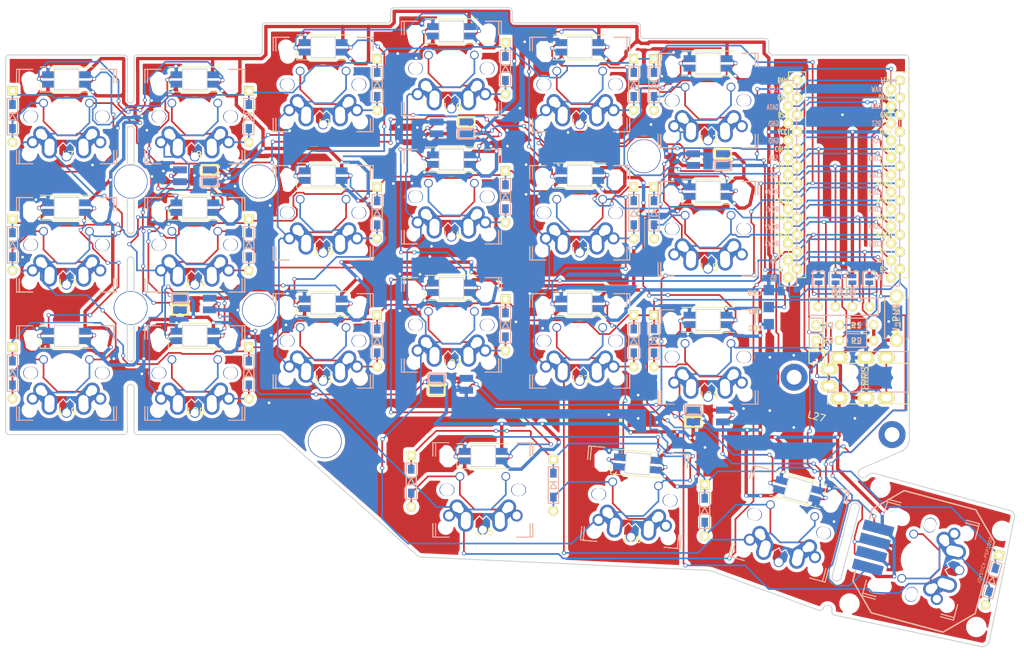
<source format=kicad_pcb>
(kicad_pcb (version 20171130) (host pcbnew "(5.1.8)-1")
  (title_block (title Crkbd) (date 2018/05/15) (rev 1.1) (company foostan))
  (layers (0 F.Cu signal) (31 B.Cu signal) (34 B.Paste user hide) (35 F.Paste user hide) (36 B.SilkS user hide) (37 F.SilkS user hide) (38 B.Mask user hide) (39 F.Mask user hide) (44 Edge.Cuts user))
  (net 0 "")
  (net 1 row0)
  (net 2 "Net-(D1-Pad2)")
  (net 3 row1)
  (net 4 "Net-(D2-Pad2)")
  (net 5 row2)
  (net 6 "Net-(D3-Pad2)")
  (net 7 row3)
  (net 8 "Net-(D4-Pad2)")
  (net 9 "Net-(D5-Pad2)")
  (net 10 "Net-(D6-Pad2)")
  (net 11 "Net-(D7-Pad2)")
  (net 12 "Net-(D8-Pad2)")
  (net 13 "Net-(D9-Pad2)")
  (net 14 "Net-(D10-Pad2)")
  (net 15 "Net-(D11-Pad2)")
  (net 16 "Net-(D12-Pad2)")
  (net 17 "Net-(D13-Pad2)")
  (net 18 "Net-(D14-Pad2)")
  (net 19 "Net-(D15-Pad2)")
  (net 20 "Net-(D16-Pad2)")
  (net 21 "Net-(D17-Pad2)")
  (net 22 "Net-(D18-Pad2)")
  (net 23 "Net-(D19-Pad2)")
  (net 24 "Net-(D20-Pad2)")
  (net 25 "Net-(D21-Pad2)")
  (net 26 GND)
  (net 27 VCC)
  (net 28 col0)
  (net 29 col1)
  (net 30 col2)
  (net 31 col3)
  (net 32 col4)
  (net 33 col5)
  (net 34 LED)
  (net 35 data)
  (net 36 "Net-(L1-Pad3)")
  (net 37 "Net-(L1-Pad1)")
  (net 38 reset)
  (net 39 SCL)
  (net 40 SDA)
  (net 41 "Net-(J2-Pad1)")
  (net 42 "Net-(J2-Pad2)")
  (net 43 "Net-(J2-Pad3)")
  (net 44 "Net-(J2-Pad4)")
  (net 45 "Net-(L2-Pad3)")
  (net 46 "Net-(J1-PadA)")
  (net 47 "Net-(J1-PadB)")
  (net 48 "Net-(U1-Pad24)")
  (net 49 "Net-(D22-Pad2)")
  (net 50 "Net-(L4-Pad1)")
  (net 51 "Net-(L5-Pad1)")
  (net 52 "Net-(L27-Pad4)")
  (net 53 "Net-(L13-Pad4)")
  (net 54 "Net-(L7-Pad4)")
  (net 55 "Net-(L14-Pad2)")
  (net 56 "Net-(L15-Pad4)")
  (net 57 "Net-(L10-Pad2)")
  (net 58 "Net-(L10-Pad4)")
  (net 59 "Net-(L11-Pad2)")
  (net 60 "Net-(L11-Pad4)")
  (net 61 "Net-(L12-Pad4)")
  (net 62 "Net-(L13-Pad2)")
  (net 63 "Net-(L14-Pad4)")
  (net 64 "Net-(L15-Pad2)")
  (net 65 "Net-(L16-Pad4)")
  (net 66 "Net-(L17-Pad2)")
  (net 67 "Net-(L18-Pad4)")
  (net 68 "Net-(L19-Pad2)")
  (net 69 "Net-(L20-Pad4)")
  (net 70 "Net-(L22-Pad4)")
  (net 71 "Net-(L23-Pad2)")
  (net 72 "Net-(L24-Pad4)")
  (net 73 "Net-(L25-Pad4)")
  (net 74 AnalogX)
  (net 75 AnalogY)
  (net 76 "Net-(U1-Pad14)")
  (net 77 "Net-(U1-Pad13)")
  (module kbd:YS-SK6812MINI-E (layer F.Cu) (at 89 71.625)
    (fp_text reference L8 (at 0.2 11.2) (layer F.SilkS))
    (fp_text value SK6812MINI-E)
    (fp_line (start 1.8 -1.55) (end -1.8 -1.55) (layer Edge.Cuts) (width 0.12))
    (fp_line (start 1.8 1.55) (end 1.8 -1.55) (layer Edge.Cuts) (width 0.12))
    (fp_line (start -1.8 1.55) (end 1.8 1.55) (layer Edge.Cuts) (width 0.12))
    (fp_line (start -1.8 -1.55) (end -1.8 1.55) (layer Edge.Cuts) (width 0.12))
    (pad 4 smd rect (at -2.75 -0.7) (size 1.7 1) (layers F.Cu F.Paste F.Mask) (net 55 "Net-(L14-Pad2)"))
    (pad 3 smd rect (at -2.75 0.7) (size 1.7 1) (layers F.Cu F.Paste F.Mask) (net 26 GND))
    (pad 1 smd rect (at 2.75 -0.7) (size 1.7 1) (layers F.Cu F.Paste F.Mask) (net 27 VCC))
    (pad 2 smd rect (at 2.75 0.7) (size 1.7 1) (layers F.Cu F.Paste F.Mask) (net 54 "Net-(L7-Pad4)"))
    (pad 4 smd rect (at -2.75 0.7) (size 1.7 1) (layers B.Cu B.Paste B.Mask) (net 55 "Net-(L14-Pad2)"))
    (pad 3 smd rect (at -2.75 -0.7) (size 1.7 1) (layers B.Cu B.Paste B.Mask) (net 26 GND))
    (pad 2 smd rect (at 2.75 -0.7) (size 1.7 1) (layers B.Cu B.Paste B.Mask) (net 54 "Net-(L7-Pad4)"))
    (pad 1 smd rect (at 2.75 0.7) (size 1.7 1) (layers B.Cu B.Paste B.Mask) (net 27 VCC))
  )
  (module kailh-pg1425-x-switch:MX-ALPS-Choc-X-straight-crane2 (layer F.Cu) (at 165 93.75 180)
    (fp_text reference SW12 hide)
    (fp_text value SW_PUSH)
    (fp_poly (pts (xy -0.4064 -5.334) (xy 0 -4.9276) (xy 0 -4.5466) (xy 0.508 -4.0386) (xy 1.016 -4.5466) (xy 1.016 -5.5626) (xy 0.7112 -5.8674) (xy -0.4064 -5.8674)) (layer F.Cu) (width 0.1))
    (fp_poly (pts (xy 2.6162 -5.78612) (xy 0.508 -3.67792) (xy 0 -4.18592) (xy 0 -3.4798) (xy 2.6162 -3.4798)) (layer F.Cu) (width 0.1))
    (fp_poly (pts (xy 0.4064 -5.334) (xy 0 -4.9276) (xy 0 -4.5466) (xy -0.508 -4.0386) (xy -1.016 -4.5466) (xy -1.016 -5.5626) (xy -0.7112 -5.8674) (xy 0.4064 -5.8674)) (layer B.Cu) (width 0.1))
    (fp_poly (pts (xy -2.6162 -5.78612) (xy -0.508 -3.67792) (xy 0 -4.18592) (xy 0 -3.4798) (xy -2.6162 -3.4798)) (layer B.Cu) (width 0.1))
    (pad "" np_thru_hole oval (at 5.31 0.01 180) (size 2.2 1.75) (drill oval 2 1.75) (layers *.Cu *.Mask))
    (pad "" np_thru_hole oval (at -5.3 0 180) (size 2.2 1.75) (drill oval 2 1.75) (layers *.Cu *.Mask))
    (pad "" np_thru_hole oval (at 5.37 4.88 192.5) (size 1.3 2.6) (drill oval 1.3 2.6) (layers *.Cu *.Mask))
    (pad "" np_thru_hole oval (at -5.36 4.88 167.5) (size 1.3 2.6) (drill oval 1.3 2.6) (layers *.Cu *.Mask))
    (pad "" thru_hole circle (at 0 -5.9 180) (size 1.5 1.5) (drill 1.2) (layers *.Cu *.Mask))
    (pad 2 thru_hole circle (at -5 -3.8) (size 1.8 1.8) (drill 1.2) (layers *.Cu *.Mask) (net 16 "Net-(D12-Pad2)"))
    (pad 2 thru_hole oval (at -2.52 -4.54 272.1) (size 3.33 2.25) (drill oval 2.551378 1.47) (layers *.Cu *.Mask) (net 16 "Net-(D12-Pad2)"))
    (pad 1 thru_hole custom (at 3.81 -2.54 180) (size 2.25 2.25) (drill 1.47) (layers *.Cu *.Mask) (net 33 col5) (options (clearance outline) (anchor circle)) (primitives (gr_line (start -0.99 -1.74) (end 0.31 -0.29) (width 1.4)) (gr_line (start -1.612566 -1.161246) (end -0.312566 0.288754) (width 1.4)) (gr_arc (start -1.31 -1.46) (end -0.99 -1.74) (angle -183.4) (width 1.4))))
    (pad 2 thru_hole custom (at -3.81 -2.54 180) (size 2.25 2.25) (drill 1.47) (layers *.Cu *.Mask) (net 16 "Net-(D12-Pad2)") (clearance 0.2) (options (clearance outline) (anchor circle)) (primitives (gr_line (start 1.61 -1.16) (end 0.3 0.3) (width 1.4)) (gr_line (start 1.007915 -1.7579) (end -0.34 -0.26) (width 1.4)) (gr_arc (start 1.31 -1.46) (end 1.61 -1.16) (angle -180.3) (width 1.4))))
    (pad 1 thru_hole oval (at 2.52 -4.54 267.8) (size 3.33 2.25) (drill oval 2.55 1.47) (layers *.Cu *.Mask) (net 33 col5))
    (pad "" np_thru_hole circle (at 0 0 180) (size 4.9 4.9) (drill 4.9) (layers *.Cu *.Mask))
    (pad 1 thru_hole circle (at 5 -3.8 180) (size 1.8 1.8) (drill 1.2) (layers *.Cu *.Mask) (net 33 col5))
    (pad 2 thru_hole circle (at -3.400008 -2.900164) (size 1.6 1.6) (drill 1.1) (layers *.Cu *.Mask) (net 16 "Net-(D12-Pad2)"))
    (pad "" np_thru_hole circle (at -5.500008 -5.500164) (size 1.3 1.3) (drill 1.3) (layers *.Cu *.Mask))
    (pad 1 thru_hole circle (at -3.400008 1.999836) (size 1.3 1.3) (drill 1) (layers *.Cu *.Mask) (net 33 col5))
    (pad "" np_thru_hole circle (at 5.5 -5.5 180) (size 1.3 1.3) (drill 1.3) (layers *.Cu *.Mask))
    (pad 2 thru_hole circle (at 3.4 2 180) (size 1.3 1.3) (drill 1) (layers *.Cu *.Mask) (net 16 "Net-(D12-Pad2)"))
    (pad 1 thru_hole circle (at 3.4 -2.9 180) (size 1.6 1.6) (drill 1.1) (layers *.Cu *.Mask) (net 33 col5))
  )
  (module kailh-pg1425-x-switch:MX-ALPS-Choc-X-straight-crane2-u1.25 (layer F.Cu) (at 154.1 133.55 175)
    (fp_text reference SW20 hide)
    (fp_text value SW_PUSH)
    (fp_poly (pts (xy -0.4064 -5.334) (xy 0 -4.9276) (xy 0 -4.5466) (xy 0.508 -4.0386) (xy 1.016 -4.5466) (xy 1.016 -5.5626) (xy 0.7112 -5.8674) (xy -0.4064 -5.8674)) (layer F.Cu) (width 0.1))
    (fp_poly (pts (xy 2.6162 -5.78612) (xy 0.508 -3.67792) (xy 0 -4.18592) (xy 0 -3.4798) (xy 2.6162 -3.4798)) (layer F.Cu) (width 0.1))
    (fp_poly (pts (xy 0.4064 -5.334) (xy 0 -4.9276) (xy 0 -4.5466) (xy -0.508 -4.0386) (xy -1.016 -4.5466) (xy -1.016 -5.5626) (xy -0.7112 -5.8674) (xy 0.4064 -5.8674)) (layer B.Cu) (width 0.1))
    (fp_poly (pts (xy -2.6162 -5.78612) (xy -0.508 -3.67792) (xy 0 -4.18592) (xy 0 -3.4798) (xy -2.6162 -3.4798)) (layer B.Cu) (width 0.1))
    (pad "" np_thru_hole oval (at 5.31 0.01 175) (size 2.2 1.75) (drill oval 2 1.75) (layers *.Cu *.Mask))
    (pad "" np_thru_hole oval (at -5.3 0 175) (size 2.2 1.75) (drill oval 2 1.75) (layers *.Cu *.Mask))
    (pad "" np_thru_hole oval (at 5.37 4.88 187.5) (size 1.3 2.6) (drill oval 1.3 2.6) (layers *.Cu *.Mask))
    (pad "" np_thru_hole oval (at -5.36 4.88 162.5) (size 1.3 2.6) (drill oval 1.3 2.6) (layers *.Cu *.Mask))
    (pad "" thru_hole circle (at 0 -5.9 175) (size 1.5 1.5) (drill 1.2) (layers *.Cu *.Mask))
    (pad 2 thru_hole circle (at -5 -3.8 355) (size 1.8 1.8) (drill 1.2) (layers *.Cu *.Mask) (net 23 "Net-(D19-Pad2)"))
    (pad 2 thru_hole oval (at -2.52 -4.54 267.1) (size 3.33 2.25) (drill oval 2.551378 1.47) (layers *.Cu *.Mask) (net 23 "Net-(D19-Pad2)"))
    (pad 1 thru_hole custom (at 3.81 -2.54 175) (size 2.25 2.25) (drill 1.47) (layers *.Cu *.Mask) (net 31 col3) (options (clearance outline) (anchor circle)) (primitives (gr_line (start -0.99 -1.74) (end 0.31 -0.29) (width 1.4)) (gr_line (start -1.612566 -1.161246) (end -0.312566 0.288754) (width 1.4)) (gr_arc (start -1.31 -1.46) (end -0.99 -1.74) (angle -183.4) (width 1.4))))
    (pad 2 thru_hole custom (at -3.81 -2.54 175) (size 2.25 2.25) (drill 1.47) (layers *.Cu *.Mask) (net 23 "Net-(D19-Pad2)") (clearance 0.2) (options (clearance outline) (anchor circle)) (primitives (gr_line (start 1.61 -1.16) (end 0.3 0.3) (width 1.4)) (gr_line (start 1.007915 -1.7579) (end -0.34 -0.26) (width 1.4)) (gr_arc (start 1.31 -1.46) (end 1.61 -1.16) (angle -180.3) (width 1.4))))
    (pad 1 thru_hole oval (at 2.52 -4.54 262.8) (size 3.33 2.25) (drill oval 2.55 1.47) (layers *.Cu *.Mask) (net 31 col3))
    (pad "" np_thru_hole circle (at 0 0 175) (size 4.9 4.9) (drill 4.9) (layers *.Cu *.Mask))
    (pad 1 thru_hole circle (at 5 -3.8 175) (size 1.8 1.8) (drill 1.2) (layers *.Cu *.Mask) (net 31 col3))
    (pad 2 thru_hole circle (at -3.400008 -2.900164 355) (size 1.6 1.6) (drill 1.1) (layers *.Cu *.Mask) (net 23 "Net-(D19-Pad2)"))
    (pad "" np_thru_hole circle (at -5.500008 -5.500164 355) (size 1.3 1.3) (drill 1.3) (layers *.Cu *.Mask))
    (pad 1 thru_hole circle (at -3.400008 1.999836 355) (size 1.3 1.3) (drill 1) (layers *.Cu *.Mask) (net 31 col3))
    (pad "" np_thru_hole circle (at 5.5 -5.5 175) (size 1.3 1.3) (drill 1.3) (layers *.Cu *.Mask))
    (pad 2 thru_hole circle (at 3.4 2 175) (size 1.3 1.3) (drill 1) (layers *.Cu *.Mask) (net 23 "Net-(D19-Pad2)"))
    (pad 1 thru_hole circle (at 3.4 -2.9 175) (size 1.6 1.6) (drill 1.1) (layers *.Cu *.Mask) (net 31 col3))
  )
  (module kbd:ProMicro_v2 (layer F.Cu) (at 185.75 86.25)
    (fp_text reference U1 hide)
    (fp_text value ProMicro hide)
    (fp_text user "" (at -0.5 -17.25) (layer F.SilkS))
    (fp_text user "" (at -1.2065 -16.256) (layer B.SilkS) (effects (justify mirror)))
    (fp_text user RAW (at -9.7155 -14.478) (layer F.SilkS) (effects (font (size 0.75 0.5) (thickness 0.125))))
    (fp_text user LED (at 5.5 -14.478) (layer F.SilkS) (effects (font (size 0.75 0.5) (thickness 0.125))))
    (fp_text user GND (at -9.7155 -11.938) (layer F.SilkS) (effects (font (size 0.75 0.5) (thickness 0.125))))
    (fp_text user DATA (at 5.35 -11.95) (layer F.SilkS) (effects (font (size 0.75 0.5) (thickness 0.125))))
    (fp_text user RST (at -9.7155 -9.3345) (layer F.SilkS) (effects (font (size 0.75 0.5) (thickness 0.125))))
    (fp_text user GND (at 5.5245 -9.3345) (layer F.SilkS) (effects (font (size 0.75 0.5) (thickness 0.125))))
    (fp_text user VCC (at -9.7155 -6.858) (layer F.SilkS) (effects (font (size 0.75 0.5) (thickness 0.125))))
    (fp_text user GND (at 5.461 -6.7945) (layer F.SilkS) (effects (font (size 0.75 0.5) (thickness 0.125))))
    (fp_text user COL3 (at -10 3.35) (layer F.SilkS) (effects (font (size 0.75 0.5) (thickness 0.125))))
    (fp_text user ROW0 (at 5.2 0.8) (layer F.SilkS) (effects (font (size 0.75 0.5) (thickness 0.125))))
    (fp_text user COL2 (at -9.9 0.762) (layer F.SilkS) (effects (font (size 0.75 0.5) (thickness 0.125))))
    (fp_text user SCL (at 5.461 -1.778) (layer F.SilkS) (effects (font (size 0.75 0.5) (thickness 0.125))))
    (fp_text user COL1 (at -9.85 -1.778) (layer F.SilkS) (effects (font (size 0.75 0.5) (thickness 0.125))))
    (fp_text user SDA (at 5.461 -4.318) (layer F.SilkS) (effects (font (size 0.75 0.5) (thickness 0.125))))
    (fp_text user COL0 (at -9.9 -4.3) (layer F.SilkS) (effects (font (size 0.75 0.5) (thickness 0.125))))
    (fp_text user B6 (at -10.05 13.5) (layer F.SilkS) (effects (font (size 0.75 0.5) (thickness 0.125))))
    (fp_text user B5 (at 5.2 13.5255) (layer F.SilkS) (effects (font (size 0.75 0.5) (thickness 0.125))))
    (fp_text user B4 (at 5.2 10.922) (layer F.SilkS) (effects (font (size 0.75 0.5) (thickness 0.125))))
    (fp_text user B2 (at -9.95 10.95) (layer F.SilkS) (effects (font (size 0.75 0.5) (thickness 0.125))))
    (fp_text user ROW3 (at 5.2 8.4455) (layer F.SilkS) (effects (font (size 0.75 0.5) (thickness 0.125))))
    (fp_text user COL5 (at -9.95 8.4455) (layer F.SilkS) (effects (font (size 0.75 0.5) (thickness 0.125))))
    (fp_text user ROW2 (at 5.2 5.85) (layer F.SilkS) (effects (font (size 0.75 0.5) (thickness 0.125))))
    (fp_text user COL4 (at -9.95 5.85) (layer F.SilkS) (effects (font (size 0.75 0.5) (thickness 0.125))))
    (fp_text user ROW1 (at 5.25 3.302) (layer F.SilkS) (effects (font (size 0.75 0.5) (thickness 0.125))))
    (fp_text user ROW1 (at -11.3 4.6355) (layer B.SilkS) (effects (font (size 0.75 0.5) (thickness 0.125)) (justify mirror)))
    (fp_text user COL4 (at 3.95 7.112) (layer B.SilkS) (effects (font (size 0.75 0.5) (thickness 0.125)) (justify mirror)))
    (fp_text user ROW2 (at -11.3 7.239) (layer B.SilkS) (effects (font (size 0.75 0.5) (thickness 0.125)) (justify mirror)))
    (fp_text user COL5 (at 4 9.75) (layer B.SilkS) (effects (font (size 0.75 0.5) (thickness 0.125)) (justify mirror)))
    (fp_text user ROW3 (at -11.3 9.75) (layer B.SilkS) (effects (font (size 0.75 0.5) (thickness 0.125)) (justify mirror)))
    (fp_text user B2 (at 4.5085 12.1285) (layer B.SilkS) (effects (font (size 0.75 0.5) (thickness 0.125)) (justify mirror)))
    (fp_text user B4 (at -11.049 12.2555) (layer B.SilkS) (effects (font (size 0.75 0.5) (thickness 0.125)) (justify mirror)))
    (fp_text user B5 (at -11.049 14.7955) (layer B.SilkS) (effects (font (size 0.75 0.5) (thickness 0.125)) (justify mirror)))
    (fp_text user B6 (at 4.445 14.732) (layer B.SilkS) (effects (font (size 0.75 0.5) (thickness 0.125)) (justify mirror)))
    (fp_text user COL0 (at 4 -2.95) (layer B.SilkS) (effects (font (size 0.75 0.5) (thickness 0.125)) (justify mirror)))
    (fp_text user SDA (at -11.049 -2.9845) (layer B.SilkS) (effects (font (size 0.75 0.5) (thickness 0.125)) (justify mirror)))
    (fp_text user COL1 (at 4 -0.4445) (layer B.SilkS) (effects (font (size 0.75 0.5) (thickness 0.125)) (justify mirror)))
    (fp_text user SCL (at -11.049 -0.4445) (layer B.SilkS) (effects (font (size 0.75 0.5) (thickness 0.125)) (justify mirror)))
    (fp_text user COL2 (at 4 2.1) (layer B.SilkS) (effects (font (size 0.75 0.5) (thickness 0.125)) (justify mirror)))
    (fp_text user ROW0 (at -11.3 2.032) (layer B.SilkS) (effects (font (size 0.75 0.5) (thickness 0.125)) (justify mirror)))
    (fp_text user COL3 (at 4 4.6) (layer B.SilkS) (effects (font (size 0.75 0.5) (thickness 0.125)) (justify mirror)))
    (fp_text user GND (at -11.049 -5.5245) (layer B.SilkS) (effects (font (size 0.75 0.5) (thickness 0.125)) (justify mirror)))
    (fp_text user VCC (at 4.1275 -5.5245) (layer B.SilkS) (effects (font (size 0.75 0.5) (thickness 0.125)) (justify mirror)))
    (fp_text user GND (at -11.049 -8.0645) (layer B.SilkS) (effects (font (size 0.75 0.5) (thickness 0.125)) (justify mirror)))
    (fp_text user RST (at 4.191 -8.0645) (layer B.SilkS) (effects (font (size 0.75 0.5) (thickness 0.125)) (justify mirror)))
    (fp_text user DATA (at -11.2 -10.5) (layer B.SilkS) (effects (font (size 0.75 0.5) (thickness 0.125)) (justify mirror)))
    (fp_text user GND (at 4.1275 -10.668) (layer B.SilkS) (effects (font (size 0.75 0.5) (thickness 0.125)) (justify mirror)))
    (fp_text user LED (at -11.049 -13.1445) (layer B.SilkS) (effects (font (size 0.75 0.5) (thickness 0.125)) (justify mirror)))
    (fp_text user RAW (at 4.191 -13.1445) (layer B.SilkS) (effects (font (size 0.75 0.5) (thickness 0.125)) (justify mirror)))
    (pad 24 thru_hole circle (at 6.35 -13.208) (size 1.524 1.524) (drill 0.8128) (layers *.Cu *.Mask F.SilkS) (net 48 "Net-(U1-Pad24)"))
    (pad 23 thru_hole circle (at 6.35 -10.668) (size 1.524 1.524) (drill 0.8128) (layers *.Cu *.Mask F.SilkS) (net 26 GND))
    (pad 22 thru_hole circle (at 6.35 -8.128) (size 1.524 1.524) (drill 0.8128) (layers *.Cu *.Mask F.SilkS) (net 38 reset))
    (pad 21 thru_hole circle (at 6.35 -5.588) (size 1.524 1.524) (drill 0.8128) (layers *.Cu *.Mask F.SilkS) (net 27 VCC))
    (pad 20 thru_hole circle (at 6.35 -3.048) (size 1.524 1.524) (drill 0.8128) (layers *.Cu *.Mask F.SilkS) (net 28 col0))
    (pad 19 thru_hole circle (at 6.35 -0.508) (size 1.524 1.524) (drill 0.8128) (layers *.Cu *.Mask F.SilkS) (net 29 col1))
    (pad 18 thru_hole circle (at 6.35 2.032) (size 1.524 1.524) (drill 0.8128) (layers *.Cu *.Mask F.SilkS) (net 30 col2))
    (pad 17 thru_hole circle (at 6.35 4.572) (size 1.524 1.524) (drill 0.8128) (layers *.Cu *.Mask F.SilkS) (net 31 col3))
    (pad 16 thru_hole circle (at 6.35 7.112) (size 1.524 1.524) (drill 0.8128) (layers *.Cu *.Mask F.SilkS) (net 32 col4))
    (pad 15 thru_hole circle (at 6.35 9.652) (size 1.524 1.524) (drill 0.8128) (layers *.Cu *.Mask F.SilkS) (net 33 col5))
    (pad 14 thru_hole circle (at 6.35 12.192) (size 1.524 1.524) (drill 0.8128) (layers *.Cu *.Mask F.SilkS) (net 76 "Net-(U1-Pad14)"))
    (pad 13 thru_hole circle (at 6.35 14.732) (size 1.524 1.524) (drill 0.8128) (layers *.Cu *.Mask F.SilkS) (net 77 "Net-(U1-Pad13)"))
    (pad 12 thru_hole circle (at -8.89 14.732) (size 1.524 1.524) (drill 0.8128) (layers *.Cu *.Mask F.SilkS) (net 74 AnalogX))
    (pad 11 thru_hole circle (at -8.89 12.192) (size 1.524 1.524) (drill 0.8128) (layers *.Cu *.Mask F.SilkS) (net 75 AnalogY))
    (pad 10 thru_hole circle (at -8.89 9.652) (size 1.524 1.524) (drill 0.8128) (layers *.Cu *.Mask F.SilkS) (net 7 row3))
    (pad 9 thru_hole circle (at -8.89 7.112) (size 1.524 1.524) (drill 0.8128) (layers *.Cu *.Mask F.SilkS) (net 5 row2))
    (pad 8 thru_hole circle (at -8.89 4.572) (size 1.524 1.524) (drill 0.8128) (layers *.Cu *.Mask F.SilkS) (net 3 row1))
    (pad 7 thru_hole circle (at -8.89 2.032) (size 1.524 1.524) (drill 0.8128) (layers *.Cu *.Mask F.SilkS) (net 1 row0))
    (pad 6 thru_hole circle (at -8.89 -0.508) (size 1.524 1.524) (drill 0.8128) (layers *.Cu *.Mask F.SilkS) (net 39 SCL))
    (pad 5 thru_hole circle (at -8.89 -3.048) (size 1.524 1.524) (drill 0.8128) (layers *.Cu *.Mask F.SilkS) (net 40 SDA))
    (pad 4 thru_hole circle (at -8.89 -5.588) (size 1.524 1.524) (drill 0.8128) (layers *.Cu *.Mask F.SilkS) (net 26 GND))
    (pad 3 thru_hole circle (at -8.89 -8.128) (size 1.524 1.524) (drill 0.8128) (layers *.Cu *.Mask F.SilkS) (net 26 GND))
    (pad 2 thru_hole circle (at -8.89 -10.668) (size 1.524 1.524) (drill 0.8128) (layers *.Cu *.Mask F.SilkS) (net 35 data))
    (pad 1 thru_hole circle (at -8.89 -13.208) (size 1.524 1.524) (drill 0.8128) (layers *.Cu *.Mask F.SilkS) (net 34 LED))
    (pad 1 thru_hole circle (at 7.6564 -14.478) (size 1.524 1.524) (drill 0.8128) (layers *.Cu *.Mask F.SilkS) (net 34 LED))
    (pad 2 thru_hole circle (at 7.6564 -11.938) (size 1.524 1.524) (drill 0.8128) (layers *.Cu *.Mask F.SilkS) (net 35 data))
    (pad 3 thru_hole circle (at 7.6564 -9.398) (size 1.524 1.524) (drill 0.8128) (layers *.Cu *.Mask F.SilkS) (net 26 GND))
    (pad 4 thru_hole circle (at 7.6564 -6.858) (size 1.524 1.524) (drill 0.8128) (layers *.Cu *.Mask F.SilkS) (net 26 GND))
    (pad 5 thru_hole circle (at 7.6564 -4.318) (size 1.524 1.524) (drill 0.8128) (layers *.Cu *.Mask F.SilkS) (net 40 SDA))
    (pad 6 thru_hole circle (at 7.6564 -1.778) (size 1.524 1.524) (drill 0.8128) (layers *.Cu *.Mask F.SilkS) (net 39 SCL))
    (pad 7 thru_hole circle (at 7.6564 0.762) (size 1.524 1.524) (drill 0.8128) (layers *.Cu *.Mask F.SilkS) (net 1 row0))
    (pad 8 thru_hole circle (at 7.6564 3.302) (size 1.524 1.524) (drill 0.8128) (layers *.Cu *.Mask F.SilkS) (net 3 row1))
    (pad 9 thru_hole circle (at 7.6564 5.842) (size 1.524 1.524) (drill 0.8128) (layers *.Cu *.Mask F.SilkS) (net 5 row2))
    (pad 10 thru_hole circle (at 7.6564 8.382) (size 1.524 1.524) (drill 0.8128) (layers *.Cu *.Mask F.SilkS) (net 7 row3))
    (pad 11 thru_hole circle (at 7.6564 10.922) (size 1.524 1.524) (drill 0.8128) (layers *.Cu *.Mask F.SilkS) (net 75 AnalogY))
    (pad 12 thru_hole circle (at 7.6564 13.462) (size 1.524 1.524) (drill 0.8128) (layers *.Cu *.Mask F.SilkS) (net 74 AnalogX))
    (pad 13 thru_hole circle (at -7.5636 13.462) (size 1.524 1.524) (drill 0.8128) (layers *.Cu *.Mask F.SilkS) (net 77 "Net-(U1-Pad13)"))
    (pad 14 thru_hole circle (at -7.5636 10.922) (size 1.524 1.524) (drill 0.8128) (layers *.Cu *.Mask F.SilkS) (net 76 "Net-(U1-Pad14)"))
    (pad 15 thru_hole circle (at -7.5636 8.382) (size 1.524 1.524) (drill 0.8128) (layers *.Cu *.Mask F.SilkS) (net 33 col5))
    (pad 16 thru_hole circle (at -7.5636 5.842) (size 1.524 1.524) (drill 0.8128) (layers *.Cu *.Mask F.SilkS) (net 32 col4))
    (pad 17 thru_hole circle (at -7.5636 3.302) (size 1.524 1.524) (drill 0.8128) (layers *.Cu *.Mask F.SilkS) (net 31 col3))
    (pad 18 thru_hole circle (at -7.5636 0.762) (size 1.524 1.524) (drill 0.8128) (layers *.Cu *.Mask F.SilkS) (net 30 col2))
    (pad 19 thru_hole circle (at -7.5636 -1.778) (size 1.524 1.524) (drill 0.8128) (layers *.Cu *.Mask F.SilkS) (net 29 col1))
    (pad 20 thru_hole circle (at -7.5636 -4.318) (size 1.524 1.524) (drill 0.8128) (layers *.Cu *.Mask F.SilkS) (net 28 col0))
    (pad 21 thru_hole circle (at -7.5636 -6.858) (size 1.524 1.524) (drill 0.8128) (layers *.Cu *.Mask F.SilkS) (net 27 VCC))
    (pad 22 thru_hole circle (at -7.5636 -9.398) (size 1.524 1.524) (drill 0.8128) (layers *.Cu *.Mask F.SilkS) (net 38 reset))
    (pad 23 thru_hole circle (at -7.5636 -11.938) (size 1.524 1.524) (drill 0.8128) (layers *.Cu *.Mask F.SilkS) (net 26 GND))
    (pad 24 thru_hole circle (at -7.5636 -14.478) (size 1.524 1.524) (drill 0.8128) (layers *.Cu *.Mask F.SilkS) (net 48 "Net-(U1-Pad24)"))
  )
  (module kbd:D3_TH_SMD (layer F.Cu) (at 62 77.125 270)
    (fp_text reference D1 hide)
    (fp_text value D hide)
    (pad 2 smd rect (at 1.775 0 270) (size 1.3 0.95) (layers F.Cu F.Paste F.Mask) (net 2 "Net-(D1-Pad2)"))
    (pad 2 thru_hole circle (at 3.81 0 270) (size 1.397 1.397) (drill 0.8128) (layers *.Cu *.Mask F.SilkS) (net 2 "Net-(D1-Pad2)"))
    (pad 1 thru_hole rect (at -3.81 0 270) (size 1.397 1.397) (drill 0.8128) (layers *.Cu *.Mask F.SilkS) (net 1 row0))
    (pad 1 smd rect (at -1.775 0 270) (size 1.3 0.95) (layers B.Cu B.Paste B.Mask) (net 1 row0))
    (pad 2 smd rect (at 1.775 0 270) (size 1.3 0.95) (layers B.Cu B.Paste B.Mask) (net 2 "Net-(D1-Pad2)"))
    (pad 1 smd rect (at -1.775 0 270) (size 1.3 0.95) (layers F.Cu F.Paste F.Mask) (net 1 row0))
  )
  (module kbd:LEGO_HOLE (layer F.Cu) (at 98.5 86.75)
    (fp_text reference "" (at 0 -3.2) (layer F.SilkS))
    (fp_text value "")
    (pad "" thru_hole circle (at 0 0) (size 5 5) (drill 4.8) (layers *.Cu *.Mask))
  )
  (module kbd:LEGO_HOLE (layer F.Cu) (at 79.5 105.5)
    (fp_text reference "" (at 0 -3.2) (layer F.SilkS))
    (fp_text value "")
    (pad "" thru_hole circle (at 0 0) (size 5 5) (drill 4.8) (layers *.Cu *.Mask))
  )
  (module kbd:LEGO_HOLE (layer F.Cu) (at 79.5 86.75)
    (fp_text reference "" (at 0 -3.2) (layer F.SilkS))
    (fp_text value "")
    (pad "" thru_hole circle (at 0 0) (size 5 5) (drill 4.8) (layers *.Cu *.Mask))
  )
  (module kbd:LEGO_HOLE (layer F.Cu) (at 98.5 105.75)
    (fp_text reference "" (at 0 -3.2) (layer F.SilkS))
    (fp_text value "")
    (pad "" thru_hole circle (at 0 0) (size 5 5) (drill 4.8) (layers *.Cu *.Mask))
  )
  (module kbd:LEGO_HOLE (layer F.Cu) (at 108.25 125.25)
    (fp_text reference "" (at 0 -3.2) (layer F.SilkS))
    (fp_text value "")
    (pad "" thru_hole circle (at 0 0) (size 5 5) (drill 4.8) (layers *.Cu *.Mask))
  )
  (module kbd:SK6812MINI_underglow_rev (layer F.Cu) (at 89 85.9)
    (fp_text reference L1 hide)
    (fp_text value SK6812MINI hide)
    (pad 4 smd rect (at 2.2 -0.875) (size 2 1) (layers F.Cu F.Paste F.Mask) (net 27 VCC))
    (pad 3 smd rect (at 2.2 0.875) (size 2 1) (layers F.Cu F.Paste F.Mask) (net 36 "Net-(L1-Pad3)"))
    (pad 1 smd rect (at -2.2 -0.875) (size 2 1) (layers F.Cu F.Paste F.Mask) (net 37 "Net-(L1-Pad1)"))
    (pad 2 smd rect (at -2.2 0.875) (size 2 1) (layers F.Cu F.Paste F.Mask) (net 26 GND))
    (pad 3 smd rect (at 2.2 -0.875) (size 2 1) (layers B.Cu B.Paste B.Mask) (net 36 "Net-(L1-Pad3)"))
    (pad 4 smd rect (at 2.2 0.875) (size 2 1) (layers B.Cu B.Paste B.Mask) (net 27 VCC))
    (pad 1 smd rect (at -2.2 0.875) (size 2 1) (layers B.Cu B.Paste B.Mask) (net 37 "Net-(L1-Pad1)"))
    (pad 2 smd rect (at -2.2 -0.875) (size 2 1) (layers B.Cu B.Paste B.Mask) (net 26 GND))
  )
  (module kbd:SK6812MINI_underglow_rev (layer F.Cu) (at 89 104.9 180)
    (fp_text reference L4 hide)
    (fp_text value SK6812MINI hide)
    (pad 4 smd rect (at 2.2 -0.875 180) (size 2 1) (layers F.Cu F.Paste F.Mask) (net 27 VCC))
    (pad 3 smd rect (at 2.2 0.875 180) (size 2 1) (layers F.Cu F.Paste F.Mask) (net 37 "Net-(L1-Pad1)"))
    (pad 1 smd rect (at -2.2 -0.875 180) (size 2 1) (layers F.Cu F.Paste F.Mask) (net 50 "Net-(L4-Pad1)"))
    (pad 2 smd rect (at -2.2 0.875 180) (size 2 1) (layers F.Cu F.Paste F.Mask) (net 26 GND))
    (pad 3 smd rect (at 2.2 -0.875 180) (size 2 1) (layers B.Cu B.Paste B.Mask) (net 37 "Net-(L1-Pad1)"))
    (pad 4 smd rect (at 2.2 0.875 180) (size 2 1) (layers B.Cu B.Paste B.Mask) (net 27 VCC))
    (pad 1 smd rect (at -2.2 0.875 180) (size 2 1) (layers B.Cu B.Paste B.Mask) (net 50 "Net-(L4-Pad1)"))
    (pad 2 smd rect (at -2.2 -0.875 180) (size 2 1) (layers B.Cu B.Paste B.Mask) (net 26 GND))
  )
  (module kbd:D3_TH_SMD (layer F.Cu) (at 97 77.125 270)
    (fp_text reference D2 hide)
    (fp_text value D hide)
    (pad 2 smd rect (at 1.775 0 270) (size 1.3 0.95) (layers F.Cu F.Paste F.Mask) (net 4 "Net-(D2-Pad2)"))
    (pad 2 thru_hole circle (at 3.81 0 270) (size 1.397 1.397) (drill 0.8128) (layers *.Cu *.Mask F.SilkS) (net 4 "Net-(D2-Pad2)"))
    (pad 1 thru_hole rect (at -3.81 0 270) (size 1.397 1.397) (drill 0.8128) (layers *.Cu *.Mask F.SilkS) (net 1 row0))
    (pad 1 smd rect (at -1.775 0 270) (size 1.3 0.95) (layers B.Cu B.Paste B.Mask) (net 1 row0))
    (pad 2 smd rect (at 1.775 0 270) (size 1.3 0.95) (layers B.Cu B.Paste B.Mask) (net 4 "Net-(D2-Pad2)"))
    (pad 1 smd rect (at -1.775 0 270) (size 1.3 0.95) (layers F.Cu F.Paste F.Mask) (net 1 row0))
  )
  (module kbd:D3_TH_SMD (layer F.Cu) (at 97 96.125 270)
    (fp_text reference D8 hide)
    (fp_text value D hide)
    (pad 2 smd rect (at 1.775 0 270) (size 1.3 0.95) (layers F.Cu F.Paste F.Mask) (net 12 "Net-(D8-Pad2)"))
    (pad 2 thru_hole circle (at 3.81 0 270) (size 1.397 1.397) (drill 0.8128) (layers *.Cu *.Mask F.SilkS) (net 12 "Net-(D8-Pad2)"))
    (pad 1 thru_hole rect (at -3.81 0 270) (size 1.397 1.397) (drill 0.8128) (layers *.Cu *.Mask F.SilkS) (net 3 row1))
    (pad 1 smd rect (at -1.775 0 270) (size 1.3 0.95) (layers B.Cu B.Paste B.Mask) (net 3 row1))
    (pad 2 smd rect (at 1.775 0 270) (size 1.3 0.95) (layers B.Cu B.Paste B.Mask) (net 12 "Net-(D8-Pad2)"))
    (pad 1 smd rect (at -1.775 0 270) (size 1.3 0.95) (layers F.Cu F.Paste F.Mask) (net 3 row1))
  )
  (module kbd:D3_TH_SMD (layer F.Cu) (at 97 115.125 270)
    (fp_text reference D14 hide)
    (fp_text value D hide)
    (pad 2 smd rect (at 1.775 0 270) (size 1.3 0.95) (layers F.Cu F.Paste F.Mask) (net 18 "Net-(D14-Pad2)"))
    (pad 2 thru_hole circle (at 3.81 0 270) (size 1.397 1.397) (drill 0.8128) (layers *.Cu *.Mask F.SilkS) (net 18 "Net-(D14-Pad2)"))
    (pad 1 thru_hole rect (at -3.81 0 270) (size 1.397 1.397) (drill 0.8128) (layers *.Cu *.Mask F.SilkS) (net 5 row2))
    (pad 1 smd rect (at -1.775 0 270) (size 1.3 0.95) (layers B.Cu B.Paste B.Mask) (net 5 row2))
    (pad 2 smd rect (at 1.775 0 270) (size 1.3 0.95) (layers B.Cu B.Paste B.Mask) (net 18 "Net-(D14-Pad2)"))
    (pad 1 smd rect (at -1.775 0 270) (size 1.3 0.95) (layers F.Cu F.Paste F.Mask) (net 5 row2))
  )
  (module kbd:JP (layer F.Cu) (at 181.1 112.8)
    (fp_text reference JP1 (at 0.1 -1.4) (layer F.SilkS) (effects (font (size 0.8128 0.8128) (thickness 0.1524))))
    (fp_text value " " hide)
    (pad "" smd rect (at 0 0 90) (size 0.381 0.381) (layers F.Cu F.Paste F.Mask) (clearance 0.00254))
    (pad 2 smd rect (at 0.50038 0) (size 0.635 1.143) (layers F.Cu F.Paste F.Mask) (net 47 "Net-(J1-PadB)") (clearance 0.1905))
    (pad 1 smd rect (at -0.50038 0) (size 0.635 1.143) (layers F.Cu F.Paste F.Mask) (net 35 data) (clearance 0.1905))
  )
  (module kbd:D3_TH_SMD (layer F.Cu) (at 121.05 131.15 270)
    (fp_text reference D22 hide)
    (fp_text value D hide)
    (pad 2 smd rect (at 1.775 0 270) (size 1.3 0.95) (layers F.Cu F.Paste F.Mask) (net 49 "Net-(D22-Pad2)"))
    (pad 2 thru_hole circle (at 3.81 0 270) (size 1.397 1.397) (drill 0.8128) (layers *.Cu *.Mask F.SilkS) (net 49 "Net-(D22-Pad2)"))
    (pad 1 thru_hole rect (at -3.81 0 270) (size 1.397 1.397) (drill 0.8128) (layers *.Cu *.Mask F.SilkS) (net 7 row3))
    (pad 1 smd rect (at -1.775 0 270) (size 1.3 0.95) (layers B.Cu B.Paste B.Mask) (net 7 row3))
    (pad 2 smd rect (at 1.775 0 270) (size 1.3 0.95) (layers B.Cu B.Paste B.Mask) (net 49 "Net-(D22-Pad2)"))
    (pad 1 smd rect (at -1.775 0 270) (size 1.3 0.95) (layers F.Cu F.Paste F.Mask) (net 7 row3))
  )
  (module kbd:OLED (layer F.Cu) (at 181.3 105.3)
    (fp_text reference J2)
    (fp_text value OLED hide)
    (fp_text user OLED (at 3.75 -2.1) (layer B.SilkS) (effects (justify mirror)))
    (fp_text user OLED (at 3.8 -2.1) (layer F.SilkS))
    (pad 4 thru_hole circle (at 7.62 0) (size 1.397 1.397) (drill 0.8128) (layers *.Cu *.Mask F.SilkS) (net 44 "Net-(J2-Pad4)"))
    (pad 3 thru_hole circle (at 5.08 0) (size 1.397 1.397) (drill 0.8128) (layers *.Cu *.Mask F.SilkS) (net 43 "Net-(J2-Pad3)"))
    (pad 2 thru_hole circle (at 2.54 0) (size 1.397 1.397) (drill 0.8128) (layers *.Cu *.Mask F.SilkS) (net 42 "Net-(J2-Pad2)"))
    (pad 1 thru_hole circle (at 0 0) (size 1.397 1.397) (drill 0.8128) (layers *.Cu *.Mask F.SilkS) (net 41 "Net-(J2-Pad1)"))
  )
  (module kbd:MJ-4PP-9 (layer F.Cu) (at 194.7 116.7 270)
    (fp_text reference J1)
    (fp_text value MJ-4PP-9 hide)
    (fp_text user TRRS (at -0.75 6.45 270) (layer F.SilkS))
    (fp_text user TRRS (at -0.8255 6.4135 270) (layer B.SilkS) (effects (justify mirror)))
    (pad A thru_hole oval (at -2.1 11.8 270) (size 1.7 2.5) (drill oval 1 1.5) (layers *.Cu *.Mask F.SilkS) (net 46 "Net-(J1-PadA)") (clearance 0.15))
    (pad D thru_hole oval (at 2.1 10.3 270) (size 1.7 2.5) (drill oval 1 1.5) (layers *.Cu *.Mask F.SilkS) (net 27 VCC) (clearance 0.15))
    (pad C thru_hole oval (at 2.1 6.3 270) (size 1.7 2.5) (drill oval 1 1.5) (layers *.Cu *.Mask F.SilkS) (net 26 GND))
    (pad B thru_hole oval (at 2.1 3.3 270) (size 1.7 2.5) (drill oval 1 1.5) (layers *.Cu *.Mask F.SilkS) (net 47 "Net-(J1-PadB)"))
    (pad "" np_thru_hole circle (at 0 8.5 270) (size 1.2 1.2) (drill 1.2) (layers *.Cu *.Mask F.SilkS))
    (pad "" np_thru_hole circle (at 0 1.5 270) (size 1.2 1.2) (drill 1.2) (layers *.Cu *.Mask F.SilkS))
    (pad C thru_hole oval (at -3.85 6.3 270) (size 1.7 2.5) (drill oval 1 1.5) (layers *.Cu *.Mask F.SilkS) (net 26 GND))
    (pad B thru_hole oval (at -3.85 3.3 270) (size 1.7 2.5) (drill oval 1 1.5) (layers *.Cu *.Mask F.SilkS) (net 47 "Net-(J1-PadB)"))
    (pad A thru_hole oval (at 0.35 11.8 270) (size 1.7 2.5) (drill oval 1 1.5) (layers *.Cu *.Mask F.SilkS) (net 46 "Net-(J1-PadA)") (clearance 0.15))
    (pad D thru_hole oval (at -3.85 10.3 270) (size 1.7 2.5) (drill oval 1 1.5) (layers *.Cu *.Mask F.SilkS) (net 27 VCC) (clearance 0.15))
    (pad "" np_thru_hole circle (at -1.75 1.5 270) (size 1.2 1.2) (drill 1.2) (layers *.Cu *.Mask F.SilkS))
    (pad "" np_thru_hole circle (at -1.75 8.5 270) (size 1.2 1.2) (drill 1.2) (layers *.Cu *.Mask F.SilkS))
  )
  (module kbd:SK6812MINI_underglow_rev (layer F.Cu) (at 165 121.5 180)
    (fp_text reference L6 hide)
    (fp_text value SK6812MINI hide)
    (pad 4 smd rect (at 2.2 -0.875 180) (size 2 1) (layers F.Cu F.Paste F.Mask) (net 27 VCC))
    (pad 3 smd rect (at 2.2 0.875 180) (size 2 1) (layers F.Cu F.Paste F.Mask) (net 51 "Net-(L5-Pad1)"))
    (pad 1 smd rect (at -2.2 -0.875 180) (size 2 1) (layers F.Cu F.Paste F.Mask) (net 52 "Net-(L27-Pad4)"))
    (pad 2 smd rect (at -2.2 0.875 180) (size 2 1) (layers F.Cu F.Paste F.Mask) (net 26 GND))
    (pad 3 smd rect (at 2.2 -0.875 180) (size 2 1) (layers B.Cu B.Paste B.Mask) (net 51 "Net-(L5-Pad1)"))
    (pad 4 smd rect (at 2.2 0.875 180) (size 2 1) (layers B.Cu B.Paste B.Mask) (net 27 VCC))
    (pad 1 smd rect (at -2.2 0.875 180) (size 2 1) (layers B.Cu B.Paste B.Mask) (net 52 "Net-(L27-Pad4)"))
    (pad 2 smd rect (at -2.2 -0.875 180) (size 2 1) (layers B.Cu B.Paste B.Mask) (net 26 GND))
  )
  (module kbd:SK6812MINI_underglow_rev (layer F.Cu) (at 165 83.5)
    (fp_text reference L3 hide)
    (fp_text value SK6812MINI hide)
    (pad 4 smd rect (at 2.2 -0.875) (size 2 1) (layers F.Cu F.Paste F.Mask) (net 27 VCC))
    (pad 3 smd rect (at 2.2 0.875) (size 2 1) (layers F.Cu F.Paste F.Mask) (net 34 LED))
    (pad 1 smd rect (at -2.2 -0.875) (size 2 1) (layers F.Cu F.Paste F.Mask) (net 45 "Net-(L2-Pad3)"))
    (pad 2 smd rect (at -2.2 0.875) (size 2 1) (layers F.Cu F.Paste F.Mask) (net 26 GND))
    (pad 3 smd rect (at 2.2 -0.875) (size 2 1) (layers B.Cu B.Paste B.Mask) (net 34 LED))
    (pad 4 smd rect (at 2.2 0.875) (size 2 1) (layers B.Cu B.Paste B.Mask) (net 27 VCC))
    (pad 1 smd rect (at -2.2 0.875) (size 2 1) (layers B.Cu B.Paste B.Mask) (net 45 "Net-(L2-Pad3)"))
    (pad 2 smd rect (at -2.2 -0.875) (size 2 1) (layers B.Cu B.Paste B.Mask) (net 26 GND))
  )
  (module kbd:SK6812MINI_underglow_rev (layer F.Cu) (at 127 78.8)
    (fp_text reference L2 hide)
    (fp_text value SK6812MINI hide)
    (pad 4 smd rect (at 2.2 -0.875) (size 2 1) (layers F.Cu F.Paste F.Mask) (net 27 VCC))
    (pad 3 smd rect (at 2.2 0.875) (size 2 1) (layers F.Cu F.Paste F.Mask) (net 45 "Net-(L2-Pad3)"))
    (pad 1 smd rect (at -2.2 -0.875) (size 2 1) (layers F.Cu F.Paste F.Mask) (net 36 "Net-(L1-Pad3)"))
    (pad 2 smd rect (at -2.2 0.875) (size 2 1) (layers F.Cu F.Paste F.Mask) (net 26 GND))
    (pad 3 smd rect (at 2.2 -0.875) (size 2 1) (layers B.Cu B.Paste B.Mask) (net 45 "Net-(L2-Pad3)"))
    (pad 4 smd rect (at 2.2 0.875) (size 2 1) (layers B.Cu B.Paste B.Mask) (net 27 VCC))
    (pad 1 smd rect (at -2.2 0.875) (size 2 1) (layers B.Cu B.Paste B.Mask) (net 36 "Net-(L1-Pad3)"))
    (pad 2 smd rect (at -2.2 -0.875) (size 2 1) (layers B.Cu B.Paste B.Mask) (net 26 GND))
  )
  (module kbd:SK6812MINI_underglow_rev (layer F.Cu) (at 127 116.8 180)
    (fp_text reference L5 hide)
    (fp_text value SK6812MINI hide)
    (pad 4 smd rect (at 2.2 -0.875 180) (size 2 1) (layers F.Cu F.Paste F.Mask) (net 27 VCC))
    (pad 3 smd rect (at 2.2 0.875 180) (size 2 1) (layers F.Cu F.Paste F.Mask) (net 50 "Net-(L4-Pad1)"))
    (pad 1 smd rect (at -2.2 -0.875 180) (size 2 1) (layers F.Cu F.Paste F.Mask) (net 51 "Net-(L5-Pad1)"))
    (pad 2 smd rect (at -2.2 0.875 180) (size 2 1) (layers F.Cu F.Paste F.Mask) (net 26 GND))
    (pad 3 smd rect (at 2.2 -0.875 180) (size 2 1) (layers B.Cu B.Paste B.Mask) (net 50 "Net-(L4-Pad1)"))
    (pad 4 smd rect (at 2.2 0.875 180) (size 2 1) (layers B.Cu B.Paste B.Mask) (net 27 VCC))
    (pad 1 smd rect (at -2.2 0.875 180) (size 2 1) (layers B.Cu B.Paste B.Mask) (net 51 "Net-(L5-Pad1)"))
    (pad 2 smd rect (at -2.2 -0.875 180) (size 2 1) (layers B.Cu B.Paste B.Mask) (net 26 GND))
  )
  (module kbd:D3_TH_SMD (layer F.Cu) (at 116 72.375 270)
    (fp_text reference D3 hide)
    (fp_text value D hide)
    (pad 2 smd rect (at 1.775 0 270) (size 1.3 0.95) (layers F.Cu F.Paste F.Mask) (net 6 "Net-(D3-Pad2)"))
    (pad 2 thru_hole circle (at 3.81 0 270) (size 1.397 1.397) (drill 0.8128) (layers *.Cu *.Mask F.SilkS) (net 6 "Net-(D3-Pad2)"))
    (pad 1 thru_hole rect (at -3.81 0 270) (size 1.397 1.397) (drill 0.8128) (layers *.Cu *.Mask F.SilkS) (net 1 row0))
    (pad 1 smd rect (at -1.775 0 270) (size 1.3 0.95) (layers B.Cu B.Paste B.Mask) (net 1 row0))
    (pad 2 smd rect (at 1.775 0 270) (size 1.3 0.95) (layers B.Cu B.Paste B.Mask) (net 6 "Net-(D3-Pad2)"))
    (pad 1 smd rect (at -1.775 0 270) (size 1.3 0.95) (layers F.Cu F.Paste F.Mask) (net 1 row0))
  )
  (module kbd:D3_TH_SMD (layer F.Cu) (at 135 70 270)
    (fp_text reference D4 hide)
    (fp_text value D hide)
    (pad 2 smd rect (at 1.775 0 270) (size 1.3 0.95) (layers F.Cu F.Paste F.Mask) (net 8 "Net-(D4-Pad2)"))
    (pad 2 thru_hole circle (at 3.81 0 270) (size 1.397 1.397) (drill 0.8128) (layers *.Cu *.Mask F.SilkS) (net 8 "Net-(D4-Pad2)"))
    (pad 1 thru_hole rect (at -3.81 0 270) (size 1.397 1.397) (drill 0.8128) (layers *.Cu *.Mask F.SilkS) (net 1 row0))
    (pad 1 smd rect (at -1.775 0 270) (size 1.3 0.95) (layers B.Cu B.Paste B.Mask) (net 1 row0))
    (pad 2 smd rect (at 1.775 0 270) (size 1.3 0.95) (layers B.Cu B.Paste B.Mask) (net 8 "Net-(D4-Pad2)"))
    (pad 1 smd rect (at -1.775 0 270) (size 1.3 0.95) (layers F.Cu F.Paste F.Mask) (net 1 row0))
  )
  (module kbd:D3_TH_SMD (layer F.Cu) (at 154 72.375 270)
    (fp_text reference D5 hide)
    (fp_text value D hide)
    (pad 2 smd rect (at 1.775 0 270) (size 1.3 0.95) (layers F.Cu F.Paste F.Mask) (net 9 "Net-(D5-Pad2)"))
    (pad 2 thru_hole circle (at 3.81 0 270) (size 1.397 1.397) (drill 0.8128) (layers *.Cu *.Mask F.SilkS) (net 9 "Net-(D5-Pad2)"))
    (pad 1 thru_hole rect (at -3.81 0 270) (size 1.397 1.397) (drill 0.8128) (layers *.Cu *.Mask F.SilkS) (net 1 row0))
    (pad 1 smd rect (at -1.775 0 270) (size 1.3 0.95) (layers B.Cu B.Paste B.Mask) (net 1 row0))
    (pad 2 smd rect (at 1.775 0 270) (size 1.3 0.95) (layers B.Cu B.Paste B.Mask) (net 9 "Net-(D5-Pad2)"))
    (pad 1 smd rect (at -1.775 0 270) (size 1.3 0.95) (layers F.Cu F.Paste F.Mask) (net 1 row0))
  )
  (module kbd:D3_TH_SMD (layer F.Cu) (at 157 72.375 270)
    (fp_text reference D6 hide)
    (fp_text value D hide)
    (pad 2 smd rect (at 1.775 0 270) (size 1.3 0.95) (layers F.Cu F.Paste F.Mask) (net 10 "Net-(D6-Pad2)"))
    (pad 2 thru_hole circle (at 3.81 0 270) (size 1.397 1.397) (drill 0.8128) (layers *.Cu *.Mask F.SilkS) (net 10 "Net-(D6-Pad2)"))
    (pad 1 thru_hole rect (at -3.81 0 270) (size 1.397 1.397) (drill 0.8128) (layers *.Cu *.Mask F.SilkS) (net 1 row0))
    (pad 1 smd rect (at -1.775 0 270) (size 1.3 0.95) (layers B.Cu B.Paste B.Mask) (net 1 row0))
    (pad 2 smd rect (at 1.775 0 270) (size 1.3 0.95) (layers B.Cu B.Paste B.Mask) (net 10 "Net-(D6-Pad2)"))
    (pad 1 smd rect (at -1.775 0 270) (size 1.3 0.95) (layers F.Cu F.Paste F.Mask) (net 1 row0))
  )
  (module kbd:D3_TH_SMD (layer F.Cu) (at 62 96.125 270)
    (fp_text reference D7 hide)
    (fp_text value D hide)
    (pad 2 smd rect (at 1.775 0 270) (size 1.3 0.95) (layers F.Cu F.Paste F.Mask) (net 11 "Net-(D7-Pad2)"))
    (pad 2 thru_hole circle (at 3.81 0 270) (size 1.397 1.397) (drill 0.8128) (layers *.Cu *.Mask F.SilkS) (net 11 "Net-(D7-Pad2)"))
    (pad 1 thru_hole rect (at -3.81 0 270) (size 1.397 1.397) (drill 0.8128) (layers *.Cu *.Mask F.SilkS) (net 3 row1))
    (pad 1 smd rect (at -1.775 0 270) (size 1.3 0.95) (layers B.Cu B.Paste B.Mask) (net 3 row1))
    (pad 2 smd rect (at 1.775 0 270) (size 1.3 0.95) (layers B.Cu B.Paste B.Mask) (net 11 "Net-(D7-Pad2)"))
    (pad 1 smd rect (at -1.775 0 270) (size 1.3 0.95) (layers F.Cu F.Paste F.Mask) (net 3 row1))
  )
  (module kbd:D3_TH_SMD (layer F.Cu) (at 116 91.375 270)
    (fp_text reference D9 hide)
    (fp_text value D hide)
    (pad 2 smd rect (at 1.775 0 270) (size 1.3 0.95) (layers F.Cu F.Paste F.Mask) (net 13 "Net-(D9-Pad2)"))
    (pad 2 thru_hole circle (at 3.81 0 270) (size 1.397 1.397) (drill 0.8128) (layers *.Cu *.Mask F.SilkS) (net 13 "Net-(D9-Pad2)"))
    (pad 1 thru_hole rect (at -3.81 0 270) (size 1.397 1.397) (drill 0.8128) (layers *.Cu *.Mask F.SilkS) (net 3 row1))
    (pad 1 smd rect (at -1.775 0 270) (size 1.3 0.95) (layers B.Cu B.Paste B.Mask) (net 3 row1))
    (pad 2 smd rect (at 1.775 0 270) (size 1.3 0.95) (layers B.Cu B.Paste B.Mask) (net 13 "Net-(D9-Pad2)"))
    (pad 1 smd rect (at -1.775 0 270) (size 1.3 0.95) (layers F.Cu F.Paste F.Mask) (net 3 row1))
  )
  (module kbd:D3_TH_SMD (layer F.Cu) (at 135 89 270)
    (fp_text reference D10 hide)
    (fp_text value D hide)
    (pad 2 smd rect (at 1.775 0 270) (size 1.3 0.95) (layers F.Cu F.Paste F.Mask) (net 14 "Net-(D10-Pad2)"))
    (pad 2 thru_hole circle (at 3.81 0 270) (size 1.397 1.397) (drill 0.8128) (layers *.Cu *.Mask F.SilkS) (net 14 "Net-(D10-Pad2)"))
    (pad 1 thru_hole rect (at -3.81 0 270) (size 1.397 1.397) (drill 0.8128) (layers *.Cu *.Mask F.SilkS) (net 3 row1))
    (pad 1 smd rect (at -1.775 0 270) (size 1.3 0.95) (layers B.Cu B.Paste B.Mask) (net 3 row1))
    (pad 2 smd rect (at 1.775 0 270) (size 1.3 0.95) (layers B.Cu B.Paste B.Mask) (net 14 "Net-(D10-Pad2)"))
    (pad 1 smd rect (at -1.775 0 270) (size 1.3 0.95) (layers F.Cu F.Paste F.Mask) (net 3 row1))
  )
  (module kbd:D3_TH_SMD (layer F.Cu) (at 154 91.375 270)
    (fp_text reference D11 hide)
    (fp_text value D hide)
    (pad 2 smd rect (at 1.775 0 270) (size 1.3 0.95) (layers F.Cu F.Paste F.Mask) (net 15 "Net-(D11-Pad2)"))
    (pad 2 thru_hole circle (at 3.81 0 270) (size 1.397 1.397) (drill 0.8128) (layers *.Cu *.Mask F.SilkS) (net 15 "Net-(D11-Pad2)"))
    (pad 1 thru_hole rect (at -3.81 0 270) (size 1.397 1.397) (drill 0.8128) (layers *.Cu *.Mask F.SilkS) (net 3 row1))
    (pad 1 smd rect (at -1.775 0 270) (size 1.3 0.95) (layers B.Cu B.Paste B.Mask) (net 3 row1))
    (pad 2 smd rect (at 1.775 0 270) (size 1.3 0.95) (layers B.Cu B.Paste B.Mask) (net 15 "Net-(D11-Pad2)"))
    (pad 1 smd rect (at -1.775 0 270) (size 1.3 0.95) (layers F.Cu F.Paste F.Mask) (net 3 row1))
  )
  (module kbd:D3_TH_SMD (layer F.Cu) (at 157 91.375 270)
    (fp_text reference D12 hide)
    (fp_text value D hide)
    (pad 2 smd rect (at 1.775 0 270) (size 1.3 0.95) (layers F.Cu F.Paste F.Mask) (net 16 "Net-(D12-Pad2)"))
    (pad 2 thru_hole circle (at 3.81 0 270) (size 1.397 1.397) (drill 0.8128) (layers *.Cu *.Mask F.SilkS) (net 16 "Net-(D12-Pad2)"))
    (pad 1 thru_hole rect (at -3.81 0 270) (size 1.397 1.397) (drill 0.8128) (layers *.Cu *.Mask F.SilkS) (net 3 row1))
    (pad 1 smd rect (at -1.775 0 270) (size 1.3 0.95) (layers B.Cu B.Paste B.Mask) (net 3 row1))
    (pad 2 smd rect (at 1.775 0 270) (size 1.3 0.95) (layers B.Cu B.Paste B.Mask) (net 16 "Net-(D12-Pad2)"))
    (pad 1 smd rect (at -1.775 0 270) (size 1.3 0.95) (layers F.Cu F.Paste F.Mask) (net 3 row1))
  )
  (module kbd:D3_TH_SMD (layer F.Cu) (at 62 115.125 270)
    (fp_text reference D13 hide)
    (fp_text value D hide)
    (pad 2 smd rect (at 1.775 0 270) (size 1.3 0.95) (layers F.Cu F.Paste F.Mask) (net 17 "Net-(D13-Pad2)"))
    (pad 2 thru_hole circle (at 3.81 0 270) (size 1.397 1.397) (drill 0.8128) (layers *.Cu *.Mask F.SilkS) (net 17 "Net-(D13-Pad2)"))
    (pad 1 thru_hole rect (at -3.81 0 270) (size 1.397 1.397) (drill 0.8128) (layers *.Cu *.Mask F.SilkS) (net 5 row2))
    (pad 1 smd rect (at -1.775 0 270) (size 1.3 0.95) (layers B.Cu B.Paste B.Mask) (net 5 row2))
    (pad 2 smd rect (at 1.775 0 270) (size 1.3 0.95) (layers B.Cu B.Paste B.Mask) (net 17 "Net-(D13-Pad2)"))
    (pad 1 smd rect (at -1.775 0 270) (size 1.3 0.95) (layers F.Cu F.Paste F.Mask) (net 5 row2))
  )
  (module kbd:D3_TH_SMD (layer F.Cu) (at 116 110.375 270)
    (fp_text reference D15 hide)
    (fp_text value D hide)
    (pad 2 smd rect (at 1.775 0 270) (size 1.3 0.95) (layers F.Cu F.Paste F.Mask) (net 19 "Net-(D15-Pad2)"))
    (pad 2 thru_hole circle (at 3.81 0 270) (size 1.397 1.397) (drill 0.8128) (layers *.Cu *.Mask F.SilkS) (net 19 "Net-(D15-Pad2)"))
    (pad 1 thru_hole rect (at -3.81 0 270) (size 1.397 1.397) (drill 0.8128) (layers *.Cu *.Mask F.SilkS) (net 5 row2))
    (pad 1 smd rect (at -1.775 0 270) (size 1.3 0.95) (layers B.Cu B.Paste B.Mask) (net 5 row2))
    (pad 2 smd rect (at 1.775 0 270) (size 1.3 0.95) (layers B.Cu B.Paste B.Mask) (net 19 "Net-(D15-Pad2)"))
    (pad 1 smd rect (at -1.775 0 270) (size 1.3 0.95) (layers F.Cu F.Paste F.Mask) (net 5 row2))
  )
  (module kbd:D3_TH_SMD (layer F.Cu) (at 135 108 270)
    (fp_text reference D16 hide)
    (fp_text value D hide)
    (pad 2 smd rect (at 1.775 0 270) (size 1.3 0.95) (layers F.Cu F.Paste F.Mask) (net 20 "Net-(D16-Pad2)"))
    (pad 2 thru_hole circle (at 3.81 0 270) (size 1.397 1.397) (drill 0.8128) (layers *.Cu *.Mask F.SilkS) (net 20 "Net-(D16-Pad2)"))
    (pad 1 thru_hole rect (at -3.81 0 270) (size 1.397 1.397) (drill 0.8128) (layers *.Cu *.Mask F.SilkS) (net 5 row2))
    (pad 1 smd rect (at -1.775 0 270) (size 1.3 0.95) (layers B.Cu B.Paste B.Mask) (net 5 row2))
    (pad 2 smd rect (at 1.775 0 270) (size 1.3 0.95) (layers B.Cu B.Paste B.Mask) (net 20 "Net-(D16-Pad2)"))
    (pad 1 smd rect (at -1.775 0 270) (size 1.3 0.95) (layers F.Cu F.Paste F.Mask) (net 5 row2))
  )
  (module kbd:D3_TH_SMD (layer F.Cu) (at 157 110.375 270)
    (fp_text reference D18 hide)
    (fp_text value D hide)
    (pad 2 smd rect (at 1.775 0 270) (size 1.3 0.95) (layers F.Cu F.Paste F.Mask) (net 22 "Net-(D18-Pad2)"))
    (pad 2 thru_hole circle (at 3.81 0 270) (size 1.397 1.397) (drill 0.8128) (layers *.Cu *.Mask F.SilkS) (net 22 "Net-(D18-Pad2)"))
    (pad 1 thru_hole rect (at -3.81 0 270) (size 1.397 1.397) (drill 0.8128) (layers *.Cu *.Mask F.SilkS) (net 5 row2))
    (pad 1 smd rect (at -1.775 0 270) (size 1.3 0.95) (layers B.Cu B.Paste B.Mask) (net 5 row2))
    (pad 2 smd rect (at 1.775 0 270) (size 1.3 0.95) (layers B.Cu B.Paste B.Mask) (net 22 "Net-(D18-Pad2)"))
    (pad 1 smd rect (at -1.775 0 270) (size 1.3 0.95) (layers F.Cu F.Paste F.Mask) (net 5 row2))
  )
  (module kbd:D3_TH_SMD (layer F.Cu) (at 142.1 131.75 270)
    (fp_text reference D19 hide)
    (fp_text value D hide)
    (pad 2 smd rect (at 1.775 0 270) (size 1.3 0.95) (layers F.Cu F.Paste F.Mask) (net 23 "Net-(D19-Pad2)"))
    (pad 2 thru_hole circle (at 3.81 0 270) (size 1.397 1.397) (drill 0.8128) (layers *.Cu *.Mask F.SilkS) (net 23 "Net-(D19-Pad2)"))
    (pad 1 thru_hole rect (at -3.81 0 270) (size 1.397 1.397) (drill 0.8128) (layers *.Cu *.Mask F.SilkS) (net 7 row3))
    (pad 1 smd rect (at -1.775 0 270) (size 1.3 0.95) (layers B.Cu B.Paste B.Mask) (net 7 row3))
    (pad 2 smd rect (at 1.775 0 270) (size 1.3 0.95) (layers B.Cu B.Paste B.Mask) (net 23 "Net-(D19-Pad2)"))
    (pad 1 smd rect (at -1.775 0 270) (size 1.3 0.95) (layers F.Cu F.Paste F.Mask) (net 7 row3))
  )
  (module kbd:D3_TH_SMD (layer F.Cu) (at 164.5 135.475 270)
    (fp_text reference D20 hide)
    (fp_text value D hide)
    (pad 2 smd rect (at 1.775 0 270) (size 1.3 0.95) (layers F.Cu F.Paste F.Mask) (net 24 "Net-(D20-Pad2)"))
    (pad 2 thru_hole circle (at 3.81 0 270) (size 1.397 1.397) (drill 0.8128) (layers *.Cu *.Mask F.SilkS) (net 24 "Net-(D20-Pad2)"))
    (pad 1 thru_hole rect (at -3.81 0 270) (size 1.397 1.397) (drill 0.8128) (layers *.Cu *.Mask F.SilkS) (net 7 row3))
    (pad 1 smd rect (at -1.775 0 270) (size 1.3 0.95) (layers B.Cu B.Paste B.Mask) (net 7 row3))
    (pad 2 smd rect (at 1.775 0 270) (size 1.3 0.95) (layers B.Cu B.Paste B.Mask) (net 24 "Net-(D20-Pad2)"))
    (pad 1 smd rect (at -1.775 0 270) (size 1.3 0.95) (layers F.Cu F.Paste F.Mask) (net 7 row3))
  )
  (module kbd:D3_TH_SMD (layer F.Cu) (at 207.1 145.8 255)
    (fp_text reference D21 hide)
    (fp_text value D hide)
    (pad 2 smd rect (at 1.775 0 255) (size 1.3 0.95) (layers F.Cu F.Paste F.Mask) (net 25 "Net-(D21-Pad2)"))
    (pad 2 thru_hole circle (at 3.81 0 255) (size 1.397 1.397) (drill 0.8128) (layers *.Cu *.Mask F.SilkS) (net 25 "Net-(D21-Pad2)"))
    (pad 1 thru_hole rect (at -3.81 0 255) (size 1.397 1.397) (drill 0.8128) (layers *.Cu *.Mask F.SilkS) (net 7 row3))
    (pad 1 smd rect (at -1.775 0 255) (size 1.3 0.95) (layers B.Cu B.Paste B.Mask) (net 7 row3))
    (pad 2 smd rect (at 1.775 0 255) (size 1.3 0.95) (layers B.Cu B.Paste B.Mask) (net 25 "Net-(D21-Pad2)"))
    (pad 1 smd rect (at -1.775 0 255) (size 1.3 0.95) (layers F.Cu F.Paste F.Mask) (net 7 row3))
  )
  (module kbd:D3_TH_SMD (layer F.Cu) (at 154 110.375 270)
    (fp_text reference D17 hide)
    (fp_text value D hide)
    (pad 2 smd rect (at 1.775 0 270) (size 1.3 0.95) (layers F.Cu F.Paste F.Mask) (net 21 "Net-(D17-Pad2)"))
    (pad 2 thru_hole circle (at 3.81 0 270) (size 1.397 1.397) (drill 0.8128) (layers *.Cu *.Mask F.SilkS) (net 21 "Net-(D17-Pad2)"))
    (pad 1 thru_hole rect (at -3.81 0 270) (size 1.397 1.397) (drill 0.8128) (layers *.Cu *.Mask F.SilkS) (net 5 row2))
    (pad 1 smd rect (at -1.775 0 270) (size 1.3 0.95) (layers B.Cu B.Paste B.Mask) (net 5 row2))
    (pad 2 smd rect (at 1.775 0 270) (size 1.3 0.95) (layers B.Cu B.Paste B.Mask) (net 21 "Net-(D17-Pad2)"))
    (pad 1 smd rect (at -1.775 0 270) (size 1.3 0.95) (layers F.Cu F.Paste F.Mask) (net 5 row2))
  )
  (module kbd:R (layer F.Cu) (at 187 108 180)
    (fp_text reference R1 (at 0.05 -0.08 180) (layer F.SilkS) (effects (font (size 0.8128 0.8128))))
    (fp_text value R hide)
    (fp_text user R1 (at 0 -0.0635 180) (layer B.SilkS) (effects (font (size 0.8128 0.8128)) (justify mirror)))
    (pad 1 thru_hole circle (at -2.54 0 180) (size 1.397 1.397) (drill 0.8128) (layers *.Cu *.Mask F.SilkS) (net 27 VCC))
    (pad 2 thru_hole circle (at 2.54 0 180) (size 1.397 1.397) (drill 0.8128) (layers *.Cu *.Mask F.SilkS) (net 40 SDA))
  )
  (module kbd:R (layer F.Cu) (at 187 110.3 180)
    (fp_text reference R2 (at 0.05 -0.08 180) (layer F.SilkS) (effects (font (size 0.8128 0.8128))))
    (fp_text value R hide)
    (fp_text user R2 (at 0 -0.0635 180) (layer B.SilkS) (effects (font (size 0.8128 0.8128)) (justify mirror)))
    (pad 1 thru_hole circle (at -2.54 0 180) (size 1.397 1.397) (drill 0.8128) (layers *.Cu *.Mask F.SilkS) (net 27 VCC))
    (pad 2 thru_hole circle (at 2.54 0 180) (size 1.397 1.397) (drill 0.8128) (layers *.Cu *.Mask F.SilkS) (net 39 SCL))
  )
  (module kbd:Jumper (layer F.Cu) (at 188.875 101.25 270)
    (fp_text reference JP2 hide)
    (fp_text value " " (at -2.25 -0.125 270) (layer F.SilkS) (effects (font (size 0.8128 0.8128))))
    (pad 1 smd rect (at -0.50038 0 270) (size 0.635 1.143) (layers F.Cu F.Paste F.Mask) (net 26 GND) (clearance 0.1905))
    (pad 2 smd rect (at 0.50038 0 270) (size 0.635 1.143) (layers F.Cu F.Paste F.Mask) (net 44 "Net-(J2-Pad4)") (clearance 0.1905))
  )
  (module kbd:Jumper (layer F.Cu) (at 186.375 101.25 270)
    (fp_text reference JP3 hide)
    (fp_text value " " (at -2.25 0.125 270) (layer F.SilkS) (effects (font (size 0.8128 0.8128))))
    (pad 1 smd rect (at -0.50038 0 270) (size 0.635 1.143) (layers F.Cu F.Paste F.Mask) (net 27 VCC) (clearance 0.1905))
    (pad 2 smd rect (at 0.50038 0 270) (size 0.635 1.143) (layers F.Cu F.Paste F.Mask) (net 43 "Net-(J2-Pad3)") (clearance 0.1905))
  )
  (module kbd:Jumper (layer F.Cu) (at 183.875 101.25 270)
    (fp_text reference JP4 hide)
    (fp_text value " " (at -2.5 -0.125 270) (layer F.SilkS) (effects (font (size 0.8128 0.8128))))
    (pad 1 smd rect (at -0.50038 0 270) (size 0.635 1.143) (layers F.Cu F.Paste F.Mask) (net 39 SCL) (clearance 0.1905))
    (pad 2 smd rect (at 0.50038 0 270) (size 0.635 1.143) (layers F.Cu F.Paste F.Mask) (net 42 "Net-(J2-Pad2)") (clearance 0.1905))
  )
  (module kbd:Jumper (layer F.Cu) (at 181.375 101.25 270)
    (fp_text reference JP5 hide)
    (fp_text value " " (at -2.25 -0.125 270) (layer F.SilkS) (effects (font (size 0.8128 0.8128))))
    (pad 1 smd rect (at -0.50038 0 270) (size 0.635 1.143) (layers F.Cu F.Paste F.Mask) (net 40 SDA) (clearance 0.1905))
    (pad 2 smd rect (at 0.50038 0 270) (size 0.635 1.143) (layers F.Cu F.Paste F.Mask) (net 41 "Net-(J2-Pad1)") (clearance 0.1905))
  )
  (module kbd:Jumper (layer B.Cu) (at 188.875 101.25 270)
    (fp_text reference JP6 hide)
    (fp_text value " " (at -2.794 0 270) (layer B.SilkS) (effects (font (size 0.8128 0.8128)) (justify mirror)))
    (pad 1 smd rect (at -0.50038 0 270) (size 0.635 1.143) (layers B.Cu B.Paste B.Mask) (net 40 SDA) (clearance 0.1905))
    (pad 2 smd rect (at 0.50038 0 270) (size 0.635 1.143) (layers B.Cu B.Paste B.Mask) (net 44 "Net-(J2-Pad4)") (clearance 0.1905))
  )
  (module kbd:Jumper (layer B.Cu) (at 186.375 101.25 270)
    (fp_text reference JP7 hide)
    (fp_text value " " (at -2.794 0 270) (layer B.SilkS) (effects (font (size 0.8128 0.8128)) (justify mirror)))
    (pad 1 smd rect (at -0.50038 0 270) (size 0.635 1.143) (layers B.Cu B.Paste B.Mask) (net 39 SCL) (clearance 0.1905))
    (pad 2 smd rect (at 0.50038 0 270) (size 0.635 1.143) (layers B.Cu B.Paste B.Mask) (net 43 "Net-(J2-Pad3)") (clearance 0.1905))
  )
  (module kbd:Jumper (layer B.Cu) (at 183.875 101.25 270)
    (fp_text reference JP8 hide)
    (fp_text value " " (at -2.794 0 270) (layer B.SilkS) (effects (font (size 0.8128 0.8128)) (justify mirror)))
    (pad 1 smd rect (at -0.50038 0 270) (size 0.635 1.143) (layers B.Cu B.Paste B.Mask) (net 27 VCC) (clearance 0.1905))
    (pad 2 smd rect (at 0.50038 0 270) (size 0.635 1.143) (layers B.Cu B.Paste B.Mask) (net 42 "Net-(J2-Pad2)") (clearance 0.1905))
  )
  (module kbd:Jumper (layer B.Cu) (at 181.375 101.25 270)
    (fp_text reference JP9 hide)
    (fp_text value " " (at -2.794 0 270) (layer B.SilkS) (effects (font (size 0.8128 0.8128)) (justify mirror)))
    (pad 1 smd rect (at -0.50038 0 270) (size 0.635 1.143) (layers B.Cu B.Paste B.Mask) (net 26 GND) (clearance 0.1905))
    (pad 2 smd rect (at 0.50038 0 270) (size 0.635 1.143) (layers B.Cu B.Paste B.Mask) (net 41 "Net-(J2-Pad1)") (clearance 0.1905))
  )
  (module kbd:StripLED_rev (layer F.Cu) (at 174 107.9 180)
    (fp_text reference J3 hide)
    (fp_text value LED hide)
    (pad 3 smd rect (at 0 5.08 180) (size 1.524 1.524) (layers F.Cu F.Paste F.Mask) (net 27 VCC))
    (pad 2 smd rect (at 0 2.54 180) (size 1.524 1.524) (layers F.Cu F.Paste F.Mask) (net 34 LED))
    (pad 1 smd rect (at 0 0 180) (size 1.524 1.524) (layers F.Cu F.Paste F.Mask) (net 26 GND))
    (pad 1 smd rect (at 0 5.08 180) (size 1.524 1.524) (layers B.Cu B.Paste B.Mask) (net 26 GND))
    (pad 2 smd rect (at 0 2.54 180) (size 1.524 1.524) (layers B.Cu B.Paste B.Mask) (net 34 LED))
    (pad 3 smd rect (at 0 0 180) (size 1.524 1.524) (layers B.Cu B.Paste B.Mask) (net 27 VCC))
  )
  (module kbd:LEGO_HOLE (layer F.Cu) (at 177.75 115.75)
    (fp_text reference "" (at 0 -3.2) (layer F.SilkS))
    (fp_text value "")
    (pad "" thru_hole circle (at 0 0) (size 4 4) (drill 2.2) (layers *.Cu *.Mask))
  )
  (module kbd:LEGO_HOLE (layer F.Cu) (at 192.25 124.25)
    (fp_text reference "" (at 0 -3.2) (layer F.SilkS))
    (fp_text value "")
    (pad "" thru_hole circle (at 0 0) (size 4 4) (drill 2.2) (layers *.Cu *.Mask))
  )
  (module kbd:LEGO_HOLE (layer F.Cu) (at 155.5 83)
    (fp_text reference "" (at 0 -3.2) (layer F.SilkS))
    (fp_text value "")
    (pad "" thru_hole circle (at 0 0) (size 5 5) (drill 4.8) (layers *.Cu *.Mask))
  )
  (module kbd:1pin_conn (layer F.Cu) (at 181 108)
    (fp_text reference P1 (at 1.9 0.1) (layer F.SilkS) (effects (font (size 0.8128 0.8128))))
    (fp_text value i2c-pin hide)
    (fp_text user P1 (at 1.8 0.1) (layer B.SilkS) (effects (font (size 0.8128 0.8128)) (justify mirror)))
    (pad 1 thru_hole circle (at 0 0) (size 1.397 1.397) (drill 0.8128) (layers *.Cu *.Mask F.SilkS) (net 46 "Net-(J1-PadA)"))
  )
  (module kbd:1pin_conn (layer F.Cu) (at 181 110.3)
    (fp_text reference P2 (at 1.8 0) (layer F.SilkS) (effects (font (size 0.8128 0.8128))))
    (fp_text value i2c-pin hide)
    (fp_text user P2 (at 1.8 0) (layer B.SilkS) (effects (font (size 0.8128 0.8128)) (justify mirror)))
    (pad 1 thru_hole circle (at 0 0) (size 1.397 1.397) (drill 0.8128) (layers *.Cu *.Mask F.SilkS) (net 47 "Net-(J1-PadB)"))
  )
  (module kbd:ResetSW (layer F.Cu) (at 192.9 107 90)
    (fp_text reference RSW1 hide)
    (fp_text value SW_PUSH (at 0 0 270) (layer F.SilkS))
    (fp_text user Reset (at 0.127 0 90) (layer B.SilkS) (effects (justify mirror)))
    (pad 1 thru_hole circle (at 3.25 0 90) (size 2 2) (drill 1.3) (layers *.Cu *.Mask F.SilkS) (net 38 reset))
    (pad 2 thru_hole circle (at -3.25 0 90) (size 2 2) (drill 1.3) (layers *.Cu *.Mask F.SilkS) (net 26 GND))
  )
  (module kbd:YS-SK6812MINI-E (layer F.Cu) (at 70 71.625)
    (fp_text reference L7 (at 0.2 11.2) (layer F.SilkS))
    (fp_text value SK6812MINI-E)
    (fp_line (start -1.8 -1.55) (end -1.8 1.55) (layer Edge.Cuts) (width 0.12))
    (fp_line (start -1.8 1.55) (end 1.8 1.55) (layer Edge.Cuts) (width 0.12))
    (fp_line (start 1.8 1.55) (end 1.8 -1.55) (layer Edge.Cuts) (width 0.12))
    (fp_line (start 1.8 -1.55) (end -1.8 -1.55) (layer Edge.Cuts) (width 0.12))
    (pad 1 smd rect (at 2.75 0.7) (size 1.7 1) (layers B.Cu B.Paste B.Mask) (net 27 VCC))
    (pad 2 smd rect (at 2.75 -0.7) (size 1.7 1) (layers B.Cu B.Paste B.Mask) (net 53 "Net-(L13-Pad4)"))
    (pad 3 smd rect (at -2.75 -0.7) (size 1.7 1) (layers B.Cu B.Paste B.Mask) (net 26 GND))
    (pad 4 smd rect (at -2.75 0.7) (size 1.7 1) (layers B.Cu B.Paste B.Mask) (net 54 "Net-(L7-Pad4)"))
    (pad 2 smd rect (at 2.75 0.7) (size 1.7 1) (layers F.Cu F.Paste F.Mask) (net 53 "Net-(L13-Pad4)"))
    (pad 1 smd rect (at 2.75 -0.7) (size 1.7 1) (layers F.Cu F.Paste F.Mask) (net 27 VCC))
    (pad 3 smd rect (at -2.75 0.7) (size 1.7 1) (layers F.Cu F.Paste F.Mask) (net 26 GND))
    (pad 4 smd rect (at -2.75 -0.7) (size 1.7 1) (layers F.Cu F.Paste F.Mask) (net 54 "Net-(L7-Pad4)"))
  )
  (module kbd:YS-SK6812MINI-E (layer F.Cu) (at 108 66.875)
    (fp_text reference L9 (at 0.2 11.2) (layer F.SilkS))
    (fp_text value SK6812MINI-E)
    (fp_line (start -1.8 -1.55) (end -1.8 1.55) (layer Edge.Cuts) (width 0.12))
    (fp_line (start -1.8 1.55) (end 1.8 1.55) (layer Edge.Cuts) (width 0.12))
    (fp_line (start 1.8 1.55) (end 1.8 -1.55) (layer Edge.Cuts) (width 0.12))
    (fp_line (start 1.8 -1.55) (end -1.8 -1.55) (layer Edge.Cuts) (width 0.12))
    (pad 1 smd rect (at 2.75 0.7) (size 1.7 1) (layers B.Cu B.Paste B.Mask) (net 27 VCC))
    (pad 2 smd rect (at 2.75 -0.7) (size 1.7 1) (layers B.Cu B.Paste B.Mask) (net 56 "Net-(L15-Pad4)"))
    (pad 3 smd rect (at -2.75 -0.7) (size 1.7 1) (layers B.Cu B.Paste B.Mask) (net 26 GND))
    (pad 4 smd rect (at -2.75 0.7) (size 1.7 1) (layers B.Cu B.Paste B.Mask) (net 57 "Net-(L10-Pad2)"))
    (pad 2 smd rect (at 2.75 0.7) (size 1.7 1) (layers F.Cu F.Paste F.Mask) (net 56 "Net-(L15-Pad4)"))
    (pad 1 smd rect (at 2.75 -0.7) (size 1.7 1) (layers F.Cu F.Paste F.Mask) (net 27 VCC))
    (pad 3 smd rect (at -2.75 0.7) (size 1.7 1) (layers F.Cu F.Paste F.Mask) (net 26 GND))
    (pad 4 smd rect (at -2.75 -0.7) (size 1.7 1) (layers F.Cu F.Paste F.Mask) (net 57 "Net-(L10-Pad2)"))
  )
  (module kbd:YS-SK6812MINI-E (layer F.Cu) (at 127 64.5)
    (fp_text reference L10 (at 0.2 11.2) (layer F.SilkS))
    (fp_text value SK6812MINI-E)
    (fp_line (start 1.8 -1.55) (end -1.8 -1.55) (layer Edge.Cuts) (width 0.12))
    (fp_line (start 1.8 1.55) (end 1.8 -1.55) (layer Edge.Cuts) (width 0.12))
    (fp_line (start -1.8 1.55) (end 1.8 1.55) (layer Edge.Cuts) (width 0.12))
    (fp_line (start -1.8 -1.55) (end -1.8 1.55) (layer Edge.Cuts) (width 0.12))
    (pad 4 smd rect (at -2.75 -0.7) (size 1.7 1) (layers F.Cu F.Paste F.Mask) (net 58 "Net-(L10-Pad4)"))
    (pad 3 smd rect (at -2.75 0.7) (size 1.7 1) (layers F.Cu F.Paste F.Mask) (net 26 GND))
    (pad 1 smd rect (at 2.75 -0.7) (size 1.7 1) (layers F.Cu F.Paste F.Mask) (net 27 VCC))
    (pad 2 smd rect (at 2.75 0.7) (size 1.7 1) (layers F.Cu F.Paste F.Mask) (net 57 "Net-(L10-Pad2)"))
    (pad 4 smd rect (at -2.75 0.7) (size 1.7 1) (layers B.Cu B.Paste B.Mask) (net 58 "Net-(L10-Pad4)"))
    (pad 3 smd rect (at -2.75 -0.7) (size 1.7 1) (layers B.Cu B.Paste B.Mask) (net 26 GND))
    (pad 2 smd rect (at 2.75 -0.7) (size 1.7 1) (layers B.Cu B.Paste B.Mask) (net 57 "Net-(L10-Pad2)"))
    (pad 1 smd rect (at 2.75 0.7) (size 1.7 1) (layers B.Cu B.Paste B.Mask) (net 27 VCC))
  )
  (module kbd:YS-SK6812MINI-E (layer F.Cu) (at 146 66.875)
    (fp_text reference L11 (at 0.2 11.2) (layer F.SilkS))
    (fp_text value SK6812MINI-E)
    (fp_line (start -1.8 -1.55) (end -1.8 1.55) (layer Edge.Cuts) (width 0.12))
    (fp_line (start -1.8 1.55) (end 1.8 1.55) (layer Edge.Cuts) (width 0.12))
    (fp_line (start 1.8 1.55) (end 1.8 -1.55) (layer Edge.Cuts) (width 0.12))
    (fp_line (start 1.8 -1.55) (end -1.8 -1.55) (layer Edge.Cuts) (width 0.12))
    (pad 1 smd rect (at 2.75 0.7) (size 1.7 1) (layers B.Cu B.Paste B.Mask) (net 27 VCC))
    (pad 2 smd rect (at 2.75 -0.7) (size 1.7 1) (layers B.Cu B.Paste B.Mask) (net 59 "Net-(L11-Pad2)"))
    (pad 3 smd rect (at -2.75 -0.7) (size 1.7 1) (layers B.Cu B.Paste B.Mask) (net 26 GND))
    (pad 4 smd rect (at -2.75 0.7) (size 1.7 1) (layers B.Cu B.Paste B.Mask) (net 60 "Net-(L11-Pad4)"))
    (pad 2 smd rect (at 2.75 0.7) (size 1.7 1) (layers F.Cu F.Paste F.Mask) (net 59 "Net-(L11-Pad2)"))
    (pad 1 smd rect (at 2.75 -0.7) (size 1.7 1) (layers F.Cu F.Paste F.Mask) (net 27 VCC))
    (pad 3 smd rect (at -2.75 0.7) (size 1.7 1) (layers F.Cu F.Paste F.Mask) (net 26 GND))
    (pad 4 smd rect (at -2.75 -0.7) (size 1.7 1) (layers F.Cu F.Paste F.Mask) (net 60 "Net-(L11-Pad4)"))
  )
  (module kbd:YS-SK6812MINI-E (layer F.Cu) (at 165 69.25)
    (fp_text reference L12 (at 0.2 11.2) (layer F.SilkS))
    (fp_text value SK6812MINI-E)
    (fp_line (start 1.8 -1.55) (end -1.8 -1.55) (layer Edge.Cuts) (width 0.12))
    (fp_line (start 1.8 1.55) (end 1.8 -1.55) (layer Edge.Cuts) (width 0.12))
    (fp_line (start -1.8 1.55) (end 1.8 1.55) (layer Edge.Cuts) (width 0.12))
    (fp_line (start -1.8 -1.55) (end -1.8 1.55) (layer Edge.Cuts) (width 0.12))
    (pad 4 smd rect (at -2.75 -0.7) (size 1.7 1) (layers F.Cu F.Paste F.Mask) (net 61 "Net-(L12-Pad4)"))
    (pad 3 smd rect (at -2.75 0.7) (size 1.7 1) (layers F.Cu F.Paste F.Mask) (net 26 GND))
    (pad 1 smd rect (at 2.75 -0.7) (size 1.7 1) (layers F.Cu F.Paste F.Mask) (net 27 VCC))
    (pad 2 smd rect (at 2.75 0.7) (size 1.7 1) (layers F.Cu F.Paste F.Mask) (net 60 "Net-(L11-Pad4)"))
    (pad 4 smd rect (at -2.75 0.7) (size 1.7 1) (layers B.Cu B.Paste B.Mask) (net 61 "Net-(L12-Pad4)"))
    (pad 3 smd rect (at -2.75 -0.7) (size 1.7 1) (layers B.Cu B.Paste B.Mask) (net 26 GND))
    (pad 2 smd rect (at 2.75 -0.7) (size 1.7 1) (layers B.Cu B.Paste B.Mask) (net 60 "Net-(L11-Pad4)"))
    (pad 1 smd rect (at 2.75 0.7) (size 1.7 1) (layers B.Cu B.Paste B.Mask) (net 27 VCC))
  )
  (module kbd:YS-SK6812MINI-E (layer F.Cu) (at 70 90.625)
    (fp_text reference L13 (at 0.2 11.2) (layer F.SilkS))
    (fp_text value SK6812MINI-E)
    (fp_line (start 1.8 -1.55) (end -1.8 -1.55) (layer Edge.Cuts) (width 0.12))
    (fp_line (start 1.8 1.55) (end 1.8 -1.55) (layer Edge.Cuts) (width 0.12))
    (fp_line (start -1.8 1.55) (end 1.8 1.55) (layer Edge.Cuts) (width 0.12))
    (fp_line (start -1.8 -1.55) (end -1.8 1.55) (layer Edge.Cuts) (width 0.12))
    (pad 4 smd rect (at -2.75 -0.7) (size 1.7 1) (layers F.Cu F.Paste F.Mask) (net 53 "Net-(L13-Pad4)"))
    (pad 3 smd rect (at -2.75 0.7) (size 1.7 1) (layers F.Cu F.Paste F.Mask) (net 26 GND))
    (pad 1 smd rect (at 2.75 -0.7) (size 1.7 1) (layers F.Cu F.Paste F.Mask) (net 27 VCC))
    (pad 2 smd rect (at 2.75 0.7) (size 1.7 1) (layers F.Cu F.Paste F.Mask) (net 62 "Net-(L13-Pad2)"))
    (pad 4 smd rect (at -2.75 0.7) (size 1.7 1) (layers B.Cu B.Paste B.Mask) (net 53 "Net-(L13-Pad4)"))
    (pad 3 smd rect (at -2.75 -0.7) (size 1.7 1) (layers B.Cu B.Paste B.Mask) (net 26 GND))
    (pad 2 smd rect (at 2.75 -0.7) (size 1.7 1) (layers B.Cu B.Paste B.Mask) (net 62 "Net-(L13-Pad2)"))
    (pad 1 smd rect (at 2.75 0.7) (size 1.7 1) (layers B.Cu B.Paste B.Mask) (net 27 VCC))
  )
  (module kbd:YS-SK6812MINI-E (layer F.Cu) (at 89 90.625)
    (fp_text reference L14 (at 0.2 11.2) (layer F.SilkS))
    (fp_text value SK6812MINI-E)
    (fp_line (start 1.8 -1.55) (end -1.8 -1.55) (layer Edge.Cuts) (width 0.12))
    (fp_line (start 1.8 1.55) (end 1.8 -1.55) (layer Edge.Cuts) (width 0.12))
    (fp_line (start -1.8 1.55) (end 1.8 1.55) (layer Edge.Cuts) (width 0.12))
    (fp_line (start -1.8 -1.55) (end -1.8 1.55) (layer Edge.Cuts) (width 0.12))
    (pad 4 smd rect (at -2.75 -0.7) (size 1.7 1) (layers F.Cu F.Paste F.Mask) (net 63 "Net-(L14-Pad4)"))
    (pad 3 smd rect (at -2.75 0.7) (size 1.7 1) (layers F.Cu F.Paste F.Mask) (net 26 GND))
    (pad 1 smd rect (at 2.75 -0.7) (size 1.7 1) (layers F.Cu F.Paste F.Mask) (net 27 VCC))
    (pad 2 smd rect (at 2.75 0.7) (size 1.7 1) (layers F.Cu F.Paste F.Mask) (net 55 "Net-(L14-Pad2)"))
    (pad 4 smd rect (at -2.75 0.7) (size 1.7 1) (layers B.Cu B.Paste B.Mask) (net 63 "Net-(L14-Pad4)"))
    (pad 3 smd rect (at -2.75 -0.7) (size 1.7 1) (layers B.Cu B.Paste B.Mask) (net 26 GND))
    (pad 2 smd rect (at 2.75 -0.7) (size 1.7 1) (layers B.Cu B.Paste B.Mask) (net 55 "Net-(L14-Pad2)"))
    (pad 1 smd rect (at 2.75 0.7) (size 1.7 1) (layers B.Cu B.Paste B.Mask) (net 27 VCC))
  )
  (module kbd:YS-SK6812MINI-E (layer F.Cu) (at 108 85.875)
    (fp_text reference L15 (at 0.2 11.2) (layer F.SilkS))
    (fp_text value SK6812MINI-E)
    (fp_line (start -1.8 -1.55) (end -1.8 1.55) (layer Edge.Cuts) (width 0.12))
    (fp_line (start -1.8 1.55) (end 1.8 1.55) (layer Edge.Cuts) (width 0.12))
    (fp_line (start 1.8 1.55) (end 1.8 -1.55) (layer Edge.Cuts) (width 0.12))
    (fp_line (start 1.8 -1.55) (end -1.8 -1.55) (layer Edge.Cuts) (width 0.12))
    (pad 1 smd rect (at 2.75 0.7) (size 1.7 1) (layers B.Cu B.Paste B.Mask) (net 27 VCC))
    (pad 2 smd rect (at 2.75 -0.7) (size 1.7 1) (layers B.Cu B.Paste B.Mask) (net 64 "Net-(L15-Pad2)"))
    (pad 3 smd rect (at -2.75 -0.7) (size 1.7 1) (layers B.Cu B.Paste B.Mask) (net 26 GND))
    (pad 4 smd rect (at -2.75 0.7) (size 1.7 1) (layers B.Cu B.Paste B.Mask) (net 56 "Net-(L15-Pad4)"))
    (pad 2 smd rect (at 2.75 0.7) (size 1.7 1) (layers F.Cu F.Paste F.Mask) (net 64 "Net-(L15-Pad2)"))
    (pad 1 smd rect (at 2.75 -0.7) (size 1.7 1) (layers F.Cu F.Paste F.Mask) (net 27 VCC))
    (pad 3 smd rect (at -2.75 0.7) (size 1.7 1) (layers F.Cu F.Paste F.Mask) (net 26 GND))
    (pad 4 smd rect (at -2.75 -0.7) (size 1.7 1) (layers F.Cu F.Paste F.Mask) (net 56 "Net-(L15-Pad4)"))
  )
  (module kbd:YS-SK6812MINI-E (layer F.Cu) (at 127 83.5)
    (fp_text reference L16 (at 0.2 11.2) (layer F.SilkS))
    (fp_text value SK6812MINI-E)
    (fp_line (start -1.8 -1.55) (end -1.8 1.55) (layer Edge.Cuts) (width 0.12))
    (fp_line (start -1.8 1.55) (end 1.8 1.55) (layer Edge.Cuts) (width 0.12))
    (fp_line (start 1.8 1.55) (end 1.8 -1.55) (layer Edge.Cuts) (width 0.12))
    (fp_line (start 1.8 -1.55) (end -1.8 -1.55) (layer Edge.Cuts) (width 0.12))
    (pad 1 smd rect (at 2.75 0.7) (size 1.7 1) (layers B.Cu B.Paste B.Mask) (net 27 VCC))
    (pad 2 smd rect (at 2.75 -0.7) (size 1.7 1) (layers B.Cu B.Paste B.Mask) (net 58 "Net-(L10-Pad4)"))
    (pad 3 smd rect (at -2.75 -0.7) (size 1.7 1) (layers B.Cu B.Paste B.Mask) (net 26 GND))
    (pad 4 smd rect (at -2.75 0.7) (size 1.7 1) (layers B.Cu B.Paste B.Mask) (net 65 "Net-(L16-Pad4)"))
    (pad 2 smd rect (at 2.75 0.7) (size 1.7 1) (layers F.Cu F.Paste F.Mask) (net 58 "Net-(L10-Pad4)"))
    (pad 1 smd rect (at 2.75 -0.7) (size 1.7 1) (layers F.Cu F.Paste F.Mask) (net 27 VCC))
    (pad 3 smd rect (at -2.75 0.7) (size 1.7 1) (layers F.Cu F.Paste F.Mask) (net 26 GND))
    (pad 4 smd rect (at -2.75 -0.7) (size 1.7 1) (layers F.Cu F.Paste F.Mask) (net 65 "Net-(L16-Pad4)"))
  )
  (module kbd:YS-SK6812MINI-E (layer F.Cu) (at 146 85.875)
    (fp_text reference L17 (at 0.2 11.2) (layer F.SilkS))
    (fp_text value SK6812MINI-E)
    (fp_line (start 1.8 -1.55) (end -1.8 -1.55) (layer Edge.Cuts) (width 0.12))
    (fp_line (start 1.8 1.55) (end 1.8 -1.55) (layer Edge.Cuts) (width 0.12))
    (fp_line (start -1.8 1.55) (end 1.8 1.55) (layer Edge.Cuts) (width 0.12))
    (fp_line (start -1.8 -1.55) (end -1.8 1.55) (layer Edge.Cuts) (width 0.12))
    (pad 4 smd rect (at -2.75 -0.7) (size 1.7 1) (layers F.Cu F.Paste F.Mask) (net 59 "Net-(L11-Pad2)"))
    (pad 3 smd rect (at -2.75 0.7) (size 1.7 1) (layers F.Cu F.Paste F.Mask) (net 26 GND))
    (pad 1 smd rect (at 2.75 -0.7) (size 1.7 1) (layers F.Cu F.Paste F.Mask) (net 27 VCC))
    (pad 2 smd rect (at 2.75 0.7) (size 1.7 1) (layers F.Cu F.Paste F.Mask) (net 66 "Net-(L17-Pad2)"))
    (pad 4 smd rect (at -2.75 0.7) (size 1.7 1) (layers B.Cu B.Paste B.Mask) (net 59 "Net-(L11-Pad2)"))
    (pad 3 smd rect (at -2.75 -0.7) (size 1.7 1) (layers B.Cu B.Paste B.Mask) (net 26 GND))
    (pad 2 smd rect (at 2.75 -0.7) (size 1.7 1) (layers B.Cu B.Paste B.Mask) (net 66 "Net-(L17-Pad2)"))
    (pad 1 smd rect (at 2.75 0.7) (size 1.7 1) (layers B.Cu B.Paste B.Mask) (net 27 VCC))
  )
  (module kbd:YS-SK6812MINI-E (layer F.Cu) (at 165 88.25)
    (fp_text reference L18 (at 0.2 11.2) (layer F.SilkS))
    (fp_text value SK6812MINI-E)
    (fp_line (start -1.8 -1.55) (end -1.8 1.55) (layer Edge.Cuts) (width 0.12))
    (fp_line (start -1.8 1.55) (end 1.8 1.55) (layer Edge.Cuts) (width 0.12))
    (fp_line (start 1.8 1.55) (end 1.8 -1.55) (layer Edge.Cuts) (width 0.12))
    (fp_line (start 1.8 -1.55) (end -1.8 -1.55) (layer Edge.Cuts) (width 0.12))
    (pad 1 smd rect (at 2.75 0.7) (size 1.7 1) (layers B.Cu B.Paste B.Mask) (net 27 VCC))
    (pad 2 smd rect (at 2.75 -0.7) (size 1.7 1) (layers B.Cu B.Paste B.Mask) (net 61 "Net-(L12-Pad4)"))
    (pad 3 smd rect (at -2.75 -0.7) (size 1.7 1) (layers B.Cu B.Paste B.Mask) (net 26 GND))
    (pad 4 smd rect (at -2.75 0.7) (size 1.7 1) (layers B.Cu B.Paste B.Mask) (net 67 "Net-(L18-Pad4)"))
    (pad 2 smd rect (at 2.75 0.7) (size 1.7 1) (layers F.Cu F.Paste F.Mask) (net 61 "Net-(L12-Pad4)"))
    (pad 1 smd rect (at 2.75 -0.7) (size 1.7 1) (layers F.Cu F.Paste F.Mask) (net 27 VCC))
    (pad 3 smd rect (at -2.75 0.7) (size 1.7 1) (layers F.Cu F.Paste F.Mask) (net 26 GND))
    (pad 4 smd rect (at -2.75 -0.7) (size 1.7 1) (layers F.Cu F.Paste F.Mask) (net 67 "Net-(L18-Pad4)"))
  )
  (module kbd:YS-SK6812MINI-E (layer F.Cu) (at 70 109.625)
    (fp_text reference L19 (at 0.2 11.2) (layer F.SilkS))
    (fp_text value SK6812MINI-E)
    (fp_line (start 1.8 -1.55) (end -1.8 -1.55) (layer Edge.Cuts) (width 0.12))
    (fp_line (start 1.8 1.55) (end 1.8 -1.55) (layer Edge.Cuts) (width 0.12))
    (fp_line (start -1.8 1.55) (end 1.8 1.55) (layer Edge.Cuts) (width 0.12))
    (fp_line (start -1.8 -1.55) (end -1.8 1.55) (layer Edge.Cuts) (width 0.12))
    (pad 4 smd rect (at -2.75 -0.7) (size 1.7 1) (layers F.Cu F.Paste F.Mask) (net 62 "Net-(L13-Pad2)"))
    (pad 3 smd rect (at -2.75 0.7) (size 1.7 1) (layers F.Cu F.Paste F.Mask) (net 26 GND))
    (pad 1 smd rect (at 2.75 -0.7) (size 1.7 1) (layers F.Cu F.Paste F.Mask) (net 27 VCC))
    (pad 2 smd rect (at 2.75 0.7) (size 1.7 1) (layers F.Cu F.Paste F.Mask) (net 68 "Net-(L19-Pad2)"))
    (pad 4 smd rect (at -2.75 0.7) (size 1.7 1) (layers B.Cu B.Paste B.Mask) (net 62 "Net-(L13-Pad2)"))
    (pad 3 smd rect (at -2.75 -0.7) (size 1.7 1) (layers B.Cu B.Paste B.Mask) (net 26 GND))
    (pad 2 smd rect (at 2.75 -0.7) (size 1.7 1) (layers B.Cu B.Paste B.Mask) (net 68 "Net-(L19-Pad2)"))
    (pad 1 smd rect (at 2.75 0.7) (size 1.7 1) (layers B.Cu B.Paste B.Mask) (net 27 VCC))
  )
  (module kbd:YS-SK6812MINI-E (layer F.Cu) (at 89 109.625)
    (fp_text reference L20 (at 0.2 11.2) (layer F.SilkS))
    (fp_text value SK6812MINI-E)
    (fp_line (start -1.8 -1.55) (end -1.8 1.55) (layer Edge.Cuts) (width 0.12))
    (fp_line (start -1.8 1.55) (end 1.8 1.55) (layer Edge.Cuts) (width 0.12))
    (fp_line (start 1.8 1.55) (end 1.8 -1.55) (layer Edge.Cuts) (width 0.12))
    (fp_line (start 1.8 -1.55) (end -1.8 -1.55) (layer Edge.Cuts) (width 0.12))
    (pad 1 smd rect (at 2.75 0.7) (size 1.7 1) (layers B.Cu B.Paste B.Mask) (net 27 VCC))
    (pad 2 smd rect (at 2.75 -0.7) (size 1.7 1) (layers B.Cu B.Paste B.Mask) (net 63 "Net-(L14-Pad4)"))
    (pad 3 smd rect (at -2.75 -0.7) (size 1.7 1) (layers B.Cu B.Paste B.Mask) (net 26 GND))
    (pad 4 smd rect (at -2.75 0.7) (size 1.7 1) (layers B.Cu B.Paste B.Mask) (net 69 "Net-(L20-Pad4)"))
    (pad 2 smd rect (at 2.75 0.7) (size 1.7 1) (layers F.Cu F.Paste F.Mask) (net 63 "Net-(L14-Pad4)"))
    (pad 1 smd rect (at 2.75 -0.7) (size 1.7 1) (layers F.Cu F.Paste F.Mask) (net 27 VCC))
    (pad 3 smd rect (at -2.75 0.7) (size 1.7 1) (layers F.Cu F.Paste F.Mask) (net 26 GND))
    (pad 4 smd rect (at -2.75 -0.7) (size 1.7 1) (layers F.Cu F.Paste F.Mask) (net 69 "Net-(L20-Pad4)"))
  )
  (module kbd:YS-SK6812MINI-E (layer F.Cu) (at 108 104.875)
    (fp_text reference L21 (at 0.2 11.2) (layer F.SilkS))
    (fp_text value SK6812MINI-E)
    (fp_line (start 1.8 -1.55) (end -1.8 -1.55) (layer Edge.Cuts) (width 0.12))
    (fp_line (start 1.8 1.55) (end 1.8 -1.55) (layer Edge.Cuts) (width 0.12))
    (fp_line (start -1.8 1.55) (end 1.8 1.55) (layer Edge.Cuts) (width 0.12))
    (fp_line (start -1.8 -1.55) (end -1.8 1.55) (layer Edge.Cuts) (width 0.12))
    (pad 4 smd rect (at -2.75 -0.7) (size 1.7 1) (layers F.Cu F.Paste F.Mask) (net 64 "Net-(L15-Pad2)"))
    (pad 3 smd rect (at -2.75 0.7) (size 1.7 1) (layers F.Cu F.Paste F.Mask) (net 26 GND))
    (pad 1 smd rect (at 2.75 -0.7) (size 1.7 1) (layers F.Cu F.Paste F.Mask) (net 27 VCC))
    (pad 2 smd rect (at 2.75 0.7) (size 1.7 1) (layers F.Cu F.Paste F.Mask) (net 69 "Net-(L20-Pad4)"))
    (pad 4 smd rect (at -2.75 0.7) (size 1.7 1) (layers B.Cu B.Paste B.Mask) (net 64 "Net-(L15-Pad2)"))
    (pad 3 smd rect (at -2.75 -0.7) (size 1.7 1) (layers B.Cu B.Paste B.Mask) (net 26 GND))
    (pad 2 smd rect (at 2.75 -0.7) (size 1.7 1) (layers B.Cu B.Paste B.Mask) (net 69 "Net-(L20-Pad4)"))
    (pad 1 smd rect (at 2.75 0.7) (size 1.7 1) (layers B.Cu B.Paste B.Mask) (net 27 VCC))
  )
  (module kbd:YS-SK6812MINI-E (layer F.Cu) (at 127 102.5)
    (fp_text reference L22 (at 0.2 11.2) (layer F.SilkS))
    (fp_text value SK6812MINI-E)
    (fp_line (start -1.8 -1.55) (end -1.8 1.55) (layer Edge.Cuts) (width 0.12))
    (fp_line (start -1.8 1.55) (end 1.8 1.55) (layer Edge.Cuts) (width 0.12))
    (fp_line (start 1.8 1.55) (end 1.8 -1.55) (layer Edge.Cuts) (width 0.12))
    (fp_line (start 1.8 -1.55) (end -1.8 -1.55) (layer Edge.Cuts) (width 0.12))
    (pad 1 smd rect (at 2.75 0.7) (size 1.7 1) (layers B.Cu B.Paste B.Mask) (net 27 VCC))
    (pad 2 smd rect (at 2.75 -0.7) (size 1.7 1) (layers B.Cu B.Paste B.Mask) (net 65 "Net-(L16-Pad4)"))
    (pad 3 smd rect (at -2.75 -0.7) (size 1.7 1) (layers B.Cu B.Paste B.Mask) (net 26 GND))
    (pad 4 smd rect (at -2.75 0.7) (size 1.7 1) (layers B.Cu B.Paste B.Mask) (net 70 "Net-(L22-Pad4)"))
    (pad 2 smd rect (at 2.75 0.7) (size 1.7 1) (layers F.Cu F.Paste F.Mask) (net 65 "Net-(L16-Pad4)"))
    (pad 1 smd rect (at 2.75 -0.7) (size 1.7 1) (layers F.Cu F.Paste F.Mask) (net 27 VCC))
    (pad 3 smd rect (at -2.75 0.7) (size 1.7 1) (layers F.Cu F.Paste F.Mask) (net 26 GND))
    (pad 4 smd rect (at -2.75 -0.7) (size 1.7 1) (layers F.Cu F.Paste F.Mask) (net 70 "Net-(L22-Pad4)"))
  )
  (module kbd:YS-SK6812MINI-E (layer F.Cu) (at 146 104.875)
    (fp_text reference L23 (at 0.2 11.2) (layer F.SilkS))
    (fp_text value SK6812MINI-E)
    (fp_line (start 1.8 -1.55) (end -1.8 -1.55) (layer Edge.Cuts) (width 0.12))
    (fp_line (start 1.8 1.55) (end 1.8 -1.55) (layer Edge.Cuts) (width 0.12))
    (fp_line (start -1.8 1.55) (end 1.8 1.55) (layer Edge.Cuts) (width 0.12))
    (fp_line (start -1.8 -1.55) (end -1.8 1.55) (layer Edge.Cuts) (width 0.12))
    (pad 4 smd rect (at -2.75 -0.7) (size 1.7 1) (layers F.Cu F.Paste F.Mask) (net 66 "Net-(L17-Pad2)"))
    (pad 3 smd rect (at -2.75 0.7) (size 1.7 1) (layers F.Cu F.Paste F.Mask) (net 26 GND))
    (pad 1 smd rect (at 2.75 -0.7) (size 1.7 1) (layers F.Cu F.Paste F.Mask) (net 27 VCC))
    (pad 2 smd rect (at 2.75 0.7) (size 1.7 1) (layers F.Cu F.Paste F.Mask) (net 71 "Net-(L23-Pad2)"))
    (pad 4 smd rect (at -2.75 0.7) (size 1.7 1) (layers B.Cu B.Paste B.Mask) (net 66 "Net-(L17-Pad2)"))
    (pad 3 smd rect (at -2.75 -0.7) (size 1.7 1) (layers B.Cu B.Paste B.Mask) (net 26 GND))
    (pad 2 smd rect (at 2.75 -0.7) (size 1.7 1) (layers B.Cu B.Paste B.Mask) (net 71 "Net-(L23-Pad2)"))
    (pad 1 smd rect (at 2.75 0.7) (size 1.7 1) (layers B.Cu B.Paste B.Mask) (net 27 VCC))
  )
  (module kbd:YS-SK6812MINI-E (layer F.Cu) (at 165 107.25)
    (fp_text reference L24 (at 0.2 11.2) (layer F.SilkS))
    (fp_text value SK6812MINI-E)
    (fp_line (start -1.8 -1.55) (end -1.8 1.55) (layer Edge.Cuts) (width 0.12))
    (fp_line (start -1.8 1.55) (end 1.8 1.55) (layer Edge.Cuts) (width 0.12))
    (fp_line (start 1.8 1.55) (end 1.8 -1.55) (layer Edge.Cuts) (width 0.12))
    (fp_line (start 1.8 -1.55) (end -1.8 -1.55) (layer Edge.Cuts) (width 0.12))
    (pad 1 smd rect (at 2.75 0.7) (size 1.7 1) (layers B.Cu B.Paste B.Mask) (net 27 VCC))
    (pad 2 smd rect (at 2.75 -0.7) (size 1.7 1) (layers B.Cu B.Paste B.Mask) (net 67 "Net-(L18-Pad4)"))
    (pad 3 smd rect (at -2.75 -0.7) (size 1.7 1) (layers B.Cu B.Paste B.Mask) (net 26 GND))
    (pad 4 smd rect (at -2.75 0.7) (size 1.7 1) (layers B.Cu B.Paste B.Mask) (net 72 "Net-(L24-Pad4)"))
    (pad 2 smd rect (at 2.75 0.7) (size 1.7 1) (layers F.Cu F.Paste F.Mask) (net 67 "Net-(L18-Pad4)"))
    (pad 1 smd rect (at 2.75 -0.7) (size 1.7 1) (layers F.Cu F.Paste F.Mask) (net 27 VCC))
    (pad 3 smd rect (at -2.75 0.7) (size 1.7 1) (layers F.Cu F.Paste F.Mask) (net 26 GND))
    (pad 4 smd rect (at -2.75 -0.7) (size 1.7 1) (layers F.Cu F.Paste F.Mask) (net 72 "Net-(L24-Pad4)"))
  )
  (module kbd:YS-SK6812MINI-E (layer F.Cu) (at 131.7 127.45)
    (fp_text reference L25 (at 0.2 11.2) (layer F.SilkS))
    (fp_text value SK6812MINI-E)
    (fp_line (start 1.8 -1.55) (end -1.8 -1.55) (layer Edge.Cuts) (width 0.12))
    (fp_line (start 1.8 1.55) (end 1.8 -1.55) (layer Edge.Cuts) (width 0.12))
    (fp_line (start -1.8 1.55) (end 1.8 1.55) (layer Edge.Cuts) (width 0.12))
    (fp_line (start -1.8 -1.55) (end -1.8 1.55) (layer Edge.Cuts) (width 0.12))
    (pad 4 smd rect (at -2.75 -0.7) (size 1.7 1) (layers F.Cu F.Paste F.Mask) (net 73 "Net-(L25-Pad4)"))
    (pad 3 smd rect (at -2.75 0.7) (size 1.7 1) (layers F.Cu F.Paste F.Mask) (net 26 GND))
    (pad 1 smd rect (at 2.75 -0.7) (size 1.7 1) (layers F.Cu F.Paste F.Mask) (net 27 VCC))
    (pad 2 smd rect (at 2.75 0.7) (size 1.7 1) (layers F.Cu F.Paste F.Mask) (net 70 "Net-(L22-Pad4)"))
    (pad 4 smd rect (at -2.75 0.7) (size 1.7 1) (layers B.Cu B.Paste B.Mask) (net 73 "Net-(L25-Pad4)"))
    (pad 3 smd rect (at -2.75 -0.7) (size 1.7 1) (layers B.Cu B.Paste B.Mask) (net 26 GND))
    (pad 2 smd rect (at 2.75 -0.7) (size 1.7 1) (layers B.Cu B.Paste B.Mask) (net 70 "Net-(L22-Pad4)"))
    (pad 1 smd rect (at 2.75 0.7) (size 1.7 1) (layers B.Cu B.Paste B.Mask) (net 27 VCC))
  )
  (module kbd:YS-SK6812MINI-E (layer F.Cu) (at 154.599456 128.557658 355)
    (fp_text reference L26 (at 0.2 11.2 175) (layer F.SilkS))
    (fp_text value SK6812MINI-E)
    (fp_line (start -1.8 -1.55) (end -1.8 1.55) (layer Edge.Cuts) (width 0.12))
    (fp_line (start -1.8 1.55) (end 1.8 1.55) (layer Edge.Cuts) (width 0.12))
    (fp_line (start 1.8 1.55) (end 1.8 -1.55) (layer Edge.Cuts) (width 0.12))
    (fp_line (start 1.8 -1.55) (end -1.8 -1.55) (layer Edge.Cuts) (width 0.12))
    (pad 1 smd rect (at 2.75 0.7 355) (size 1.7 1) (layers B.Cu B.Paste B.Mask) (net 27 VCC))
    (pad 2 smd rect (at 2.75 -0.7 355) (size 1.7 1) (layers B.Cu B.Paste B.Mask) (net 73 "Net-(L25-Pad4)"))
    (pad 3 smd rect (at -2.75 -0.7 355) (size 1.7 1) (layers B.Cu B.Paste B.Mask) (net 26 GND))
    (pad 4 smd rect (at -2.75 0.7 355) (size 1.7 1) (layers B.Cu B.Paste B.Mask) (net 71 "Net-(L23-Pad2)"))
    (pad 2 smd rect (at 2.75 0.7 355) (size 1.7 1) (layers F.Cu F.Paste F.Mask) (net 73 "Net-(L25-Pad4)"))
    (pad 1 smd rect (at 2.75 -0.7 355) (size 1.7 1) (layers F.Cu F.Paste F.Mask) (net 27 VCC))
    (pad 3 smd rect (at -2.75 0.7 355) (size 1.7 1) (layers F.Cu F.Paste F.Mask) (net 26 GND))
    (pad 4 smd rect (at -2.75 -0.7 355) (size 1.7 1) (layers F.Cu F.Paste F.Mask) (net 71 "Net-(L23-Pad2)"))
  )
  (module kbd:YS-SK6812MINI-E (layer F.Cu) (at 178.35 132.45 165)
    (fp_text reference L27 (at 0.2 11.2 165) (layer F.SilkS))
    (fp_text value SK6812MINI-E)
    (fp_line (start 1.8 -1.55) (end -1.8 -1.55) (layer Edge.Cuts) (width 0.12))
    (fp_line (start 1.8 1.55) (end 1.8 -1.55) (layer Edge.Cuts) (width 0.12))
    (fp_line (start -1.8 1.55) (end 1.8 1.55) (layer Edge.Cuts) (width 0.12))
    (fp_line (start -1.8 -1.55) (end -1.8 1.55) (layer Edge.Cuts) (width 0.12))
    (pad 4 smd rect (at -2.75 -0.7 165) (size 1.7 1) (layers F.Cu F.Paste F.Mask) (net 52 "Net-(L27-Pad4)"))
    (pad 3 smd rect (at -2.75 0.7 165) (size 1.7 1) (layers F.Cu F.Paste F.Mask) (net 26 GND))
    (pad 1 smd rect (at 2.75 -0.7 165) (size 1.7 1) (layers F.Cu F.Paste F.Mask) (net 27 VCC))
    (pad 2 smd rect (at 2.75 0.7 165) (size 1.7 1) (layers F.Cu F.Paste F.Mask) (net 72 "Net-(L24-Pad4)"))
    (pad 4 smd rect (at -2.75 0.7 165) (size 1.7 1) (layers B.Cu B.Paste B.Mask) (net 52 "Net-(L27-Pad4)"))
    (pad 3 smd rect (at -2.75 -0.7 165) (size 1.7 1) (layers B.Cu B.Paste B.Mask) (net 26 GND))
    (pad 2 smd rect (at 2.75 -0.7 165) (size 1.7 1) (layers B.Cu B.Paste B.Mask) (net 72 "Net-(L24-Pad4)"))
    (pad 1 smd rect (at 2.75 0.7 165) (size 1.7 1) (layers B.Cu B.Paste B.Mask) (net 27 VCC))
  )
  (module kailh-pg1425-x-switch:MX-ALPS-Choc-X-straight-crane2 (layer F.Cu) (at 70 77.125 180)
    (fp_text reference SW1 hide)
    (fp_text value SW_PUSH)
    (fp_poly (pts (xy -0.4064 -5.334) (xy 0 -4.9276) (xy 0 -4.5466) (xy 0.508 -4.0386) (xy 1.016 -4.5466) (xy 1.016 -5.5626) (xy 0.7112 -5.8674) (xy -0.4064 -5.8674)) (layer F.Cu) (width 0.1))
    (fp_poly (pts (xy 2.6162 -5.78612) (xy 0.508 -3.67792) (xy 0 -4.18592) (xy 0 -3.4798) (xy 2.6162 -3.4798)) (layer F.Cu) (width 0.1))
    (fp_poly (pts (xy 0.4064 -5.334) (xy 0 -4.9276) (xy 0 -4.5466) (xy -0.508 -4.0386) (xy -1.016 -4.5466) (xy -1.016 -5.5626) (xy -0.7112 -5.8674) (xy 0.4064 -5.8674)) (layer B.Cu) (width 0.1))
    (fp_poly (pts (xy -2.6162 -5.78612) (xy -0.508 -3.67792) (xy 0 -4.18592) (xy 0 -3.4798) (xy -2.6162 -3.4798)) (layer B.Cu) (width 0.1))
    (pad "" np_thru_hole oval (at 5.31 0.01 180) (size 2.2 1.75) (drill oval 2 1.75) (layers *.Cu *.Mask))
    (pad "" np_thru_hole oval (at -5.3 0 180) (size 2.2 1.75) (drill oval 2 1.75) (layers *.Cu *.Mask))
    (pad "" np_thru_hole oval (at 5.37 4.88 192.5) (size 1.3 2.6) (drill oval 1.3 2.6) (layers *.Cu *.Mask))
    (pad "" np_thru_hole oval (at -5.36 4.88 167.5) (size 1.3 2.6) (drill oval 1.3 2.6) (layers *.Cu *.Mask))
    (pad "" thru_hole circle (at 0 -5.9 180) (size 1.5 1.5) (drill 1.2) (layers *.Cu *.Mask))
    (pad 2 thru_hole circle (at -5 -3.8) (size 1.8 1.8) (drill 1.2) (layers *.Cu *.Mask) (net 2 "Net-(D1-Pad2)"))
    (pad 2 thru_hole oval (at -2.52 -4.54 272.1) (size 3.33 2.25) (drill oval 2.551378 1.47) (layers *.Cu *.Mask) (net 2 "Net-(D1-Pad2)"))
    (pad 1 thru_hole custom (at 3.81 -2.54 180) (size 2.25 2.25) (drill 1.47) (layers *.Cu *.Mask) (net 28 col0) (options (clearance outline) (anchor circle)) (primitives (gr_line (start -0.99 -1.74) (end 0.31 -0.29) (width 1.4)) (gr_line (start -1.612566 -1.161246) (end -0.312566 0.288754) (width 1.4)) (gr_arc (start -1.31 -1.46) (end -0.99 -1.74) (angle -183.4) (width 1.4))))
    (pad 2 thru_hole custom (at -3.81 -2.54 180) (size 2.25 2.25) (drill 1.47) (layers *.Cu *.Mask) (net 2 "Net-(D1-Pad2)") (clearance 0.2) (options (clearance outline) (anchor circle)) (primitives (gr_line (start 1.61 -1.16) (end 0.3 0.3) (width 1.4)) (gr_line (start 1.007915 -1.7579) (end -0.34 -0.26) (width 1.4)) (gr_arc (start 1.31 -1.46) (end 1.61 -1.16) (angle -180.3) (width 1.4))))
    (pad 1 thru_hole oval (at 2.52 -4.54 267.8) (size 3.33 2.25) (drill oval 2.55 1.47) (layers *.Cu *.Mask) (net 28 col0))
    (pad "" np_thru_hole circle (at 0 0 180) (size 4.9 4.9) (drill 4.9) (layers *.Cu *.Mask))
    (pad 1 thru_hole circle (at 5 -3.8 180) (size 1.8 1.8) (drill 1.2) (layers *.Cu *.Mask) (net 28 col0))
    (pad 2 thru_hole circle (at -3.400008 -2.900164) (size 1.6 1.6) (drill 1.1) (layers *.Cu *.Mask) (net 2 "Net-(D1-Pad2)"))
    (pad "" np_thru_hole circle (at -5.500008 -5.500164) (size 1.3 1.3) (drill 1.3) (layers *.Cu *.Mask))
    (pad 1 thru_hole circle (at -3.400008 1.999836) (size 1.3 1.3) (drill 1) (layers *.Cu *.Mask) (net 28 col0))
    (pad "" np_thru_hole circle (at 5.5 -5.5 180) (size 1.3 1.3) (drill 1.3) (layers *.Cu *.Mask))
    (pad 2 thru_hole circle (at 3.4 2 180) (size 1.3 1.3) (drill 1) (layers *.Cu *.Mask) (net 2 "Net-(D1-Pad2)"))
    (pad 1 thru_hole circle (at 3.4 -2.9 180) (size 1.6 1.6) (drill 1.1) (layers *.Cu *.Mask) (net 28 col0))
  )
  (module kailh-pg1425-x-switch:MX-ALPS-Choc-X-straight-crane2 (layer F.Cu) (at 89 77.125 180)
    (fp_text reference SW2 hide)
    (fp_text value SW_PUSH)
    (fp_poly (pts (xy -0.4064 -5.334) (xy 0 -4.9276) (xy 0 -4.5466) (xy 0.508 -4.0386) (xy 1.016 -4.5466) (xy 1.016 -5.5626) (xy 0.7112 -5.8674) (xy -0.4064 -5.8674)) (layer F.Cu) (width 0.1))
    (fp_poly (pts (xy 2.6162 -5.78612) (xy 0.508 -3.67792) (xy 0 -4.18592) (xy 0 -3.4798) (xy 2.6162 -3.4798)) (layer F.Cu) (width 0.1))
    (fp_poly (pts (xy 0.4064 -5.334) (xy 0 -4.9276) (xy 0 -4.5466) (xy -0.508 -4.0386) (xy -1.016 -4.5466) (xy -1.016 -5.5626) (xy -0.7112 -5.8674) (xy 0.4064 -5.8674)) (layer B.Cu) (width 0.1))
    (fp_poly (pts (xy -2.6162 -5.78612) (xy -0.508 -3.67792) (xy 0 -4.18592) (xy 0 -3.4798) (xy -2.6162 -3.4798)) (layer B.Cu) (width 0.1))
    (pad "" np_thru_hole oval (at 5.31 0.01 180) (size 2.2 1.75) (drill oval 2 1.75) (layers *.Cu *.Mask))
    (pad "" np_thru_hole oval (at -5.3 0 180) (size 2.2 1.75) (drill oval 2 1.75) (layers *.Cu *.Mask))
    (pad "" np_thru_hole oval (at 5.37 4.88 192.5) (size 1.3 2.6) (drill oval 1.3 2.6) (layers *.Cu *.Mask))
    (pad "" np_thru_hole oval (at -5.36 4.88 167.5) (size 1.3 2.6) (drill oval 1.3 2.6) (layers *.Cu *.Mask))
    (pad "" thru_hole circle (at 0 -5.9 180) (size 1.5 1.5) (drill 1.2) (layers *.Cu *.Mask))
    (pad 2 thru_hole circle (at -5 -3.8) (size 1.8 1.8) (drill 1.2) (layers *.Cu *.Mask) (net 4 "Net-(D2-Pad2)"))
    (pad 2 thru_hole oval (at -2.52 -4.54 272.1) (size 3.33 2.25) (drill oval 2.551378 1.47) (layers *.Cu *.Mask) (net 4 "Net-(D2-Pad2)"))
    (pad 1 thru_hole custom (at 3.81 -2.54 180) (size 2.25 2.25) (drill 1.47) (layers *.Cu *.Mask) (net 29 col1) (options (clearance outline) (anchor circle)) (primitives (gr_line (start -0.99 -1.74) (end 0.31 -0.29) (width 1.4)) (gr_line (start -1.612566 -1.161246) (end -0.312566 0.288754) (width 1.4)) (gr_arc (start -1.31 -1.46) (end -0.99 -1.74) (angle -183.4) (width 1.4))))
    (pad 2 thru_hole custom (at -3.81 -2.54 180) (size 2.25 2.25) (drill 1.47) (layers *.Cu *.Mask) (net 4 "Net-(D2-Pad2)") (clearance 0.2) (options (clearance outline) (anchor circle)) (primitives (gr_line (start 1.61 -1.16) (end 0.3 0.3) (width 1.4)) (gr_line (start 1.007915 -1.7579) (end -0.34 -0.26) (width 1.4)) (gr_arc (start 1.31 -1.46) (end 1.61 -1.16) (angle -180.3) (width 1.4))))
    (pad 1 thru_hole oval (at 2.52 -4.54 267.8) (size 3.33 2.25) (drill oval 2.55 1.47) (layers *.Cu *.Mask) (net 29 col1))
    (pad "" np_thru_hole circle (at 0 0 180) (size 4.9 4.9) (drill 4.9) (layers *.Cu *.Mask))
    (pad 1 thru_hole circle (at 5 -3.8 180) (size 1.8 1.8) (drill 1.2) (layers *.Cu *.Mask) (net 29 col1))
    (pad 2 thru_hole circle (at -3.400008 -2.900164) (size 1.6 1.6) (drill 1.1) (layers *.Cu *.Mask) (net 4 "Net-(D2-Pad2)"))
    (pad "" np_thru_hole circle (at -5.500008 -5.500164) (size 1.3 1.3) (drill 1.3) (layers *.Cu *.Mask))
    (pad 1 thru_hole circle (at -3.400008 1.999836) (size 1.3 1.3) (drill 1) (layers *.Cu *.Mask) (net 29 col1))
    (pad "" np_thru_hole circle (at 5.5 -5.5 180) (size 1.3 1.3) (drill 1.3) (layers *.Cu *.Mask))
    (pad 2 thru_hole circle (at 3.4 2 180) (size 1.3 1.3) (drill 1) (layers *.Cu *.Mask) (net 4 "Net-(D2-Pad2)"))
    (pad 1 thru_hole circle (at 3.4 -2.9 180) (size 1.6 1.6) (drill 1.1) (layers *.Cu *.Mask) (net 29 col1))
  )
  (module kailh-pg1425-x-switch:MX-ALPS-Choc-X-straight-crane2 (layer F.Cu) (at 108 72.375 180)
    (fp_text reference SW3 hide)
    (fp_text value SW_PUSH)
    (fp_poly (pts (xy -2.6162 -5.78612) (xy -0.508 -3.67792) (xy 0 -4.18592) (xy 0 -3.4798) (xy -2.6162 -3.4798)) (layer B.Cu) (width 0.1))
    (fp_poly (pts (xy 0.4064 -5.334) (xy 0 -4.9276) (xy 0 -4.5466) (xy -0.508 -4.0386) (xy -1.016 -4.5466) (xy -1.016 -5.5626) (xy -0.7112 -5.8674) (xy 0.4064 -5.8674)) (layer B.Cu) (width 0.1))
    (fp_poly (pts (xy 2.6162 -5.78612) (xy 0.508 -3.67792) (xy 0 -4.18592) (xy 0 -3.4798) (xy 2.6162 -3.4798)) (layer F.Cu) (width 0.1))
    (fp_poly (pts (xy -0.4064 -5.334) (xy 0 -4.9276) (xy 0 -4.5466) (xy 0.508 -4.0386) (xy 1.016 -4.5466) (xy 1.016 -5.5626) (xy 0.7112 -5.8674) (xy -0.4064 -5.8674)) (layer F.Cu) (width 0.1))
    (pad 1 thru_hole circle (at 3.4 -2.9 180) (size 1.6 1.6) (drill 1.1) (layers *.Cu *.Mask) (net 30 col2))
    (pad 2 thru_hole circle (at 3.4 2 180) (size 1.3 1.3) (drill 1) (layers *.Cu *.Mask) (net 6 "Net-(D3-Pad2)"))
    (pad "" np_thru_hole circle (at 5.5 -5.5 180) (size 1.3 1.3) (drill 1.3) (layers *.Cu *.Mask))
    (pad 1 thru_hole circle (at -3.400008 1.999836) (size 1.3 1.3) (drill 1) (layers *.Cu *.Mask) (net 30 col2))
    (pad "" np_thru_hole circle (at -5.500008 -5.500164) (size 1.3 1.3) (drill 1.3) (layers *.Cu *.Mask))
    (pad 2 thru_hole circle (at -3.400008 -2.900164) (size 1.6 1.6) (drill 1.1) (layers *.Cu *.Mask) (net 6 "Net-(D3-Pad2)"))
    (pad 1 thru_hole circle (at 5 -3.8 180) (size 1.8 1.8) (drill 1.2) (layers *.Cu *.Mask) (net 30 col2))
    (pad "" np_thru_hole circle (at 0 0 180) (size 4.9 4.9) (drill 4.9) (layers *.Cu *.Mask))
    (pad 1 thru_hole oval (at 2.52 -4.54 267.8) (size 3.33 2.25) (drill oval 2.55 1.47) (layers *.Cu *.Mask) (net 30 col2))
    (pad 2 thru_hole custom (at -3.81 -2.54 180) (size 2.25 2.25) (drill 1.47) (layers *.Cu *.Mask) (net 6 "Net-(D3-Pad2)") (clearance 0.2) (options (clearance outline) (anchor circle)) (primitives (gr_line (start 1.61 -1.16) (end 0.3 0.3) (width 1.4)) (gr_line (start 1.007915 -1.7579) (end -0.34 -0.26) (width 1.4)) (gr_arc (start 1.31 -1.46) (end 1.61 -1.16) (angle -180.3) (width 1.4))))
    (pad 1 thru_hole custom (at 3.81 -2.54 180) (size 2.25 2.25) (drill 1.47) (layers *.Cu *.Mask) (net 30 col2) (options (clearance outline) (anchor circle)) (primitives (gr_line (start -0.99 -1.74) (end 0.31 -0.29) (width 1.4)) (gr_line (start -1.612566 -1.161246) (end -0.312566 0.288754) (width 1.4)) (gr_arc (start -1.31 -1.46) (end -0.99 -1.74) (angle -183.4) (width 1.4))))
    (pad 2 thru_hole oval (at -2.52 -4.54 272.1) (size 3.33 2.25) (drill oval 2.551378 1.47) (layers *.Cu *.Mask) (net 6 "Net-(D3-Pad2)"))
    (pad 2 thru_hole circle (at -5 -3.8) (size 1.8 1.8) (drill 1.2) (layers *.Cu *.Mask) (net 6 "Net-(D3-Pad2)"))
    (pad "" thru_hole circle (at 0 -5.9 180) (size 1.5 1.5) (drill 1.2) (layers *.Cu *.Mask))
    (pad "" np_thru_hole oval (at -5.36 4.88 167.5) (size 1.3 2.6) (drill oval 1.3 2.6) (layers *.Cu *.Mask))
    (pad "" np_thru_hole oval (at 5.37 4.88 192.5) (size 1.3 2.6) (drill oval 1.3 2.6) (layers *.Cu *.Mask))
    (pad "" np_thru_hole oval (at -5.3 0 180) (size 2.2 1.75) (drill oval 2 1.75) (layers *.Cu *.Mask))
    (pad "" np_thru_hole oval (at 5.31 0.01 180) (size 2.2 1.75) (drill oval 2 1.75) (layers *.Cu *.Mask))
  )
  (module kailh-pg1425-x-switch:MX-ALPS-Choc-X-straight-crane2 (layer F.Cu) (at 127 70 180)
    (fp_text reference SW4 hide)
    (fp_text value SW_PUSH)
    (fp_poly (pts (xy -2.6162 -5.78612) (xy -0.508 -3.67792) (xy 0 -4.18592) (xy 0 -3.4798) (xy -2.6162 -3.4798)) (layer B.Cu) (width 0.1))
    (fp_poly (pts (xy 0.4064 -5.334) (xy 0 -4.9276) (xy 0 -4.5466) (xy -0.508 -4.0386) (xy -1.016 -4.5466) (xy -1.016 -5.5626) (xy -0.7112 -5.8674) (xy 0.4064 -5.8674)) (layer B.Cu) (width 0.1))
    (fp_poly (pts (xy 2.6162 -5.78612) (xy 0.508 -3.67792) (xy 0 -4.18592) (xy 0 -3.4798) (xy 2.6162 -3.4798)) (layer F.Cu) (width 0.1))
    (fp_poly (pts (xy -0.4064 -5.334) (xy 0 -4.9276) (xy 0 -4.5466) (xy 0.508 -4.0386) (xy 1.016 -4.5466) (xy 1.016 -5.5626) (xy 0.7112 -5.8674) (xy -0.4064 -5.8674)) (layer F.Cu) (width 0.1))
    (pad 1 thru_hole circle (at 3.4 -2.9 180) (size 1.6 1.6) (drill 1.1) (layers *.Cu *.Mask) (net 31 col3))
    (pad 2 thru_hole circle (at 3.4 2 180) (size 1.3 1.3) (drill 1) (layers *.Cu *.Mask) (net 8 "Net-(D4-Pad2)"))
    (pad "" np_thru_hole circle (at 5.5 -5.5 180) (size 1.3 1.3) (drill 1.3) (layers *.Cu *.Mask))
    (pad 1 thru_hole circle (at -3.400008 1.999836) (size 1.3 1.3) (drill 1) (layers *.Cu *.Mask) (net 31 col3))
    (pad "" np_thru_hole circle (at -5.500008 -5.500164) (size 1.3 1.3) (drill 1.3) (layers *.Cu *.Mask))
    (pad 2 thru_hole circle (at -3.400008 -2.900164) (size 1.6 1.6) (drill 1.1) (layers *.Cu *.Mask) (net 8 "Net-(D4-Pad2)"))
    (pad 1 thru_hole circle (at 5 -3.8 180) (size 1.8 1.8) (drill 1.2) (layers *.Cu *.Mask) (net 31 col3))
    (pad "" np_thru_hole circle (at 0 0 180) (size 4.9 4.9) (drill 4.9) (layers *.Cu *.Mask))
    (pad 1 thru_hole oval (at 2.52 -4.54 267.8) (size 3.33 2.25) (drill oval 2.55 1.47) (layers *.Cu *.Mask) (net 31 col3))
    (pad 2 thru_hole custom (at -3.81 -2.54 180) (size 2.25 2.25) (drill 1.47) (layers *.Cu *.Mask) (net 8 "Net-(D4-Pad2)") (clearance 0.2) (options (clearance outline) (anchor circle)) (primitives (gr_line (start 1.61 -1.16) (end 0.3 0.3) (width 1.4)) (gr_line (start 1.007915 -1.7579) (end -0.34 -0.26) (width 1.4)) (gr_arc (start 1.31 -1.46) (end 1.61 -1.16) (angle -180.3) (width 1.4))))
    (pad 1 thru_hole custom (at 3.81 -2.54 180) (size 2.25 2.25) (drill 1.47) (layers *.Cu *.Mask) (net 31 col3) (options (clearance outline) (anchor circle)) (primitives (gr_line (start -0.99 -1.74) (end 0.31 -0.29) (width 1.4)) (gr_line (start -1.612566 -1.161246) (end -0.312566 0.288754) (width 1.4)) (gr_arc (start -1.31 -1.46) (end -0.99 -1.74) (angle -183.4) (width 1.4))))
    (pad 2 thru_hole oval (at -2.52 -4.54 272.1) (size 3.33 2.25) (drill oval 2.551378 1.47) (layers *.Cu *.Mask) (net 8 "Net-(D4-Pad2)"))
    (pad 2 thru_hole circle (at -5 -3.8) (size 1.8 1.8) (drill 1.2) (layers *.Cu *.Mask) (net 8 "Net-(D4-Pad2)"))
    (pad "" thru_hole circle (at 0 -5.9 180) (size 1.5 1.5) (drill 1.2) (layers *.Cu *.Mask))
    (pad "" np_thru_hole oval (at -5.36 4.88 167.5) (size 1.3 2.6) (drill oval 1.3 2.6) (layers *.Cu *.Mask))
    (pad "" np_thru_hole oval (at 5.37 4.88 192.5) (size 1.3 2.6) (drill oval 1.3 2.6) (layers *.Cu *.Mask))
    (pad "" np_thru_hole oval (at -5.3 0 180) (size 2.2 1.75) (drill oval 2 1.75) (layers *.Cu *.Mask))
    (pad "" np_thru_hole oval (at 5.31 0.01 180) (size 2.2 1.75) (drill oval 2 1.75) (layers *.Cu *.Mask))
  )
  (module kailh-pg1425-x-switch:MX-ALPS-Choc-X-straight-crane2 (layer F.Cu) (at 146 72.375 180)
    (fp_text reference SW5 hide)
    (fp_text value SW_PUSH)
    (fp_poly (pts (xy -0.4064 -5.334) (xy 0 -4.9276) (xy 0 -4.5466) (xy 0.508 -4.0386) (xy 1.016 -4.5466) (xy 1.016 -5.5626) (xy 0.7112 -5.8674) (xy -0.4064 -5.8674)) (layer F.Cu) (width 0.1))
    (fp_poly (pts (xy 2.6162 -5.78612) (xy 0.508 -3.67792) (xy 0 -4.18592) (xy 0 -3.4798) (xy 2.6162 -3.4798)) (layer F.Cu) (width 0.1))
    (fp_poly (pts (xy 0.4064 -5.334) (xy 0 -4.9276) (xy 0 -4.5466) (xy -0.508 -4.0386) (xy -1.016 -4.5466) (xy -1.016 -5.5626) (xy -0.7112 -5.8674) (xy 0.4064 -5.8674)) (layer B.Cu) (width 0.1))
    (fp_poly (pts (xy -2.6162 -5.78612) (xy -0.508 -3.67792) (xy 0 -4.18592) (xy 0 -3.4798) (xy -2.6162 -3.4798)) (layer B.Cu) (width 0.1))
    (pad "" np_thru_hole oval (at 5.31 0.01 180) (size 2.2 1.75) (drill oval 2 1.75) (layers *.Cu *.Mask))
    (pad "" np_thru_hole oval (at -5.3 0 180) (size 2.2 1.75) (drill oval 2 1.75) (layers *.Cu *.Mask))
    (pad "" np_thru_hole oval (at 5.37 4.88 192.5) (size 1.3 2.6) (drill oval 1.3 2.6) (layers *.Cu *.Mask))
    (pad "" np_thru_hole oval (at -5.36 4.88 167.5) (size 1.3 2.6) (drill oval 1.3 2.6) (layers *.Cu *.Mask))
    (pad "" thru_hole circle (at 0 -5.9 180) (size 1.5 1.5) (drill 1.2) (layers *.Cu *.Mask))
    (pad 2 thru_hole circle (at -5 -3.8) (size 1.8 1.8) (drill 1.2) (layers *.Cu *.Mask) (net 9 "Net-(D5-Pad2)"))
    (pad 2 thru_hole oval (at -2.52 -4.54 272.1) (size 3.33 2.25) (drill oval 2.551378 1.47) (layers *.Cu *.Mask) (net 9 "Net-(D5-Pad2)"))
    (pad 1 thru_hole custom (at 3.81 -2.54 180) (size 2.25 2.25) (drill 1.47) (layers *.Cu *.Mask) (net 32 col4) (options (clearance outline) (anchor circle)) (primitives (gr_line (start -0.99 -1.74) (end 0.31 -0.29) (width 1.4)) (gr_line (start -1.612566 -1.161246) (end -0.312566 0.288754) (width 1.4)) (gr_arc (start -1.31 -1.46) (end -0.99 -1.74) (angle -183.4) (width 1.4))))
    (pad 2 thru_hole custom (at -3.81 -2.54 180) (size 2.25 2.25) (drill 1.47) (layers *.Cu *.Mask) (net 9 "Net-(D5-Pad2)") (clearance 0.2) (options (clearance outline) (anchor circle)) (primitives (gr_line (start 1.61 -1.16) (end 0.3 0.3) (width 1.4)) (gr_line (start 1.007915 -1.7579) (end -0.34 -0.26) (width 1.4)) (gr_arc (start 1.31 -1.46) (end 1.61 -1.16) (angle -180.3) (width 1.4))))
    (pad 1 thru_hole oval (at 2.52 -4.54 267.8) (size 3.33 2.25) (drill oval 2.55 1.47) (layers *.Cu *.Mask) (net 32 col4))
    (pad "" np_thru_hole circle (at 0 0 180) (size 4.9 4.9) (drill 4.9) (layers *.Cu *.Mask))
    (pad 1 thru_hole circle (at 5 -3.8 180) (size 1.8 1.8) (drill 1.2) (layers *.Cu *.Mask) (net 32 col4))
    (pad 2 thru_hole circle (at -3.400008 -2.900164) (size 1.6 1.6) (drill 1.1) (layers *.Cu *.Mask) (net 9 "Net-(D5-Pad2)"))
    (pad "" np_thru_hole circle (at -5.500008 -5.500164) (size 1.3 1.3) (drill 1.3) (layers *.Cu *.Mask))
    (pad 1 thru_hole circle (at -3.400008 1.999836) (size 1.3 1.3) (drill 1) (layers *.Cu *.Mask) (net 32 col4))
    (pad "" np_thru_hole circle (at 5.5 -5.5 180) (size 1.3 1.3) (drill 1.3) (layers *.Cu *.Mask))
    (pad 2 thru_hole circle (at 3.4 2 180) (size 1.3 1.3) (drill 1) (layers *.Cu *.Mask) (net 9 "Net-(D5-Pad2)"))
    (pad 1 thru_hole circle (at 3.4 -2.9 180) (size 1.6 1.6) (drill 1.1) (layers *.Cu *.Mask) (net 32 col4))
  )
  (module kailh-pg1425-x-switch:MX-ALPS-Choc-X-straight-crane2 (layer F.Cu) (at 165 74.75 180)
    (fp_text reference SW6 hide)
    (fp_text value SW_PUSH)
    (fp_poly (pts (xy -2.6162 -5.78612) (xy -0.508 -3.67792) (xy 0 -4.18592) (xy 0 -3.4798) (xy -2.6162 -3.4798)) (layer B.Cu) (width 0.1))
    (fp_poly (pts (xy 0.4064 -5.334) (xy 0 -4.9276) (xy 0 -4.5466) (xy -0.508 -4.0386) (xy -1.016 -4.5466) (xy -1.016 -5.5626) (xy -0.7112 -5.8674) (xy 0.4064 -5.8674)) (layer B.Cu) (width 0.1))
    (fp_poly (pts (xy 2.6162 -5.78612) (xy 0.508 -3.67792) (xy 0 -4.18592) (xy 0 -3.4798) (xy 2.6162 -3.4798)) (layer F.Cu) (width 0.1))
    (fp_poly (pts (xy -0.4064 -5.334) (xy 0 -4.9276) (xy 0 -4.5466) (xy 0.508 -4.0386) (xy 1.016 -4.5466) (xy 1.016 -5.5626) (xy 0.7112 -5.8674) (xy -0.4064 -5.8674)) (layer F.Cu) (width 0.1))
    (pad 1 thru_hole circle (at 3.4 -2.9 180) (size 1.6 1.6) (drill 1.1) (layers *.Cu *.Mask) (net 33 col5))
    (pad 2 thru_hole circle (at 3.4 2 180) (size 1.3 1.3) (drill 1) (layers *.Cu *.Mask) (net 10 "Net-(D6-Pad2)"))
    (pad "" np_thru_hole circle (at 5.5 -5.5 180) (size 1.3 1.3) (drill 1.3) (layers *.Cu *.Mask))
    (pad 1 thru_hole circle (at -3.400008 1.999836) (size 1.3 1.3) (drill 1) (layers *.Cu *.Mask) (net 33 col5))
    (pad "" np_thru_hole circle (at -5.500008 -5.500164) (size 1.3 1.3) (drill 1.3) (layers *.Cu *.Mask))
    (pad 2 thru_hole circle (at -3.400008 -2.900164) (size 1.6 1.6) (drill 1.1) (layers *.Cu *.Mask) (net 10 "Net-(D6-Pad2)"))
    (pad 1 thru_hole circle (at 5 -3.8 180) (size 1.8 1.8) (drill 1.2) (layers *.Cu *.Mask) (net 33 col5))
    (pad "" np_thru_hole circle (at 0 0 180) (size 4.9 4.9) (drill 4.9) (layers *.Cu *.Mask))
    (pad 1 thru_hole oval (at 2.52 -4.54 267.8) (size 3.33 2.25) (drill oval 2.55 1.47) (layers *.Cu *.Mask) (net 33 col5))
    (pad 2 thru_hole custom (at -3.81 -2.54 180) (size 2.25 2.25) (drill 1.47) (layers *.Cu *.Mask) (net 10 "Net-(D6-Pad2)") (clearance 0.2) (options (clearance outline) (anchor circle)) (primitives (gr_line (start 1.61 -1.16) (end 0.3 0.3) (width 1.4)) (gr_line (start 1.007915 -1.7579) (end -0.34 -0.26) (width 1.4)) (gr_arc (start 1.31 -1.46) (end 1.61 -1.16) (angle -180.3) (width 1.4))))
    (pad 1 thru_hole custom (at 3.81 -2.54 180) (size 2.25 2.25) (drill 1.47) (layers *.Cu *.Mask) (net 33 col5) (options (clearance outline) (anchor circle)) (primitives (gr_line (start -0.99 -1.74) (end 0.31 -0.29) (width 1.4)) (gr_line (start -1.612566 -1.161246) (end -0.312566 0.288754) (width 1.4)) (gr_arc (start -1.31 -1.46) (end -0.99 -1.74) (angle -183.4) (width 1.4))))
    (pad 2 thru_hole oval (at -2.52 -4.54 272.1) (size 3.33 2.25) (drill oval 2.551378 1.47) (layers *.Cu *.Mask) (net 10 "Net-(D6-Pad2)"))
    (pad 2 thru_hole circle (at -5 -3.8) (size 1.8 1.8) (drill 1.2) (layers *.Cu *.Mask) (net 10 "Net-(D6-Pad2)"))
    (pad "" thru_hole circle (at 0 -5.9 180) (size 1.5 1.5) (drill 1.2) (layers *.Cu *.Mask))
    (pad "" np_thru_hole oval (at -5.36 4.88 167.5) (size 1.3 2.6) (drill oval 1.3 2.6) (layers *.Cu *.Mask))
    (pad "" np_thru_hole oval (at 5.37 4.88 192.5) (size 1.3 2.6) (drill oval 1.3 2.6) (layers *.Cu *.Mask))
    (pad "" np_thru_hole oval (at -5.3 0 180) (size 2.2 1.75) (drill oval 2 1.75) (layers *.Cu *.Mask))
    (pad "" np_thru_hole oval (at 5.31 0.01 180) (size 2.2 1.75) (drill oval 2 1.75) (layers *.Cu *.Mask))
  )
  (module kailh-pg1425-x-switch:MX-ALPS-Choc-X-straight-crane2 (layer F.Cu) (at 70 96.125 180)
    (fp_text reference SW7 hide)
    (fp_text value SW_PUSH)
    (fp_poly (pts (xy -2.6162 -5.78612) (xy -0.508 -3.67792) (xy 0 -4.18592) (xy 0 -3.4798) (xy -2.6162 -3.4798)) (layer B.Cu) (width 0.1))
    (fp_poly (pts (xy 0.4064 -5.334) (xy 0 -4.9276) (xy 0 -4.5466) (xy -0.508 -4.0386) (xy -1.016 -4.5466) (xy -1.016 -5.5626) (xy -0.7112 -5.8674) (xy 0.4064 -5.8674)) (layer B.Cu) (width 0.1))
    (fp_poly (pts (xy 2.6162 -5.78612) (xy 0.508 -3.67792) (xy 0 -4.18592) (xy 0 -3.4798) (xy 2.6162 -3.4798)) (layer F.Cu) (width 0.1))
    (fp_poly (pts (xy -0.4064 -5.334) (xy 0 -4.9276) (xy 0 -4.5466) (xy 0.508 -4.0386) (xy 1.016 -4.5466) (xy 1.016 -5.5626) (xy 0.7112 -5.8674) (xy -0.4064 -5.8674)) (layer F.Cu) (width 0.1))
    (pad 1 thru_hole circle (at 3.4 -2.9 180) (size 1.6 1.6) (drill 1.1) (layers *.Cu *.Mask) (net 28 col0))
    (pad 2 thru_hole circle (at 3.4 2 180) (size 1.3 1.3) (drill 1) (layers *.Cu *.Mask) (net 11 "Net-(D7-Pad2)"))
    (pad "" np_thru_hole circle (at 5.5 -5.5 180) (size 1.3 1.3) (drill 1.3) (layers *.Cu *.Mask))
    (pad 1 thru_hole circle (at -3.400008 1.999836) (size 1.3 1.3) (drill 1) (layers *.Cu *.Mask) (net 28 col0))
    (pad "" np_thru_hole circle (at -5.500008 -5.500164) (size 1.3 1.3) (drill 1.3) (layers *.Cu *.Mask))
    (pad 2 thru_hole circle (at -3.400008 -2.900164) (size 1.6 1.6) (drill 1.1) (layers *.Cu *.Mask) (net 11 "Net-(D7-Pad2)"))
    (pad 1 thru_hole circle (at 5 -3.8 180) (size 1.8 1.8) (drill 1.2) (layers *.Cu *.Mask) (net 28 col0))
    (pad "" np_thru_hole circle (at 0 0 180) (size 4.9 4.9) (drill 4.9) (layers *.Cu *.Mask))
    (pad 1 thru_hole oval (at 2.52 -4.54 267.8) (size 3.33 2.25) (drill oval 2.55 1.47) (layers *.Cu *.Mask) (net 28 col0))
    (pad 2 thru_hole custom (at -3.81 -2.54 180) (size 2.25 2.25) (drill 1.47) (layers *.Cu *.Mask) (net 11 "Net-(D7-Pad2)") (clearance 0.2) (options (clearance outline) (anchor circle)) (primitives (gr_line (start 1.61 -1.16) (end 0.3 0.3) (width 1.4)) (gr_line (start 1.007915 -1.7579) (end -0.34 -0.26) (width 1.4)) (gr_arc (start 1.31 -1.46) (end 1.61 -1.16) (angle -180.3) (width 1.4))))
    (pad 1 thru_hole custom (at 3.81 -2.54 180) (size 2.25 2.25) (drill 1.47) (layers *.Cu *.Mask) (net 28 col0) (options (clearance outline) (anchor circle)) (primitives (gr_line (start -0.99 -1.74) (end 0.31 -0.29) (width 1.4)) (gr_line (start -1.612566 -1.161246) (end -0.312566 0.288754) (width 1.4)) (gr_arc (start -1.31 -1.46) (end -0.99 -1.74) (angle -183.4) (width 1.4))))
    (pad 2 thru_hole oval (at -2.52 -4.54 272.1) (size 3.33 2.25) (drill oval 2.551378 1.47) (layers *.Cu *.Mask) (net 11 "Net-(D7-Pad2)"))
    (pad 2 thru_hole circle (at -5 -3.8) (size 1.8 1.8) (drill 1.2) (layers *.Cu *.Mask) (net 11 "Net-(D7-Pad2)"))
    (pad "" thru_hole circle (at 0 -5.9 180) (size 1.5 1.5) (drill 1.2) (layers *.Cu *.Mask))
    (pad "" np_thru_hole oval (at -5.36 4.88 167.5) (size 1.3 2.6) (drill oval 1.3 2.6) (layers *.Cu *.Mask))
    (pad "" np_thru_hole oval (at 5.37 4.88 192.5) (size 1.3 2.6) (drill oval 1.3 2.6) (layers *.Cu *.Mask))
    (pad "" np_thru_hole oval (at -5.3 0 180) (size 2.2 1.75) (drill oval 2 1.75) (layers *.Cu *.Mask))
    (pad "" np_thru_hole oval (at 5.31 0.01 180) (size 2.2 1.75) (drill oval 2 1.75) (layers *.Cu *.Mask))
  )
  (module kailh-pg1425-x-switch:MX-ALPS-Choc-X-straight-crane2 (layer F.Cu) (at 89 96.125 180)
    (fp_text reference SW8 hide)
    (fp_text value SW_PUSH)
    (fp_poly (pts (xy -2.6162 -5.78612) (xy -0.508 -3.67792) (xy 0 -4.18592) (xy 0 -3.4798) (xy -2.6162 -3.4798)) (layer B.Cu) (width 0.1))
    (fp_poly (pts (xy 0.4064 -5.334) (xy 0 -4.9276) (xy 0 -4.5466) (xy -0.508 -4.0386) (xy -1.016 -4.5466) (xy -1.016 -5.5626) (xy -0.7112 -5.8674) (xy 0.4064 -5.8674)) (layer B.Cu) (width 0.1))
    (fp_poly (pts (xy 2.6162 -5.78612) (xy 0.508 -3.67792) (xy 0 -4.18592) (xy 0 -3.4798) (xy 2.6162 -3.4798)) (layer F.Cu) (width 0.1))
    (fp_poly (pts (xy -0.4064 -5.334) (xy 0 -4.9276) (xy 0 -4.5466) (xy 0.508 -4.0386) (xy 1.016 -4.5466) (xy 1.016 -5.5626) (xy 0.7112 -5.8674) (xy -0.4064 -5.8674)) (layer F.Cu) (width 0.1))
    (pad 1 thru_hole circle (at 3.4 -2.9 180) (size 1.6 1.6) (drill 1.1) (layers *.Cu *.Mask) (net 29 col1))
    (pad 2 thru_hole circle (at 3.4 2 180) (size 1.3 1.3) (drill 1) (layers *.Cu *.Mask) (net 12 "Net-(D8-Pad2)"))
    (pad "" np_thru_hole circle (at 5.5 -5.5 180) (size 1.3 1.3) (drill 1.3) (layers *.Cu *.Mask))
    (pad 1 thru_hole circle (at -3.400008 1.999836) (size 1.3 1.3) (drill 1) (layers *.Cu *.Mask) (net 29 col1))
    (pad "" np_thru_hole circle (at -5.500008 -5.500164) (size 1.3 1.3) (drill 1.3) (layers *.Cu *.Mask))
    (pad 2 thru_hole circle (at -3.400008 -2.900164) (size 1.6 1.6) (drill 1.1) (layers *.Cu *.Mask) (net 12 "Net-(D8-Pad2)"))
    (pad 1 thru_hole circle (at 5 -3.8 180) (size 1.8 1.8) (drill 1.2) (layers *.Cu *.Mask) (net 29 col1))
    (pad "" np_thru_hole circle (at 0 0 180) (size 4.9 4.9) (drill 4.9) (layers *.Cu *.Mask))
    (pad 1 thru_hole oval (at 2.52 -4.54 267.8) (size 3.33 2.25) (drill oval 2.55 1.47) (layers *.Cu *.Mask) (net 29 col1))
    (pad 2 thru_hole custom (at -3.81 -2.54 180) (size 2.25 2.25) (drill 1.47) (layers *.Cu *.Mask) (net 12 "Net-(D8-Pad2)") (clearance 0.2) (options (clearance outline) (anchor circle)) (primitives (gr_line (start 1.61 -1.16) (end 0.3 0.3) (width 1.4)) (gr_line (start 1.007915 -1.7579) (end -0.34 -0.26) (width 1.4)) (gr_arc (start 1.31 -1.46) (end 1.61 -1.16) (angle -180.3) (width 1.4))))
    (pad 1 thru_hole custom (at 3.81 -2.54 180) (size 2.25 2.25) (drill 1.47) (layers *.Cu *.Mask) (net 29 col1) (options (clearance outline) (anchor circle)) (primitives (gr_line (start -0.99 -1.74) (end 0.31 -0.29) (width 1.4)) (gr_line (start -1.612566 -1.161246) (end -0.312566 0.288754) (width 1.4)) (gr_arc (start -1.31 -1.46) (end -0.99 -1.74) (angle -183.4) (width 1.4))))
    (pad 2 thru_hole oval (at -2.52 -4.54 272.1) (size 3.33 2.25) (drill oval 2.551378 1.47) (layers *.Cu *.Mask) (net 12 "Net-(D8-Pad2)"))
    (pad 2 thru_hole circle (at -5 -3.8) (size 1.8 1.8) (drill 1.2) (layers *.Cu *.Mask) (net 12 "Net-(D8-Pad2)"))
    (pad "" thru_hole circle (at 0 -5.9 180) (size 1.5 1.5) (drill 1.2) (layers *.Cu *.Mask))
    (pad "" np_thru_hole oval (at -5.36 4.88 167.5) (size 1.3 2.6) (drill oval 1.3 2.6) (layers *.Cu *.Mask))
    (pad "" np_thru_hole oval (at 5.37 4.88 192.5) (size 1.3 2.6) (drill oval 1.3 2.6) (layers *.Cu *.Mask))
    (pad "" np_thru_hole oval (at -5.3 0 180) (size 2.2 1.75) (drill oval 2 1.75) (layers *.Cu *.Mask))
    (pad "" np_thru_hole oval (at 5.31 0.01 180) (size 2.2 1.75) (drill oval 2 1.75) (layers *.Cu *.Mask))
  )
  (module kailh-pg1425-x-switch:MX-ALPS-Choc-X-straight-crane2 (layer F.Cu) (at 108 91.375 180)
    (fp_text reference SW9 hide)
    (fp_text value SW_PUSH)
    (fp_poly (pts (xy -0.4064 -5.334) (xy 0 -4.9276) (xy 0 -4.5466) (xy 0.508 -4.0386) (xy 1.016 -4.5466) (xy 1.016 -5.5626) (xy 0.7112 -5.8674) (xy -0.4064 -5.8674)) (layer F.Cu) (width 0.1))
    (fp_poly (pts (xy 2.6162 -5.78612) (xy 0.508 -3.67792) (xy 0 -4.18592) (xy 0 -3.4798) (xy 2.6162 -3.4798)) (layer F.Cu) (width 0.1))
    (fp_poly (pts (xy 0.4064 -5.334) (xy 0 -4.9276) (xy 0 -4.5466) (xy -0.508 -4.0386) (xy -1.016 -4.5466) (xy -1.016 -5.5626) (xy -0.7112 -5.8674) (xy 0.4064 -5.8674)) (layer B.Cu) (width 0.1))
    (fp_poly (pts (xy -2.6162 -5.78612) (xy -0.508 -3.67792) (xy 0 -4.18592) (xy 0 -3.4798) (xy -2.6162 -3.4798)) (layer B.Cu) (width 0.1))
    (pad "" np_thru_hole oval (at 5.31 0.01 180) (size 2.2 1.75) (drill oval 2 1.75) (layers *.Cu *.Mask))
    (pad "" np_thru_hole oval (at -5.3 0 180) (size 2.2 1.75) (drill oval 2 1.75) (layers *.Cu *.Mask))
    (pad "" np_thru_hole oval (at 5.37 4.88 192.5) (size 1.3 2.6) (drill oval 1.3 2.6) (layers *.Cu *.Mask))
    (pad "" np_thru_hole oval (at -5.36 4.88 167.5) (size 1.3 2.6) (drill oval 1.3 2.6) (layers *.Cu *.Mask))
    (pad "" thru_hole circle (at 0 -5.9 180) (size 1.5 1.5) (drill 1.2) (layers *.Cu *.Mask))
    (pad 2 thru_hole circle (at -5 -3.8) (size 1.8 1.8) (drill 1.2) (layers *.Cu *.Mask) (net 13 "Net-(D9-Pad2)"))
    (pad 2 thru_hole oval (at -2.52 -4.54 272.1) (size 3.33 2.25) (drill oval 2.551378 1.47) (layers *.Cu *.Mask) (net 13 "Net-(D9-Pad2)"))
    (pad 1 thru_hole custom (at 3.81 -2.54 180) (size 2.25 2.25) (drill 1.47) (layers *.Cu *.Mask) (net 30 col2) (options (clearance outline) (anchor circle)) (primitives (gr_line (start -0.99 -1.74) (end 0.31 -0.29) (width 1.4)) (gr_line (start -1.612566 -1.161246) (end -0.312566 0.288754) (width 1.4)) (gr_arc (start -1.31 -1.46) (end -0.99 -1.74) (angle -183.4) (width 1.4))))
    (pad 2 thru_hole custom (at -3.81 -2.54 180) (size 2.25 2.25) (drill 1.47) (layers *.Cu *.Mask) (net 13 "Net-(D9-Pad2)") (clearance 0.2) (options (clearance outline) (anchor circle)) (primitives (gr_line (start 1.61 -1.16) (end 0.3 0.3) (width 1.4)) (gr_line (start 1.007915 -1.7579) (end -0.34 -0.26) (width 1.4)) (gr_arc (start 1.31 -1.46) (end 1.61 -1.16) (angle -180.3) (width 1.4))))
    (pad 1 thru_hole oval (at 2.52 -4.54 267.8) (size 3.33 2.25) (drill oval 2.55 1.47) (layers *.Cu *.Mask) (net 30 col2))
    (pad "" np_thru_hole circle (at 0 0 180) (size 4.9 4.9) (drill 4.9) (layers *.Cu *.Mask))
    (pad 1 thru_hole circle (at 5 -3.8 180) (size 1.8 1.8) (drill 1.2) (layers *.Cu *.Mask) (net 30 col2))
    (pad 2 thru_hole circle (at -3.400008 -2.900164) (size 1.6 1.6) (drill 1.1) (layers *.Cu *.Mask) (net 13 "Net-(D9-Pad2)"))
    (pad "" np_thru_hole circle (at -5.500008 -5.500164) (size 1.3 1.3) (drill 1.3) (layers *.Cu *.Mask))
    (pad 1 thru_hole circle (at -3.400008 1.999836) (size 1.3 1.3) (drill 1) (layers *.Cu *.Mask) (net 30 col2))
    (pad "" np_thru_hole circle (at 5.5 -5.5 180) (size 1.3 1.3) (drill 1.3) (layers *.Cu *.Mask))
    (pad 2 thru_hole circle (at 3.4 2 180) (size 1.3 1.3) (drill 1) (layers *.Cu *.Mask) (net 13 "Net-(D9-Pad2)"))
    (pad 1 thru_hole circle (at 3.4 -2.9 180) (size 1.6 1.6) (drill 1.1) (layers *.Cu *.Mask) (net 30 col2))
  )
  (module kailh-pg1425-x-switch:MX-ALPS-Choc-X-straight-crane2 (layer F.Cu) (at 127 89 180)
    (fp_text reference SW10 hide)
    (fp_text value SW_PUSH)
    (fp_poly (pts (xy -2.6162 -5.78612) (xy -0.508 -3.67792) (xy 0 -4.18592) (xy 0 -3.4798) (xy -2.6162 -3.4798)) (layer B.Cu) (width 0.1))
    (fp_poly (pts (xy 0.4064 -5.334) (xy 0 -4.9276) (xy 0 -4.5466) (xy -0.508 -4.0386) (xy -1.016 -4.5466) (xy -1.016 -5.5626) (xy -0.7112 -5.8674) (xy 0.4064 -5.8674)) (layer B.Cu) (width 0.1))
    (fp_poly (pts (xy 2.6162 -5.78612) (xy 0.508 -3.67792) (xy 0 -4.18592) (xy 0 -3.4798) (xy 2.6162 -3.4798)) (layer F.Cu) (width 0.1))
    (fp_poly (pts (xy -0.4064 -5.334) (xy 0 -4.9276) (xy 0 -4.5466) (xy 0.508 -4.0386) (xy 1.016 -4.5466) (xy 1.016 -5.5626) (xy 0.7112 -5.8674) (xy -0.4064 -5.8674)) (layer F.Cu) (width 0.1))
    (pad 1 thru_hole circle (at 3.4 -2.9 180) (size 1.6 1.6) (drill 1.1) (layers *.Cu *.Mask) (net 31 col3))
    (pad 2 thru_hole circle (at 3.4 2 180) (size 1.3 1.3) (drill 1) (layers *.Cu *.Mask) (net 14 "Net-(D10-Pad2)"))
    (pad "" np_thru_hole circle (at 5.5 -5.5 180) (size 1.3 1.3) (drill 1.3) (layers *.Cu *.Mask))
    (pad 1 thru_hole circle (at -3.400008 1.999836) (size 1.3 1.3) (drill 1) (layers *.Cu *.Mask) (net 31 col3))
    (pad "" np_thru_hole circle (at -5.500008 -5.500164) (size 1.3 1.3) (drill 1.3) (layers *.Cu *.Mask))
    (pad 2 thru_hole circle (at -3.400008 -2.900164) (size 1.6 1.6) (drill 1.1) (layers *.Cu *.Mask) (net 14 "Net-(D10-Pad2)"))
    (pad 1 thru_hole circle (at 5 -3.8 180) (size 1.8 1.8) (drill 1.2) (layers *.Cu *.Mask) (net 31 col3))
    (pad "" np_thru_hole circle (at 0 0 180) (size 4.9 4.9) (drill 4.9) (layers *.Cu *.Mask))
    (pad 1 thru_hole oval (at 2.52 -4.54 267.8) (size 3.33 2.25) (drill oval 2.55 1.47) (layers *.Cu *.Mask) (net 31 col3))
    (pad 2 thru_hole custom (at -3.81 -2.54 180) (size 2.25 2.25) (drill 1.47) (layers *.Cu *.Mask) (net 14 "Net-(D10-Pad2)") (clearance 0.2) (options (clearance outline) (anchor circle)) (primitives (gr_line (start 1.61 -1.16) (end 0.3 0.3) (width 1.4)) (gr_line (start 1.007915 -1.7579) (end -0.34 -0.26) (width 1.4)) (gr_arc (start 1.31 -1.46) (end 1.61 -1.16) (angle -180.3) (width 1.4))))
    (pad 1 thru_hole custom (at 3.81 -2.54 180) (size 2.25 2.25) (drill 1.47) (layers *.Cu *.Mask) (net 31 col3) (options (clearance outline) (anchor circle)) (primitives (gr_line (start -0.99 -1.74) (end 0.31 -0.29) (width 1.4)) (gr_line (start -1.612566 -1.161246) (end -0.312566 0.288754) (width 1.4)) (gr_arc (start -1.31 -1.46) (end -0.99 -1.74) (angle -183.4) (width 1.4))))
    (pad 2 thru_hole oval (at -2.52 -4.54 272.1) (size 3.33 2.25) (drill oval 2.551378 1.47) (layers *.Cu *.Mask) (net 14 "Net-(D10-Pad2)"))
    (pad 2 thru_hole circle (at -5 -3.8) (size 1.8 1.8) (drill 1.2) (layers *.Cu *.Mask) (net 14 "Net-(D10-Pad2)"))
    (pad "" thru_hole circle (at 0 -5.9 180) (size 1.5 1.5) (drill 1.2) (layers *.Cu *.Mask))
    (pad "" np_thru_hole oval (at -5.36 4.88 167.5) (size 1.3 2.6) (drill oval 1.3 2.6) (layers *.Cu *.Mask))
    (pad "" np_thru_hole oval (at 5.37 4.88 192.5) (size 1.3 2.6) (drill oval 1.3 2.6) (layers *.Cu *.Mask))
    (pad "" np_thru_hole oval (at -5.3 0 180) (size 2.2 1.75) (drill oval 2 1.75) (layers *.Cu *.Mask))
    (pad "" np_thru_hole oval (at 5.31 0.01 180) (size 2.2 1.75) (drill oval 2 1.75) (layers *.Cu *.Mask))
  )
  (module kailh-pg1425-x-switch:MX-ALPS-Choc-X-straight-crane2 (layer F.Cu) (at 146 91.375 180)
    (fp_text reference SW11 hide)
    (fp_text value SW_PUSH)
    (fp_poly (pts (xy -2.6162 -5.78612) (xy -0.508 -3.67792) (xy 0 -4.18592) (xy 0 -3.4798) (xy -2.6162 -3.4798)) (layer B.Cu) (width 0.1))
    (fp_poly (pts (xy 0.4064 -5.334) (xy 0 -4.9276) (xy 0 -4.5466) (xy -0.508 -4.0386) (xy -1.016 -4.5466) (xy -1.016 -5.5626) (xy -0.7112 -5.8674) (xy 0.4064 -5.8674)) (layer B.Cu) (width 0.1))
    (fp_poly (pts (xy 2.6162 -5.78612) (xy 0.508 -3.67792) (xy 0 -4.18592) (xy 0 -3.4798) (xy 2.6162 -3.4798)) (layer F.Cu) (width 0.1))
    (fp_poly (pts (xy -0.4064 -5.334) (xy 0 -4.9276) (xy 0 -4.5466) (xy 0.508 -4.0386) (xy 1.016 -4.5466) (xy 1.016 -5.5626) (xy 0.7112 -5.8674) (xy -0.4064 -5.8674)) (layer F.Cu) (width 0.1))
    (pad 1 thru_hole circle (at 3.4 -2.9 180) (size 1.6 1.6) (drill 1.1) (layers *.Cu *.Mask) (net 32 col4))
    (pad 2 thru_hole circle (at 3.4 2 180) (size 1.3 1.3) (drill 1) (layers *.Cu *.Mask) (net 15 "Net-(D11-Pad2)"))
    (pad "" np_thru_hole circle (at 5.5 -5.5 180) (size 1.3 1.3) (drill 1.3) (layers *.Cu *.Mask))
    (pad 1 thru_hole circle (at -3.400008 1.999836) (size 1.3 1.3) (drill 1) (layers *.Cu *.Mask) (net 32 col4))
    (pad "" np_thru_hole circle (at -5.500008 -5.500164) (size 1.3 1.3) (drill 1.3) (layers *.Cu *.Mask))
    (pad 2 thru_hole circle (at -3.400008 -2.900164) (size 1.6 1.6) (drill 1.1) (layers *.Cu *.Mask) (net 15 "Net-(D11-Pad2)"))
    (pad 1 thru_hole circle (at 5 -3.8 180) (size 1.8 1.8) (drill 1.2) (layers *.Cu *.Mask) (net 32 col4))
    (pad "" np_thru_hole circle (at 0 0 180) (size 4.9 4.9) (drill 4.9) (layers *.Cu *.Mask))
    (pad 1 thru_hole oval (at 2.52 -4.54 267.8) (size 3.33 2.25) (drill oval 2.55 1.47) (layers *.Cu *.Mask) (net 32 col4))
    (pad 2 thru_hole custom (at -3.81 -2.54 180) (size 2.25 2.25) (drill 1.47) (layers *.Cu *.Mask) (net 15 "Net-(D11-Pad2)") (clearance 0.2) (options (clearance outline) (anchor circle)) (primitives (gr_line (start 1.61 -1.16) (end 0.3 0.3) (width 1.4)) (gr_line (start 1.007915 -1.7579) (end -0.34 -0.26) (width 1.4)) (gr_arc (start 1.31 -1.46) (end 1.61 -1.16) (angle -180.3) (width 1.4))))
    (pad 1 thru_hole custom (at 3.81 -2.54 180) (size 2.25 2.25) (drill 1.47) (layers *.Cu *.Mask) (net 32 col4) (options (clearance outline) (anchor circle)) (primitives (gr_line (start -0.99 -1.74) (end 0.31 -0.29) (width 1.4)) (gr_line (start -1.612566 -1.161246) (end -0.312566 0.288754) (width 1.4)) (gr_arc (start -1.31 -1.46) (end -0.99 -1.74) (angle -183.4) (width 1.4))))
    (pad 2 thru_hole oval (at -2.52 -4.54 272.1) (size 3.33 2.25) (drill oval 2.551378 1.47) (layers *.Cu *.Mask) (net 15 "Net-(D11-Pad2)"))
    (pad 2 thru_hole circle (at -5 -3.8) (size 1.8 1.8) (drill 1.2) (layers *.Cu *.Mask) (net 15 "Net-(D11-Pad2)"))
    (pad "" thru_hole circle (at 0 -5.9 180) (size 1.5 1.5) (drill 1.2) (layers *.Cu *.Mask))
    (pad "" np_thru_hole oval (at -5.36 4.88 167.5) (size 1.3 2.6) (drill oval 1.3 2.6) (layers *.Cu *.Mask))
    (pad "" np_thru_hole oval (at 5.37 4.88 192.5) (size 1.3 2.6) (drill oval 1.3 2.6) (layers *.Cu *.Mask))
    (pad "" np_thru_hole oval (at -5.3 0 180) (size 2.2 1.75) (drill oval 2 1.75) (layers *.Cu *.Mask))
    (pad "" np_thru_hole oval (at 5.31 0.01 180) (size 2.2 1.75) (drill oval 2 1.75) (layers *.Cu *.Mask))
  )
  (module kailh-pg1425-x-switch:MX-ALPS-Choc-X-straight-crane2 (layer F.Cu) (at 70 115.125 180)
    (fp_text reference SW13 hide)
    (fp_text value SW_PUSH)
    (fp_poly (pts (xy -0.4064 -5.334) (xy 0 -4.9276) (xy 0 -4.5466) (xy 0.508 -4.0386) (xy 1.016 -4.5466) (xy 1.016 -5.5626) (xy 0.7112 -5.8674) (xy -0.4064 -5.8674)) (layer F.Cu) (width 0.1))
    (fp_poly (pts (xy 2.6162 -5.78612) (xy 0.508 -3.67792) (xy 0 -4.18592) (xy 0 -3.4798) (xy 2.6162 -3.4798)) (layer F.Cu) (width 0.1))
    (fp_poly (pts (xy 0.4064 -5.334) (xy 0 -4.9276) (xy 0 -4.5466) (xy -0.508 -4.0386) (xy -1.016 -4.5466) (xy -1.016 -5.5626) (xy -0.7112 -5.8674) (xy 0.4064 -5.8674)) (layer B.Cu) (width 0.1))
    (fp_poly (pts (xy -2.6162 -5.78612) (xy -0.508 -3.67792) (xy 0 -4.18592) (xy 0 -3.4798) (xy -2.6162 -3.4798)) (layer B.Cu) (width 0.1))
    (pad "" np_thru_hole oval (at 5.31 0.01 180) (size 2.2 1.75) (drill oval 2 1.75) (layers *.Cu *.Mask))
    (pad "" np_thru_hole oval (at -5.3 0 180) (size 2.2 1.75) (drill oval 2 1.75) (layers *.Cu *.Mask))
    (pad "" np_thru_hole oval (at 5.37 4.88 192.5) (size 1.3 2.6) (drill oval 1.3 2.6) (layers *.Cu *.Mask))
    (pad "" np_thru_hole oval (at -5.36 4.88 167.5) (size 1.3 2.6) (drill oval 1.3 2.6) (layers *.Cu *.Mask))
    (pad "" thru_hole circle (at 0 -5.9 180) (size 1.5 1.5) (drill 1.2) (layers *.Cu *.Mask))
    (pad 2 thru_hole circle (at -5 -3.8) (size 1.8 1.8) (drill 1.2) (layers *.Cu *.Mask) (net 17 "Net-(D13-Pad2)"))
    (pad 2 thru_hole oval (at -2.52 -4.54 272.1) (size 3.33 2.25) (drill oval 2.551378 1.47) (layers *.Cu *.Mask) (net 17 "Net-(D13-Pad2)"))
    (pad 1 thru_hole custom (at 3.81 -2.54 180) (size 2.25 2.25) (drill 1.47) (layers *.Cu *.Mask) (net 28 col0) (options (clearance outline) (anchor circle)) (primitives (gr_line (start -0.99 -1.74) (end 0.31 -0.29) (width 1.4)) (gr_line (start -1.612566 -1.161246) (end -0.312566 0.288754) (width 1.4)) (gr_arc (start -1.31 -1.46) (end -0.99 -1.74) (angle -183.4) (width 1.4))))
    (pad 2 thru_hole custom (at -3.81 -2.54 180) (size 2.25 2.25) (drill 1.47) (layers *.Cu *.Mask) (net 17 "Net-(D13-Pad2)") (clearance 0.2) (options (clearance outline) (anchor circle)) (primitives (gr_line (start 1.61 -1.16) (end 0.3 0.3) (width 1.4)) (gr_line (start 1.007915 -1.7579) (end -0.34 -0.26) (width 1.4)) (gr_arc (start 1.31 -1.46) (end 1.61 -1.16) (angle -180.3) (width 1.4))))
    (pad 1 thru_hole oval (at 2.52 -4.54 267.8) (size 3.33 2.25) (drill oval 2.55 1.47) (layers *.Cu *.Mask) (net 28 col0))
    (pad "" np_thru_hole circle (at 0 0 180) (size 4.9 4.9) (drill 4.9) (layers *.Cu *.Mask))
    (pad 1 thru_hole circle (at 5 -3.8 180) (size 1.8 1.8) (drill 1.2) (layers *.Cu *.Mask) (net 28 col0))
    (pad 2 thru_hole circle (at -3.400008 -2.900164) (size 1.6 1.6) (drill 1.1) (layers *.Cu *.Mask) (net 17 "Net-(D13-Pad2)"))
    (pad "" np_thru_hole circle (at -5.500008 -5.500164) (size 1.3 1.3) (drill 1.3) (layers *.Cu *.Mask))
    (pad 1 thru_hole circle (at -3.400008 1.999836) (size 1.3 1.3) (drill 1) (layers *.Cu *.Mask) (net 28 col0))
    (pad "" np_thru_hole circle (at 5.5 -5.5 180) (size 1.3 1.3) (drill 1.3) (layers *.Cu *.Mask))
    (pad 2 thru_hole circle (at 3.4 2 180) (size 1.3 1.3) (drill 1) (layers *.Cu *.Mask) (net 17 "Net-(D13-Pad2)"))
    (pad 1 thru_hole circle (at 3.4 -2.9 180) (size 1.6 1.6) (drill 1.1) (layers *.Cu *.Mask) (net 28 col0))
  )
  (module kailh-pg1425-x-switch:MX-ALPS-Choc-X-straight-crane2 (layer F.Cu) (at 89 115.125 180)
    (fp_text reference SW14 hide)
    (fp_text value SW_PUSH)
    (fp_poly (pts (xy -2.6162 -5.78612) (xy -0.508 -3.67792) (xy 0 -4.18592) (xy 0 -3.4798) (xy -2.6162 -3.4798)) (layer B.Cu) (width 0.1))
    (fp_poly (pts (xy 0.4064 -5.334) (xy 0 -4.9276) (xy 0 -4.5466) (xy -0.508 -4.0386) (xy -1.016 -4.5466) (xy -1.016 -5.5626) (xy -0.7112 -5.8674) (xy 0.4064 -5.8674)) (layer B.Cu) (width 0.1))
    (fp_poly (pts (xy 2.6162 -5.78612) (xy 0.508 -3.67792) (xy 0 -4.18592) (xy 0 -3.4798) (xy 2.6162 -3.4798)) (layer F.Cu) (width 0.1))
    (fp_poly (pts (xy -0.4064 -5.334) (xy 0 -4.9276) (xy 0 -4.5466) (xy 0.508 -4.0386) (xy 1.016 -4.5466) (xy 1.016 -5.5626) (xy 0.7112 -5.8674) (xy -0.4064 -5.8674)) (layer F.Cu) (width 0.1))
    (pad 1 thru_hole circle (at 3.4 -2.9 180) (size 1.6 1.6) (drill 1.1) (layers *.Cu *.Mask) (net 29 col1))
    (pad 2 thru_hole circle (at 3.4 2 180) (size 1.3 1.3) (drill 1) (layers *.Cu *.Mask) (net 18 "Net-(D14-Pad2)"))
    (pad "" np_thru_hole circle (at 5.5 -5.5 180) (size 1.3 1.3) (drill 1.3) (layers *.Cu *.Mask))
    (pad 1 thru_hole circle (at -3.400008 1.999836) (size 1.3 1.3) (drill 1) (layers *.Cu *.Mask) (net 29 col1))
    (pad "" np_thru_hole circle (at -5.500008 -5.500164) (size 1.3 1.3) (drill 1.3) (layers *.Cu *.Mask))
    (pad 2 thru_hole circle (at -3.400008 -2.900164) (size 1.6 1.6) (drill 1.1) (layers *.Cu *.Mask) (net 18 "Net-(D14-Pad2)"))
    (pad 1 thru_hole circle (at 5 -3.8 180) (size 1.8 1.8) (drill 1.2) (layers *.Cu *.Mask) (net 29 col1))
    (pad "" np_thru_hole circle (at 0 0 180) (size 4.9 4.9) (drill 4.9) (layers *.Cu *.Mask))
    (pad 1 thru_hole oval (at 2.52 -4.54 267.8) (size 3.33 2.25) (drill oval 2.55 1.47) (layers *.Cu *.Mask) (net 29 col1))
    (pad 2 thru_hole custom (at -3.81 -2.54 180) (size 2.25 2.25) (drill 1.47) (layers *.Cu *.Mask) (net 18 "Net-(D14-Pad2)") (clearance 0.2) (options (clearance outline) (anchor circle)) (primitives (gr_line (start 1.61 -1.16) (end 0.3 0.3) (width 1.4)) (gr_line (start 1.007915 -1.7579) (end -0.34 -0.26) (width 1.4)) (gr_arc (start 1.31 -1.46) (end 1.61 -1.16) (angle -180.3) (width 1.4))))
    (pad 1 thru_hole custom (at 3.81 -2.54 180) (size 2.25 2.25) (drill 1.47) (layers *.Cu *.Mask) (net 29 col1) (options (clearance outline) (anchor circle)) (primitives (gr_line (start -0.99 -1.74) (end 0.31 -0.29) (width 1.4)) (gr_line (start -1.612566 -1.161246) (end -0.312566 0.288754) (width 1.4)) (gr_arc (start -1.31 -1.46) (end -0.99 -1.74) (angle -183.4) (width 1.4))))
    (pad 2 thru_hole oval (at -2.52 -4.54 272.1) (size 3.33 2.25) (drill oval 2.551378 1.47) (layers *.Cu *.Mask) (net 18 "Net-(D14-Pad2)"))
    (pad 2 thru_hole circle (at -5 -3.8) (size 1.8 1.8) (drill 1.2) (layers *.Cu *.Mask) (net 18 "Net-(D14-Pad2)"))
    (pad "" thru_hole circle (at 0 -5.9 180) (size 1.5 1.5) (drill 1.2) (layers *.Cu *.Mask))
    (pad "" np_thru_hole oval (at -5.36 4.88 167.5) (size 1.3 2.6) (drill oval 1.3 2.6) (layers *.Cu *.Mask))
    (pad "" np_thru_hole oval (at 5.37 4.88 192.5) (size 1.3 2.6) (drill oval 1.3 2.6) (layers *.Cu *.Mask))
    (pad "" np_thru_hole oval (at -5.3 0 180) (size 2.2 1.75) (drill oval 2 1.75) (layers *.Cu *.Mask))
    (pad "" np_thru_hole oval (at 5.31 0.01 180) (size 2.2 1.75) (drill oval 2 1.75) (layers *.Cu *.Mask))
  )
  (module kailh-pg1425-x-switch:MX-ALPS-Choc-X-straight-crane2 (layer F.Cu) (at 108 110.375 180)
    (fp_text reference SW15 hide)
    (fp_text value SW_PUSH)
    (fp_poly (pts (xy -0.4064 -5.334) (xy 0 -4.9276) (xy 0 -4.5466) (xy 0.508 -4.0386) (xy 1.016 -4.5466) (xy 1.016 -5.5626) (xy 0.7112 -5.8674) (xy -0.4064 -5.8674)) (layer F.Cu) (width 0.1))
    (fp_poly (pts (xy 2.6162 -5.78612) (xy 0.508 -3.67792) (xy 0 -4.18592) (xy 0 -3.4798) (xy 2.6162 -3.4798)) (layer F.Cu) (width 0.1))
    (fp_poly (pts (xy 0.4064 -5.334) (xy 0 -4.9276) (xy 0 -4.5466) (xy -0.508 -4.0386) (xy -1.016 -4.5466) (xy -1.016 -5.5626) (xy -0.7112 -5.8674) (xy 0.4064 -5.8674)) (layer B.Cu) (width 0.1))
    (fp_poly (pts (xy -2.6162 -5.78612) (xy -0.508 -3.67792) (xy 0 -4.18592) (xy 0 -3.4798) (xy -2.6162 -3.4798)) (layer B.Cu) (width 0.1))
    (pad "" np_thru_hole oval (at 5.31 0.01 180) (size 2.2 1.75) (drill oval 2 1.75) (layers *.Cu *.Mask))
    (pad "" np_thru_hole oval (at -5.3 0 180) (size 2.2 1.75) (drill oval 2 1.75) (layers *.Cu *.Mask))
    (pad "" np_thru_hole oval (at 5.37 4.88 192.5) (size 1.3 2.6) (drill oval 1.3 2.6) (layers *.Cu *.Mask))
    (pad "" np_thru_hole oval (at -5.36 4.88 167.5) (size 1.3 2.6) (drill oval 1.3 2.6) (layers *.Cu *.Mask))
    (pad "" thru_hole circle (at 0 -5.9 180) (size 1.5 1.5) (drill 1.2) (layers *.Cu *.Mask))
    (pad 2 thru_hole circle (at -5 -3.8) (size 1.8 1.8) (drill 1.2) (layers *.Cu *.Mask) (net 19 "Net-(D15-Pad2)"))
    (pad 2 thru_hole oval (at -2.52 -4.54 272.1) (size 3.33 2.25) (drill oval 2.551378 1.47) (layers *.Cu *.Mask) (net 19 "Net-(D15-Pad2)"))
    (pad 1 thru_hole custom (at 3.81 -2.54 180) (size 2.25 2.25) (drill 1.47) (layers *.Cu *.Mask) (net 30 col2) (options (clearance outline) (anchor circle)) (primitives (gr_line (start -0.99 -1.74) (end 0.31 -0.29) (width 1.4)) (gr_line (start -1.612566 -1.161246) (end -0.312566 0.288754) (width 1.4)) (gr_arc (start -1.31 -1.46) (end -0.99 -1.74) (angle -183.4) (width 1.4))))
    (pad 2 thru_hole custom (at -3.81 -2.54 180) (size 2.25 2.25) (drill 1.47) (layers *.Cu *.Mask) (net 19 "Net-(D15-Pad2)") (clearance 0.2) (options (clearance outline) (anchor circle)) (primitives (gr_line (start 1.61 -1.16) (end 0.3 0.3) (width 1.4)) (gr_line (start 1.007915 -1.7579) (end -0.34 -0.26) (width 1.4)) (gr_arc (start 1.31 -1.46) (end 1.61 -1.16) (angle -180.3) (width 1.4))))
    (pad 1 thru_hole oval (at 2.52 -4.54 267.8) (size 3.33 2.25) (drill oval 2.55 1.47) (layers *.Cu *.Mask) (net 30 col2))
    (pad "" np_thru_hole circle (at 0 0 180) (size 4.9 4.9) (drill 4.9) (layers *.Cu *.Mask))
    (pad 1 thru_hole circle (at 5 -3.8 180) (size 1.8 1.8) (drill 1.2) (layers *.Cu *.Mask) (net 30 col2))
    (pad 2 thru_hole circle (at -3.400008 -2.900164) (size 1.6 1.6) (drill 1.1) (layers *.Cu *.Mask) (net 19 "Net-(D15-Pad2)"))
    (pad "" np_thru_hole circle (at -5.500008 -5.500164) (size 1.3 1.3) (drill 1.3) (layers *.Cu *.Mask))
    (pad 1 thru_hole circle (at -3.400008 1.999836) (size 1.3 1.3) (drill 1) (layers *.Cu *.Mask) (net 30 col2))
    (pad "" np_thru_hole circle (at 5.5 -5.5 180) (size 1.3 1.3) (drill 1.3) (layers *.Cu *.Mask))
    (pad 2 thru_hole circle (at 3.4 2 180) (size 1.3 1.3) (drill 1) (layers *.Cu *.Mask) (net 19 "Net-(D15-Pad2)"))
    (pad 1 thru_hole circle (at 3.4 -2.9 180) (size 1.6 1.6) (drill 1.1) (layers *.Cu *.Mask) (net 30 col2))
  )
  (module kailh-pg1425-x-switch:MX-ALPS-Choc-X-straight-crane2 (layer F.Cu) (at 127 108 180)
    (fp_text reference SW16 hide)
    (fp_text value SW_PUSH)
    (fp_poly (pts (xy -2.6162 -5.78612) (xy -0.508 -3.67792) (xy 0 -4.18592) (xy 0 -3.4798) (xy -2.6162 -3.4798)) (layer B.Cu) (width 0.1))
    (fp_poly (pts (xy 0.4064 -5.334) (xy 0 -4.9276) (xy 0 -4.5466) (xy -0.508 -4.0386) (xy -1.016 -4.5466) (xy -1.016 -5.5626) (xy -0.7112 -5.8674) (xy 0.4064 -5.8674)) (layer B.Cu) (width 0.1))
    (fp_poly (pts (xy 2.6162 -5.78612) (xy 0.508 -3.67792) (xy 0 -4.18592) (xy 0 -3.4798) (xy 2.6162 -3.4798)) (layer F.Cu) (width 0.1))
    (fp_poly (pts (xy -0.4064 -5.334) (xy 0 -4.9276) (xy 0 -4.5466) (xy 0.508 -4.0386) (xy 1.016 -4.5466) (xy 1.016 -5.5626) (xy 0.7112 -5.8674) (xy -0.4064 -5.8674)) (layer F.Cu) (width 0.1))
    (pad 1 thru_hole circle (at 3.4 -2.9 180) (size 1.6 1.6) (drill 1.1) (layers *.Cu *.Mask) (net 31 col3))
    (pad 2 thru_hole circle (at 3.4 2 180) (size 1.3 1.3) (drill 1) (layers *.Cu *.Mask) (net 20 "Net-(D16-Pad2)"))
    (pad "" np_thru_hole circle (at 5.5 -5.5 180) (size 1.3 1.3) (drill 1.3) (layers *.Cu *.Mask))
    (pad 1 thru_hole circle (at -3.400008 1.999836) (size 1.3 1.3) (drill 1) (layers *.Cu *.Mask) (net 31 col3))
    (pad "" np_thru_hole circle (at -5.500008 -5.500164) (size 1.3 1.3) (drill 1.3) (layers *.Cu *.Mask))
    (pad 2 thru_hole circle (at -3.400008 -2.900164) (size 1.6 1.6) (drill 1.1) (layers *.Cu *.Mask) (net 20 "Net-(D16-Pad2)"))
    (pad 1 thru_hole circle (at 5 -3.8 180) (size 1.8 1.8) (drill 1.2) (layers *.Cu *.Mask) (net 31 col3))
    (pad "" np_thru_hole circle (at 0 0 180) (size 4.9 4.9) (drill 4.9) (layers *.Cu *.Mask))
    (pad 1 thru_hole oval (at 2.52 -4.54 267.8) (size 3.33 2.25) (drill oval 2.55 1.47) (layers *.Cu *.Mask) (net 31 col3))
    (pad 2 thru_hole custom (at -3.81 -2.54 180) (size 2.25 2.25) (drill 1.47) (layers *.Cu *.Mask) (net 20 "Net-(D16-Pad2)") (clearance 0.2) (options (clearance outline) (anchor circle)) (primitives (gr_line (start 1.61 -1.16) (end 0.3 0.3) (width 1.4)) (gr_line (start 1.007915 -1.7579) (end -0.34 -0.26) (width 1.4)) (gr_arc (start 1.31 -1.46) (end 1.61 -1.16) (angle -180.3) (width 1.4))))
    (pad 1 thru_hole custom (at 3.81 -2.54 180) (size 2.25 2.25) (drill 1.47) (layers *.Cu *.Mask) (net 31 col3) (options (clearance outline) (anchor circle)) (primitives (gr_line (start -0.99 -1.74) (end 0.31 -0.29) (width 1.4)) (gr_line (start -1.612566 -1.161246) (end -0.312566 0.288754) (width 1.4)) (gr_arc (start -1.31 -1.46) (end -0.99 -1.74) (angle -183.4) (width 1.4))))
    (pad 2 thru_hole oval (at -2.52 -4.54 272.1) (size 3.33 2.25) (drill oval 2.551378 1.47) (layers *.Cu *.Mask) (net 20 "Net-(D16-Pad2)"))
    (pad 2 thru_hole circle (at -5 -3.8) (size 1.8 1.8) (drill 1.2) (layers *.Cu *.Mask) (net 20 "Net-(D16-Pad2)"))
    (pad "" thru_hole circle (at 0 -5.9 180) (size 1.5 1.5) (drill 1.2) (layers *.Cu *.Mask))
    (pad "" np_thru_hole oval (at -5.36 4.88 167.5) (size 1.3 2.6) (drill oval 1.3 2.6) (layers *.Cu *.Mask))
    (pad "" np_thru_hole oval (at 5.37 4.88 192.5) (size 1.3 2.6) (drill oval 1.3 2.6) (layers *.Cu *.Mask))
    (pad "" np_thru_hole oval (at -5.3 0 180) (size 2.2 1.75) (drill oval 2 1.75) (layers *.Cu *.Mask))
    (pad "" np_thru_hole oval (at 5.31 0.01 180) (size 2.2 1.75) (drill oval 2 1.75) (layers *.Cu *.Mask))
  )
  (module kailh-pg1425-x-switch:MX-ALPS-Choc-X-straight-crane2 (layer F.Cu) (at 146 110.375 180)
    (fp_text reference SW17 hide)
    (fp_text value SW_PUSH)
    (fp_poly (pts (xy -0.4064 -5.334) (xy 0 -4.9276) (xy 0 -4.5466) (xy 0.508 -4.0386) (xy 1.016 -4.5466) (xy 1.016 -5.5626) (xy 0.7112 -5.8674) (xy -0.4064 -5.8674)) (layer F.Cu) (width 0.1))
    (fp_poly (pts (xy 2.6162 -5.78612) (xy 0.508 -3.67792) (xy 0 -4.18592) (xy 0 -3.4798) (xy 2.6162 -3.4798)) (layer F.Cu) (width 0.1))
    (fp_poly (pts (xy 0.4064 -5.334) (xy 0 -4.9276) (xy 0 -4.5466) (xy -0.508 -4.0386) (xy -1.016 -4.5466) (xy -1.016 -5.5626) (xy -0.7112 -5.8674) (xy 0.4064 -5.8674)) (layer B.Cu) (width 0.1))
    (fp_poly (pts (xy -2.6162 -5.78612) (xy -0.508 -3.67792) (xy 0 -4.18592) (xy 0 -3.4798) (xy -2.6162 -3.4798)) (layer B.Cu) (width 0.1))
    (pad "" np_thru_hole oval (at 5.31 0.01 180) (size 2.2 1.75) (drill oval 2 1.75) (layers *.Cu *.Mask))
    (pad "" np_thru_hole oval (at -5.3 0 180) (size 2.2 1.75) (drill oval 2 1.75) (layers *.Cu *.Mask))
    (pad "" np_thru_hole oval (at 5.37 4.88 192.5) (size 1.3 2.6) (drill oval 1.3 2.6) (layers *.Cu *.Mask))
    (pad "" np_thru_hole oval (at -5.36 4.88 167.5) (size 1.3 2.6) (drill oval 1.3 2.6) (layers *.Cu *.Mask))
    (pad "" thru_hole circle (at 0 -5.9 180) (size 1.5 1.5) (drill 1.2) (layers *.Cu *.Mask))
    (pad 2 thru_hole circle (at -5 -3.8) (size 1.8 1.8) (drill 1.2) (layers *.Cu *.Mask) (net 21 "Net-(D17-Pad2)"))
    (pad 2 thru_hole oval (at -2.52 -4.54 272.1) (size 3.33 2.25) (drill oval 2.551378 1.47) (layers *.Cu *.Mask) (net 21 "Net-(D17-Pad2)"))
    (pad 1 thru_hole custom (at 3.81 -2.54 180) (size 2.25 2.25) (drill 1.47) (layers *.Cu *.Mask) (net 32 col4) (options (clearance outline) (anchor circle)) (primitives (gr_line (start -0.99 -1.74) (end 0.31 -0.29) (width 1.4)) (gr_line (start -1.612566 -1.161246) (end -0.312566 0.288754) (width 1.4)) (gr_arc (start -1.31 -1.46) (end -0.99 -1.74) (angle -183.4) (width 1.4))))
    (pad 2 thru_hole custom (at -3.81 -2.54 180) (size 2.25 2.25) (drill 1.47) (layers *.Cu *.Mask) (net 21 "Net-(D17-Pad2)") (clearance 0.2) (options (clearance outline) (anchor circle)) (primitives (gr_line (start 1.61 -1.16) (end 0.3 0.3) (width 1.4)) (gr_line (start 1.007915 -1.7579) (end -0.34 -0.26) (width 1.4)) (gr_arc (start 1.31 -1.46) (end 1.61 -1.16) (angle -180.3) (width 1.4))))
    (pad 1 thru_hole oval (at 2.52 -4.54 267.8) (size 3.33 2.25) (drill oval 2.55 1.47) (layers *.Cu *.Mask) (net 32 col4))
    (pad "" np_thru_hole circle (at 0 0 180) (size 4.9 4.9) (drill 4.9) (layers *.Cu *.Mask))
    (pad 1 thru_hole circle (at 5 -3.8 180) (size 1.8 1.8) (drill 1.2) (layers *.Cu *.Mask) (net 32 col4))
    (pad 2 thru_hole circle (at -3.400008 -2.900164) (size 1.6 1.6) (drill 1.1) (layers *.Cu *.Mask) (net 21 "Net-(D17-Pad2)"))
    (pad "" np_thru_hole circle (at -5.500008 -5.500164) (size 1.3 1.3) (drill 1.3) (layers *.Cu *.Mask))
    (pad 1 thru_hole circle (at -3.400008 1.999836) (size 1.3 1.3) (drill 1) (layers *.Cu *.Mask) (net 32 col4))
    (pad "" np_thru_hole circle (at 5.5 -5.5 180) (size 1.3 1.3) (drill 1.3) (layers *.Cu *.Mask))
    (pad 2 thru_hole circle (at 3.4 2 180) (size 1.3 1.3) (drill 1) (layers *.Cu *.Mask) (net 21 "Net-(D17-Pad2)"))
    (pad 1 thru_hole circle (at 3.4 -2.9 180) (size 1.6 1.6) (drill 1.1) (layers *.Cu *.Mask) (net 32 col4))
  )
  (module kailh-pg1425-x-switch:MX-ALPS-Choc-X-straight-crane2 (layer F.Cu) (at 165 112.75 180)
    (fp_text reference SW18 hide)
    (fp_text value SW_PUSH)
    (fp_poly (pts (xy -2.6162 -5.78612) (xy -0.508 -3.67792) (xy 0 -4.18592) (xy 0 -3.4798) (xy -2.6162 -3.4798)) (layer B.Cu) (width 0.1))
    (fp_poly (pts (xy 0.4064 -5.334) (xy 0 -4.9276) (xy 0 -4.5466) (xy -0.508 -4.0386) (xy -1.016 -4.5466) (xy -1.016 -5.5626) (xy -0.7112 -5.8674) (xy 0.4064 -5.8674)) (layer B.Cu) (width 0.1))
    (fp_poly (pts (xy 2.6162 -5.78612) (xy 0.508 -3.67792) (xy 0 -4.18592) (xy 0 -3.4798) (xy 2.6162 -3.4798)) (layer F.Cu) (width 0.1))
    (fp_poly (pts (xy -0.4064 -5.334) (xy 0 -4.9276) (xy 0 -4.5466) (xy 0.508 -4.0386) (xy 1.016 -4.5466) (xy 1.016 -5.5626) (xy 0.7112 -5.8674) (xy -0.4064 -5.8674)) (layer F.Cu) (width 0.1))
    (pad 1 thru_hole circle (at 3.4 -2.9 180) (size 1.6 1.6) (drill 1.1) (layers *.Cu *.Mask) (net 33 col5))
    (pad 2 thru_hole circle (at 3.4 2 180) (size 1.3 1.3) (drill 1) (layers *.Cu *.Mask) (net 22 "Net-(D18-Pad2)"))
    (pad "" np_thru_hole circle (at 5.5 -5.5 180) (size 1.3 1.3) (drill 1.3) (layers *.Cu *.Mask))
    (pad 1 thru_hole circle (at -3.400008 1.999836) (size 1.3 1.3) (drill 1) (layers *.Cu *.Mask) (net 33 col5))
    (pad "" np_thru_hole circle (at -5.500008 -5.500164) (size 1.3 1.3) (drill 1.3) (layers *.Cu *.Mask))
    (pad 2 thru_hole circle (at -3.400008 -2.900164) (size 1.6 1.6) (drill 1.1) (layers *.Cu *.Mask) (net 22 "Net-(D18-Pad2)"))
    (pad 1 thru_hole circle (at 5 -3.8 180) (size 1.8 1.8) (drill 1.2) (layers *.Cu *.Mask) (net 33 col5))
    (pad "" np_thru_hole circle (at 0 0 180) (size 4.9 4.9) (drill 4.9) (layers *.Cu *.Mask))
    (pad 1 thru_hole oval (at 2.52 -4.54 267.8) (size 3.33 2.25) (drill oval 2.55 1.47) (layers *.Cu *.Mask) (net 33 col5))
    (pad 2 thru_hole custom (at -3.81 -2.54 180) (size 2.25 2.25) (drill 1.47) (layers *.Cu *.Mask) (net 22 "Net-(D18-Pad2)") (clearance 0.2) (options (clearance outline) (anchor circle)) (primitives (gr_line (start 1.61 -1.16) (end 0.3 0.3) (width 1.4)) (gr_line (start 1.007915 -1.7579) (end -0.34 -0.26) (width 1.4)) (gr_arc (start 1.31 -1.46) (end 1.61 -1.16) (angle -180.3) (width 1.4))))
    (pad 1 thru_hole custom (at 3.81 -2.54 180) (size 2.25 2.25) (drill 1.47) (layers *.Cu *.Mask) (net 33 col5) (options (clearance outline) (anchor circle)) (primitives (gr_line (start -0.99 -1.74) (end 0.31 -0.29) (width 1.4)) (gr_line (start -1.612566 -1.161246) (end -0.312566 0.288754) (width 1.4)) (gr_arc (start -1.31 -1.46) (end -0.99 -1.74) (angle -183.4) (width 1.4))))
    (pad 2 thru_hole oval (at -2.52 -4.54 272.1) (size 3.33 2.25) (drill oval 2.551378 1.47) (layers *.Cu *.Mask) (net 22 "Net-(D18-Pad2)"))
    (pad 2 thru_hole circle (at -5 -3.8) (size 1.8 1.8) (drill 1.2) (layers *.Cu *.Mask) (net 22 "Net-(D18-Pad2)"))
    (pad "" thru_hole circle (at 0 -5.9 180) (size 1.5 1.5) (drill 1.2) (layers *.Cu *.Mask))
    (pad "" np_thru_hole oval (at -5.36 4.88 167.5) (size 1.3 2.6) (drill oval 1.3 2.6) (layers *.Cu *.Mask))
    (pad "" np_thru_hole oval (at 5.37 4.88 192.5) (size 1.3 2.6) (drill oval 1.3 2.6) (layers *.Cu *.Mask))
    (pad "" np_thru_hole oval (at -5.3 0 180) (size 2.2 1.75) (drill oval 2 1.75) (layers *.Cu *.Mask))
    (pad "" np_thru_hole oval (at 5.31 0.01 180) (size 2.2 1.75) (drill oval 2 1.75) (layers *.Cu *.Mask))
  )
  (module kailh-pg1425-x-switch:MX-ALPS-Choc-X-straight-crane2 (layer F.Cu) (at 131.65 132.45 180)
    (fp_text reference SW19 hide)
    (fp_text value SW_PUSH)
    (fp_poly (pts (xy -2.6162 -5.78612) (xy -0.508 -3.67792) (xy 0 -4.18592) (xy 0 -3.4798) (xy -2.6162 -3.4798)) (layer B.Cu) (width 0.1))
    (fp_poly (pts (xy 0.4064 -5.334) (xy 0 -4.9276) (xy 0 -4.5466) (xy -0.508 -4.0386) (xy -1.016 -4.5466) (xy -1.016 -5.5626) (xy -0.7112 -5.8674) (xy 0.4064 -5.8674)) (layer B.Cu) (width 0.1))
    (fp_poly (pts (xy 2.6162 -5.78612) (xy 0.508 -3.67792) (xy 0 -4.18592) (xy 0 -3.4798) (xy 2.6162 -3.4798)) (layer F.Cu) (width 0.1))
    (fp_poly (pts (xy -0.4064 -5.334) (xy 0 -4.9276) (xy 0 -4.5466) (xy 0.508 -4.0386) (xy 1.016 -4.5466) (xy 1.016 -5.5626) (xy 0.7112 -5.8674) (xy -0.4064 -5.8674)) (layer F.Cu) (width 0.1))
    (pad 1 thru_hole circle (at 3.4 -2.9 180) (size 1.6 1.6) (drill 1.1) (layers *.Cu *.Mask) (net 30 col2))
    (pad 2 thru_hole circle (at 3.4 2 180) (size 1.3 1.3) (drill 1) (layers *.Cu *.Mask) (net 49 "Net-(D22-Pad2)"))
    (pad "" np_thru_hole circle (at 5.5 -5.5 180) (size 1.3 1.3) (drill 1.3) (layers *.Cu *.Mask))
    (pad 1 thru_hole circle (at -3.400008 1.999836) (size 1.3 1.3) (drill 1) (layers *.Cu *.Mask) (net 30 col2))
    (pad "" np_thru_hole circle (at -5.500008 -5.500164) (size 1.3 1.3) (drill 1.3) (layers *.Cu *.Mask))
    (pad 2 thru_hole circle (at -3.400008 -2.900164) (size 1.6 1.6) (drill 1.1) (layers *.Cu *.Mask) (net 49 "Net-(D22-Pad2)"))
    (pad 1 thru_hole circle (at 5 -3.8 180) (size 1.8 1.8) (drill 1.2) (layers *.Cu *.Mask) (net 30 col2))
    (pad "" np_thru_hole circle (at 0 0 180) (size 4.9 4.9) (drill 4.9) (layers *.Cu *.Mask))
    (pad 1 thru_hole oval (at 2.52 -4.54 267.8) (size 3.33 2.25) (drill oval 2.55 1.47) (layers *.Cu *.Mask) (net 30 col2))
    (pad 2 thru_hole custom (at -3.81 -2.54 180) (size 2.25 2.25) (drill 1.47) (layers *.Cu *.Mask) (net 49 "Net-(D22-Pad2)") (clearance 0.2) (options (clearance outline) (anchor circle)) (primitives (gr_line (start 1.61 -1.16) (end 0.3 0.3) (width 1.4)) (gr_line (start 1.007915 -1.7579) (end -0.34 -0.26) (width 1.4)) (gr_arc (start 1.31 -1.46) (end 1.61 -1.16) (angle -180.3) (width 1.4))))
    (pad 1 thru_hole custom (at 3.81 -2.54 180) (size 2.25 2.25) (drill 1.47) (layers *.Cu *.Mask) (net 30 col2) (options (clearance outline) (anchor circle)) (primitives (gr_line (start -0.99 -1.74) (end 0.31 -0.29) (width 1.4)) (gr_line (start -1.612566 -1.161246) (end -0.312566 0.288754) (width 1.4)) (gr_arc (start -1.31 -1.46) (end -0.99 -1.74) (angle -183.4) (width 1.4))))
    (pad 2 thru_hole oval (at -2.52 -4.54 272.1) (size 3.33 2.25) (drill oval 2.551378 1.47) (layers *.Cu *.Mask) (net 49 "Net-(D22-Pad2)"))
    (pad 2 thru_hole circle (at -5 -3.8) (size 1.8 1.8) (drill 1.2) (layers *.Cu *.Mask) (net 49 "Net-(D22-Pad2)"))
    (pad "" thru_hole circle (at 0 -5.9 180) (size 1.5 1.5) (drill 1.2) (layers *.Cu *.Mask))
    (pad "" np_thru_hole oval (at -5.36 4.88 167.5) (size 1.3 2.6) (drill oval 1.3 2.6) (layers *.Cu *.Mask))
    (pad "" np_thru_hole oval (at 5.37 4.88 192.5) (size 1.3 2.6) (drill oval 1.3 2.6) (layers *.Cu *.Mask))
    (pad "" np_thru_hole oval (at -5.3 0 180) (size 2.2 1.75) (drill oval 2 1.75) (layers *.Cu *.Mask))
    (pad "" np_thru_hole oval (at 5.31 0.01 180) (size 2.2 1.75) (drill oval 2 1.75) (layers *.Cu *.Mask))
  )
  (module kailh-pg1425-x-switch:MX-ALPS-Choc-X-straight-crane2 (layer F.Cu) (at 177 137.45 165)
    (fp_text reference SW21 hide)
    (fp_text value SW_PUSH)
    (fp_poly (pts (xy -0.4064 -5.334) (xy 0 -4.9276) (xy 0 -4.5466) (xy 0.508 -4.0386) (xy 1.016 -4.5466) (xy 1.016 -5.5626) (xy 0.7112 -5.8674) (xy -0.4064 -5.8674)) (layer F.Cu) (width 0.1))
    (fp_poly (pts (xy 2.6162 -5.78612) (xy 0.508 -3.67792) (xy 0 -4.18592) (xy 0 -3.4798) (xy 2.6162 -3.4798)) (layer F.Cu) (width 0.1))
    (fp_poly (pts (xy 0.4064 -5.334) (xy 0 -4.9276) (xy 0 -4.5466) (xy -0.508 -4.0386) (xy -1.016 -4.5466) (xy -1.016 -5.5626) (xy -0.7112 -5.8674) (xy 0.4064 -5.8674)) (layer B.Cu) (width 0.1))
    (fp_poly (pts (xy -2.6162 -5.78612) (xy -0.508 -3.67792) (xy 0 -4.18592) (xy 0 -3.4798) (xy -2.6162 -3.4798)) (layer B.Cu) (width 0.1))
    (pad "" np_thru_hole oval (at 5.31 0.01 165) (size 2.2 1.75) (drill oval 2 1.75) (layers *.Cu *.Mask))
    (pad "" np_thru_hole oval (at -5.3 0 165) (size 2.2 1.75) (drill oval 2 1.75) (layers *.Cu *.Mask))
    (pad "" np_thru_hole oval (at 5.37 4.88 177.5) (size 1.3 2.6) (drill oval 1.3 2.6) (layers *.Cu *.Mask))
    (pad "" np_thru_hole oval (at -5.36 4.88 152.5) (size 1.3 2.6) (drill oval 1.3 2.6) (layers *.Cu *.Mask))
    (pad "" thru_hole circle (at 0 -5.9 165) (size 1.5 1.5) (drill 1.2) (layers *.Cu *.Mask))
    (pad 2 thru_hole circle (at -5 -3.8 345) (size 1.8 1.8) (drill 1.2) (layers *.Cu *.Mask) (net 24 "Net-(D20-Pad2)"))
    (pad 2 thru_hole oval (at -2.52 -4.54 257.1) (size 3.33 2.25) (drill oval 2.551378 1.47) (layers *.Cu *.Mask) (net 24 "Net-(D20-Pad2)"))
    (pad 1 thru_hole custom (at 3.81 -2.54 165) (size 2.25 2.25) (drill 1.47) (layers *.Cu *.Mask) (net 32 col4) (options (clearance outline) (anchor circle)) (primitives (gr_line (start -0.99 -1.74) (end 0.31 -0.29) (width 1.4)) (gr_line (start -1.612566 -1.161246) (end -0.312566 0.288754) (width 1.4)) (gr_arc (start -1.31 -1.46) (end -0.99 -1.74) (angle -183.4) (width 1.4))))
    (pad 2 thru_hole custom (at -3.81 -2.54 165) (size 2.25 2.25) (drill 1.47) (layers *.Cu *.Mask) (net 24 "Net-(D20-Pad2)") (clearance 0.2) (options (clearance outline) (anchor circle)) (primitives (gr_line (start 1.61 -1.16) (end 0.3 0.3) (width 1.4)) (gr_line (start 1.007915 -1.7579) (end -0.34 -0.26) (width 1.4)) (gr_arc (start 1.31 -1.46) (end 1.61 -1.16) (angle -180.3) (width 1.4))))
    (pad 1 thru_hole oval (at 2.52 -4.54 252.8) (size 3.33 2.25) (drill oval 2.55 1.47) (layers *.Cu *.Mask) (net 32 col4))
    (pad "" np_thru_hole circle (at 0 0 165) (size 4.9 4.9) (drill 4.9) (layers *.Cu *.Mask))
    (pad 1 thru_hole circle (at 5 -3.8 165) (size 1.8 1.8) (drill 1.2) (layers *.Cu *.Mask) (net 32 col4))
    (pad 2 thru_hole circle (at -3.400008 -2.900164 345) (size 1.6 1.6) (drill 1.1) (layers *.Cu *.Mask) (net 24 "Net-(D20-Pad2)"))
    (pad "" np_thru_hole circle (at -5.500008 -5.500164 345) (size 1.3 1.3) (drill 1.3) (layers *.Cu *.Mask))
    (pad 1 thru_hole circle (at -3.400008 1.999836 345) (size 1.3 1.3) (drill 1) (layers *.Cu *.Mask) (net 32 col4))
    (pad "" np_thru_hole circle (at 5.5 -5.5 165) (size 1.3 1.3) (drill 1.3) (layers *.Cu *.Mask))
    (pad 2 thru_hole circle (at 3.4 2 165) (size 1.3 1.3) (drill 1) (layers *.Cu *.Mask) (net 24 "Net-(D20-Pad2)"))
    (pad 1 thru_hole circle (at 3.4 -2.9 165) (size 1.6 1.6) (drill 1.1) (layers *.Cu *.Mask) (net 32 col4))
  )
  (module kailh-pg1425-x-switch:MX-ALPS-Choc-X-straight-crane2 (layer F.Cu) (at 196.5 142.8 255)
    (fp_text reference SW22 hide)
    (fp_text value SW_PUSH)
    (fp_poly (pts (xy -0.4064 -5.334) (xy 0 -4.9276) (xy 0 -4.5466) (xy 0.508 -4.0386) (xy 1.016 -4.5466) (xy 1.016 -5.5626) (xy 0.7112 -5.8674) (xy -0.4064 -5.8674)) (layer F.Cu) (width 0.1))
    (fp_poly (pts (xy 2.6162 -5.78612) (xy 0.508 -3.67792) (xy 0 -4.18592) (xy 0 -3.4798) (xy 2.6162 -3.4798)) (layer F.Cu) (width 0.1))
    (fp_poly (pts (xy 0.4064 -5.334) (xy 0 -4.9276) (xy 0 -4.5466) (xy -0.508 -4.0386) (xy -1.016 -4.5466) (xy -1.016 -5.5626) (xy -0.7112 -5.8674) (xy 0.4064 -5.8674)) (layer B.Cu) (width 0.1))
    (fp_poly (pts (xy -2.6162 -5.78612) (xy -0.508 -3.67792) (xy 0 -4.18592) (xy 0 -3.4798) (xy -2.6162 -3.4798)) (layer B.Cu) (width 0.1))
    (pad "" np_thru_hole oval (at 5.31 0.01 255) (size 2.2 1.75) (drill oval 2 1.75) (layers *.Cu *.Mask))
    (pad "" np_thru_hole oval (at -5.3 0 255) (size 2.2 1.75) (drill oval 2 1.75) (layers *.Cu *.Mask))
    (pad "" np_thru_hole oval (at 5.37 4.88 267.5) (size 1.3 2.6) (drill oval 1.3 2.6) (layers *.Cu *.Mask))
    (pad "" np_thru_hole oval (at -5.36 4.88 242.5) (size 1.3 2.6) (drill oval 1.3 2.6) (layers *.Cu *.Mask))
    (pad "" thru_hole circle (at 0 -5.9 255) (size 1.5 1.5) (drill 1.2) (layers *.Cu *.Mask))
    (pad 2 thru_hole circle (at -5 -3.8 75) (size 1.8 1.8) (drill 1.2) (layers *.Cu *.Mask) (net 25 "Net-(D21-Pad2)"))
    (pad 2 thru_hole oval (at -2.52 -4.54 347.1) (size 3.33 2.25) (drill oval 2.551378 1.47) (layers *.Cu *.Mask) (net 25 "Net-(D21-Pad2)"))
    (pad 1 thru_hole custom (at 3.81 -2.54 255) (size 2.25 2.25) (drill 1.47) (layers *.Cu *.Mask) (net 33 col5) (options (clearance outline) (anchor circle)) (primitives (gr_line (start -0.99 -1.74) (end 0.31 -0.29) (width 1.4)) (gr_line (start -1.612566 -1.161246) (end -0.312566 0.288754) (width 1.4)) (gr_arc (start -1.31 -1.46) (end -0.99 -1.74) (angle -183.4) (width 1.4))))
    (pad 2 thru_hole custom (at -3.81 -2.54 255) (size 2.25 2.25) (drill 1.47) (layers *.Cu *.Mask) (net 25 "Net-(D21-Pad2)") (clearance 0.2) (options (clearance outline) (anchor circle)) (primitives (gr_line (start 1.61 -1.16) (end 0.3 0.3) (width 1.4)) (gr_line (start 1.007915 -1.7579) (end -0.34 -0.26) (width 1.4)) (gr_arc (start 1.31 -1.46) (end 1.61 -1.16) (angle -180.3) (width 1.4))))
    (pad 1 thru_hole oval (at 2.52 -4.54 342.8) (size 3.33 2.25) (drill oval 2.55 1.47) (layers *.Cu *.Mask) (net 33 col5))
    (pad "" np_thru_hole circle (at 0 0 255) (size 4.9 4.9) (drill 4.9) (layers *.Cu *.Mask))
    (pad 1 thru_hole circle (at 5 -3.8 255) (size 1.8 1.8) (drill 1.2) (layers *.Cu *.Mask) (net 33 col5))
    (pad 2 thru_hole circle (at -3.400008 -2.900164 75) (size 1.6 1.6) (drill 1.1) (layers *.Cu *.Mask) (net 25 "Net-(D21-Pad2)"))
    (pad "" np_thru_hole circle (at -5.500008 -5.500164 75) (size 1.3 1.3) (drill 1.3) (layers *.Cu *.Mask))
    (pad 1 thru_hole circle (at -3.400008 1.999836 75) (size 1.3 1.3) (drill 1) (layers *.Cu *.Mask) (net 33 col5))
    (pad "" np_thru_hole circle (at 5.5 -5.5 255) (size 1.3 1.3) (drill 1.3) (layers *.Cu *.Mask))
    (pad 2 thru_hole circle (at 3.4 2 255) (size 1.3 1.3) (drill 1) (layers *.Cu *.Mask) (net 25 "Net-(D21-Pad2)"))
    (pad 1 thru_hole circle (at 3.4 -2.9 255) (size 1.6 1.6) (drill 1.1) (layers *.Cu *.Mask) (net 33 col5))
  )
  (module HackPack_Footprints:JOYSTICK-PSP1000-reverse (layer F.Cu) (at 196.92 143.04 75)
    (fp_text reference RV11 (at 5 -8.75 75) (layer F.SilkS) (effects (font (size 0.480767 0.480767) (thickness 0.05))))
    (fp_text value JOYSTICK-PSP1000 (at 2.5 8.73547 75) (layer F.SilkS) (effects (font (size 0.481282 0.481282) (thickness 0.05))))
    (pad 4 smd rect (at -3 -7.75 165) (size 4.5 1.5) (layers F.Cu F.Paste F.Mask) (net 27 VCC))
    (pad 1 smd rect (at 3 -7.75 165) (size 4.5 1.5) (layers F.Cu F.Paste F.Mask) (net 74 AnalogX))
    (pad 3 smd rect (at -1 -7.75 165) (size 4.5 1.5) (layers F.Cu F.Paste F.Mask) (net 75 AnalogY))
    (pad 2 smd rect (at 1 -7.75 165) (size 4.5 1.5) (layers F.Cu F.Paste F.Mask) (net 26 GND))
    (pad "" np_thru_hole circle (at -8.89 -8.985 75) (size 2 2) (drill 2) (layers *.Cu *.Mask F.SilkS))
    (pad "" np_thru_hole circle (at -7.375 10.06 75) (size 2 2) (drill 2) (layers *.Cu *.Mask F.SilkS))
    (pad 1 smd rect (at -3 -7.75 165) (size 4.5 1.5) (layers B.Cu B.Paste B.Mask) (net 74 AnalogX))
    (pad 3 smd rect (at 1 -7.75 165) (size 4.5 1.5) (layers B.Cu B.Paste B.Mask) (net 75 AnalogY))
    (pad 2 smd rect (at -1 -7.75 165) (size 4.5 1.5) (layers B.Cu B.Paste B.Mask) (net 26 GND))
    (pad "" np_thru_hole circle (at 8.89 -8.985 255) (size 2 2) (drill 2) (layers *.Cu *.Mask B.SilkS))
    (pad "" np_thru_hole circle (at 7.375 10.06 255) (size 2 2) (drill 2) (layers *.Cu *.Mask B.SilkS))
    (pad 4 smd rect (at 3 -7.75 165) (size 4.5 1.5) (layers B.Cu B.Paste B.Mask) (net 27 VCC))
  )
  (gr_arc (start 183.849999 150.499997) (end 183.349999 150.349999) (angle -98.56470291) (layer Edge.Cuts) (width 0.15))
  (gr_arc (start 181.612733 149.84578) (end 181.460154 150.304878) (angle -82.72205531) (layer Edge.Cuts) (width 0.15))
  (gr_arc (start 182.7 150.2) (end 183.349999 150.349999) (angle -180.4658091) (layer Edge.Cuts) (width 0.15))
  (gr_arc (start 184.05 145.3) (end 183.400001 145.150001) (angle -180.4658091) (layer Edge.Cuts) (width 0.15))
  (gr_arc (start 186.751197 135.09471) (end 187.401196 135.244709) (angle -180.4658091) (layer Edge.Cuts) (width 0.15))
  (gr_arc (start 189.399527 131.196733) (end 189.790042 130.040312) (angle -71.10694364) (layer Edge.Cuts) (width 0.15))
  (gr_arc (start 187.95 129.95) (end 187.7 129.3) (angle -202.7438043) (layer Edge.Cuts) (width 0.15))
  (gr_line (start 187.401196 135.244709) (end 184.701197 145.44471) (layer Edge.Cuts) (width 0.15))
  (gr_line (start 183.400001 145.150001) (end 186.1 134.95) (layer Edge.Cuts) (width 0.15))
  (gr_line (start 193.9 126.6) (end 187.7 129.3) (layer Edge.Cuts) (width 0.15))
  (gr_arc (start 192.606761 124.810223) (end 193.9 126.6) (angle -53.89501956) (layer Edge.Cuts) (width 0.15))
  (gr_line (start 165.6 144.5) (end 181.460154 150.304878) (layer Edge.Cuts) (width 0.15))
  (gr_arc (start 209.470001 136.409999) (end 210.4 136.35) (angle -64.50719342) (layer Edge.Cuts) (width 0.15))
  (gr_arc (start 164.695592 147.296006) (end 165.6 144.5) (angle -14.91624295) (layer Edge.Cuts) (width 0.15))
  (gr_line (start 209.816113 135.544722) (end 189.790042 130.040312) (layer Edge.Cuts) (width 0.15))
  (gr_line (start 206.726709 154.540033) (end 210.4 136.35) (layer Edge.Cuts) (width 0.15))
  (gr_line (start 183.776137 151.01676) (end 205.57 155.7) (layer Edge.Cuts) (width 0.15))
  (gr_text OLED (at 185.1 103.3) (layer B.SilkS) (effects (font (size 0.8128 0.8128)) (justify mirror)))
  (gr_text LED (at 171.9 106) (layer F.SilkS) (effects (font (size 0.7 0.7) (thickness 0.125))))
  (gr_text LED (at 172 106) (layer B.SilkS) (effects (font (size 0.7 0.7) (thickness 0.125)) (justify mirror)))
  (gr_text GND (at 172 108.5) (layer F.SilkS) (effects (font (size 0.7 0.7) (thickness 0.125))))
  (gr_text VCC (at 172 108.5) (layer B.SilkS) (effects (font (size 0.7 0.7) (thickness 0.125)) (justify mirror)))
  (gr_text GND (at 171.9 103.3) (layer B.SilkS) (effects (font (size 0.7 0.7) (thickness 0.125)) (justify mirror)))
  (gr_text VCC (at 171.9 103.3) (layer F.SilkS) (effects (font (size 0.7 0.7) (thickness 0.125))))
  (gr_line (start 174 66.05) (end 174 67.5) (angle 90) (layer Edge.Cuts) (width 0.15))
  (gr_arc (start 173.5 66.05) (end 173.5 65.55) (angle 90) (layer Edge.Cuts) (width 0.15))
  (gr_arc (start 174.5 67.5) (end 174.5 68) (angle 90) (layer Edge.Cuts) (width 0.15))
  (gr_line (start 194.25 68) (end 174.5 68) (angle 90) (layer Edge.Cuts) (width 0.15))
  (gr_arc (start 205.556709 154.530033) (end 206.726709 154.540033) (angle 88.85944378) (layer Edge.Cuts) (width 0.15))
  (gr_arc (start 122.4 141.9) (end 122.4 142.4) (angle 36.86989765) (layer Edge.Cuts) (width 0.15))
  (gr_arc (start 101.496447 124.753553) (end 101.496447 124.253553) (angle 45) (layer Edge.Cuts) (width 0.15))
  (gr_line (start 101.85 124.4) (end 122.1 142.3) (angle 90) (layer Edge.Cuts) (width 0.15))
  (gr_arc (start 61.5 123.75) (end 61.5 124.25) (angle 90) (layer Edge.Cuts) (width 0.15))
  (gr_arc (start 61.5 68.5) (end 61 68.5) (angle 90) (layer Edge.Cuts) (width 0.15))
  (gr_arc (start 78.5 123.75) (end 79 123.75) (angle 90) (layer Edge.Cuts) (width 0.15))
  (gr_arc (start 80.5 123.75) (end 80.5 124.25) (angle 90) (layer Edge.Cuts) (width 0.15))
  (gr_arc (start 79.5 117.31) (end 79 117.31) (angle 180) (layer Edge.Cuts) (width 0.15))
  (gr_arc (start 79.5 112.9) (end 80 112.9) (angle 180) (layer Edge.Cuts) (width 0.15))
  (gr_arc (start 79.5 98.41) (end 79 98.41) (angle 180) (layer Edge.Cuts) (width 0.15))
  (gr_arc (start 79.5 94.02) (end 80 94.02) (angle 180) (layer Edge.Cuts) (width 0.15))
  (gr_arc (start 78.5 68.5) (end 78.5 68) (angle 90) (layer Edge.Cuts) (width 0.15))
  (gr_arc (start 80.5 68.5) (end 80 68.5) (angle 90) (layer Edge.Cuts) (width 0.15))
  (gr_arc (start 79.5 79) (end 79 79) (angle 180) (layer Edge.Cuts) (width 0.15))
  (gr_arc (start 79.5 74.62) (end 80 74.62) (angle 180) (layer Edge.Cuts) (width 0.15))
  (gr_arc (start 98.5 67.5) (end 99 67.5) (angle 90) (layer Edge.Cuts) (width 0.15))
  (gr_arc (start 99.5 63.75) (end 99 63.75) (angle 90) (layer Edge.Cuts) (width 0.15))
  (gr_arc (start 117.5 62.75) (end 118 62.75) (angle 90) (layer Edge.Cuts) (width 0.15))
  (gr_arc (start 118.5 61.5) (end 118 61.5) (angle 90) (layer Edge.Cuts) (width 0.15))
  (gr_arc (start 135.5 61.5) (end 135.5 61) (angle 90) (layer Edge.Cuts) (width 0.15))
  (gr_arc (start 136.5 62.75) (end 136.5 63.25) (angle 90) (layer Edge.Cuts) (width 0.15))
  (gr_arc (start 154.5 63.75) (end 154.5 63.25) (angle 90) (layer Edge.Cuts) (width 0.15))
  (gr_arc (start 155.5 65.05) (end 155.5 65.55) (angle 90) (layer Edge.Cuts) (width 0.15))
  (gr_arc (start 194.25 68.5) (end 194.25 68) (angle 90) (layer Edge.Cuts) (width 0.15))
  (gr_line (start 122.4 142.4) (end 164.849813 144.361416) (angle 90) (layer Edge.Cuts) (width 0.15))
  (gr_line (start 194.75 68.5) (end 194.814854 124.820021) (angle 90) (layer Edge.Cuts) (width 0.15))
  (gr_line (start 79 123.75) (end 79 117.31) (angle 90) (layer Edge.Cuts) (width 0.15))
  (gr_line (start 101.496447 124.253553) (end 80.5 124.25) (angle 90) (layer Edge.Cuts) (width 0.15))
  (gr_line (start 80 117.31) (end 80 123.75) (angle 90) (layer Edge.Cuts) (width 0.15))
  (gr_line (start 79 112.9) (end 79 98.41) (angle 90) (layer Edge.Cuts) (width 0.15))
  (gr_line (start 80 98.41) (end 80 112.9) (angle 90) (layer Edge.Cuts) (width 0.15))
  (gr_line (start 80 94.02) (end 80 79) (angle 90) (layer Edge.Cuts) (width 0.15))
  (gr_line (start 79 79) (end 79 94.02) (angle 90) (layer Edge.Cuts) (width 0.15))
  (gr_line (start 78.5 68) (end 61.5 68) (angle 90) (layer Edge.Cuts) (width 0.15))
  (gr_line (start 80 74.62) (end 80 68.5) (angle 90) (layer Edge.Cuts) (width 0.15))
  (gr_line (start 79 68.5) (end 79 74.62) (angle 90) (layer Edge.Cuts) (width 0.15))
  (gr_line (start 61.5 124.25) (end 78.5 124.25) (angle 90) (layer Edge.Cuts) (width 0.15))
  (gr_line (start 61 68.5) (end 61 123.75) (angle 90) (layer Edge.Cuts) (width 0.15))
  (gr_line (start 98.5 68) (end 80.5 68) (angle 90) (layer Edge.Cuts) (width 0.15))
  (gr_line (start 99 63.75) (end 99 67.5) (angle 90) (layer Edge.Cuts) (width 0.15))
  (gr_line (start 117.5 63.25) (end 99.5 63.25) (angle 90) (layer Edge.Cuts) (width 0.15))
  (gr_line (start 118 61.5) (end 118 62.75) (angle 90) (layer Edge.Cuts) (width 0.15))
  (gr_line (start 135.5 61) (end 118.5 61) (angle 90) (layer Edge.Cuts) (width 0.15))
  (gr_line (start 136 62.75) (end 136 61.5) (angle 90) (layer Edge.Cuts) (width 0.15))
  (gr_line (start 154.5 63.25) (end 136.5 63.25) (angle 90) (layer Edge.Cuts) (width 0.15))
  (gr_line (start 155 65.05) (end 155 63.75) (angle 90) (layer Edge.Cuts) (width 0.15))
  (gr_line (start 173.5 65.55) (end 155.5 65.55) (angle 90) (layer Edge.Cuts) (width 0.15))
  (segment (start 179.795162 87.012) (end 178.525162 88.282) (width 0.25) (layer B.Cu) (net 1))
  (segment (start 178.525162 88.282) (end 176.86 88.282) (width 0.25) (layer B.Cu) (net 1))
  (segment (start 193.4064 87.012) (end 180.488 87.012) (width 0.25) (layer B.Cu) (net 1))
  (segment (start 180.488 87.012) (end 179.795162 87.012) (width 0.25) (layer B.Cu) (net 1))
  (via (at 180.488 87.012) (size 0.6) (drill 0.4) (layers F.Cu B.Cu) (net 1))
  (segment (start 180.488 87.012) (end 180.488 69.062) (width 0.25) (layer F.Cu) (net 1))
  (segment (start 180.488 69.062) (end 180.488 69.062) (width 0.25) (layer F.Cu) (net 1))
  (via (at 180.488 69.062) (size 0.6) (drill 0.4) (layers F.Cu B.Cu) (net 1))
  (segment (start 180.488 69.062) (end 172.312 69.062) (width 0.25) (layer B.Cu) (net 1))
  (segment (start 97 75.35) (end 97 73.315) (width 0.25) (layer B.Cu) (net 1))
  (segment (start 116 68.565) (end 116 70.6) (width 0.25) (layer B.Cu) (net 1))
  (segment (start 135 66.19) (end 135 68.225) (width 0.25) (layer B.Cu) (net 1))
  (segment (start 154 68.565) (end 154 70.6) (width 0.25) (layer B.Cu) (net 1))
  (segment (start 157 70.6) (end 157 68.565) (width 0.25) (layer B.Cu) (net 1))
  (segment (start 62 75.35) (end 62 73.315) (width 0.25) (layer B.Cu) (net 1))
  (segment (start 96.396099 73.918901) (end 97 73.315) (width 0.25) (layer B.Cu) (net 1))
  (segment (start 92.163269 73.918901) (end 96.396099 73.918901) (width 0.25) (layer B.Cu) (net 1))
  (segment (start 87.084311 74.30001) (end 91.78216 74.30001) (width 0.25) (layer B.Cu) (net 1))
  (segment (start 86.84999 74.065689) (end 87.084311 74.30001) (width 0.25) (layer B.Cu) (net 1))
  (segment (start 91.78216 74.30001) (end 92.163269 73.918901) (width 0.25) (layer B.Cu) (net 1))
  (segment (start 85.216309 74.065689) (end 86.84999 74.065689) (width 0.25) (layer B.Cu) (net 1))
  (segment (start 79.12856 75.537136) (end 83.744862 75.537136) (width 0.25) (layer B.Cu) (net 1))
  (segment (start 83.744862 75.537136) (end 85.216309 74.065689) (width 0.25) (layer B.Cu) (net 1))
  (segment (start 71.949999 74.349999) (end 72.149835 74.150163) (width 0.25) (layer B.Cu) (net 1))
  (segment (start 68.1343 74.349999) (end 71.949999 74.349999) (width 0.25) (layer B.Cu) (net 1))
  (segment (start 67.703202 73.918901) (end 68.1343 74.349999) (width 0.25) (layer B.Cu) (net 1))
  (segment (start 62.603901 73.918901) (end 67.703202 73.918901) (width 0.25) (layer B.Cu) (net 1))
  (segment (start 62 73.315) (end 62.603901 73.918901) (width 0.25) (layer B.Cu) (net 1))
  (segment (start 115.396099 69.168901) (end 116 68.565) (width 0.25) (layer B.Cu) (net 1))
  (segment (start 110.732171 69.599999) (end 111.163269 69.168901) (width 0.25) (layer B.Cu) (net 1))
  (segment (start 111.163269 69.168901) (end 115.396099 69.168901) (width 0.25) (layer B.Cu) (net 1))
  (segment (start 106.818003 69.599999) (end 110.732171 69.599999) (width 0.25) (layer B.Cu) (net 1))
  (segment (start 105.224999 71.193003) (end 106.818003 69.599999) (width 0.25) (layer B.Cu) (net 1))
  (segment (start 103.497026 73.56501) (end 105.224999 71.837037) (width 0.25) (layer B.Cu) (net 1))
  (segment (start 105.224999 71.837037) (end 105.224999 71.193003) (width 0.25) (layer B.Cu) (net 1))
  (segment (start 97.25001 73.56501) (end 103.497026 73.56501) (width 0.25) (layer B.Cu) (net 1))
  (segment (start 97 73.315) (end 97.25001 73.56501) (width 0.25) (layer B.Cu) (net 1))
  (segment (start 134.396099 66.793901) (end 135 66.19) (width 0.25) (layer B.Cu) (net 1))
  (segment (start 130.163269 66.793901) (end 134.396099 66.793901) (width 0.25) (layer B.Cu) (net 1))
  (segment (start 129.80716 67.15001) (end 130.163269 66.793901) (width 0.25) (layer B.Cu) (net 1))
  (segment (start 124.193012 67.15001) (end 129.80716 67.15001) (width 0.25) (layer B.Cu) (net 1))
  (segment (start 124.068001 67.024999) (end 124.193012 67.15001) (width 0.25) (layer B.Cu) (net 1))
  (segment (start 117.540001 67.024999) (end 124.068001 67.024999) (width 0.25) (layer B.Cu) (net 1))
  (segment (start 116 68.565) (end 117.540001 67.024999) (width 0.25) (layer B.Cu) (net 1))
  (segment (start 149.163269 69.168901) (end 153.396099 69.168901) (width 0.25) (layer B.Cu) (net 1))
  (segment (start 148.732171 69.599999) (end 149.163269 69.168901) (width 0.25) (layer B.Cu) (net 1))
  (segment (start 153.396099 69.168901) (end 154 68.565) (width 0.25) (layer B.Cu) (net 1))
  (segment (start 144.1343 69.599999) (end 148.732171 69.599999) (width 0.25) (layer B.Cu) (net 1))
  (segment (start 135 66.19) (end 138.209999 69.399999) (width 0.25) (layer B.Cu) (net 1))
  (segment (start 154 68.565) (end 157 68.565) (width 0.25) (layer B.Cu) (net 1))
  (segment (start 74.57794 78.32501) (end 76.340686 78.32501) (width 0.25) (layer B.Cu) (net 1))
  (segment (start 73.87499 77.62206) (end 74.57794 78.32501) (width 0.25) (layer B.Cu) (net 1))
  (segment (start 74.375009 75.575174) (end 73.87499 76.075193) (width 0.25) (layer B.Cu) (net 1))
  (segment (start 74.375009 74.657163) (end 74.375009 75.575174) (width 0.25) (layer B.Cu) (net 1))
  (segment (start 76.340686 78.32501) (end 79.12856 75.537136) (width 0.25) (layer B.Cu) (net 1))
  (segment (start 73.87499 76.075193) (end 73.87499 77.62206) (width 0.25) (layer B.Cu) (net 1))
  (segment (start 73.868009 74.150163) (end 74.375009 74.657163) (width 0.25) (layer B.Cu) (net 1))
  (segment (start 72.149835 74.150163) (end 73.868009 74.150163) (width 0.25) (layer B.Cu) (net 1))
  (segment (start 158.96501 66.59999) (end 169.84999 66.59999) (width 0.25) (layer B.Cu) (net 1))
  (segment (start 169.84999 66.59999) (end 172.312 69.062) (width 0.25) (layer B.Cu) (net 1))
  (segment (start 157 68.565) (end 158.96501 66.59999) (width 0.25) (layer B.Cu) (net 1))
  (segment (start 141.59707 71.35) (end 141.39707 71.15) (width 0.25) (layer B.Cu) (net 1))
  (segment (start 143.068002 71.35) (end 141.59707 71.35) (width 0.25) (layer B.Cu) (net 1))
  (segment (start 144.1343 70.283702) (end 143.068002 71.35) (width 0.25) (layer B.Cu) (net 1))
  (segment (start 144.1343 69.599999) (end 144.1343 70.283702) (width 0.25) (layer B.Cu) (net 1))
  (segment (start 140 71.15) (end 139.75 70.9) (width 0.25) (layer B.Cu) (net 1))
  (segment (start 141.39707 71.15) (end 140 71.15) (width 0.25) (layer B.Cu) (net 1))
  (segment (start 138.375001 69.399999) (end 138.209999 69.399999) (width 0.25) (layer B.Cu) (net 1))
  (segment (start 139.75 70.774998) (end 138.375001 69.399999) (width 0.25) (layer B.Cu) (net 1))
  (segment (start 139.75 70.9) (end 139.75 70.774998) (width 0.25) (layer B.Cu) (net 1))
  (segment (start 68.667999 79.900001) (end 66.6 77.832002) (width 0.25) (layer F.Cu) (net 2))
  (segment (start 71.332001 79.900001) (end 68.667999 79.900001) (width 0.25) (layer F.Cu) (net 2))
  (segment (start 71.567002 79.665) (end 71.332001 79.900001) (width 0.25) (layer F.Cu) (net 2))
  (segment (start 66.6 77.832002) (end 66.6 75.125) (width 0.25) (layer F.Cu) (net 2))
  (segment (start 73.81 79.665) (end 71.567002 79.665) (width 0.25) (layer F.Cu) (net 2))
  (segment (start 64.75793 75.125) (end 66.6 75.125) (width 0.25) (layer B.Cu) (net 2))
  (segment (start 62 77.88293) (end 64.75793 75.125) (width 0.25) (layer B.Cu) (net 2))
  (segment (start 62 78.9) (end 62 77.88293) (width 0.25) (layer B.Cu) (net 2))
  (segment (start 62 80.935) (end 62 78.9) (width 0.25) (layer B.Cu) (net 2))
  (segment (start 74.299844 80.925) (end 73.400008 80.025164) (width 0.25) (layer B.Cu) (net 2))
  (segment (start 75 80.925) (end 74.299844 80.925) (width 0.25) (layer B.Cu) (net 2))
  (segment (start 178.525162 90.822) (end 176.86 90.822) (width 0.25) (layer B.Cu) (net 3))
  (segment (start 179.795162 89.552) (end 178.525162 90.822) (width 0.25) (layer B.Cu) (net 3))
  (segment (start 193.4064 89.552) (end 179.795162 89.552) (width 0.25) (layer B.Cu) (net 3))
  (segment (start 175.50001 85.59999) (end 175.50001 85.59999) (width 0.25) (layer B.Cu) (net 3))
  (via (at 175.50001 85.59999) (size 0.6) (drill 0.4) (layers F.Cu B.Cu) (net 3))
  (segment (start 175.50001 89.46201) (end 176.86 90.822) (width 0.25) (layer F.Cu) (net 3))
  (segment (start 175.50001 85.59999) (end 175.50001 89.46201) (width 0.25) (layer F.Cu) (net 3))
  (segment (start 157 87.565) (end 157 89.6) (width 0.25) (layer B.Cu) (net 3))
  (segment (start 154 87.565) (end 154 89.6) (width 0.25) (layer B.Cu) (net 3))
  (segment (start 135 87.225) (end 135 85.19) (width 0.25) (layer B.Cu) (net 3))
  (segment (start 116 89.6) (end 116 87.565) (width 0.25) (layer B.Cu) (net 3))
  (segment (start 97 92.315) (end 97 94.35) (width 0.25) (layer B.Cu) (net 3))
  (segment (start 62 94.35) (end 62 92.315) (width 0.25) (layer B.Cu) (net 3))
  (segment (start 96.396099 92.918901) (end 97 92.315) (width 0.25) (layer F.Cu) (net 3))
  (segment (start 92.163269 92.918901) (end 96.396099 92.918901) (width 0.25) (layer F.Cu) (net 3))
  (segment (start 91.78216 93.30001) (end 92.163269 92.918901) (width 0.25) (layer F.Cu) (net 3))
  (segment (start 72.932007 93.150163) (end 77.341587 93.150163) (width 0.25) (layer F.Cu) (net 3))
  (segment (start 72.78217 93.3) (end 72.932007 93.150163) (width 0.25) (layer F.Cu) (net 3))
  (segment (start 68.084301 93.3) (end 72.78217 93.3) (width 0.25) (layer F.Cu) (net 3))
  (segment (start 67.703202 92.918901) (end 68.084301 93.3) (width 0.25) (layer F.Cu) (net 3))
  (segment (start 62.603901 92.918901) (end 67.703202 92.918901) (width 0.25) (layer F.Cu) (net 3))
  (segment (start 62 92.315) (end 62.603901 92.918901) (width 0.25) (layer F.Cu) (net 3))
  (segment (start 134.396099 85.793901) (end 135 85.19) (width 0.25) (layer F.Cu) (net 3))
  (segment (start 130.163269 85.793901) (end 134.396099 85.793901) (width 0.25) (layer F.Cu) (net 3))
  (segment (start 125.1593 86.224999) (end 129.732171 86.224999) (width 0.25) (layer F.Cu) (net 3))
  (segment (start 124.9593 86.024999) (end 125.1593 86.224999) (width 0.25) (layer F.Cu) (net 3))
  (segment (start 117.540001 86.024999) (end 124.9593 86.024999) (width 0.25) (layer F.Cu) (net 3))
  (segment (start 129.732171 86.224999) (end 130.163269 85.793901) (width 0.25) (layer F.Cu) (net 3))
  (segment (start 116 87.565) (end 117.540001 86.024999) (width 0.25) (layer F.Cu) (net 3))
  (segment (start 153.396099 88.168901) (end 154 87.565) (width 0.25) (layer F.Cu) (net 3))
  (segment (start 144.084311 88.55001) (end 148.78216 88.55001) (width 0.25) (layer F.Cu) (net 3))
  (segment (start 143.703202 88.168901) (end 144.084311 88.55001) (width 0.25) (layer F.Cu) (net 3))
  (segment (start 138.927401 88.168901) (end 143.703202 88.168901) (width 0.25) (layer F.Cu) (net 3))
  (segment (start 135.9485 85.19) (end 138.927401 88.168901) (width 0.25) (layer F.Cu) (net 3))
  (segment (start 135 85.19) (end 135.9485 85.19) (width 0.25) (layer F.Cu) (net 3))
  (segment (start 154 87.565) (end 157 87.565) (width 0.25) (layer F.Cu) (net 3))
  (segment (start 157.13498 87.565) (end 159.09999 85.59999) (width 0.25) (layer B.Cu) (net 3))
  (segment (start 157 87.565) (end 157.13498 87.565) (width 0.25) (layer B.Cu) (net 3))
  (segment (start 148.78216 88.55001) (end 148.79999 88.55001) (width 0.25) (layer F.Cu) (net 3))
  (segment (start 148.2 89.15) (end 148.2 89.3) (width 0.25) (layer F.Cu) (net 3))
  (via (at 148.2 89.3) (size 0.6) (drill 0.4) (layers F.Cu B.Cu) (net 3))
  (segment (start 148.79999 88.55001) (end 148.2 89.15) (width 0.25) (layer F.Cu) (net 3))
  (via (at 150.747446 90.039584) (size 0.6) (drill 0.4) (layers F.Cu B.Cu) (net 3))
  (segment (start 148.932007 90.350165) (end 150.436865 90.350165) (width 0.25) (layer B.Cu) (net 3))
  (segment (start 148.2 89.618158) (end 148.932007 90.350165) (width 0.25) (layer B.Cu) (net 3))
  (segment (start 150.436865 90.350165) (end 150.747446 90.039584) (width 0.25) (layer B.Cu) (net 3))
  (segment (start 148.2 89.3) (end 148.2 89.618158) (width 0.25) (layer B.Cu) (net 3))
  (segment (start 151.943178 88.877155) (end 153.255333 87.565) (width 0.25) (layer F.Cu) (net 3))
  (segment (start 151.222845 88.877155) (end 151.943178 88.877155) (width 0.25) (layer F.Cu) (net 3))
  (segment (start 153.255333 87.565) (end 154 87.565) (width 0.25) (layer F.Cu) (net 3))
  (segment (start 150.747446 89.352554) (end 151.222845 88.877155) (width 0.25) (layer F.Cu) (net 3))
  (segment (start 150.747446 90.039584) (end 150.747446 89.352554) (width 0.25) (layer F.Cu) (net 3))
  (segment (start 91.78216 93.30001) (end 86.65001 93.30001) (width 0.25) (layer F.Cu) (net 3))
  (segment (start 78.55 94.347744) (end 78.55 94.072548) (width 0.25) (layer B.Cu) (net 3))
  (segment (start 79.718468 94.93864) (end 79.140896 94.93864) (width 0.25) (layer B.Cu) (net 3))
  (segment (start 79.757108 94.9) (end 79.718468 94.93864) (width 0.25) (layer B.Cu) (net 3))
  (segment (start 80.401056 94.398944) (end 79.9 94.9) (width 0.25) (layer B.Cu) (net 3))
  (segment (start 80.401056 94.200547) (end 80.401056 94.398944) (width 0.25) (layer B.Cu) (net 3))
  (segment (start 78.55 94.072548) (end 77.592983 93.115531) (width 0.25) (layer B.Cu) (net 3))
  (segment (start 80.900001 93.701602) (end 80.401056 94.200547) (width 0.25) (layer B.Cu) (net 3))
  (segment (start 79.140896 94.93864) (end 78.55 94.347744) (width 0.25) (layer B.Cu) (net 3))
  (segment (start 79.9 94.9) (end 79.757108 94.9) (width 0.25) (layer B.Cu) (net 3))
  (via (at 77.592983 93.115531) (size 0.6) (drill 0.4) (layers F.Cu B.Cu) (net 3))
  (segment (start 159.09999 85.59999) (end 175.50001 85.59999) (width 0.25) (layer B.Cu) (net 3))
  (segment (start 104.11501 91.86206) (end 103.41206 92.56501) (width 0.25) (layer F.Cu) (net 3))
  (segment (start 104.11501 90.86794) (end 104.11501 91.86206) (width 0.25) (layer F.Cu) (net 3))
  (segment (start 103.6 90.35293) (end 104.11501 90.86794) (width 0.25) (layer F.Cu) (net 3))
  (segment (start 103.6 88.931998) (end 103.6 90.35293) (width 0.25) (layer F.Cu) (net 3))
  (segment (start 104.131999 88.399999) (end 103.6 88.931998) (width 0.25) (layer F.Cu) (net 3))
  (segment (start 97.25001 92.56501) (end 97 92.315) (width 0.25) (layer F.Cu) (net 3))
  (segment (start 105.068001 88.399999) (end 104.131999 88.399999) (width 0.25) (layer F.Cu) (net 3))
  (segment (start 110.732171 88.599999) (end 105.268001 88.599999) (width 0.25) (layer F.Cu) (net 3))
  (segment (start 103.41206 92.56501) (end 97.25001 92.56501) (width 0.25) (layer F.Cu) (net 3))
  (segment (start 111.163269 88.168901) (end 110.732171 88.599999) (width 0.25) (layer F.Cu) (net 3))
  (segment (start 115.396099 88.168901) (end 111.163269 88.168901) (width 0.25) (layer F.Cu) (net 3))
  (segment (start 105.268001 88.599999) (end 105.068001 88.399999) (width 0.25) (layer F.Cu) (net 3))
  (segment (start 116 87.565) (end 115.396099 88.168901) (width 0.25) (layer F.Cu) (net 3))
  (segment (start 86.068001 95.100001) (end 84.800001 95.100001) (width 0.25) (layer F.Cu) (net 3))
  (segment (start 86.65001 94.517992) (end 86.068001 95.100001) (width 0.25) (layer F.Cu) (net 3))
  (segment (start 86.65001 93.30001) (end 86.65001 94.517992) (width 0.25) (layer F.Cu) (net 3))
  (via (at 84.1 94.65) (size 0.6) (drill 0.4) (layers F.Cu B.Cu) (net 3))
  (segment (start 84.35 94.65) (end 84.1 94.65) (width 0.25) (layer F.Cu) (net 3))
  (segment (start 84.800001 95.100001) (end 84.35 94.65) (width 0.25) (layer F.Cu) (net 3))
  (segment (start 81.126604 93.474999) (end 80.900001 93.701602) (width 0.25) (layer B.Cu) (net 3))
  (segment (start 82.924999 93.474999) (end 81.126604 93.474999) (width 0.25) (layer B.Cu) (net 3))
  (segment (start 84.1 94.65) (end 82.924999 93.474999) (width 0.25) (layer B.Cu) (net 3))
  (segment (start 85.6 77.832002) (end 85.6 75.125) (width 0.25) (layer F.Cu) (net 4))
  (segment (start 87.667999 79.900001) (end 85.6 77.832002) (width 0.25) (layer F.Cu) (net 4))
  (segment (start 90.332001 79.900001) (end 87.667999 79.900001) (width 0.25) (layer F.Cu) (net 4))
  (segment (start 90.567002 79.665) (end 90.332001 79.900001) (width 0.25) (layer F.Cu) (net 4))
  (segment (start 92.81 79.665) (end 90.567002 79.665) (width 0.25) (layer F.Cu) (net 4))
  (segment (start 94.01 80.935) (end 94 80.925) (width 0.25) (layer B.Cu) (net 4))
  (segment (start 97 80.935) (end 94.01 80.935) (width 0.25) (layer B.Cu) (net 4))
  (segment (start 97 80.935) (end 97 78.9) (width 0.25) (layer B.Cu) (net 4))
  (segment (start 92.81 79.735) (end 94 80.925) (width 0.25) (layer F.Cu) (net 4))
  (segment (start 92.81 79.665) (end 92.81 79.735) (width 0.25) (layer F.Cu) (net 4))
  (segment (start 179.795162 92.092) (end 178.525162 93.362) (width 0.25) (layer B.Cu) (net 5))
  (segment (start 178.525162 93.362) (end 176.86 93.362) (width 0.25) (layer B.Cu) (net 5))
  (segment (start 193.4064 92.092) (end 187.958 92.092) (width 0.25) (layer B.Cu) (net 5))
  (segment (start 187.958 92.092) (end 187.708 92.092) (width 0.25) (layer B.Cu) (net 5))
  (segment (start 187.708 92.092) (end 187.158 92.092) (width 0.25) (layer B.Cu) (net 5))
  (segment (start 186.977001 104.272999) (end 187.377001 104.272999) (width 0.25) (layer B.Cu) (net 5))
  (segment (start 187.158 92.092) (end 179.795162 92.092) (width 0.25) (layer B.Cu) (net 5))
  (via (at 187.158 92.092) (size 0.6) (drill 0.4) (layers F.Cu B.Cu) (net 5))
  (segment (start 187.377001 104.272999) (end 187.627001 104.272999) (width 0.25) (layer B.Cu) (net 5))
  (via (at 187.377001 104.272999) (size 0.6) (drill 0.4) (layers F.Cu B.Cu) (net 5))
  (segment (start 187.457999 104.192001) (end 187.377001 104.272999) (width 0.25) (layer F.Cu) (net 5))
  (segment (start 187.457999 92.391999) (end 187.457999 104.192001) (width 0.25) (layer F.Cu) (net 5))
  (segment (start 187.158 92.092) (end 187.457999 92.391999) (width 0.25) (layer F.Cu) (net 5))
  (segment (start 96.396099 111.918901) (end 97 111.315) (width 0.25) (layer F.Cu) (net 5))
  (segment (start 91.78216 112.30001) (end 92.163269 111.918901) (width 0.25) (layer F.Cu) (net 5))
  (segment (start 87.084311 112.30001) (end 91.78216 112.30001) (width 0.25) (layer F.Cu) (net 5))
  (segment (start 86.9343 112.149999) (end 87.084311 112.30001) (width 0.25) (layer F.Cu) (net 5))
  (segment (start 83.473749 113.808249) (end 85.131999 112.149999) (width 0.25) (layer F.Cu) (net 5))
  (segment (start 92.163269 111.918901) (end 96.396099 111.918901) (width 0.25) (layer F.Cu) (net 5))
  (segment (start 85.131999 112.149999) (end 86.9343 112.149999) (width 0.25) (layer F.Cu) (net 5))
  (segment (start 79.119673 113.808249) (end 83.473749 113.808249) (width 0.25) (layer F.Cu) (net 5))
  (segment (start 62 111.315) (end 62.603901 111.918901) (width 0.25) (layer F.Cu) (net 5))
  (segment (start 115.396099 107.168901) (end 116 106.565) (width 0.25) (layer F.Cu) (net 5))
  (segment (start 111.163269 107.168901) (end 115.396099 107.168901) (width 0.25) (layer F.Cu) (net 5))
  (segment (start 110.78216 107.55001) (end 111.163269 107.168901) (width 0.25) (layer F.Cu) (net 5))
  (segment (start 106.084311 107.55001) (end 110.78216 107.55001) (width 0.25) (layer F.Cu) (net 5))
  (segment (start 105.9343 107.399999) (end 106.084311 107.55001) (width 0.25) (layer F.Cu) (net 5))
  (segment (start 130.163269 104.793901) (end 134.396099 104.793901) (width 0.25) (layer F.Cu) (net 5))
  (segment (start 134.396099 104.793901) (end 135 104.19) (width 0.25) (layer F.Cu) (net 5))
  (segment (start 129.732171 105.224999) (end 130.163269 104.793901) (width 0.25) (layer F.Cu) (net 5))
  (segment (start 124.224999 105.224999) (end 129.732171 105.224999) (width 0.25) (layer F.Cu) (net 5))
  (segment (start 124.024999 105.024999) (end 124.224999 105.224999) (width 0.25) (layer F.Cu) (net 5))
  (segment (start 117.540001 105.024999) (end 124.024999 105.024999) (width 0.25) (layer F.Cu) (net 5))
  (segment (start 116 106.565) (end 117.540001 105.024999) (width 0.25) (layer F.Cu) (net 5))
  (segment (start 153.18793 106.565) (end 154 106.565) (width 0.25) (layer F.Cu) (net 5))
  (segment (start 150.402765 109.350165) (end 153.18793 106.565) (width 0.25) (layer F.Cu) (net 5))
  (segment (start 148.932007 109.350165) (end 150.402765 109.350165) (width 0.25) (layer F.Cu) (net 5))
  (segment (start 144.1343 107.599999) (end 147.181841 107.599999) (width 0.25) (layer F.Cu) (net 5))
  (segment (start 143.84999 107.315689) (end 144.1343 107.599999) (width 0.25) (layer F.Cu) (net 5))
  (segment (start 147.181841 107.599999) (end 148.932007 109.350165) (width 0.25) (layer F.Cu) (net 5))
  (segment (start 138.125689 107.315689) (end 143.84999 107.315689) (width 0.25) (layer F.Cu) (net 5))
  (segment (start 135 104.19) (end 138.125689 107.315689) (width 0.25) (layer F.Cu) (net 5))
  (segment (start 154 106.565) (end 157 106.565) (width 0.25) (layer F.Cu) (net 5))
  (segment (start 157 104.5) (end 157.227001 104.272999) (width 0.25) (layer F.Cu) (net 5))
  (segment (start 157 106.565) (end 157 104.5) (width 0.25) (layer F.Cu) (net 5))
  (segment (start 157.227001 104.272999) (end 157.077001 104.272999) (width 0.25) (layer B.Cu) (net 5))
  (via (at 157.227001 104.272999) (size 0.6) (drill 0.4) (layers F.Cu B.Cu) (net 5))
  (segment (start 186.977001 104.272999) (end 157.227001 104.272999) (width 0.25) (layer B.Cu) (net 5))
  (segment (start 157 106.565) (end 157 108.6) (width 0.25) (layer F.Cu) (net 5))
  (segment (start 154 106.565) (end 154 108.6) (width 0.25) (layer F.Cu) (net 5))
  (segment (start 135 106.225) (end 135 104.19) (width 0.25) (layer F.Cu) (net 5))
  (segment (start 116 108.6) (end 116 106.565) (width 0.25) (layer F.Cu) (net 5))
  (segment (start 97 113.35) (end 97 111.315) (width 0.25) (layer F.Cu) (net 5))
  (segment (start 62 113.35) (end 62 111.315) (width 0.25) (layer F.Cu) (net 5))
  (segment (start 103.624999 107.906999) (end 104.131999 107.399999) (width 0.25) (layer F.Cu) (net 5))
  (segment (start 103.624999 108.350003) (end 103.624999 107.906999) (width 0.25) (layer F.Cu) (net 5))
  (segment (start 104.131999 107.399999) (end 105.9343 107.399999) (width 0.25) (layer F.Cu) (net 5))
  (segment (start 102.900001 109.075001) (end 103.624999 108.350003) (width 0.25) (layer F.Cu) (net 5))
  (segment (start 102.057929 109.075001) (end 102.900001 109.075001) (width 0.25) (layer F.Cu) (net 5))
  (segment (start 99.81793 111.315) (end 102.057929 109.075001) (width 0.25) (layer F.Cu) (net 5))
  (segment (start 97 111.315) (end 99.81793 111.315) (width 0.25) (layer F.Cu) (net 5))
  (via (at 78.4 112.55) (size 0.6) (drill 0.4) (layers F.Cu B.Cu) (net 5))
  (segment (start 75.050074 107.68999) (end 78.4 111.039916) (width 0.25) (layer B.Cu) (net 5))
  (segment (start 64.67651 107.68999) (end 75.050074 107.68999) (width 0.25) (layer B.Cu) (net 5))
  (segment (start 62 110.3665) (end 64.67651 107.68999) (width 0.25) (layer B.Cu) (net 5))
  (segment (start 78.4 111.039916) (end 78.4 112.55) (width 0.25) (layer B.Cu) (net 5))
  (segment (start 62 111.315) (end 62 110.3665) (width 0.25) (layer B.Cu) (net 5))
  (segment (start 79.119673 113.797417) (end 79.119673 113.808249) (width 0.25) (layer F.Cu) (net 5))
  (segment (start 78.4 113.077744) (end 79.119673 113.797417) (width 0.25) (layer F.Cu) (net 5))
  (segment (start 78.4 112.55) (end 78.4 113.077744) (width 0.25) (layer F.Cu) (net 5))
  (segment (start 104.6 73.082002) (end 104.6 70.375) (width 0.25) (layer F.Cu) (net 6))
  (segment (start 106.793162 75.275164) (end 104.6 73.082002) (width 0.25) (layer F.Cu) (net 6))
  (segment (start 111.400008 75.275164) (end 106.793162 75.275164) (width 0.25) (layer F.Cu) (net 6))
  (segment (start 113.01 76.185) (end 113 76.175) (width 0.25) (layer B.Cu) (net 6))
  (segment (start 116 76.185) (end 113.01 76.185) (width 0.25) (layer B.Cu) (net 6))
  (segment (start 116 74.15) (end 116 76.185) (width 0.25) (layer B.Cu) (net 6))
  (segment (start 111.81 74.985) (end 113 76.175) (width 0.25) (layer B.Cu) (net 6))
  (segment (start 111.81 74.915) (end 111.81 74.985) (width 0.25) (layer B.Cu) (net 6))
  (segment (start 178.525162 95.902) (end 176.86 95.902) (width 0.25) (layer B.Cu) (net 7))
  (segment (start 179.795162 94.632) (end 178.525162 95.902) (width 0.25) (layer B.Cu) (net 7))
  (segment (start 193.4064 94.632) (end 180.618 94.632) (width 0.25) (layer B.Cu) (net 7))
  (segment (start 180.618 94.632) (end 179.795162 94.632) (width 0.25) (layer B.Cu) (net 7))
  (via (at 180.618 94.632) (size 0.6) (drill 0.4) (layers F.Cu B.Cu) (net 7))
  (segment (start 180.618 94.632) (end 179.976499 95.273501) (width 0.25) (layer F.Cu) (net 7))
  (via (at 179.976499 109.073501) (size 0.6) (drill 0.4) (layers F.Cu B.Cu) (net 7))
  (segment (start 183.18962 110.974838) (end 181.288283 109.073501) (width 0.25) (layer B.Cu) (net 7))
  (segment (start 183.18962 111.685382) (end 183.18962 110.974838) (width 0.25) (layer B.Cu) (net 7))
  (segment (start 181.288283 109.073501) (end 179.976499 109.073501) (width 0.25) (layer B.Cu) (net 7))
  (segment (start 180.075001 114.800001) (end 183.18962 111.685382) (width 0.25) (layer B.Cu) (net 7))
  (segment (start 179.976499 109.073501) (end 179.976499 109.226499) (width 0.25) (layer F.Cu) (net 7))
  (segment (start 179.976499 95.273501) (end 179.976499 109.073501) (width 0.25) (layer F.Cu) (net 7))
  (segment (start 164.5 133.7) (end 164.5 131.665) (width 0.25) (layer B.Cu) (net 7))
  (segment (start 121.05 129.375) (end 121.05 127.34) (width 0.25) (layer F.Cu) (net 7))
  (segment (start 138.75999 124.59999) (end 142.1 127.94) (width 0.25) (layer F.Cu) (net 7))
  (segment (start 121.05 127.34) (end 123.79001 124.59999) (width 0.25) (layer F.Cu) (net 7))
  (segment (start 200.974416 135.008138) (end 208.086101 142.119823) (width 0.25) (layer B.Cu) (net 7))
  (segment (start 191.456619 135.008138) (end 200.974416 135.008138) (width 0.25) (layer B.Cu) (net 7))
  (segment (start 186.153827 129.705346) (end 191.456619 135.008138) (width 0.25) (layer B.Cu) (net 7))
  (segment (start 164.5 131.665) (end 166.459654 129.705346) (width 0.25) (layer B.Cu) (net 7))
  (segment (start 207.559404 142.64652) (end 208.086101 142.119823) (width 0.25) (layer B.Cu) (net 7))
  (segment (start 207.559404 144.085482) (end 207.559404 142.64652) (width 0.25) (layer B.Cu) (net 7))
  (segment (start 142.1 129.975) (end 142.1 127.94) (width 0.25) (layer B.Cu) (net 7))
  (segment (start 123.79001 124.59999) (end 123.85001 124.59999) (width 0.25) (layer F.Cu) (net 7))
  (via (at 133.6 123.7) (size 0.6) (drill 0.4) (layers F.Cu B.Cu) (net 7))
  (segment (start 124.75 123.7) (end 133.6 123.7) (width 0.25) (layer F.Cu) (net 7))
  (segment (start 123.85001 124.59999) (end 124.75 123.7) (width 0.25) (layer F.Cu) (net 7))
  (via (at 135.2 123.7) (size 0.6) (drill 0.4) (layers F.Cu B.Cu) (net 7))
  (segment (start 133.6 123.7) (end 135.2 123.7) (width 0.25) (layer B.Cu) (net 7))
  (segment (start 135.2 123.7) (end 138.65 123.7) (width 0.25) (layer F.Cu) (net 7))
  (segment (start 138.75999 123.80999) (end 138.75999 124.59999) (width 0.25) (layer F.Cu) (net 7))
  (segment (start 138.65 123.7) (end 138.75999 123.80999) (width 0.25) (layer F.Cu) (net 7))
  (segment (start 180.075001 114.800001) (end 180.075001 119.175001) (width 0.25) (layer B.Cu) (net 7))
  (via (at 180.05 123.75) (size 0.6) (drill 0.4) (layers F.Cu B.Cu) (net 7))
  (segment (start 180.075001 123.724999) (end 180.05 123.75) (width 0.25) (layer B.Cu) (net 7))
  (segment (start 180.075001 119.175001) (end 180.075001 123.724999) (width 0.25) (layer B.Cu) (net 7))
  (segment (start 179.750001 128.660693) (end 180.794654 129.705346) (width 0.25) (layer F.Cu) (net 7))
  (segment (start 179.750001 124.049999) (end 179.750001 128.660693) (width 0.25) (layer F.Cu) (net 7))
  (segment (start 180.05 123.75) (end 179.750001 124.049999) (width 0.25) (layer F.Cu) (net 7))
  (segment (start 180.794654 129.705346) (end 186.153827 129.705346) (width 0.25) (layer B.Cu) (net 7))
  (via (at 180.794654 129.705346) (size 0.6) (drill 0.4) (layers F.Cu B.Cu) (net 7))
  (segment (start 144.453068 125.586932) (end 142.1 127.94) (width 0.25) (layer B.Cu) (net 7))
  (segment (start 157.661934 125.586932) (end 144.453068 125.586932) (width 0.25) (layer B.Cu) (net 7))
  (segment (start 158.558476 126.483474) (end 157.661934 125.586932) (width 0.25) (layer B.Cu) (net 7))
  (segment (start 158.558476 127.484483) (end 158.558476 126.483474) (width 0.25) (layer B.Cu) (net 7))
  (segment (start 161.267983 127.484483) (end 158.558476 127.484483) (width 0.25) (layer B.Cu) (net 7))
  (segment (start 164.5 130.7165) (end 161.267983 127.484483) (width 0.25) (layer B.Cu) (net 7))
  (segment (start 164.5 131.665) (end 164.5 130.7165) (width 0.25) (layer B.Cu) (net 7))
  (segment (start 180.256603 129.167295) (end 180.794654 129.705346) (width 0.25) (layer B.Cu) (net 7))
  (segment (start 175.582705 129.167295) (end 180.256603 129.167295) (width 0.25) (layer B.Cu) (net 7))
  (segment (start 175.044654 129.705346) (end 175.582705 129.167295) (width 0.25) (layer B.Cu) (net 7))
  (segment (start 166.459654 129.705346) (end 175.044654 129.705346) (width 0.25) (layer B.Cu) (net 7))
  (segment (start 123.6 70.707002) (end 123.6 68) (width 0.25) (layer F.Cu) (net 8))
  (segment (start 125.667999 72.775001) (end 123.6 70.707002) (width 0.25) (layer F.Cu) (net 8))
  (segment (start 128.332001 72.775001) (end 125.667999 72.775001) (width 0.25) (layer F.Cu) (net 8))
  (segment (start 128.567002 72.54) (end 128.332001 72.775001) (width 0.25) (layer F.Cu) (net 8))
  (segment (start 130.81 72.54) (end 128.567002 72.54) (width 0.25) (layer F.Cu) (net 8))
  (segment (start 132.01 73.81) (end 132 73.8) (width 0.25) (layer B.Cu) (net 8))
  (segment (start 135 73.81) (end 132.01 73.81) (width 0.25) (layer B.Cu) (net 8))
  (segment (start 135 71.775) (end 135 73.81) (width 0.25) (layer B.Cu) (net 8))
  (segment (start 132 73.73) (end 130.81 72.54) (width 0.25) (layer B.Cu) (net 8))
  (segment (start 132 73.8) (end 132 73.73) (width 0.25) (layer B.Cu) (net 8))
  (segment (start 142.6 73.082002) (end 142.6 70.375) (width 0.25) (layer F.Cu) (net 9))
  (segment (start 144.793162 75.275164) (end 142.6 73.082002) (width 0.25) (layer F.Cu) (net 9))
  (segment (start 149.400008 75.275164) (end 144.793162 75.275164) (width 0.25) (layer F.Cu) (net 9))
  (segment (start 153.99 76.175) (end 154 76.185) (width 0.25) (layer B.Cu) (net 9))
  (segment (start 151 76.175) (end 153.99 76.175) (width 0.25) (layer B.Cu) (net 9))
  (segment (start 154 74.15) (end 154 76.185) (width 0.25) (layer B.Cu) (net 9))
  (segment (start 150.100164 75.275164) (end 151 76.175) (width 0.25) (layer F.Cu) (net 9))
  (segment (start 149.400008 75.275164) (end 150.100164 75.275164) (width 0.25) (layer F.Cu) (net 9))
  (segment (start 161.6 75.457002) (end 161.6 72.75) (width 0.25) (layer F.Cu) (net 10))
  (segment (start 163.667999 77.525001) (end 161.6 75.457002) (width 0.25) (layer F.Cu) (net 10))
  (segment (start 166.332001 77.525001) (end 163.667999 77.525001) (width 0.25) (layer F.Cu) (net 10))
  (segment (start 166.567002 77.29) (end 166.332001 77.525001) (width 0.25) (layer F.Cu) (net 10))
  (segment (start 168.81 77.29) (end 166.567002 77.29) (width 0.25) (layer F.Cu) (net 10))
  (segment (start 159.75793 72.75) (end 161.6 72.75) (width 0.25) (layer B.Cu) (net 10))
  (segment (start 158.35793 74.15) (end 159.75793 72.75) (width 0.25) (layer B.Cu) (net 10))
  (segment (start 157 74.15) (end 158.35793 74.15) (width 0.25) (layer B.Cu) (net 10))
  (segment (start 157 74.15) (end 157 76.185) (width 0.25) (layer B.Cu) (net 10))
  (segment (start 170 78.48) (end 168.81 77.29) (width 0.25) (layer B.Cu) (net 10))
  (segment (start 170 78.55) (end 170 78.48) (width 0.25) (layer B.Cu) (net 10))
  (segment (start 66.6 96.832002) (end 66.6 94.125) (width 0.25) (layer F.Cu) (net 11))
  (segment (start 68.667999 98.900001) (end 66.6 96.832002) (width 0.25) (layer F.Cu) (net 11))
  (segment (start 71.332001 98.900001) (end 68.667999 98.900001) (width 0.25) (layer F.Cu) (net 11))
  (segment (start 71.567002 98.665) (end 71.332001 98.900001) (width 0.25) (layer F.Cu) (net 11))
  (segment (start 73.81 98.665) (end 71.567002 98.665) (width 0.25) (layer F.Cu) (net 11))
  (segment (start 62 97.9) (end 62 99.935) (width 0.25) (layer B.Cu) (net 11))
  (segment (start 64.75793 94.125) (end 66.6 94.125) (width 0.25) (layer F.Cu) (net 11))
  (segment (start 62 96.88293) (end 64.75793 94.125) (width 0.25) (layer F.Cu) (net 11))
  (segment (start 62 97.9) (end 62 96.88293) (width 0.25) (layer F.Cu) (net 11))
  (segment (start 74.299844 99.925) (end 73.400008 99.025164) (width 0.25) (layer F.Cu) (net 11))
  (segment (start 75 99.925) (end 74.299844 99.925) (width 0.25) (layer F.Cu) (net 11))
  (segment (start 97 97.9) (end 97 99.935) (width 0.25) (layer B.Cu) (net 12))
  (segment (start 87.793162 99.025164) (end 92.400008 99.025164) (width 0.25) (layer B.Cu) (net 12))
  (segment (start 86.224999 97.457001) (end 87.793162 99.025164) (width 0.25) (layer B.Cu) (net 12))
  (segment (start 86.224999 94.749999) (end 86.224999 97.457001) (width 0.25) (layer B.Cu) (net 12))
  (segment (start 85.6 94.125) (end 86.224999 94.749999) (width 0.25) (layer B.Cu) (net 12))
  (segment (start 96.99 99.925) (end 97 99.935) (width 0.25) (layer F.Cu) (net 12))
  (segment (start 94 99.925) (end 96.99 99.925) (width 0.25) (layer F.Cu) (net 12))
  (segment (start 92.81 98.735) (end 94 99.925) (width 0.25) (layer F.Cu) (net 12))
  (segment (start 92.81 98.665) (end 92.81 98.735) (width 0.25) (layer F.Cu) (net 12))
  (segment (start 115.99 95.175) (end 116 95.185) (width 0.25) (layer B.Cu) (net 13))
  (segment (start 113 95.175) (end 115.99 95.175) (width 0.25) (layer B.Cu) (net 13))
  (segment (start 116 95.185) (end 116 93.15) (width 0.25) (layer B.Cu) (net 13))
  (segment (start 104.6 92.082002) (end 104.6 89.375) (width 0.25) (layer B.Cu) (net 13))
  (segment (start 109.332001 94.150001) (end 106.667999 94.150001) (width 0.25) (layer B.Cu) (net 13))
  (segment (start 109.567002 93.915) (end 109.332001 94.150001) (width 0.25) (layer B.Cu) (net 13))
  (segment (start 106.667999 94.150001) (end 104.6 92.082002) (width 0.25) (layer B.Cu) (net 13))
  (segment (start 111.81 93.915) (end 109.567002 93.915) (width 0.25) (layer B.Cu) (net 13))
  (segment (start 113 95.105) (end 111.81 93.915) (width 0.25) (layer F.Cu) (net 13))
  (segment (start 113 95.175) (end 113 95.105) (width 0.25) (layer F.Cu) (net 13))
  (segment (start 134.99 92.8) (end 135 92.81) (width 0.25) (layer B.Cu) (net 14))
  (segment (start 132 92.8) (end 134.99 92.8) (width 0.25) (layer B.Cu) (net 14))
  (segment (start 135 92.81) (end 135 90.775) (width 0.25) (layer B.Cu) (net 14))
  (segment (start 130.574999 91.775001) (end 130.81 91.54) (width 0.25) (layer B.Cu) (net 14))
  (segment (start 125.667999 91.775001) (end 130.574999 91.775001) (width 0.25) (layer B.Cu) (net 14))
  (segment (start 123.6 89.707002) (end 125.667999 91.775001) (width 0.25) (layer B.Cu) (net 14))
  (segment (start 123.6 87) (end 123.6 89.707002) (width 0.25) (layer B.Cu) (net 14))
  (segment (start 130.81 91.54) (end 132.72 93.45) (width 0.25) (layer F.Cu) (net 14))
  (segment (start 153.99 95.175) (end 154 95.185) (width 0.25) (layer B.Cu) (net 15))
  (segment (start 151 95.175) (end 153.99 95.175) (width 0.25) (layer B.Cu) (net 15))
  (segment (start 154 95.185) (end 154 93.15) (width 0.25) (layer B.Cu) (net 15))
  (segment (start 142.6 92.082002) (end 142.6 89.375) (width 0.25) (layer B.Cu) (net 15))
  (segment (start 144.667999 94.150001) (end 142.6 92.082002) (width 0.25) (layer B.Cu) (net 15))
  (segment (start 147.332001 94.150001) (end 144.667999 94.150001) (width 0.25) (layer B.Cu) (net 15))
  (segment (start 147.567002 93.915) (end 147.332001 94.150001) (width 0.25) (layer B.Cu) (net 15))
  (segment (start 149.81 93.915) (end 147.567002 93.915) (width 0.25) (layer B.Cu) (net 15))
  (segment (start 150.100164 94.275164) (end 151 95.175) (width 0.25) (layer F.Cu) (net 15))
  (segment (start 149.400008 94.275164) (end 150.100164 94.275164) (width 0.25) (layer F.Cu) (net 15))
  (segment (start 159.75793 91.75) (end 161.6 91.75) (width 0.25) (layer B.Cu) (net 16))
  (segment (start 158.35793 93.15) (end 159.75793 91.75) (width 0.25) (layer B.Cu) (net 16))
  (segment (start 157 93.15) (end 158.35793 93.15) (width 0.25) (layer B.Cu) (net 16))
  (segment (start 161.6 94.457002) (end 163.793162 96.650164) (width 0.25) (layer F.Cu) (net 16))
  (segment (start 163.793162 96.650164) (end 168.400008 96.650164) (width 0.25) (layer F.Cu) (net 16))
  (segment (start 161.6 91.75) (end 161.6 94.457002) (width 0.25) (layer F.Cu) (net 16))
  (segment (start 157 95.185) (end 157 93.15) (width 0.25) (layer B.Cu) (net 16))
  (segment (start 168.81 96.36) (end 170 97.55) (width 0.25) (layer F.Cu) (net 16))
  (segment (start 168.81 96.29) (end 168.81 96.36) (width 0.25) (layer F.Cu) (net 16))
  (segment (start 73.574999 117.900001) (end 73.81 117.665) (width 0.25) (layer F.Cu) (net 17))
  (segment (start 68.667999 117.900001) (end 73.574999 117.900001) (width 0.25) (layer F.Cu) (net 17))
  (segment (start 66.6 115.832002) (end 68.667999 117.900001) (width 0.25) (layer F.Cu) (net 17))
  (segment (start 66.6 113.125) (end 66.6 115.832002) (width 0.25) (layer F.Cu) (net 17))
  (segment (start 62 115.060002) (end 62 116.9) (width 0.25) (layer F.Cu) (net 17))
  (segment (start 63.935002 113.125) (end 62 115.060002) (width 0.25) (layer F.Cu) (net 17))
  (segment (start 66.6 113.125) (end 63.935002 113.125) (width 0.25) (layer F.Cu) (net 17))
  (segment (start 62 116.9) (end 62 118.935) (width 0.25) (layer F.Cu) (net 17))
  (segment (start 74.299844 118.925) (end 73.400008 118.025164) (width 0.25) (layer B.Cu) (net 17))
  (segment (start 75 118.925) (end 74.299844 118.925) (width 0.25) (layer B.Cu) (net 17))
  (segment (start 92.574999 117.900001) (end 92.81 117.665) (width 0.25) (layer F.Cu) (net 18))
  (segment (start 87.667999 117.900001) (end 92.574999 117.900001) (width 0.25) (layer F.Cu) (net 18))
  (segment (start 85.6 115.832002) (end 87.667999 117.900001) (width 0.25) (layer F.Cu) (net 18))
  (segment (start 85.6 113.125) (end 85.6 115.832002) (width 0.25) (layer F.Cu) (net 18))
  (segment (start 94.01 118.935) (end 94 118.925) (width 0.25) (layer B.Cu) (net 18))
  (segment (start 97 118.935) (end 94.01 118.935) (width 0.25) (layer B.Cu) (net 18))
  (segment (start 97 116.9) (end 97 118.935) (width 0.25) (layer F.Cu) (net 18))
  (segment (start 94 118.855) (end 92.81 117.665) (width 0.25) (layer F.Cu) (net 18))
  (segment (start 94 118.925) (end 94 118.855) (width 0.25) (layer F.Cu) (net 18))
  (segment (start 116 112.15) (end 116 114.185) (width 0.25) (layer F.Cu) (net 19))
  (segment (start 115.99 114.175) (end 116 114.185) (width 0.25) (layer F.Cu) (net 19))
  (segment (start 113 114.175) (end 115.99 114.175) (width 0.25) (layer F.Cu) (net 19))
  (segment (start 113 114.105) (end 111.81 112.915) (width 0.25) (layer F.Cu) (net 19))
  (segment (start 113 114.175) (end 113 114.105) (width 0.25) (layer F.Cu) (net 19))
  (segment (start 104.6 111.082002) (end 104.6 108.375) (width 0.25) (layer F.Cu) (net 19))
  (segment (start 106.793162 113.275164) (end 104.6 111.082002) (width 0.25) (layer F.Cu) (net 19))
  (segment (start 111.400008 113.275164) (end 106.793162 113.275164) (width 0.25) (layer F.Cu) (net 19))
  (segment (start 135 109.775) (end 135 111.81) (width 0.25) (layer F.Cu) (net 20))
  (segment (start 123.6 108.707002) (end 123.6 106) (width 0.25) (layer F.Cu) (net 20))
  (segment (start 125.667999 110.775001) (end 123.6 108.707002) (width 0.25) (layer F.Cu) (net 20))
  (segment (start 128.332001 110.775001) (end 125.667999 110.775001) (width 0.25) (layer F.Cu) (net 20))
  (segment (start 128.567002 110.54) (end 128.332001 110.775001) (width 0.25) (layer F.Cu) (net 20))
  (segment (start 130.81 110.54) (end 128.567002 110.54) (width 0.25) (layer F.Cu) (net 20))
  (segment (start 132.01 111.81) (end 132 111.8) (width 0.25) (layer B.Cu) (net 20))
  (segment (start 135 111.81) (end 132.01 111.81) (width 0.25) (layer B.Cu) (net 20))
  (segment (start 132 111.73) (end 130.81 110.54) (width 0.25) (layer B.Cu) (net 20))
  (segment (start 132 111.8) (end 132 111.73) (width 0.25) (layer B.Cu) (net 20))
  (segment (start 154 112.15) (end 154 114.185) (width 0.25) (layer F.Cu) (net 21))
  (segment (start 142.6 111.275565) (end 142.6 108.375) (width 0.25) (layer F.Cu) (net 21))
  (segment (start 144.474436 113.150001) (end 142.6 111.275565) (width 0.25) (layer F.Cu) (net 21))
  (segment (start 147.332001 113.150001) (end 144.474436 113.150001) (width 0.25) (layer F.Cu) (net 21))
  (segment (start 147.567002 112.915) (end 147.332001 113.150001) (width 0.25) (layer F.Cu) (net 21))
  (segment (start 149.81 112.915) (end 147.567002 112.915) (width 0.25) (layer F.Cu) (net 21))
  (segment (start 153.99 114.175) (end 154 114.185) (width 0.25) (layer F.Cu) (net 21))
  (segment (start 151 114.175) (end 153.99 114.175) (width 0.25) (layer F.Cu) (net 21))
  (segment (start 149.81 112.985) (end 151 114.175) (width 0.25) (layer F.Cu) (net 21))
  (segment (start 149.81 112.915) (end 149.81 112.985) (width 0.25) (layer F.Cu) (net 21))
  (segment (start 157 112.15) (end 157 114.185) (width 0.25) (layer F.Cu) (net 22))
  (segment (start 161.6 113.457002) (end 161.6 110.75) (width 0.25) (layer F.Cu) (net 22))
  (segment (start 168.400008 115.650164) (end 163.793162 115.650164) (width 0.25) (layer F.Cu) (net 22))
  (segment (start 161.988405 113.845407) (end 161.996499 113.853501) (width 0.25) (layer F.Cu) (net 22))
  (segment (start 160.591629 113.845407) (end 161.988405 113.845407) (width 0.25) (layer F.Cu) (net 22))
  (segment (start 160.252036 114.185) (end 160.591629 113.845407) (width 0.25) (layer F.Cu) (net 22))
  (segment (start 157 114.185) (end 160.252036 114.185) (width 0.25) (layer F.Cu) (net 22))
  (segment (start 161.996499 113.853501) (end 161.6 113.457002) (width 0.25) (layer F.Cu) (net 22))
  (segment (start 163.793162 115.650164) (end 161.996499 113.853501) (width 0.25) (layer F.Cu) (net 22))
  (segment (start 169.100164 115.650164) (end 170 116.55) (width 0.25) (layer B.Cu) (net 22))
  (segment (start 168.400008 115.650164) (end 169.100164 115.650164) (width 0.25) (layer B.Cu) (net 22))
  (segment (start 150.88725 134.444252) (end 150.88725 131.261281) (width 0.25) (layer F.Cu) (net 23))
  (segment (start 153.178456 136.735458) (end 150.88725 134.444252) (width 0.25) (layer F.Cu) (net 23))
  (segment (start 157.234304 136.735458) (end 153.178456 136.735458) (width 0.25) (layer F.Cu) (net 23))
  (segment (start 142.1 135.56) (end 142.1 133.525) (width 0.25) (layer B.Cu) (net 23))
  (segment (start 144.363719 131.261281) (end 150.88725 131.261281) (width 0.25) (layer B.Cu) (net 23))
  (segment (start 142.1 133.525) (end 144.363719 131.261281) (width 0.25) (layer B.Cu) (net 23))
  (segment (start 157.674126 136.695663) (end 158.749782 137.771319) (width 0.25) (layer B.Cu) (net 23))
  (segment (start 157.674126 136.412398) (end 157.674126 136.695663) (width 0.25) (layer B.Cu) (net 23))
  (segment (start 174.224999 138.782001) (end 175.667999 140.225001) (width 0.25) (layer F.Cu) (net 24))
  (segment (start 174.224999 136.117999) (end 174.224999 138.782001) (width 0.25) (layer F.Cu) (net 24))
  (segment (start 174.23349 136.109508) (end 174.224999 136.117999) (width 0.25) (layer F.Cu) (net 24))
  (segment (start 174.23349 134.638164) (end 174.23349 136.109508) (width 0.25) (layer F.Cu) (net 24))
  (segment (start 179.358226 140.225001) (end 180.022777 140.889552) (width 0.25) (layer F.Cu) (net 24))
  (segment (start 175.667999 140.225001) (end 179.358226 140.225001) (width 0.25) (layer F.Cu) (net 24))
  (segment (start 169.146836 134.638164) (end 174.23349 134.638164) (width 0.25) (layer B.Cu) (net 24))
  (segment (start 164.5 139.285) (end 169.146836 134.638164) (width 0.25) (layer B.Cu) (net 24))
  (segment (start 164.5 139.285) (end 164.5 137.25) (width 0.25) (layer B.Cu) (net 24))
  (segment (start 180.022777 141.591273) (end 180.846117 142.414613) (width 0.25) (layer B.Cu) (net 24))
  (segment (start 180.022777 140.889552) (end 180.022777 141.591273) (width 0.25) (layer B.Cu) (net 24))
  (segment (start 197.832001 145.575001) (end 199.275001 144.132001) (width 0.25) (layer B.Cu) (net 25))
  (segment (start 193.696655 145.575001) (end 197.832001 145.575001) (width 0.25) (layer B.Cu) (net 25))
  (segment (start 193.688164 145.56651) (end 193.696655 145.575001) (width 0.25) (layer B.Cu) (net 25))
  (segment (start 199.275001 140.441774) (end 199.939552 139.777223) (width 0.25) (layer B.Cu) (net 25))
  (segment (start 199.275001 144.132001) (end 199.275001 140.441774) (width 0.25) (layer B.Cu) (net 25))
  (segment (start 206.640596 148.95348) (end 206.113899 149.480177) (width 0.25) (layer B.Cu) (net 25))
  (segment (start 206.640596 147.514518) (end 206.640596 148.95348) (width 0.25) (layer B.Cu) (net 25))
  (segment (start 206.640596 146.643974) (end 201.537527 141.540905) (width 0.25) (layer B.Cu) (net 25))
  (segment (start 206.640596 147.514518) (end 206.640596 146.643974) (width 0.25) (layer B.Cu) (net 25))
  (segment (start 200.641273 139.777223) (end 201.464613 138.953883) (width 0.25) (layer B.Cu) (net 25))
  (segment (start 199.939552 139.777223) (end 200.641273 139.777223) (width 0.25) (layer B.Cu) (net 25))
  (segment (start 178.710162 78.122) (end 176.86 78.122) (width 0.5) (layer B.Cu) (net 26))
  (segment (start 179.980162 76.852) (end 178.710162 78.122) (width 0.5) (layer B.Cu) (net 26))
  (segment (start 193.4064 76.852) (end 184.898 76.852) (width 0.5) (layer B.Cu) (net 26))
  (segment (start 178.1864 74.312) (end 179.3984 73.1) (width 0.5) (layer B.Cu) (net 26))
  (segment (start 176.86 78.122) (end 176.86 80.662) (width 0.5) (layer F.Cu) (net 26))
  (segment (start 193.4064 76.852) (end 193.4064 79.392) (width 0.5) (layer F.Cu) (net 26))
  (segment (start 192.1364 75.582) (end 193.4064 76.852) (width 0.5) (layer F.Cu) (net 26))
  (segment (start 192.1 75.582) (end 192.1364 75.582) (width 0.5) (layer F.Cu) (net 26))
  (segment (start 190.5 73.982) (end 192.1 75.582) (width 0.5) (layer F.Cu) (net 26))
  (segment (start 190.5 73.982) (end 190.5 72.6) (width 0.5) (layer F.Cu) (net 26))
  (segment (start 190.5 72.6) (end 190.5 72.55) (width 0.5) (layer F.Cu) (net 26))
  (via (at 190.5 72.55) (size 0.6) (drill 0.4) (layers F.Cu B.Cu) (net 26))
  (segment (start 179.9484 72.55) (end 179.3984 73.1) (width 0.5) (layer B.Cu) (net 26))
  (segment (start 190.5 72.55) (end 179.9484 72.55) (width 0.5) (layer B.Cu) (net 26))
  (via (at 177.7 123.2) (size 0.6) (drill 0.4) (layers F.Cu B.Cu) (net 26))
  (via (at 174.15 120.7) (size 0.6) (drill 0.4) (layers F.Cu B.Cu) (net 26))
  (via (at 186.75 121.85) (size 0.6) (drill 0.4) (layers F.Cu B.Cu) (net 26))
  (via (at 191.75 107.5) (size 0.6) (drill 0.4) (layers F.Cu B.Cu) (net 26))
  (via (at 187.8 109.1) (size 0.6) (drill 0.4) (layers F.Cu B.Cu) (net 26))
  (via (at 185.05 98.85) (size 0.6) (drill 0.4) (layers F.Cu B.Cu) (net 26))
  (segment (start 184.898 76.852) (end 179.980162 76.852) (width 0.5) (layer B.Cu) (net 26))
  (via (at 184.898 76.852) (size 0.6) (drill 0.4) (layers F.Cu B.Cu) (net 26))
  (via (at 177.7 112.5) (size 0.6) (drill 0.4) (layers F.Cu B.Cu) (net 26))
  (segment (start 177.7 112.5) (end 177.7 107.95) (width 0.5) (layer F.Cu) (net 26))
  (via (at 174.15 112.8) (size 0.6) (drill 0.4) (layers F.Cu B.Cu) (net 26))
  (via (at 178.3 102.1) (size 0.6) (drill 0.4) (layers F.Cu B.Cu) (net 26))
  (segment (start 177.7 102.7) (end 178.3 102.1) (width 0.5) (layer F.Cu) (net 26))
  (segment (start 177.7 107.95) (end 177.7 102.7) (width 0.5) (layer F.Cu) (net 26))
  (segment (start 179.65038 100.74962) (end 181.375 100.74962) (width 0.5) (layer B.Cu) (net 26))
  (segment (start 178.3 102.1) (end 179.65038 100.74962) (width 0.5) (layer B.Cu) (net 26))
  (segment (start 188.875 100.74962) (end 188.875 99.825) (width 0.5) (layer F.Cu) (net 26))
  (via (at 188.880596 99.839941) (size 0.6) (drill 0.4) (layers F.Cu B.Cu) (net 26))
  (segment (start 188.880596 99.830596) (end 188.880596 99.839941) (width 0.5) (layer F.Cu) (net 26))
  (segment (start 188.875 99.825) (end 188.880596 99.830596) (width 0.5) (layer F.Cu) (net 26))
  (segment (start 188.880596 99.839941) (end 188.889941 99.839941) (width 0.5) (layer B.Cu) (net 26))
  (segment (start 187.890655 98.85) (end 185.05 98.85) (width 0.5) (layer B.Cu) (net 26))
  (segment (start 188.880596 99.839941) (end 187.890655 98.85) (width 0.5) (layer B.Cu) (net 26))
  (via (at 176.375 102.55) (size 0.6) (drill 0.4) (layers F.Cu B.Cu) (net 26))
  (segment (start 176.105 102.82) (end 176.375 102.55) (width 0.5) (layer B.Cu) (net 26))
  (segment (start 174 102.82) (end 176.105 102.82) (width 0.5) (layer B.Cu) (net 26))
  (segment (start 177.85 102.55) (end 178.3 102.1) (width 0.5) (layer F.Cu) (net 26))
  (segment (start 176.375 102.55) (end 177.85 102.55) (width 0.5) (layer F.Cu) (net 26))
  (via (at 191.82428 143.85) (size 0.6) (drill 0.4) (layers F.Cu B.Cu) (net 26))
  (segment (start 191.992713 143.681567) (end 191.82428 143.85) (width 0.5) (layer F.Cu) (net 26))
  (segment (start 191.992713 141.671573) (end 191.992713 143.681567) (width 0.5) (layer F.Cu) (net 26))
  (segment (start 190.389367 140.068227) (end 191.992713 141.671573) (width 0.5) (layer F.Cu) (net 26))
  (segment (start 189.692894 140.068227) (end 190.389367 140.068227) (width 0.5) (layer F.Cu) (net 26))
  (segment (start 189.974358 142.000078) (end 189.175256 142.000078) (width 0.5) (layer B.Cu) (net 26))
  (segment (start 191.82428 143.85) (end 189.974358 142.000078) (width 0.5) (layer B.Cu) (net 26))
  (via (at 127.75 116.85) (size 0.6) (drill 0.4) (layers F.Cu B.Cu) (net 26))
  (segment (start 128.575 117.675) (end 127.75 116.85) (width 0.5) (layer B.Cu) (net 26))
  (segment (start 129.2 117.675) (end 128.575 117.675) (width 0.5) (layer B.Cu) (net 26))
  (segment (start 128.675 115.925) (end 129.2 115.925) (width 0.5) (layer F.Cu) (net 26))
  (segment (start 127.75 116.85) (end 128.675 115.925) (width 0.5) (layer F.Cu) (net 26))
  (segment (start 128.95 125.698882) (end 129.074441 125.574441) (width 0.5) (layer B.Cu) (net 26))
  (via (at 129.074441 125.574441) (size 0.6) (drill 0.4) (layers F.Cu B.Cu) (net 26))
  (segment (start 128.95 126.75) (end 128.95 125.698882) (width 0.5) (layer B.Cu) (net 26))
  (segment (start 128.95 128.15) (end 128.35 128.15) (width 0.5) (layer F.Cu) (net 26))
  (segment (start 127.5 129) (end 127.4 129) (width 0.5) (layer F.Cu) (net 26))
  (segment (start 128.35 128.15) (end 127.5 129) (width 0.5) (layer F.Cu) (net 26))
  (segment (start 127.4 129) (end 127.05 129.35) (width 0.5) (layer F.Cu) (net 26))
  (segment (start 125.84204 125.574441) (end 129.074441 125.574441) (width 0.5) (layer F.Cu) (net 26))
  (segment (start 124.966761 126.44972) (end 125.84204 125.574441) (width 0.5) (layer F.Cu) (net 26))
  (segment (start 124.966761 128.408908) (end 124.966761 126.44972) (width 0.5) (layer F.Cu) (net 26))
  (segment (start 125.907853 129.35) (end 124.966761 128.408908) (width 0.5) (layer F.Cu) (net 26))
  (segment (start 127.05 129.35) (end 125.907853 129.35) (width 0.5) (layer F.Cu) (net 26))
  (segment (start 177.7 127.9) (end 177.7 123.2) (width 0.5) (layer F.Cu) (net 26))
  (segment (start 85.234276 86.775) (end 84.35 85.890724) (width 0.5) (layer F.Cu) (net 26))
  (segment (start 86.8 86.775) (end 85.234276 86.775) (width 0.5) (layer F.Cu) (net 26))
  (segment (start 84.35 85.890724) (end 84.35 85.2) (width 0.5) (layer F.Cu) (net 26))
  (via (at 84.35 85.2) (size 0.6) (drill 0.4) (layers F.Cu B.Cu) (net 26))
  (segment (start 84.525 85.025) (end 86.8 85.025) (width 0.5) (layer B.Cu) (net 26))
  (segment (start 84.35 85.2) (end 84.525 85.025) (width 0.5) (layer B.Cu) (net 26))
  (via (at 67.361941 69.761941) (size 0.6) (drill 0.4) (layers F.Cu B.Cu) (net 26))
  (segment (start 67.25 69.873882) (end 67.361941 69.761941) (width 0.5) (layer B.Cu) (net 26))
  (segment (start 67.25 70.925) (end 67.25 69.873882) (width 0.5) (layer B.Cu) (net 26))
  (via (at 73.85 84.3) (size 0.6) (drill 0.4) (layers F.Cu B.Cu) (net 26))
  (via (at 85.75 73.440689) (size 0.6) (drill 0.4) (layers F.Cu B.Cu) (net 26))
  (segment (start 86.25 72.940689) (end 85.75 73.440689) (width 0.5) (layer F.Cu) (net 26))
  (segment (start 86.25 72.325) (end 86.25 72.940689) (width 0.5) (layer F.Cu) (net 26))
  (via (at 82.6 74.75) (size 0.6) (drill 0.4) (layers F.Cu B.Cu) (net 26))
  (segment (start 83.718812 74.75) (end 82.6 74.75) (width 0.5) (layer B.Cu) (net 26))
  (segment (start 85.028123 73.440689) (end 83.718812 74.75) (width 0.5) (layer B.Cu) (net 26))
  (segment (start 85.75 73.440689) (end 85.028123 73.440689) (width 0.5) (layer B.Cu) (net 26))
  (segment (start 82.6 74.75) (end 82.6 76.106153) (width 0.5) (layer F.Cu) (net 26))
  (via (at 81.15 77.05) (size 0.6) (drill 0.4) (layers F.Cu B.Cu) (net 26))
  (segment (start 82.093847 76.106153) (end 81.15 77.05) (width 0.5) (layer F.Cu) (net 26))
  (segment (start 82.6 76.106153) (end 82.093847 76.106153) (width 0.5) (layer F.Cu) (net 26))
  (segment (start 77.565906 78.119867) (end 77.565906 78.85) (width 0.5) (layer B.Cu) (net 26))
  (via (at 77.565906 78.85) (size 0.6) (drill 0.4) (layers F.Cu B.Cu) (net 26))
  (segment (start 78.41029 77.275483) (end 77.565906 78.119867) (width 0.5) (layer B.Cu) (net 26))
  (segment (start 80.924517 77.275483) (end 78.41029 77.275483) (width 0.5) (layer B.Cu) (net 26))
  (segment (start 81.15 77.05) (end 80.924517 77.275483) (width 0.5) (layer B.Cu) (net 26))
  (segment (start 84.35 85.2) (end 82.85 85.2) (width 0.5) (layer B.Cu) (net 26))
  (segment (start 81.666002 84.55) (end 80.916001 83.799999) (width 0.5) (layer B.Cu) (net 26))
  (segment (start 82.2 84.55) (end 81.666002 84.55) (width 0.5) (layer B.Cu) (net 26))
  (segment (start 82.85 85.2) (end 82.2 84.55) (width 0.5) (layer B.Cu) (net 26))
  (segment (start 81.650001 77.550001) (end 81.15 77.05) (width 0.5) (layer B.Cu) (net 26))
  (segment (start 81.650001 78.410001) (end 81.650001 77.550001) (width 0.5) (layer B.Cu) (net 26))
  (segment (start 80.916001 79.144001) (end 81.650001 78.410001) (width 0.5) (layer B.Cu) (net 26))
  (segment (start 80.916001 83.799999) (end 80.916001 79.144001) (width 0.5) (layer B.Cu) (net 26))
  (via (at 86.15 88.85) (size 0.6) (drill 0.4) (layers F.Cu B.Cu) (net 26))
  (segment (start 83.45 88.85) (end 86.15 88.85) (width 0.5) (layer F.Cu) (net 26))
  (via (at 150.35 126.6) (size 0.6) (drill 0.4) (layers F.Cu B.Cu) (net 26))
  (via (at 150.3 121.3) (size 0.6) (drill 0.4) (layers F.Cu B.Cu) (net 26))
  (segment (start 150.35 121.35) (end 150.3 121.3) (width 0.5) (layer F.Cu) (net 26))
  (segment (start 150.35 126.6) (end 150.35 121.35) (width 0.5) (layer F.Cu) (net 26))
  (segment (start 150.050001 126.300001) (end 150.35 126.6) (width 0.5) (layer F.Cu) (net 26))
  (segment (start 148.740569 126.300001) (end 150.050001 126.300001) (width 0.5) (layer F.Cu) (net 26))
  (segment (start 147.940841 127.099729) (end 148.740569 126.300001) (width 0.5) (layer F.Cu) (net 26))
  (segment (start 148.78422 130.015054) (end 147.940841 129.171675) (width 0.5) (layer F.Cu) (net 26))
  (segment (start 150.799174 130.015054) (end 148.78422 130.015054) (width 0.5) (layer F.Cu) (net 26))
  (segment (start 147.940841 129.171675) (end 147.940841 127.099729) (width 0.5) (layer F.Cu) (net 26))
  (segment (start 151.798912 129.015316) (end 150.799174 130.015054) (width 0.5) (layer F.Cu) (net 26))
  (via (at 162.25 71.1) (size 0.6) (drill 0.4) (layers F.Cu B.Cu) (net 26))
  (segment (start 162.25 69.95) (end 162.25 71.1) (width 0.5) (layer F.Cu) (net 26))
  (via (at 159.9 67.6) (size 0.6) (drill 0.4) (layers F.Cu B.Cu) (net 26))
  (segment (start 159.466481 67.6) (end 159.9 67.6) (width 0.5) (layer B.Cu) (net 26))
  (segment (start 158.316761 69.028656) (end 158.80639 68.260091) (width 0.5) (layer B.Cu) (net 26))
  (segment (start 159.563934 71.677145) (end 158.795369 71.187516) (width 0.5) (layer B.Cu) (net 26))
  (segment (start 158.80639 68.260091) (end 159.466481 67.6) (width 0.5) (layer B.Cu) (net 26))
  (segment (start 160.45361 71.479909) (end 159.563934 71.677145) (width 0.5) (layer B.Cu) (net 26))
  (segment (start 158.795369 71.187516) (end 158.316761 69.028656) (width 0.5) (layer B.Cu) (net 26))
  (segment (start 161.870091 71.479909) (end 160.45361 71.479909) (width 0.5) (layer B.Cu) (net 26))
  (segment (start 162.25 71.1) (end 161.870091 71.479909) (width 0.5) (layer B.Cu) (net 26))
  (via (at 151.6 79.4) (size 0.6) (drill 0.4) (layers F.Cu B.Cu) (net 26))
  (segment (start 152.600009 73.614989) (end 154.014998 72.2) (width 0.5) (layer F.Cu) (net 26))
  (segment (start 152.600009 78.399991) (end 152.600009 73.614989) (width 0.5) (layer F.Cu) (net 26))
  (segment (start 151.6 79.4) (end 152.600009 78.399991) (width 0.5) (layer F.Cu) (net 26))
  (segment (start 158.15 71.385002) (end 158.15 71.15) (width 0.5) (layer F.Cu) (net 26))
  (via (at 158.15 71.15) (size 0.6) (drill 0.4) (layers F.Cu B.Cu) (net 26))
  (segment (start 157.335002 72.2) (end 158.15 71.385002) (width 0.5) (layer F.Cu) (net 26))
  (segment (start 154.014998 72.2) (end 157.335002 72.2) (width 0.5) (layer F.Cu) (net 26))
  (via (at 160.45 83.2) (size 0.6) (drill 0.4) (layers F.Cu B.Cu) (net 26))
  (segment (start 161.025 82.625) (end 160.45 83.2) (width 0.5) (layer B.Cu) (net 26))
  (segment (start 162.8 82.625) (end 161.025 82.625) (width 0.5) (layer B.Cu) (net 26))
  (segment (start 161.200736 84.375) (end 162.8 84.375) (width 0.5) (layer F.Cu) (net 26))
  (segment (start 160.45 83.624264) (end 161.200736 84.375) (width 0.5) (layer F.Cu) (net 26))
  (segment (start 160.45 83.2) (end 160.45 83.624264) (width 0.5) (layer F.Cu) (net 26))
  (via (at 158.85 82.6) (size 0.6) (drill 0.4) (layers F.Cu B.Cu) (net 26))
  (segment (start 159.45 83.2) (end 158.85 82.6) (width 0.5) (layer F.Cu) (net 26))
  (segment (start 156.55 79.683998) (end 156.55 78.3) (width 0.5) (layer B.Cu) (net 26))
  (via (at 156.55 78.3) (size 0.6) (drill 0.4) (layers F.Cu B.Cu) (net 26))
  (segment (start 158.85 81.983998) (end 156.55 79.683998) (width 0.5) (layer B.Cu) (net 26))
  (segment (start 158.85 82.6) (end 158.85 81.983998) (width 0.5) (layer B.Cu) (net 26))
  (segment (start 161.65 87.55) (end 160.65 86.55) (width 0.5) (layer B.Cu) (net 26))
  (segment (start 162.25 87.55) (end 161.65 87.55) (width 0.5) (layer B.Cu) (net 26))
  (segment (start 160.65 83.824264) (end 160.45 83.624264) (width 0.5) (layer F.Cu) (net 26))
  (via (at 159.75 86.4) (size 0.6) (drill 0.4) (layers F.Cu B.Cu) (net 26))
  (segment (start 159.75 86.4) (end 159.75 83.45) (width 0.5) (layer F.Cu) (net 26))
  (segment (start 160 83.2) (end 159.45 83.2) (width 0.5) (layer F.Cu) (net 26))
  (segment (start 159.75 83.45) (end 160 83.2) (width 0.5) (layer F.Cu) (net 26))
  (segment (start 160.45 83.2) (end 160 83.2) (width 0.5) (layer F.Cu) (net 26))
  (segment (start 167.2 120.625) (end 167.425 120.4) (width 0.5) (layer F.Cu) (net 26))
  (via (at 170.25 120.4) (size 0.6) (drill 0.4) (layers F.Cu B.Cu) (net 26))
  (segment (start 167.425 120.4) (end 170.25 120.4) (width 0.5) (layer F.Cu) (net 26))
  (segment (start 168.730826 122.375) (end 167.2 122.375) (width 0.5) (layer B.Cu) (net 26))
  (segment (start 170.25 120.855826) (end 168.730826 122.375) (width 0.5) (layer B.Cu) (net 26))
  (segment (start 170.25 120.4) (end 170.25 120.855826) (width 0.5) (layer B.Cu) (net 26))
  (via (at 164.55 126.15) (size 0.6) (drill 0.4) (layers F.Cu B.Cu) (net 26))
  (segment (start 161.639998 126.15) (end 158.725 123.235002) (width 0.5) (layer B.Cu) (net 26))
  (segment (start 164.55 126.15) (end 161.639998 126.15) (width 0.5) (layer B.Cu) (net 26))
  (via (at 154.65 121.85) (size 0.6) (drill 0.4) (layers F.Cu B.Cu) (net 26))
  (via (at 162 109.35) (size 0.6) (drill 0.4) (layers F.Cu B.Cu) (net 26))
  (via (at 156.5 110.15) (size 0.6) (drill 0.4) (layers F.Cu B.Cu) (net 26))
  (segment (start 86.25 110.325) (end 86.225 110.325) (width 0.5) (layer F.Cu) (net 26))
  (via (at 81.45 113) (size 0.6) (drill 0.4) (layers F.Cu B.Cu) (net 26))
  (segment (start 83.225 113) (end 81.45 113) (width 0.5) (layer F.Cu) (net 26))
  (segment (start 85.9 110.325) (end 83.225 113) (width 0.5) (layer F.Cu) (net 26))
  (segment (start 86.25 110.325) (end 85.9 110.325) (width 0.5) (layer F.Cu) (net 26))
  (via (at 81.15 115.25) (size 0.6) (drill 0.4) (layers F.Cu B.Cu) (net 26))
  (segment (start 81.45 114.95) (end 81.15 115.25) (width 0.5) (layer B.Cu) (net 26))
  (segment (start 81.45 113) (end 81.45 114.95) (width 0.5) (layer B.Cu) (net 26))
  (via (at 86.3 107.7) (size 0.6) (drill 0.4) (layers F.Cu B.Cu) (net 26))
  (segment (start 86.025001 107.974999) (end 86.3 107.7) (width 0.5) (layer F.Cu) (net 26))
  (segment (start 83.466482 107.974999) (end 86.025001 107.974999) (width 0.5) (layer F.Cu) (net 26))
  (segment (start 81.45 109.991481) (end 83.466482 107.974999) (width 0.5) (layer F.Cu) (net 26))
  (segment (start 81.45 113) (end 81.45 109.991481) (width 0.5) (layer F.Cu) (net 26))
  (via (at 77 113) (size 0.6) (drill 0.4) (layers F.Cu B.Cu) (net 26))
  (via (at 95.35 105.8) (size 0.6) (drill 0.4) (layers F.Cu B.Cu) (net 26))
  (segment (start 95.325 105.775) (end 95.35 105.8) (width 0.5) (layer B.Cu) (net 26))
  (segment (start 91.2 105.775) (end 95.325 105.775) (width 0.5) (layer B.Cu) (net 26))
  (via (at 102.7 103.35) (size 0.6) (drill 0.4) (layers F.Cu B.Cu) (net 26))
  (segment (start 100.466002 103.35) (end 102.7 103.35) (width 0.5) (layer F.Cu) (net 26))
  (segment (start 99.916001 102.799999) (end 100.466002 103.35) (width 0.5) (layer F.Cu) (net 26))
  (segment (start 97.083999 102.799999) (end 99.916001 102.799999) (width 0.5) (layer F.Cu) (net 26))
  (segment (start 95.35 105.8) (end 95.35 104.533998) (width 0.5) (layer F.Cu) (net 26))
  (segment (start 95.858998 104.025) (end 95.941999 103.941999) (width 0.5) (layer F.Cu) (net 26))
  (segment (start 95.941999 103.941999) (end 97.083999 102.799999) (width 0.5) (layer F.Cu) (net 26))
  (segment (start 91.2 104.025) (end 95.858998 104.025) (width 0.5) (layer F.Cu) (net 26))
  (segment (start 95.35 104.533998) (end 95.941999 103.941999) (width 0.5) (layer F.Cu) (net 26))
  (via (at 105.386941 64.986941) (size 0.6) (drill 0.4) (layers F.Cu B.Cu) (net 26))
  (segment (start 105.25 65.123882) (end 105.386941 64.986941) (width 0.5) (layer B.Cu) (net 26))
  (segment (start 105.25 66.175) (end 105.25 65.123882) (width 0.5) (layer B.Cu) (net 26))
  (via (at 103.05 79.225) (size 0.6) (drill 0.4) (layers F.Cu B.Cu) (net 26))
  (segment (start 101.175 79.225) (end 103.05 79.225) (width 0.5) (layer F.Cu) (net 26))
  (segment (start 100.85 78.9) (end 101.175 79.225) (width 0.5) (layer F.Cu) (net 26))
  (via (at 103.05 84.5) (size 0.6) (drill 0.4) (layers F.Cu B.Cu) (net 26))
  (segment (start 103.05 79.225) (end 103.05 84.5) (width 0.5) (layer B.Cu) (net 26))
  (via (at 105.668737 84.147913) (size 0.6) (drill 0.4) (layers F.Cu B.Cu) (net 26))
  (segment (start 103.402087 84.147913) (end 105.668737 84.147913) (width 0.5) (layer F.Cu) (net 26))
  (segment (start 103.05 84.5) (end 103.402087 84.147913) (width 0.5) (layer F.Cu) (net 26))
  (segment (start 105.668737 84.756263) (end 105.25 85.175) (width 0.5) (layer B.Cu) (net 26))
  (segment (start 105.668737 84.147913) (end 105.668737 84.756263) (width 0.5) (layer B.Cu) (net 26))
  (via (at 100.15 90.3) (size 0.6) (drill 0.4) (layers F.Cu B.Cu) (net 26))
  (via (at 94.95 87.45) (size 0.6) (drill 0.4) (layers F.Cu B.Cu) (net 26))
  (segment (start 97.8 90.3) (end 94.95 87.45) (width 0.5) (layer B.Cu) (net 26))
  (segment (start 100.15 90.3) (end 97.8 90.3) (width 0.5) (layer B.Cu) (net 26))
  (segment (start 94.95 85.9) (end 93.933058 84.883058) (width 0.5) (layer F.Cu) (net 26))
  (via (at 93.933058 84.883058) (size 0.6) (drill 0.4) (layers F.Cu B.Cu) (net 26))
  (segment (start 94.95 87.45) (end 94.95 85.9) (width 0.5) (layer F.Cu) (net 26))
  (via (at 88.95 85.85) (size 0.6) (drill 0.4) (layers F.Cu B.Cu) (net 26))
  (segment (start 88.95 84.964998) (end 88.95 85.85) (width 0.5) (layer B.Cu) (net 26))
  (segment (start 89.839999 84.074999) (end 88.95 84.964998) (width 0.5) (layer B.Cu) (net 26))
  (segment (start 93.124999 84.074999) (end 89.839999 84.074999) (width 0.5) (layer B.Cu) (net 26))
  (segment (start 93.933058 84.883058) (end 93.124999 84.074999) (width 0.5) (layer B.Cu) (net 26))
  (segment (start 88.025 86.775) (end 86.8 86.775) (width 0.5) (layer F.Cu) (net 26))
  (segment (start 88.95 85.85) (end 88.025 86.775) (width 0.5) (layer F.Cu) (net 26))
  (segment (start 105.075 86.575) (end 105.25 86.575) (width 0.5) (layer F.Cu) (net 26))
  (segment (start 103.9 87.75) (end 105.075 86.575) (width 0.5) (layer F.Cu) (net 26))
  (segment (start 103.9 87.818812) (end 103.9 87.75) (width 0.5) (layer F.Cu) (net 26))
  (segment (start 102.418812 89.3) (end 103.9 87.818812) (width 0.5) (layer F.Cu) (net 26))
  (segment (start 100.15 90.3) (end 101.15 89.3) (width 0.5) (layer F.Cu) (net 26))
  (segment (start 101.795369 88.904631) (end 101.4 89.3) (width 0.5) (layer F.Cu) (net 26))
  (segment (start 101.795369 87.812516) (end 101.795369 88.904631) (width 0.5) (layer F.Cu) (net 26))
  (segment (start 102.191481 84.5) (end 101.80639 84.885091) (width 0.5) (layer F.Cu) (net 26))
  (segment (start 101.80639 84.885091) (end 101.316761 85.653656) (width 0.5) (layer F.Cu) (net 26))
  (segment (start 103.05 84.5) (end 102.191481 84.5) (width 0.5) (layer F.Cu) (net 26))
  (segment (start 101.4 89.3) (end 102.418812 89.3) (width 0.5) (layer F.Cu) (net 26))
  (segment (start 101.316761 85.653656) (end 101.795369 87.812516) (width 0.5) (layer F.Cu) (net 26))
  (segment (start 101.15 89.3) (end 101.4 89.3) (width 0.5) (layer F.Cu) (net 26))
  (segment (start 124.25 65.2) (end 124.25 66.499999) (width 0.5) (layer F.Cu) (net 26))
  (segment (start 123.071999 66.899999) (end 122.499999 67.471999) (width 0.5) (layer F.Cu) (net 26))
  (segment (start 123.85 66.899999) (end 123.071999 66.899999) (width 0.5) (layer F.Cu) (net 26))
  (segment (start 124.25 66.499999) (end 123.85 66.899999) (width 0.5) (layer F.Cu) (net 26))
  (segment (start 122.499999 67.471999) (end 122.499999 68.399999) (width 0.5) (layer F.Cu) (net 26))
  (segment (start 122.499999 68.399999) (end 122.450001 68.399999) (width 0.5) (layer F.Cu) (net 26))
  (via (at 121.8 68.45) (size 0.6) (drill 0.4) (layers F.Cu B.Cu) (net 26))
  (segment (start 122.4 68.45) (end 121.8 68.45) (width 0.5) (layer F.Cu) (net 26))
  (segment (start 122.450001 68.399999) (end 122.4 68.45) (width 0.5) (layer F.Cu) (net 26))
  (via (at 119.05 67.8) (size 0.6) (drill 0.4) (layers F.Cu B.Cu) (net 26))
  (segment (start 119.7 68.45) (end 119.05 67.8) (width 0.5) (layer B.Cu) (net 26))
  (segment (start 121.8 68.45) (end 119.7 68.45) (width 0.5) (layer B.Cu) (net 26))
  (segment (start 121.016481 63.3) (end 122.65 63.3) (width 0.5) (layer F.Cu) (net 26))
  (segment (start 119.05 65.266481) (end 121.016481 63.3) (width 0.5) (layer F.Cu) (net 26))
  (via (at 122.65 63.3) (size 0.6) (drill 0.4) (layers F.Cu B.Cu) (net 26))
  (segment (start 119.05 67.8) (end 119.05 65.266481) (width 0.5) (layer F.Cu) (net 26))
  (via (at 119.2 78.65) (size 0.6) (drill 0.4) (layers F.Cu B.Cu) (net 26))
  (segment (start 119.05 78.5) (end 119.2 78.65) (width 0.5) (layer B.Cu) (net 26))
  (segment (start 119.05 67.8) (end 119.05 78.5) (width 0.5) (layer B.Cu) (net 26))
  (via (at 121.95 78.75) (size 0.6) (drill 0.4) (layers F.Cu B.Cu) (net 26))
  (segment (start 121.85 78.65) (end 121.95 78.75) (width 0.5) (layer F.Cu) (net 26))
  (segment (start 119.2 78.65) (end 121.85 78.65) (width 0.5) (layer F.Cu) (net 26))
  (segment (start 122.775 77.925) (end 121.95 78.75) (width 0.5) (layer B.Cu) (net 26))
  (segment (start 124.8 77.925) (end 122.775 77.925) (width 0.5) (layer B.Cu) (net 26))
  (via (at 122.951582 80.201582) (size 0.6) (drill 0.4) (layers F.Cu B.Cu) (net 26))
  (segment (start 123.478164 79.675) (end 122.951582 80.201582) (width 0.5) (layer F.Cu) (net 26))
  (segment (start 124.8 79.675) (end 123.478164 79.675) (width 0.5) (layer F.Cu) (net 26))
  (via (at 143.4 68.65) (size 0.6) (drill 0.4) (layers F.Cu B.Cu) (net 26))
  (segment (start 143.25 68.5) (end 143.4 68.65) (width 0.5) (layer F.Cu) (net 26))
  (segment (start 143.25 67.575) (end 143.25 68.5) (width 0.5) (layer F.Cu) (net 26))
  (segment (start 142.762855 65.687855) (end 143.25 66.175) (width 0.5) (layer B.Cu) (net 26))
  (segment (start 140.003626 65.687855) (end 142.762855 65.687855) (width 0.5) (layer B.Cu) (net 26))
  (segment (start 139.316761 66.37472) (end 140.003626 65.687855) (width 0.5) (layer B.Cu) (net 26))
  (segment (start 139.316761 68.333908) (end 139.316761 66.37472) (width 0.5) (layer B.Cu) (net 26))
  (segment (start 140.284998 69.302145) (end 139.316761 68.333908) (width 0.5) (layer B.Cu) (net 26))
  (segment (start 142.323591 69.302145) (end 140.284998 69.302145) (width 0.5) (layer B.Cu) (net 26))
  (segment (start 142.975736 68.65) (end 142.323591 69.302145) (width 0.5) (layer B.Cu) (net 26))
  (segment (start 143.4 68.65) (end 142.975736 68.65) (width 0.5) (layer B.Cu) (net 26))
  (via (at 137.85 66.05) (size 0.6) (drill 0.4) (layers F.Cu B.Cu) (net 26))
  (segment (start 138.17472 66.37472) (end 137.85 66.05) (width 0.5) (layer B.Cu) (net 26))
  (segment (start 139.316761 66.37472) (end 138.17472 66.37472) (width 0.5) (layer B.Cu) (net 26))
  (via (at 132.85 81.526761) (size 0.6) (drill 0.4) (layers F.Cu B.Cu) (net 26))
  (segment (start 131.94824 80.625001) (end 132.85 81.526761) (width 0.5) (layer B.Cu) (net 26))
  (segment (start 124.464995 80.625001) (end 131.94824 80.625001) (width 0.5) (layer B.Cu) (net 26))
  (segment (start 124.25 80.839996) (end 124.464995 80.625001) (width 0.5) (layer B.Cu) (net 26))
  (segment (start 124.25 82.8) (end 124.25 80.839996) (width 0.5) (layer B.Cu) (net 26))
  (via (at 135.3 81.5) (size 0.6) (drill 0.4) (layers F.Cu B.Cu) (net 26))
  (segment (start 135.273239 81.526761) (end 135.3 81.5) (width 0.5) (layer F.Cu) (net 26))
  (segment (start 132.85 81.526761) (end 135.273239 81.526761) (width 0.5) (layer F.Cu) (net 26))
  (via (at 135.25 79.15) (size 0.6) (drill 0.4) (layers F.Cu B.Cu) (net 26))
  (segment (start 135.3 79.2) (end 135.25 79.15) (width 0.5) (layer B.Cu) (net 26))
  (segment (start 135.3 81.5) (end 135.3 79.2) (width 0.5) (layer B.Cu) (net 26))
  (via (at 140.1 84.25) (size 0.6) (drill 0.4) (layers F.Cu B.Cu) (net 26))
  (segment (start 142.325 84.25) (end 140.1 84.25) (width 0.5) (layer B.Cu) (net 26))
  (segment (start 143.25 85.175) (end 142.325 84.25) (width 0.5) (layer B.Cu) (net 26))
  (segment (start 138.05 84.25) (end 135.3 81.5) (width 0.5) (layer F.Cu) (net 26))
  (segment (start 140.1 84.25) (end 138.05 84.25) (width 0.5) (layer F.Cu) (net 26))
  (segment (start 151.524999 79.475001) (end 144.274999 79.475001) (width 0.5) (layer F.Cu) (net 26))
  (segment (start 151.6 79.4) (end 151.524999 79.475001) (width 0.5) (layer F.Cu) (net 26))
  (via (at 144.274999 79.475001) (size 0.6) (drill 0.4) (layers F.Cu B.Cu) (net 26))
  (segment (start 143.25 80.5) (end 143.25 85.175) (width 0.5) (layer B.Cu) (net 26))
  (segment (start 144.274999 79.475001) (end 143.25 80.5) (width 0.5) (layer B.Cu) (net 26))
  (via (at 142.05 87.543901) (size 0.6) (drill 0.4) (layers F.Cu B.Cu) (net 26))
  (segment (start 143.018901 86.575) (end 142.05 87.543901) (width 0.5) (layer F.Cu) (net 26))
  (segment (start 143.25 86.575) (end 143.018901 86.575) (width 0.5) (layer F.Cu) (net 26))
  (via (at 139.95 88.95) (size 0.6) (drill 0.4) (layers F.Cu B.Cu) (net 26))
  (segment (start 140.643901 88.95) (end 139.95 88.95) (width 0.5) (layer B.Cu) (net 26))
  (segment (start 142.05 87.543901) (end 140.643901 88.95) (width 0.5) (layer B.Cu) (net 26))
  (via (at 138.05 88.65) (size 0.6) (drill 0.4) (layers F.Cu B.Cu) (net 26))
  (segment (start 138.35 88.95) (end 138.05 88.65) (width 0.5) (layer F.Cu) (net 26))
  (segment (start 139.95 88.95) (end 138.35 88.95) (width 0.5) (layer F.Cu) (net 26))
  (via (at 138.05 84.25) (size 0.6) (drill 0.4) (layers F.Cu B.Cu) (net 26))
  (segment (start 138.05 88.65) (end 138.05 84.25) (width 0.5) (layer B.Cu) (net 26))
  (via (at 137.15 75.9) (size 0.6) (drill 0.4) (layers F.Cu B.Cu) (net 26))
  (segment (start 137.15 77.199989) (end 136.4 77.949989) (width 0.5) (layer B.Cu) (net 26))
  (segment (start 137.15 75.9) (end 137.15 77.199989) (width 0.5) (layer B.Cu) (net 26))
  (segment (start 191.4 110.25) (end 192.9 110.25) (width 0.5) (layer F.Cu) (net 26))
  (segment (start 188.8 112.85) (end 191.4 110.25) (width 0.5) (layer F.Cu) (net 26))
  (segment (start 188.4 112.85) (end 188.8 112.85) (width 0.5) (layer F.Cu) (net 26))
  (segment (start 105.25 106.575) (end 105.000011 106.824989) (width 0.5) (layer F.Cu) (net 26))
  (segment (start 105.25 105.575) (end 105.25 106.575) (width 0.5) (layer F.Cu) (net 26))
  (via (at 104.05 106.774999) (size 0.6) (drill 0.4) (layers F.Cu B.Cu) (net 26))
  (segment (start 104.09999 106.824989) (end 104.05 106.774999) (width 0.5) (layer F.Cu) (net 26))
  (segment (start 105.000011 106.824989) (end 104.09999 106.824989) (width 0.5) (layer F.Cu) (net 26))
  (segment (start 104.05 107) (end 102.6 108.45) (width 0.5) (layer B.Cu) (net 26))
  (via (at 102.5 108) (size 0.6) (drill 0.4) (layers F.Cu B.Cu) (net 26))
  (segment (start 104.05 106.774999) (end 104.05 107) (width 0.5) (layer B.Cu) (net 26))
  (via (at 157.45 122.45) (size 0.6) (drill 0.4) (layers F.Cu B.Cu) (net 26))
  (segment (start 162 108.2) (end 162.25 107.95) (width 0.5) (layer F.Cu) (net 26))
  (segment (start 162 109.35) (end 162 108.2) (width 0.5) (layer F.Cu) (net 26))
  (segment (start 156.949999 109.700001) (end 156.5 110.15) (width 0.5) (layer B.Cu) (net 26))
  (segment (start 157.835001 109.700001) (end 156.949999 109.700001) (width 0.5) (layer B.Cu) (net 26))
  (segment (start 157.885003 109.649999) (end 157.835001 109.700001) (width 0.5) (layer B.Cu) (net 26))
  (segment (start 161.700001 109.649999) (end 157.885003 109.649999) (width 0.5) (layer B.Cu) (net 26))
  (segment (start 162 109.35) (end 161.700001 109.649999) (width 0.5) (layer B.Cu) (net 26))
  (via (at 154.65 118.4) (size 0.6) (drill 0.4) (layers F.Cu B.Cu) (net 26))
  (via (at 65.95 92.293901) (size 0.6) (drill 0.4) (layers F.Cu B.Cu) (net 26))
  (segment (start 66.918901 91.325) (end 65.95 92.293901) (width 0.5) (layer F.Cu) (net 26))
  (segment (start 67.25 91.325) (end 66.918901 91.325) (width 0.5) (layer F.Cu) (net 26))
  (segment (start 66.762855 89.437855) (end 67.25 89.925) (width 0.5) (layer B.Cu) (net 26))
  (segment (start 63.316761 90.12472) (end 64.003626 89.437855) (width 0.5) (layer B.Cu) (net 26))
  (segment (start 63.316761 92.116761) (end 63.316761 90.12472) (width 0.5) (layer B.Cu) (net 26))
  (segment (start 64.252145 93.052145) (end 63.316761 92.116761) (width 0.5) (layer B.Cu) (net 26))
  (segment (start 65.191756 93.052145) (end 64.252145 93.052145) (width 0.5) (layer B.Cu) (net 26))
  (segment (start 64.003626 89.437855) (end 65.462145 89.437855) (width 0.5) (layer B.Cu) (net 26))
  (segment (start 65.95 92.293901) (end 65.191756 93.052145) (width 0.5) (layer B.Cu) (net 26))
  (segment (start 65.462145 89.437855) (end 66.762855 89.437855) (width 0.5) (layer B.Cu) (net 26))
  (via (at 65.462145 89.437855) (size 0.6) (drill 0.4) (layers F.Cu B.Cu) (net 26))
  (via (at 82.65 86) (size 0.6) (drill 0.4) (layers F.Cu B.Cu) (net 26))
  (via (at 81.9 79.15) (size 0.6) (drill 0.4) (layers F.Cu B.Cu) (net 26))
  (segment (start 143.25 105.575) (end 143.165689 105.575) (width 0.5) (layer F.Cu) (net 26))
  (via (at 140.5 108.5) (size 0.6) (drill 0.4) (layers F.Cu B.Cu) (net 26))
  (segment (start 142.05 106.95) (end 140.5 108.5) (width 0.5) (layer B.Cu) (net 26))
  (segment (start 142.05 106.690689) (end 142.05 106.95) (width 0.5) (layer B.Cu) (net 26))
  (via (at 143.15 102.950001) (size 0.6) (drill 0.4) (layers F.Cu B.Cu) (net 26))
  (segment (start 143.25 103.050001) (end 143.15 102.950001) (width 0.5) (layer B.Cu) (net 26))
  (segment (start 143.25 104.175) (end 143.25 103.050001) (width 0.5) (layer B.Cu) (net 26))
  (via (at 138.6 103.35) (size 0.6) (drill 0.4) (layers F.Cu B.Cu) (net 26))
  (segment (start 138.999999 102.950001) (end 138.6 103.35) (width 0.5) (layer F.Cu) (net 26))
  (segment (start 143.15 102.950001) (end 138.999999 102.950001) (width 0.5) (layer F.Cu) (net 26))
  (via (at 124.05 96.35) (size 0.6) (drill 0.4) (layers F.Cu B.Cu) (net 26))
  (via (at 123.8 97.875) (size 0.6) (drill 0.4) (layers F.Cu B.Cu) (net 26))
  (segment (start 124.05 97.625) (end 123.8 97.875) (width 0.5) (layer F.Cu) (net 26))
  (segment (start 124.05 96.35) (end 124.05 97.625) (width 0.5) (layer F.Cu) (net 26))
  (segment (start 123.8 101.35) (end 124.25 101.8) (width 0.5) (layer B.Cu) (net 26))
  (segment (start 123.8 97.875) (end 123.8 101.35) (width 0.5) (layer B.Cu) (net 26))
  (via (at 123.05 104.399999) (size 0.6) (drill 0.4) (layers F.Cu B.Cu) (net 26))
  (segment (start 124.249999 103.2) (end 123.05 104.399999) (width 0.5) (layer F.Cu) (net 26))
  (segment (start 124.25 103.2) (end 124.249999 103.2) (width 0.5) (layer F.Cu) (net 26))
  (via (at 122.185951 105.679997) (size 0.6) (drill 0.4) (layers F.Cu B.Cu) (net 26))
  (segment (start 123.05 104.815948) (end 122.185951 105.679997) (width 0.5) (layer B.Cu) (net 26))
  (segment (start 123.05 104.399999) (end 123.05 104.815948) (width 0.5) (layer B.Cu) (net 26))
  (via (at 119.35 105.9) (size 0.6) (drill 0.4) (layers F.Cu B.Cu) (net 26))
  (segment (start 119.570003 105.679997) (end 119.35 105.9) (width 0.5) (layer F.Cu) (net 26))
  (segment (start 122.185951 105.679997) (end 119.570003 105.679997) (width 0.5) (layer F.Cu) (net 26))
  (via (at 119.35 100.45) (size 0.6) (drill 0.4) (layers F.Cu B.Cu) (net 26))
  (segment (start 119.35 105.9) (end 119.35 100.45) (width 0.5) (layer B.Cu) (net 26))
  (via (at 122.35 100.5) (size 0.6) (drill 0.4) (layers F.Cu B.Cu) (net 26))
  (segment (start 122.3 100.45) (end 122.35 100.5) (width 0.5) (layer F.Cu) (net 26))
  (segment (start 119.35 100.45) (end 122.3 100.45) (width 0.5) (layer F.Cu) (net 26))
  (via (at 160.488828 91.125) (size 0.6) (drill 0.4) (layers F.Cu B.Cu) (net 26))
  (segment (start 162.25 89.363828) (end 160.488828 91.125) (width 0.5) (layer F.Cu) (net 26))
  (segment (start 162.25 88.95) (end 162.25 89.363828) (width 0.5) (layer F.Cu) (net 26))
  (segment (start 160.488828 91.125) (end 159.525 91.125) (width 0.5) (layer B.Cu) (net 26))
  (segment (start 159.525 91.125) (end 158.600001 92.049999) (width 0.5) (layer B.Cu) (net 26))
  (via (at 152.45 100.869998) (size 0.6) (drill 0.4) (layers F.Cu B.Cu) (net 26))
  (segment (start 155.851499 97.758503) (end 152.740004 100.869998) (width 0.5) (layer B.Cu) (net 26))
  (segment (start 152.740004 100.869998) (end 152.45 100.869998) (width 0.5) (layer B.Cu) (net 26))
  (segment (start 155.851499 92.363499) (end 155.851499 97.758503) (width 0.5) (layer B.Cu) (net 26))
  (segment (start 156.164999 92.049999) (end 155.851499 92.363499) (width 0.5) (layer B.Cu) (net 26))
  (segment (start 158.600001 92.049999) (end 156.164999 92.049999) (width 0.5) (layer B.Cu) (net 26))
  (via (at 123 85.399999) (size 0.6) (drill 0.4) (layers F.Cu B.Cu) (net 26))
  (segment (start 124.199999 84.2) (end 123 85.399999) (width 0.5) (layer F.Cu) (net 26))
  (segment (start 124.25 84.2) (end 124.199999 84.2) (width 0.5) (layer F.Cu) (net 26))
  (via (at 121.15 87) (size 0.6) (drill 0.4) (layers F.Cu B.Cu) (net 26))
  (segment (start 122.750001 85.399999) (end 121.15 87) (width 0.5) (layer B.Cu) (net 26))
  (segment (start 123 85.399999) (end 122.750001 85.399999) (width 0.5) (layer B.Cu) (net 26))
  (via (at 118.4 87.05) (size 0.6) (drill 0.4) (layers F.Cu B.Cu) (net 26))
  (segment (start 118.45 87) (end 118.4 87.05) (width 0.5) (layer F.Cu) (net 26))
  (segment (start 121.15 87) (end 118.45 87) (width 0.5) (layer F.Cu) (net 26))
  (via (at 119.05 80.8) (size 0.6) (drill 0.4) (layers F.Cu B.Cu) (net 26))
  (segment (start 119.05 81.299999) (end 119.05 80.8) (width 0.5) (layer B.Cu) (net 26))
  (segment (start 118.4 81.949999) (end 119.05 81.299999) (width 0.5) (layer B.Cu) (net 26))
  (segment (start 118.4 87.05) (end 118.4 81.949999) (width 0.5) (layer B.Cu) (net 26))
  (via (at 180.95 116.5) (size 0.6) (drill 0.4) (layers F.Cu B.Cu) (net 26))
  (via (at 85.133848 93.033848) (size 0.6) (drill 0.4) (layers F.Cu B.Cu) (net 26))
  (segment (start 86.25 91.917696) (end 85.133848 93.033848) (width 0.5) (layer F.Cu) (net 26))
  (segment (start 86.25 91.325) (end 86.25 91.917696) (width 0.5) (layer F.Cu) (net 26))
  (via (at 82.746167 92.401954) (size 0.6) (drill 0.4) (layers F.Cu B.Cu) (net 26))
  (segment (start 82.746167 92.513314) (end 82.746167 92.401954) (width 0.5) (layer B.Cu) (net 26))
  (segment (start 82.795369 92.562516) (end 82.746167 92.513314) (width 0.5) (layer B.Cu) (net 26))
  (segment (start 83.563934 93.052145) (end 82.795369 92.562516) (width 0.5) (layer B.Cu) (net 26))
  (segment (start 83.646467 93.033848) (end 83.563934 93.052145) (width 0.5) (layer B.Cu) (net 26))
  (segment (start 85.133848 93.033848) (end 83.646467 93.033848) (width 0.5) (layer B.Cu) (net 26))
  (segment (start 82.65 87.966002) (end 82.65 86) (width 0.5) (layer F.Cu) (net 26))
  (segment (start 82.316761 88.299241) (end 82.65 87.966002) (width 0.5) (layer F.Cu) (net 26))
  (segment (start 82.316761 91.972548) (end 82.316761 88.299241) (width 0.5) (layer F.Cu) (net 26))
  (segment (start 82.746167 92.401954) (end 82.316761 91.972548) (width 0.5) (layer F.Cu) (net 26))
  (via (at 86.2 69.65) (size 0.6) (drill 0.4) (layers F.Cu B.Cu) (net 26))
  (segment (start 86.25 69.7) (end 86.2 69.65) (width 0.5) (layer B.Cu) (net 26))
  (segment (start 86.25 70.925) (end 86.25 69.7) (width 0.5) (layer B.Cu) (net 26))
  (via (at 182.95 132.25) (size 0.6) (drill 0.4) (layers F.Cu B.Cu) (net 26))
  (segment (start 182.714396 132.485604) (end 182.95 132.25) (width 0.5) (layer F.Cu) (net 26))
  (segment (start 181.187469 132.485604) (end 182.714396 132.485604) (width 0.5) (layer F.Cu) (net 26))
  (via (at 183.65 137.15) (size 0.6) (drill 0.4) (layers F.Cu B.Cu) (net 26))
  (segment (start 180.825123 134.325123) (end 183.65 137.15) (width 0.5) (layer B.Cu) (net 26))
  (segment (start 180.825123 133.8379) (end 180.825123 134.325123) (width 0.5) (layer B.Cu) (net 26))
  (via (at 100 119.55) (size 0.6) (drill 0.4) (layers F.Cu B.Cu) (net 26))
  (via (at 100.3 109.55) (size 0.6) (drill 0.4) (layers F.Cu B.Cu) (net 26))
  (via (at 97.05 109.7) (size 0.6) (drill 0.4) (layers F.Cu B.Cu) (net 26))
  (segment (start 100.15 109.7) (end 97.05 109.7) (width 0.5) (layer F.Cu) (net 26))
  (segment (start 100.3 109.55) (end 100.15 109.7) (width 0.5) (layer F.Cu) (net 26))
  (segment (start 67.25 110.325) (end 67.010942 110.325) (width 0.5) (layer F.Cu) (net 26))
  (segment (start 63.941481 108.5) (end 65.65 108.5) (width 0.5) (layer F.Cu) (net 26))
  (segment (start 63.80639 108.635091) (end 63.941481 108.5) (width 0.5) (layer F.Cu) (net 26))
  (segment (start 63.316761 109.403656) (end 63.80639 108.635091) (width 0.5) (layer F.Cu) (net 26))
  (segment (start 63.795369 111.562516) (end 63.316761 109.403656) (width 0.5) (layer F.Cu) (net 26))
  (segment (start 64.563934 112.052145) (end 63.795369 111.562516) (width 0.5) (layer F.Cu) (net 26))
  (via (at 65.65 108.5) (size 0.6) (drill 0.4) (layers F.Cu B.Cu) (net 26))
  (segment (start 65.522855 112.052145) (end 64.563934 112.052145) (width 0.5) (layer F.Cu) (net 26))
  (segment (start 67.25 110.325) (end 65.522855 112.052145) (width 0.5) (layer F.Cu) (net 26))
  (segment (start 66.825 108.5) (end 67.25 108.925) (width 0.5) (layer B.Cu) (net 26))
  (segment (start 65.65 108.5) (end 66.825 108.5) (width 0.5) (layer B.Cu) (net 26))
  (via (at 63.5 97.95) (size 0.6) (drill 0.4) (layers F.Cu B.Cu) (net 26))
  (via (at 142.05 106.690689) (size 0.6) (drill 0.4) (layers F.Cu B.Cu) (net 26))
  (segment (start 143.165689 105.575) (end 142.05 106.690689) (width 0.5) (layer F.Cu) (net 26))
  (via (at 136.55 107.55) (size 0.6) (drill 0.4) (layers F.Cu B.Cu) (net 26))
  (segment (start 190.83 79.392) (end 192.1 80.662) (width 0.5) (layer B.Cu) (net 27))
  (segment (start 178.1864 79.392) (end 186.408 79.392) (width 0.5) (layer B.Cu) (net 27))
  (segment (start 186.375 100.74962) (end 185.25038 100.74962) (width 0.5) (layer F.Cu) (net 27))
  (segment (start 185.25038 100.74962) (end 185.25038 100.74962) (width 0.5) (layer F.Cu) (net 27))
  (via (at 185.25038 100.74962) (size 0.6) (drill 0.4) (layers F.Cu B.Cu) (net 27))
  (segment (start 185.25038 100.74962) (end 183.875 100.74962) (width 0.5) (layer B.Cu) (net 27))
  (segment (start 186.375 100.74962) (end 186.375 79.475) (width 0.5) (layer F.Cu) (net 27))
  (segment (start 186.408 79.392) (end 190.83 79.392) (width 0.5) (layer B.Cu) (net 27))
  (via (at 186.408 79.392) (size 0.6) (drill 0.4) (layers F.Cu B.Cu) (net 27))
  (segment (start 174 79.4) (end 174 79.4) (width 0.5) (layer F.Cu) (net 27))
  (via (at 174 79.4) (size 0.6) (drill 0.4) (layers F.Cu B.Cu) (net 27))
  (segment (start 178.1784 79.4) (end 178.1864 79.392) (width 0.5) (layer B.Cu) (net 27))
  (segment (start 174 79.4) (end 178.1784 79.4) (width 0.5) (layer B.Cu) (net 27))
  (segment (start 173.3 66.35) (end 173.3 66.35) (width 0.5) (layer F.Cu) (net 27))
  (segment (start 174 102.82) (end 172.73 102.82) (width 0.5) (layer F.Cu) (net 27))
  (via (at 172.73 102.82) (size 0.6) (drill 0.4) (layers F.Cu B.Cu) (net 27))
  (via (at 172.73 107.87) (size 0.6) (drill 0.4) (layers F.Cu B.Cu) (net 27))
  (segment (start 172.76 107.9) (end 172.73 107.87) (width 0.5) (layer B.Cu) (net 27))
  (segment (start 174 107.9) (end 172.76 107.9) (width 0.5) (layer B.Cu) (net 27))
  (segment (start 172.73 119.52) (end 172.73 123.57) (width 0.5) (layer F.Cu) (net 27))
  (segment (start 172.73 123.57) (end 172.73 124.62) (width 0.5) (layer F.Cu) (net 27))
  (via (at 172.73 123.57) (size 0.6) (drill 0.4) (layers F.Cu B.Cu) (net 27))
  (segment (start 174 84.35) (end 174 79.4) (width 0.5) (layer F.Cu) (net 27))
  (via (at 174 84.35) (size 0.6) (drill 0.4) (layers F.Cu B.Cu) (net 27))
  (segment (start 172.73 124.62) (end 174.52 124.62) (width 0.5) (layer F.Cu) (net 27))
  (segment (start 184.47501 118.72499) (end 184.4 118.8) (width 0.25) (layer F.Cu) (net 27))
  (segment (start 184.4 112.85) (end 184.47501 112.92501) (width 0.25) (layer F.Cu) (net 27))
  (segment (start 172.699999 109.600001) (end 172.73 109.57) (width 0.5) (layer B.Cu) (net 27))
  (via (at 172.73 109.57) (size 0.6) (drill 0.4) (layers F.Cu B.Cu) (net 27))
  (segment (start 172.73 109.57) (end 172.73 119.52) (width 0.5) (layer F.Cu) (net 27))
  (segment (start 172.73 107.87) (end 172.73 109.57) (width 0.5) (layer F.Cu) (net 27))
  (via (at 172.73 106.07) (size 0.6) (drill 0.4) (layers F.Cu B.Cu) (net 27))
  (segment (start 172.650001 106.149999) (end 172.73 106.07) (width 0.5) (layer B.Cu) (net 27))
  (segment (start 172.73 106.07) (end 172.73 107.87) (width 0.5) (layer F.Cu) (net 27))
  (segment (start 172.73 102.82) (end 172.73 106.07) (width 0.5) (layer F.Cu) (net 27))
  (via (at 174.95 124.65) (size 0.6) (drill 0.4) (layers F.Cu B.Cu) (net 27))
  (segment (start 174.92 124.62) (end 174.95 124.65) (width 0.5) (layer F.Cu) (net 27))
  (segment (start 174.52 124.62) (end 174.92 124.62) (width 0.5) (layer F.Cu) (net 27))
  (via (at 184.2 124.65) (size 0.6) (drill 0.4) (layers F.Cu B.Cu) (net 27))
  (segment (start 174.95 124.65) (end 184.2 124.65) (width 0.5) (layer B.Cu) (net 27))
  (segment (start 184.60001 118.59999) (end 184.4 118.8) (width 0.5) (layer F.Cu) (net 27))
  (segment (start 184.60001 114.061519) (end 184.60001 118.59999) (width 0.5) (layer F.Cu) (net 27))
  (segment (start 184.4 113.861509) (end 184.60001 114.061519) (width 0.5) (layer F.Cu) (net 27))
  (segment (start 184.4 112.85) (end 184.4 113.861509) (width 0.5) (layer F.Cu) (net 27))
  (segment (start 184.4 124.45) (end 184.2 124.65) (width 0.5) (layer F.Cu) (net 27))
  (segment (start 184.4 118.8) (end 184.4 124.45) (width 0.5) (layer F.Cu) (net 27))
  (segment (start 186.95 110.3) (end 189.54 110.3) (width 0.5) (layer F.Cu) (net 27))
  (segment (start 184.4 112.85) (end 186.95 110.3) (width 0.5) (layer F.Cu) (net 27))
  (segment (start 189.54 110.3) (end 189.54 108) (width 0.5) (layer F.Cu) (net 27))
  (segment (start 174 97.55) (end 174 84.35) (width 0.5) (layer F.Cu) (net 27))
  (segment (start 174.250012 97.800012) (end 174 97.55) (width 0.5) (layer F.Cu) (net 27))
  (segment (start 174.250012 100.160001) (end 174.250012 97.800012) (width 0.5) (layer F.Cu) (net 27))
  (segment (start 174 100.410013) (end 174.250012 100.160001) (width 0.5) (layer F.Cu) (net 27))
  (segment (start 174 102.82) (end 174 100.410013) (width 0.5) (layer F.Cu) (net 27))
  (via (at 170.82 123.57) (size 0.6) (drill 0.4) (layers F.Cu B.Cu) (net 27))
  (segment (start 170.928245 123.678245) (end 170.82 123.57) (width 0.5) (layer F.Cu) (net 27))
  (segment (start 170.82 123.57) (end 165.93 123.57) (width 0.5) (layer B.Cu) (net 27))
  (segment (start 172.73 123.57) (end 170.82 123.57) (width 0.5) (layer B.Cu) (net 27))
  (via (at 170.325 84.375) (size 0.6) (drill 0.4) (layers F.Cu B.Cu) (net 27))
  (segment (start 170.3 84.4) (end 170.325 84.375) (width 0.5) (layer F.Cu) (net 27))
  (segment (start 170.3 86.22499) (end 170.3 84.4) (width 0.5) (layer F.Cu) (net 27))
  (segment (start 170.325 84.375) (end 173.925 84.375) (width 0.5) (layer B.Cu) (net 27))
  (via (at 192.57428 145.280562) (size 0.6) (drill 0.4) (layers F.Cu B.Cu) (net 27))
  (segment (start 192.57428 139.803651) (end 192.57428 145.280562) (width 0.5) (layer B.Cu) (net 27))
  (segment (start 190.907004 138.136375) (end 192.57428 139.803651) (width 0.5) (layer B.Cu) (net 27))
  (segment (start 190.210532 138.136375) (end 190.907004 138.136375) (width 0.5) (layer B.Cu) (net 27))
  (segment (start 190.00625 145.280562) (end 188.657618 143.93193) (width 0.5) (layer F.Cu) (net 27))
  (segment (start 192.57428 145.280562) (end 190.00625 145.280562) (width 0.5) (layer F.Cu) (net 27))
  (via (at 190.8 135.95) (size 0.6) (drill 0.4) (layers F.Cu B.Cu) (net 27))
  (segment (start 184.2 129.35) (end 190.8 135.95) (width 0.5) (layer F.Cu) (net 27))
  (segment (start 184.2 124.65) (end 184.2 129.35) (width 0.5) (layer F.Cu) (net 27))
  (segment (start 190.8 137.546907) (end 190.210532 138.136375) (width 0.5) (layer B.Cu) (net 27))
  (segment (start 190.8 135.95) (end 190.8 137.546907) (width 0.5) (layer B.Cu) (net 27))
  (segment (start 170.325 84.375) (end 167.2 84.375) (width 0.5) (layer B.Cu) (net 27))
  (segment (start 168.999264 82.625) (end 167.2 82.625) (width 0.5) (layer F.Cu) (net 27))
  (segment (start 170.325 83.950736) (end 168.999264 82.625) (width 0.5) (layer F.Cu) (net 27))
  (segment (start 170.325 84.375) (end 170.325 83.950736) (width 0.5) (layer F.Cu) (net 27))
  (via (at 168.9 90) (size 0.6) (drill 0.4) (layers F.Cu B.Cu) (net 27))
  (segment (start 169.577145 90.677145) (end 168.9 90) (width 0.5) (layer F.Cu) (net 27))
  (segment (start 170.426066 90.677145) (end 169.577145 90.677145) (width 0.5) (layer F.Cu) (net 27))
  (segment (start 171.194631 90.187516) (end 170.426066 90.677145) (width 0.5) (layer F.Cu) (net 27))
  (segment (start 171.673239 88.028656) (end 171.194631 90.187516) (width 0.5) (layer F.Cu) (net 27))
  (segment (start 171.673239 87.598229) (end 171.673239 88.028656) (width 0.5) (layer F.Cu) (net 27))
  (segment (start 170.3 86.22499) (end 171.673239 87.598229) (width 0.5) (layer F.Cu) (net 27))
  (segment (start 168.8 90) (end 167.75 88.95) (width 0.5) (layer B.Cu) (net 27))
  (segment (start 168.9 90) (end 168.8 90) (width 0.5) (layer B.Cu) (net 27))
  (segment (start 150.477145 107.302145) (end 148.75 105.575) (width 0.5) (layer B.Cu) (net 27))
  (segment (start 151.705002 107.302145) (end 150.477145 107.302145) (width 0.5) (layer B.Cu) (net 27))
  (segment (start 152.851499 106.155648) (end 151.705002 107.302145) (width 0.5) (layer B.Cu) (net 27))
  (segment (start 152.851499 105.598501) (end 152.851499 106.155648) (width 0.5) (layer B.Cu) (net 27))
  (segment (start 172.73 102.82) (end 155.63 102.82) (width 0.5) (layer B.Cu) (net 27))
  (segment (start 155.63 102.82) (end 152.851499 105.598501) (width 0.5) (layer B.Cu) (net 27))
  (segment (start 155.63 102.82) (end 155.12 102.82) (width 0.5) (layer B.Cu) (net 27))
  (via (at 155.12 102.82) (size 0.6) (drill 0.4) (layers F.Cu B.Cu) (net 27))
  (segment (start 148.75 104.175) (end 150.105 102.82) (width 0.5) (layer F.Cu) (net 27))
  (segment (start 163.360002 120.625) (end 162.8 120.625) (width 0.5) (layer B.Cu) (net 27))
  (segment (start 164.250001 121.514999) (end 163.360002 120.625) (width 0.5) (layer B.Cu) (net 27))
  (segment (start 164.250001 121.890001) (end 164.250001 121.514999) (width 0.5) (layer B.Cu) (net 27))
  (segment (start 165.93 123.57) (end 164.250001 121.890001) (width 0.5) (layer B.Cu) (net 27))
  (segment (start 164.250001 121.890001) (end 164.250001 121.950001) (width 0.5) (layer B.Cu) (net 27))
  (via (at 164.300002 121.890001) (size 0.6) (drill 0.4) (layers F.Cu B.Cu) (net 27))
  (segment (start 164.300002 121.9) (end 164.300002 121.890001) (width 0.5) (layer B.Cu) (net 27))
  (segment (start 164.250001 121.950001) (end 164.300002 121.9) (width 0.5) (layer B.Cu) (net 27))
  (segment (start 163.284999 121.890001) (end 162.8 122.375) (width 0.5) (layer F.Cu) (net 27))
  (segment (start 164.300002 121.890001) (end 163.284999 121.890001) (width 0.5) (layer F.Cu) (net 27))
  (via (at 126.2 116.8) (size 0.6) (drill 0.4) (layers F.Cu B.Cu) (net 27))
  (segment (start 125.325 117.675) (end 126.2 116.8) (width 0.5) (layer F.Cu) (net 27))
  (segment (start 124.8 117.675) (end 125.325 117.675) (width 0.5) (layer F.Cu) (net 27))
  (segment (start 125.325 115.925) (end 124.8 115.925) (width 0.5) (layer B.Cu) (net 27))
  (segment (start 126.2 116.8) (end 125.325 115.925) (width 0.5) (layer B.Cu) (net 27))
  (segment (start 78.45 73.7) (end 78.47499 73.67501) (width 0.5) (layer F.Cu) (net 27))
  (segment (start 78.47499 68.57499) (end 78.42501 68.52501) (width 0.5) (layer F.Cu) (net 27))
  (segment (start 78.47499 73.67501) (end 78.47499 68.57499) (width 0.5) (layer F.Cu) (net 27))
  (segment (start 75.14999 68.52501) (end 72.75 70.925) (width 0.5) (layer F.Cu) (net 27))
  (segment (start 78.42501 68.52501) (end 75.14999 68.52501) (width 0.5) (layer F.Cu) (net 27))
  (via (at 73.9 73.5) (size 0.6) (drill 0.4) (layers F.Cu B.Cu) (net 27))
  (segment (start 72.75 72.35) (end 73.9 73.5) (width 0.5) (layer B.Cu) (net 27))
  (segment (start 72.75 72.325) (end 72.75 72.35) (width 0.5) (layer B.Cu) (net 27))
  (segment (start 78.097855 74.052145) (end 78.45 73.7) (width 0.5) (layer F.Cu) (net 27))
  (segment (start 74.452145 74.052145) (end 78.097855 74.052145) (width 0.5) (layer F.Cu) (net 27))
  (segment (start 73.9 73.5) (end 74.452145 74.052145) (width 0.5) (layer F.Cu) (net 27))
  (segment (start 79.094756 75.670876) (end 78.45 75.02612) (width 0.5) (layer F.Cu) (net 27))
  (segment (start 80.154904 75.670876) (end 79.094756 75.670876) (width 0.5) (layer F.Cu) (net 27))
  (segment (start 80.549076 75.276704) (end 80.154904 75.670876) (width 0.5) (layer F.Cu) (net 27))
  (segment (start 99.52501 63.77501) (end 99.52501 67.943101) (width 0.5) (layer F.Cu) (net 27))
  (segment (start 99.52501 67.943101) (end 98.943101 68.52501) (width 0.5) (layer F.Cu) (net 27))
  (segment (start 118.52501 63.212796) (end 117.962796 63.77501) (width 0.5) (layer F.Cu) (net 27))
  (segment (start 118.52501 61.52501) (end 118.52501 63.212796) (width 0.5) (layer F.Cu) (net 27))
  (segment (start 156.15 66.35) (end 156.07501 66.27501) (width 0.5) (layer F.Cu) (net 27))
  (segment (start 156.07501 66.27501) (end 155.056898 66.27501) (width 0.5) (layer F.Cu) (net 27))
  (segment (start 135.47499 63.22499) (end 135.47499 61.52501) (width 0.5) (layer F.Cu) (net 27))
  (segment (start 154.47499 65.693102) (end 154.47499 63.82499) (width 0.5) (layer F.Cu) (net 27))
  (segment (start 78.45 75.02612) (end 78.45 73.7) (width 0.5) (layer F.Cu) (net 27))
  (segment (start 154.47499 63.82499) (end 154.42501 63.77501) (width 0.5) (layer F.Cu) (net 27))
  (segment (start 136.02501 63.77501) (end 135.47499 63.22499) (width 0.5) (layer F.Cu) (net 27))
  (segment (start 80.52501 70.32501) (end 80.52501 68.52501) (width 0.5) (layer F.Cu) (net 27))
  (segment (start 80.549076 70.349076) (end 80.52501 70.32501) (width 0.5) (layer F.Cu) (net 27))
  (segment (start 80.549076 75.276704) (end 80.549076 70.349076) (width 0.5) (layer F.Cu) (net 27))
  (segment (start 91.62501 68.52501) (end 91.62501 70.80001) (width 0.5) (layer F.Cu) (net 27))
  (segment (start 91.62501 70.80001) (end 91.75 70.925) (width 0.5) (layer F.Cu) (net 27))
  (segment (start 91.62501 68.52501) (end 80.52501 68.52501) (width 0.5) (layer F.Cu) (net 27))
  (segment (start 110.92501 65.99999) (end 110.75 66.175) (width 0.5) (layer F.Cu) (net 27))
  (segment (start 110.92501 63.77501) (end 110.92501 65.99999) (width 0.5) (layer F.Cu) (net 27))
  (segment (start 110.92501 63.77501) (end 99.52501 63.77501) (width 0.5) (layer F.Cu) (net 27))
  (segment (start 129.62501 63.67501) (end 129.75 63.8) (width 0.5) (layer F.Cu) (net 27))
  (segment (start 129.62501 61.52501) (end 129.62501 63.67501) (width 0.5) (layer F.Cu) (net 27))
  (segment (start 129.62501 61.52501) (end 118.52501 61.52501) (width 0.5) (layer F.Cu) (net 27))
  (segment (start 148.82499 66.10001) (end 148.75 66.175) (width 0.5) (layer F.Cu) (net 27))
  (segment (start 148.82499 63.77501) (end 148.82499 66.10001) (width 0.5) (layer F.Cu) (net 27))
  (segment (start 154.42501 63.77501) (end 148.82499 63.77501) (width 0.5) (layer F.Cu) (net 27))
  (segment (start 167.8 68.5) (end 167.75 68.55) (width 0.5) (layer F.Cu) (net 27))
  (segment (start 167.8 66.35) (end 167.8 68.5) (width 0.5) (layer F.Cu) (net 27))
  (via (at 169.05 71.1) (size 0.6) (drill 0.4) (layers F.Cu B.Cu) (net 27))
  (segment (start 167.9 69.95) (end 169.05 71.1) (width 0.5) (layer B.Cu) (net 27))
  (segment (start 167.75 69.95) (end 167.9 69.95) (width 0.5) (layer B.Cu) (net 27))
  (segment (start 173.572855 71.677145) (end 174 71.25) (width 0.5) (layer F.Cu) (net 27))
  (segment (start 169.627145 71.677145) (end 173.572855 71.677145) (width 0.5) (layer F.Cu) (net 27))
  (segment (start 169.05 71.1) (end 169.627145 71.677145) (width 0.5) (layer F.Cu) (net 27))
  (segment (start 174 79.4) (end 174 71.25) (width 0.5) (layer F.Cu) (net 27))
  (via (at 149.922066 68.543901) (size 0.6) (drill 0.4) (layers F.Cu B.Cu) (net 27))
  (segment (start 148.953165 67.575) (end 149.922066 68.543901) (width 0.5) (layer B.Cu) (net 27))
  (segment (start 148.75 67.575) (end 148.953165 67.575) (width 0.5) (layer B.Cu) (net 27))
  (segment (start 154.273942 66.084056) (end 154.865944 66.084056) (width 0.5) (layer F.Cu) (net 27))
  (segment (start 152.851499 67.506499) (end 154.273942 66.084056) (width 0.5) (layer F.Cu) (net 27))
  (segment (start 152.851499 68.155648) (end 152.851499 67.506499) (width 0.5) (layer F.Cu) (net 27))
  (segment (start 151.705002 69.302145) (end 152.851499 68.155648) (width 0.5) (layer F.Cu) (net 27))
  (segment (start 150.68031 69.302145) (end 151.705002 69.302145) (width 0.5) (layer F.Cu) (net 27))
  (segment (start 149.922066 68.543901) (end 150.68031 69.302145) (width 0.5) (layer F.Cu) (net 27))
  (segment (start 154.865944 66.084056) (end 154.47499 65.693102) (width 0.5) (layer F.Cu) (net 27))
  (segment (start 155.056898 66.27501) (end 154.865944 66.084056) (width 0.5) (layer F.Cu) (net 27))
  (via (at 130.95 66.1) (size 0.6) (drill 0.4) (layers F.Cu B.Cu) (net 27))
  (segment (start 130.05 65.2) (end 130.95 66.1) (width 0.5) (layer B.Cu) (net 27))
  (segment (start 129.75 65.2) (end 130.05 65.2) (width 0.5) (layer B.Cu) (net 27))
  (segment (start 133.272855 66.927145) (end 133.82499 66.37501) (width 0.5) (layer F.Cu) (net 27))
  (segment (start 133.82499 66.37501) (end 133.82499 61.52501) (width 0.5) (layer F.Cu) (net 27))
  (segment (start 130.95 66.1) (end 131.777145 66.927145) (width 0.5) (layer F.Cu) (net 27))
  (segment (start 133.82499 61.52501) (end 129.62501 61.52501) (width 0.5) (layer F.Cu) (net 27))
  (segment (start 131.777145 66.927145) (end 133.272855 66.927145) (width 0.5) (layer F.Cu) (net 27))
  (segment (start 135.47499 61.52501) (end 133.82499 61.52501) (width 0.5) (layer F.Cu) (net 27))
  (via (at 112.05 68.543901) (size 0.6) (drill 0.4) (layers F.Cu B.Cu) (net 27))
  (segment (start 111.081099 67.575) (end 112.05 68.543901) (width 0.5) (layer B.Cu) (net 27))
  (segment (start 110.75 67.575) (end 111.081099 67.575) (width 0.5) (layer B.Cu) (net 27))
  (segment (start 114.72501 68.92499) (end 114.72501 63.77501) (width 0.5) (layer F.Cu) (net 27))
  (segment (start 114.347855 69.302145) (end 114.72501 68.92499) (width 0.5) (layer F.Cu) (net 27))
  (segment (start 112.05 68.543901) (end 112.808244 69.302145) (width 0.5) (layer F.Cu) (net 27))
  (segment (start 112.808244 69.302145) (end 114.347855 69.302145) (width 0.5) (layer F.Cu) (net 27))
  (segment (start 114.72501 63.77501) (end 110.92501 63.77501) (width 0.5) (layer F.Cu) (net 27))
  (segment (start 117.962796 63.77501) (end 114.72501 63.77501) (width 0.5) (layer F.Cu) (net 27))
  (via (at 93.05 73.293901) (size 0.6) (drill 0.4) (layers F.Cu B.Cu) (net 27))
  (segment (start 92.081099 72.325) (end 93.05 73.293901) (width 0.5) (layer B.Cu) (net 27))
  (segment (start 91.75 72.325) (end 92.081099 72.325) (width 0.5) (layer B.Cu) (net 27))
  (segment (start 95.147855 74.052145) (end 95.67501 73.52499) (width 0.5) (layer F.Cu) (net 27))
  (segment (start 93.808244 74.052145) (end 95.147855 74.052145) (width 0.5) (layer F.Cu) (net 27))
  (segment (start 93.05 73.293901) (end 93.808244 74.052145) (width 0.5) (layer F.Cu) (net 27))
  (segment (start 95.67501 73.52499) (end 95.67501 68.52501) (width 0.5) (layer F.Cu) (net 27))
  (segment (start 95.67501 68.52501) (end 91.62501 68.52501) (width 0.5) (layer F.Cu) (net 27))
  (segment (start 98.943101 68.52501) (end 95.67501 68.52501) (width 0.5) (layer F.Cu) (net 27))
  (segment (start 80.154904 75.670876) (end 80.154904 76.945096) (width 0.5) (layer F.Cu) (net 27))
  (segment (start 74.477145 93.052145) (end 72.75 91.325) (width 0.5) (layer B.Cu) (net 27))
  (segment (start 75.426066 93.052145) (end 74.477145 93.052145) (width 0.5) (layer B.Cu) (net 27))
  (segment (start 76.194631 92.562516) (end 75.426066 93.052145) (width 0.5) (layer B.Cu) (net 27))
  (segment (start 76.673239 90.403656) (end 76.194631 92.562516) (width 0.5) (layer B.Cu) (net 27))
  (segment (start 76.549999 85.333999) (end 76.549999 90.210207) (width 0.5) (layer B.Cu) (net 27))
  (segment (start 78.47499 83.409008) (end 76.549999 85.333999) (width 0.5) (layer B.Cu) (net 27))
  (segment (start 76.549999 90.210207) (end 76.673239 90.403656) (width 0.5) (layer B.Cu) (net 27))
  (segment (start 78.47499 78.200746) (end 78.47499 83.409008) (width 0.5) (layer B.Cu) (net 27))
  (via (at 76.510713 86.49667) (size 0.6) (drill 0.4) (layers F.Cu B.Cu) (net 27))
  (segment (start 73.082383 89.925) (end 76.510713 86.49667) (width 0.5) (layer F.Cu) (net 27))
  (segment (start 72.75 89.925) (end 73.082383 89.925) (width 0.5) (layer F.Cu) (net 27))
  (segment (start 76.85 101.903174) (end 76.85 94.25) (width 0.5) (layer F.Cu) (net 27))
  (via (at 76.85 94.25) (size 0.6) (drill 0.4) (layers F.Cu B.Cu) (net 27))
  (segment (start 72.75 106.003174) (end 76.85 101.903174) (width 0.5) (layer F.Cu) (net 27))
  (segment (start 72.75 108.925) (end 72.75 106.003174) (width 0.5) (layer F.Cu) (net 27))
  (segment (start 76.85 93.217885) (end 76.194631 92.562516) (width 0.5) (layer B.Cu) (net 27))
  (segment (start 76.85 94.25) (end 76.85 93.217885) (width 0.5) (layer B.Cu) (net 27))
  (via (at 81.63999 108.05) (size 0.6) (drill 0.4) (layers F.Cu B.Cu) (net 27))
  (segment (start 81.63999 108.05) (end 82.48999 107.2) (width 0.5) (layer F.Cu) (net 27))
  (segment (start 85.375 107.2) (end 86.8 105.775) (width 0.5) (layer F.Cu) (net 27))
  (segment (start 82.48999 107.2) (end 85.375 107.2) (width 0.5) (layer F.Cu) (net 27))
  (segment (start 91.75 107.657524) (end 91.75 108.925) (width 0.5) (layer F.Cu) (net 27))
  (segment (start 90.967466 106.87499) (end 91.75 107.657524) (width 0.5) (layer F.Cu) (net 27))
  (segment (start 87.89999 106.87499) (end 90.967466 106.87499) (width 0.5) (layer F.Cu) (net 27))
  (segment (start 86.8 105.775) (end 87.89999 106.87499) (width 0.5) (layer F.Cu) (net 27))
  (via (at 88.77501 106.825) (size 0.6) (drill 0.4) (layers F.Cu B.Cu) (net 27))
  (segment (start 88.77501 104.50001) (end 88.77501 106.825) (width 0.5) (layer B.Cu) (net 27))
  (segment (start 88.3 104.025) (end 88.77501 104.50001) (width 0.5) (layer B.Cu) (net 27))
  (segment (start 86.8 104.025) (end 88.3 104.025) (width 0.5) (layer B.Cu) (net 27))
  (via (at 91.75 107.657524) (size 0.6) (drill 0.4) (layers F.Cu B.Cu) (net 27))
  (segment (start 94.206043 107.657524) (end 91.75 107.657524) (width 0.5) (layer B.Cu) (net 27))
  (segment (start 95.18361 108.635091) (end 94.206043 107.657524) (width 0.5) (layer B.Cu) (net 27))
  (segment (start 95.673239 109.403656) (end 95.18361 108.635091) (width 0.5) (layer B.Cu) (net 27))
  (segment (start 94.426066 112.052145) (end 95.194631 111.562516) (width 0.5) (layer B.Cu) (net 27))
  (segment (start 95.194631 111.562516) (end 95.673239 109.403656) (width 0.5) (layer B.Cu) (net 27))
  (segment (start 93.477145 112.052145) (end 94.426066 112.052145) (width 0.5) (layer B.Cu) (net 27))
  (segment (start 91.75 110.325) (end 93.477145 112.052145) (width 0.5) (layer B.Cu) (net 27))
  (segment (start 132.986374 101.312855) (end 130.237145 101.312855) (width 0.5) (layer F.Cu) (net 27))
  (segment (start 133.87352 102.200001) (end 132.986374 101.312855) (width 0.5) (layer F.Cu) (net 27))
  (segment (start 130.237145 101.312855) (end 129.75 101.8) (width 0.5) (layer F.Cu) (net 27))
  (segment (start 143.410001 102.200001) (end 133.87352 102.200001) (width 0.5) (layer F.Cu) (net 27))
  (segment (start 143.485012 102.12499) (end 143.410001 102.200001) (width 0.5) (layer F.Cu) (net 27))
  (segment (start 149.40999 102.12499) (end 143.485012 102.12499) (width 0.5) (layer F.Cu) (net 27))
  (segment (start 150.105 102.82) (end 149.40999 102.12499) (width 0.5) (layer F.Cu) (net 27))
  (segment (start 131.462855 101.312855) (end 130.35 100.2) (width 0.5) (layer F.Cu) (net 27))
  (segment (start 132.986374 101.312855) (end 131.462855 101.312855) (width 0.5) (layer F.Cu) (net 27))
  (segment (start 130.35 100.2) (end 129.95 100.2) (width 0.5) (layer F.Cu) (net 27))
  (via (at 129.95 100.2) (size 0.6) (drill 0.4) (layers F.Cu B.Cu) (net 27))
  (segment (start 129.95 100.2) (end 129.95 98.7) (width 0.5) (layer B.Cu) (net 27))
  (via (at 129.95 98.7) (size 0.6) (drill 0.4) (layers F.Cu B.Cu) (net 27))
  (segment (start 129.95 98.7) (end 110.7 98.7) (width 0.5) (layer F.Cu) (net 27))
  (via (at 110.7 98.7) (size 0.6) (drill 0.4) (layers F.Cu B.Cu) (net 27))
  (segment (start 112.477145 107.302145) (end 110.75 105.575) (width 0.5) (layer B.Cu) (net 27))
  (segment (start 114.194631 106.812516) (end 113.426066 107.302145) (width 0.5) (layer B.Cu) (net 27))
  (segment (start 113.426066 107.302145) (end 112.477145 107.302145) (width 0.5) (layer B.Cu) (net 27))
  (segment (start 114.673239 104.653656) (end 114.194631 106.812516) (width 0.5) (layer B.Cu) (net 27))
  (segment (start 114.673239 102.673239) (end 114.673239 104.653656) (width 0.5) (layer B.Cu) (net 27))
  (via (at 113.075 101.075) (size 0.6) (drill 0.4) (layers F.Cu B.Cu) (net 27))
  (segment (start 110.75 103.4) (end 113.075 101.075) (width 0.5) (layer F.Cu) (net 27))
  (segment (start 110.75 104.175) (end 110.75 103.4) (width 0.5) (layer F.Cu) (net 27))
  (segment (start 113.075 101.075) (end 114.673239 102.673239) (width 0.5) (layer B.Cu) (net 27))
  (segment (start 110.7 98.7) (end 113.075 101.075) (width 0.5) (layer B.Cu) (net 27))
  (via (at 76.55 111.3) (size 0.6) (drill 0.4) (layers F.Cu B.Cu) (net 27))
  (segment (start 76.306756 111.056755) (end 76.55 111.3) (width 0.5) (layer F.Cu) (net 27))
  (segment (start 76.673239 109.403656) (end 76.306756 111.056755) (width 0.5) (layer F.Cu) (net 27))
  (segment (start 76.18361 108.635091) (end 76.673239 109.403656) (width 0.5) (layer F.Cu) (net 27))
  (segment (start 75.293934 108.437855) (end 76.18361 108.635091) (width 0.5) (layer F.Cu) (net 27))
  (segment (start 73.237145 108.437855) (end 75.293934 108.437855) (width 0.5) (layer F.Cu) (net 27))
  (segment (start 72.75 108.925) (end 73.237145 108.437855) (width 0.5) (layer F.Cu) (net 27))
  (segment (start 75.5625 112.2875) (end 75.5625 113.1375) (width 0.5) (layer B.Cu) (net 27))
  (segment (start 76.55 111.3) (end 75.5625 112.2875) (width 0.5) (layer B.Cu) (net 27))
  (segment (start 72.75 110.325) (end 75.5625 113.1375) (width 0.5) (layer B.Cu) (net 27))
  (via (at 91.55 88.7) (size 0.6) (drill 0.4) (layers F.Cu B.Cu) (net 27))
  (segment (start 91.75 88.9) (end 91.55 88.7) (width 0.5) (layer F.Cu) (net 27))
  (segment (start 91.75 89.925) (end 91.75 88.9) (width 0.5) (layer F.Cu) (net 27))
  (segment (start 91.55 87.125) (end 91.2 86.775) (width 0.5) (layer B.Cu) (net 27))
  (segment (start 91.55 88.7) (end 91.55 87.125) (width 0.5) (layer B.Cu) (net 27))
  (via (at 93.55 86.25) (size 0.6) (drill 0.4) (layers F.Cu B.Cu) (net 27))
  (segment (start 93.025 86.775) (end 93.55 86.25) (width 0.5) (layer B.Cu) (net 27))
  (segment (start 91.2 86.775) (end 93.025 86.775) (width 0.5) (layer B.Cu) (net 27))
  (segment (start 92.765724 85.025) (end 91.2 85.025) (width 0.5) (layer F.Cu) (net 27))
  (segment (start 93.55 85.809276) (end 92.765724 85.025) (width 0.5) (layer F.Cu) (net 27))
  (segment (start 93.55 86.25) (end 93.55 85.809276) (width 0.5) (layer F.Cu) (net 27))
  (segment (start 95.673239 92.083908) (end 95.673239 90.12472) (width 0.5) (layer B.Cu) (net 27))
  (segment (start 95.673239 90.12472) (end 94.248519 88.7) (width 0.5) (layer B.Cu) (net 27))
  (segment (start 94.705002 93.052145) (end 95.673239 92.083908) (width 0.5) (layer B.Cu) (net 27))
  (segment (start 94.248519 88.7) (end 91.55 88.7) (width 0.5) (layer B.Cu) (net 27))
  (segment (start 93.827145 93.052145) (end 94.705002 93.052145) (width 0.5) (layer B.Cu) (net 27))
  (segment (start 92.1 91.325) (end 93.827145 93.052145) (width 0.5) (layer B.Cu) (net 27))
  (segment (start 91.75 91.325) (end 92.1 91.325) (width 0.5) (layer B.Cu) (net 27))
  (via (at 99.1 81.85) (size 0.6) (drill 0.4) (layers F.Cu B.Cu) (net 27))
  (segment (start 94.7 86.25) (end 99.1 81.85) (width 0.5) (layer B.Cu) (net 27))
  (segment (start 93.55 86.25) (end 94.7 86.25) (width 0.5) (layer B.Cu) (net 27))
  (segment (start 95.147855 75.432857) (end 95.147855 74.052145) (width 0.5) (layer F.Cu) (net 27))
  (segment (start 96.164999 76.450001) (end 95.147855 75.432857) (width 0.5) (layer F.Cu) (net 27))
  (segment (start 96.485003 76.450001) (end 96.164999 76.450001) (width 0.5) (layer F.Cu) (net 27))
  (segment (start 99.1 79.064998) (end 96.485003 76.450001) (width 0.5) (layer F.Cu) (net 27))
  (segment (start 99.1 81.85) (end 99.1 79.064998) (width 0.5) (layer F.Cu) (net 27))
  (segment (start 108.692476 81.85) (end 99.1 81.85) (width 0.5) (layer F.Cu) (net 27))
  (segment (start 110.75 83.907524) (end 108.692476 81.85) (width 0.5) (layer F.Cu) (net 27))
  (segment (start 110.75 85.175) (end 110.75 83.907524) (width 0.5) (layer F.Cu) (net 27))
  (segment (start 131.75 78.909277) (end 131.75 79.1) (width 0.5) (layer F.Cu) (net 27))
  (segment (start 130.765723 77.925) (end 131.75 78.909277) (width 0.5) (layer F.Cu) (net 27))
  (via (at 131.75 79.1) (size 0.6) (drill 0.4) (layers F.Cu B.Cu) (net 27))
  (segment (start 129.2 77.925) (end 130.765723 77.925) (width 0.5) (layer F.Cu) (net 27))
  (segment (start 131.175 79.675) (end 129.2 79.675) (width 0.5) (layer B.Cu) (net 27))
  (segment (start 131.75 79.1) (end 131.175 79.675) (width 0.5) (layer B.Cu) (net 27))
  (segment (start 131.477145 85.927145) (end 129.75 84.2) (width 0.5) (layer B.Cu) (net 27))
  (segment (start 132.705002 85.927145) (end 131.477145 85.927145) (width 0.5) (layer B.Cu) (net 27))
  (segment (start 133.673239 84.958908) (end 132.705002 85.927145) (width 0.5) (layer B.Cu) (net 27))
  (segment (start 131.75 79.1) (end 133.673239 81.023239) (width 0.5) (layer B.Cu) (net 27))
  (via (at 133.673239 82.276761) (size 0.6) (drill 0.4) (layers F.Cu B.Cu) (net 27))
  (segment (start 130.273239 82.276761) (end 133.673239 82.276761) (width 0.5) (layer F.Cu) (net 27))
  (segment (start 129.75 82.8) (end 130.273239 82.276761) (width 0.5) (layer F.Cu) (net 27))
  (segment (start 133.673239 82.276761) (end 133.673239 84.958908) (width 0.5) (layer B.Cu) (net 27))
  (segment (start 133.673239 81.023239) (end 133.673239 82.276761) (width 0.5) (layer B.Cu) (net 27))
  (segment (start 169.07501 86.22499) (end 170.3 86.22499) (width 0.5) (layer F.Cu) (net 27))
  (segment (start 167.75 87.55) (end 169.07501 86.22499) (width 0.5) (layer F.Cu) (net 27))
  (via (at 136.3 68.9) (size 0.6) (drill 0.4) (layers F.Cu B.Cu) (net 27))
  (segment (start 136.3 74.55) (end 136.3 68.9) (width 0.5) (layer B.Cu) (net 27))
  (segment (start 131.75 79.1) (end 136.3 74.55) (width 0.5) (layer B.Cu) (net 27))
  (segment (start 136.3 63.9) (end 136.42499 63.77501) (width 0.5) (layer F.Cu) (net 27))
  (segment (start 136.3 68.9) (end 136.3 63.9) (width 0.5) (layer F.Cu) (net 27))
  (segment (start 136.42499 63.77501) (end 136.02501 63.77501) (width 0.5) (layer F.Cu) (net 27))
  (segment (start 148.82499 63.77501) (end 136.42499 63.77501) (width 0.5) (layer F.Cu) (net 27))
  (segment (start 162.8 124.3) (end 162.35 124.75) (width 0.5) (layer F.Cu) (net 27))
  (via (at 162.35 124.75) (size 0.6) (drill 0.4) (layers F.Cu B.Cu) (net 27))
  (segment (start 162.8 122.375) (end 162.8 124.3) (width 0.5) (layer F.Cu) (net 27))
  (segment (start 162.35 124.75) (end 161.45 123.85) (width 0.5) (layer B.Cu) (net 27))
  (via (at 160.45 123.85) (size 0.6) (drill 0.4) (layers F.Cu B.Cu) (net 27))
  (segment (start 161.45 123.85) (end 160.45 123.85) (width 0.5) (layer B.Cu) (net 27))
  (segment (start 160.45 125.05) (end 157.4 128.1) (width 0.5) (layer F.Cu) (net 27))
  (segment (start 160.45 123.85) (end 160.45 125.05) (width 0.5) (layer F.Cu) (net 27))
  (via (at 158.59535 130.425) (size 0.6) (drill 0.4) (layers F.Cu B.Cu) (net 27))
  (segment (start 157.665023 129.494673) (end 158.59535 130.425) (width 0.5) (layer B.Cu) (net 27))
  (segment (start 157.277982 129.494673) (end 157.665023 129.494673) (width 0.5) (layer B.Cu) (net 27))
  (via (at 160.45 131.95) (size 0.6) (drill 0.4) (layers F.Cu B.Cu) (net 27))
  (segment (start 160.12035 131.95) (end 160.45 131.95) (width 0.5) (layer F.Cu) (net 27))
  (segment (start 158.59535 130.425) (end 160.12035 131.95) (width 0.5) (layer F.Cu) (net 27))
  (via (at 163.25 130.45) (size 0.6) (drill 0.4) (layers F.Cu B.Cu) (net 27))
  (segment (start 163.25 131.260002) (end 163.25 130.45) (width 0.5) (layer B.Cu) (net 27))
  (segment (start 162.560002 131.95) (end 163.25 131.260002) (width 0.5) (layer B.Cu) (net 27))
  (segment (start 160.45 131.95) (end 162.560002 131.95) (width 0.5) (layer B.Cu) (net 27))
  (segment (start 163.549999 125.949999) (end 162.35 124.75) (width 0.5) (layer F.Cu) (net 27))
  (segment (start 163.549999 130.150001) (end 163.549999 125.949999) (width 0.5) (layer F.Cu) (net 27))
  (segment (start 163.25 130.45) (end 163.549999 130.150001) (width 0.5) (layer F.Cu) (net 27))
  (via (at 172.8 133.3) (size 0.6) (drill 0.4) (layers F.Cu B.Cu) (net 27))
  (segment (start 172.814396 133.314396) (end 172.8 133.3) (width 0.5) (layer F.Cu) (net 27))
  (via (at 170.65 133.3) (size 0.6) (drill 0.4) (layers F.Cu B.Cu) (net 27))
  (segment (start 172.8 133.3) (end 170.65 133.3) (width 0.5) (layer B.Cu) (net 27))
  (segment (start 170.65 123.74) (end 170.82 123.57) (width 0.5) (layer F.Cu) (net 27))
  (segment (start 170.65 133.3) (end 170.65 123.74) (width 0.5) (layer F.Cu) (net 27))
  (via (at 149.4 87.9) (size 0.6) (drill 0.4) (layers F.Cu B.Cu) (net 27))
  (segment (start 148.75 87.25) (end 149.4 87.9) (width 0.5) (layer B.Cu) (net 27))
  (segment (start 148.75 86.575) (end 148.75 87.25) (width 0.5) (layer B.Cu) (net 27))
  (segment (start 151.986374 84.687855) (end 149.237145 84.687855) (width 0.5) (layer F.Cu) (net 27))
  (segment (start 152.673239 85.37472) (end 151.986374 84.687855) (width 0.5) (layer F.Cu) (net 27))
  (segment (start 151.705002 88.302145) (end 152.673239 87.333908) (width 0.5) (layer F.Cu) (net 27))
  (segment (start 149.802145 88.302145) (end 151.705002 88.302145) (width 0.5) (layer F.Cu) (net 27))
  (segment (start 149.237145 84.687855) (end 148.75 85.175) (width 0.5) (layer F.Cu) (net 27))
  (segment (start 149.4 87.9) (end 149.802145 88.302145) (width 0.5) (layer F.Cu) (net 27))
  (via (at 80.9 78.05) (size 0.6) (drill 0.4) (layers F.Cu B.Cu) (net 27))
  (segment (start 80.154904 77.304904) (end 80.9 78.05) (width 0.5) (layer F.Cu) (net 27))
  (segment (start 80.154904 76.945096) (end 80.154904 77.304904) (width 0.5) (layer F.Cu) (net 27))
  (segment (start 80.9 78.05) (end 80.05 78.05) (width 0.5) (layer B.Cu) (net 27))
  (segment (start 79.975493 77.975493) (end 78.700243 77.975493) (width 0.5) (layer B.Cu) (net 27))
  (segment (start 78.700243 77.975493) (end 78.47499 78.200746) (width 0.5) (layer B.Cu) (net 27))
  (segment (start 80.05 78.05) (end 79.975493 77.975493) (width 0.5) (layer B.Cu) (net 27))
  (segment (start 168.877847 109.077847) (end 167.75 107.95) (width 0.5) (layer B.Cu) (net 27))
  (segment (start 168.877847 109.600001) (end 168.877847 109.077847) (width 0.5) (layer B.Cu) (net 27))
  (segment (start 176.1 125.8) (end 174.95 124.65) (width 0.5) (layer F.Cu) (net 27))
  (segment (start 142.9 125.660002) (end 142.9 125.4) (width 0.5) (layer B.Cu) (net 27))
  (segment (start 142.110001 126.450001) (end 142.9 125.660002) (width 0.5) (layer B.Cu) (net 27))
  (segment (start 140.282146 126.450001) (end 142.110001 126.450001) (width 0.5) (layer B.Cu) (net 27))
  (via (at 142.9 125.4) (size 0.6) (drill 0.4) (layers F.Cu B.Cu) (net 27))
  (segment (start 137.355002 129.377145) (end 140.282146 126.450001) (width 0.5) (layer B.Cu) (net 27))
  (segment (start 135.677145 129.377145) (end 137.355002 129.377145) (width 0.5) (layer B.Cu) (net 27))
  (segment (start 134.45 128.15) (end 135.677145 129.377145) (width 0.5) (layer B.Cu) (net 27))
  (via (at 140.45 122.65) (size 0.6) (drill 0.4) (layers F.Cu B.Cu) (net 27))
  (segment (start 142.9 125.1) (end 140.45 122.65) (width 0.5) (layer F.Cu) (net 27))
  (segment (start 142.9 125.4) (end 142.9 125.1) (width 0.5) (layer F.Cu) (net 27))
  (segment (start 126.250001 116.850001) (end 126.2 116.8) (width 0.5) (layer B.Cu) (net 27))
  (segment (start 126.250001 120.999999) (end 126.250001 116.850001) (width 0.5) (layer B.Cu) (net 27))
  (segment (start 124.6 122.65) (end 126.250001 120.999999) (width 0.5) (layer B.Cu) (net 27))
  (via (at 153.55 123.95) (size 0.6) (drill 0.4) (layers F.Cu B.Cu) (net 27))
  (segment (start 153.65 123.85) (end 153.55 123.95) (width 0.5) (layer F.Cu) (net 27))
  (segment (start 160.45 123.85) (end 153.65 123.85) (width 0.5) (layer F.Cu) (net 27))
  (segment (start 152.25 122.65) (end 140.45 122.65) (width 0.5) (layer B.Cu) (net 27))
  (segment (start 153.55 123.95) (end 152.25 122.65) (width 0.5) (layer B.Cu) (net 27))
  (segment (start 134.45 126.75) (end 134.45 125.5) (width 0.5) (layer F.Cu) (net 27))
  (via (at 134.45 122.65) (size 0.6) (drill 0.4) (layers F.Cu B.Cu) (net 27))
  (segment (start 134.45 122.65) (end 124.6 122.65) (width 0.5) (layer B.Cu) (net 27))
  (segment (start 134.45 125.5) (end 134.45 122.65) (width 0.5) (layer F.Cu) (net 27))
  (segment (start 140.45 122.65) (end 134.45 122.65) (width 0.5) (layer B.Cu) (net 27))
  (via (at 133.87352 102.200001) (size 0.6) (drill 0.4) (layers F.Cu B.Cu) (net 27))
  (segment (start 133.638595 102.434926) (end 133.87352 102.200001) (width 0.5) (layer B.Cu) (net 27))
  (segment (start 131.477145 104.927145) (end 132.426066 104.927145) (width 0.5) (layer B.Cu) (net 27))
  (segment (start 133.194631 104.437516) (end 133.638595 102.434926) (width 0.5) (layer B.Cu) (net 27))
  (segment (start 132.426066 104.927145) (end 133.194631 104.437516) (width 0.5) (layer B.Cu) (net 27))
  (segment (start 129.75 103.2) (end 131.477145 104.927145) (width 0.5) (layer B.Cu) (net 27))
  (via (at 113.15 89.6) (size 0.6) (drill 0.4) (layers F.Cu B.Cu) (net 27))
  (segment (start 113.15 89.497154) (end 113.15 89.6) (width 0.5) (layer B.Cu) (net 27))
  (segment (start 110.75 87.097154) (end 113.15 89.497154) (width 0.5) (layer B.Cu) (net 27))
  (segment (start 110.75 86.575) (end 110.75 87.097154) (width 0.5) (layer B.Cu) (net 27))
  (via (at 114.6 88.9) (size 0.6) (drill 0.4) (layers F.Cu B.Cu) (net 27))
  (segment (start 113.9 89.6) (end 114.6 88.9) (width 0.5) (layer F.Cu) (net 27))
  (segment (start 113.15 89.6) (end 113.9 89.6) (width 0.5) (layer F.Cu) (net 27))
  (via (at 110.75 83.907524) (size 0.6) (drill 0.4) (layers F.Cu B.Cu) (net 27))
  (segment (start 113.206043 83.907524) (end 110.75 83.907524) (width 0.5) (layer B.Cu) (net 27))
  (segment (start 114.673239 85.37472) (end 113.206043 83.907524) (width 0.5) (layer B.Cu) (net 27))
  (segment (start 114.673239 88.826761) (end 114.673239 85.37472) (width 0.5) (layer B.Cu) (net 27))
  (segment (start 114.6 88.9) (end 114.673239 88.826761) (width 0.5) (layer B.Cu) (net 27))
  (via (at 167.65 105.549998) (size 0.6) (drill 0.4) (layers F.Cu B.Cu) (net 27))
  (segment (start 167.75 105.649998) (end 167.65 105.549998) (width 0.5) (layer F.Cu) (net 27))
  (segment (start 167.75 106.55) (end 167.75 105.649998) (width 0.5) (layer F.Cu) (net 27))
  (segment (start 172.209998 105.549998) (end 172.73 106.07) (width 0.5) (layer B.Cu) (net 27))
  (segment (start 167.65 105.549998) (end 172.209998 105.549998) (width 0.5) (layer B.Cu) (net 27))
  (segment (start 156.27501 66.07501) (end 156.07501 66.27501) (width 0.5) (layer F.Cu) (net 27))
  (segment (start 158.92501 66.07501) (end 156.27501 66.07501) (width 0.5) (layer F.Cu) (net 27))
  (segment (start 158.95 66.1) (end 158.92501 66.07501) (width 0.5) (layer F.Cu) (net 27))
  (segment (start 173.3 67.75) (end 173.3 66.1) (width 0.5) (layer F.Cu) (net 27))
  (segment (start 174 68.45) (end 173.3 67.75) (width 0.5) (layer F.Cu) (net 27))
  (segment (start 173.3 66.1) (end 158.95 66.1) (width 0.5) (layer F.Cu) (net 27))
  (segment (start 174 71.25) (end 174 68.45) (width 0.5) (layer F.Cu) (net 27))
  (via (at 155.45 86.94) (size 0.6) (drill 0.4) (layers F.Cu B.Cu) (net 27))
  (segment (start 155.45 86.807998) (end 155.45 86.94) (width 0.5) (layer F.Cu) (net 27))
  (segment (start 154.815241 86.173239) (end 155.45 86.807998) (width 0.5) (layer F.Cu) (net 27))
  (segment (start 152.673239 86.173239) (end 154.815241 86.173239) (width 0.5) (layer F.Cu) (net 27))
  (segment (start 152.673239 87.333908) (end 152.673239 86.173239) (width 0.5) (layer F.Cu) (net 27))
  (segment (start 152.673239 86.173239) (end 152.673239 85.37472) (width 0.5) (layer F.Cu) (net 27))
  (via (at 155.45 89.9) (size 0.6) (drill 0.4) (layers F.Cu B.Cu) (net 27))
  (segment (start 155.45 86.94) (end 155.45 89.9) (width 0.5) (layer B.Cu) (net 27))
  (via (at 154.7 91.5) (size 0.6) (drill 0.4) (layers F.Cu B.Cu) (net 27))
  (segment (start 155.45 90.75) (end 154.7 91.5) (width 0.5) (layer F.Cu) (net 27))
  (segment (start 155.45 89.9) (end 155.45 90.75) (width 0.5) (layer F.Cu) (net 27))
  (via (at 154 96.6) (size 0.6) (drill 0.4) (layers F.Cu B.Cu) (net 27))
  (segment (start 154.284782 96.6) (end 154 96.6) (width 0.5) (layer B.Cu) (net 27))
  (segment (start 155.148501 95.736281) (end 154.284782 96.6) (width 0.5) (layer B.Cu) (net 27))
  (segment (start 155.148501 91.948501) (end 155.148501 95.736281) (width 0.5) (layer B.Cu) (net 27))
  (segment (start 154.7 91.5) (end 155.148501 91.948501) (width 0.5) (layer B.Cu) (net 27))
  (segment (start 154 102.75) (end 154.07 102.82) (width 0.5) (layer F.Cu) (net 27))
  (segment (start 154 96.6) (end 154 102.75) (width 0.5) (layer F.Cu) (net 27))
  (segment (start 154.07 102.82) (end 155.12 102.82) (width 0.5) (layer F.Cu) (net 27))
  (segment (start 150.105 102.82) (end 154.07 102.82) (width 0.5) (layer F.Cu) (net 27))
  (segment (start 80.52501 113.331109) (end 80.52501 109.16498) (width 0.5) (layer B.Cu) (net 27))
  (segment (start 80.52501 109.16498) (end 81.63999 108.05) (width 0.5) (layer B.Cu) (net 27))
  (segment (start 79.928984 113.927135) (end 80.52501 113.331109) (width 0.5) (layer B.Cu) (net 27))
  (segment (start 76.352135 113.927135) (end 79.928984 113.927135) (width 0.5) (layer B.Cu) (net 27))
  (segment (start 75.5625 113.1375) (end 76.352135 113.927135) (width 0.5) (layer B.Cu) (net 27))
  (segment (start 172.622855 109.677145) (end 172.73 109.57) (width 0.5) (layer B.Cu) (net 27))
  (segment (start 170.426066 109.677145) (end 172.622855 109.677145) (width 0.5) (layer B.Cu) (net 27))
  (segment (start 170.078092 109.600001) (end 170.426066 109.677145) (width 0.5) (layer B.Cu) (net 27))
  (segment (start 168.877847 109.600001) (end 170.078092 109.600001) (width 0.5) (layer B.Cu) (net 27))
  (segment (start 174.626927 133.3) (end 175.512531 132.414396) (width 0.5) (layer F.Cu) (net 27))
  (segment (start 172.8 133.3) (end 174.626927 133.3) (width 0.5) (layer F.Cu) (net 27))
  (via (at 176.157302 129.792296) (size 0.6) (drill 0.4) (layers F.Cu B.Cu) (net 27))
  (segment (start 175.874877 130.074721) (end 176.157302 129.792296) (width 0.5) (layer B.Cu) (net 27))
  (segment (start 175.874877 131.0621) (end 175.874877 130.074721) (width 0.5) (layer B.Cu) (net 27))
  (segment (start 176.157302 125.857302) (end 176.1 125.8) (width 0.5) (layer F.Cu) (net 27))
  (segment (start 176.157302 129.792296) (end 176.157302 125.857302) (width 0.5) (layer F.Cu) (net 27))
  (segment (start 178.1864 81.932) (end 179.3184 80.8) (width 0.25) (layer B.Cu) (net 28))
  (segment (start 190.6 81.702) (end 192.1 83.202) (width 0.25) (layer F.Cu) (net 28))
  (segment (start 190.6 80.8) (end 190.6 81.702) (width 0.25) (layer F.Cu) (net 28))
  (segment (start 190.6 80.8) (end 190 80.2) (width 0.25) (layer F.Cu) (net 28))
  (via (at 190 80.2) (size 0.6) (drill 0.4) (layers F.Cu B.Cu) (net 28))
  (segment (start 179.3184 80.8) (end 179.3184 80.3816) (width 0.25) (layer B.Cu) (net 28))
  (segment (start 179.5 80.2) (end 179.3184 80.3816) (width 0.25) (layer B.Cu) (net 28))
  (segment (start 190 80.2) (end 179.5 80.2) (width 0.25) (layer B.Cu) (net 28))
  (segment (start 178.1864 81.932) (end 169.978002 81.932) (width 0.25) (layer B.Cu) (net 28))
  (segment (start 100.424999 83.924999) (end 100.424999 80.975001) (width 0.25) (layer B.Cu) (net 28))
  (segment (start 100.424999 80.975001) (end 100.55001 80.84999) (width 0.25) (layer B.Cu) (net 28))
  (via (at 100.55001 80.84999) (size 0.6) (drill 0.4) (layers F.Cu B.Cu) (net 28))
  (via (at 100.424999 83.924999) (size 0.6) (drill 0.4) (layers F.Cu B.Cu) (net 28))
  (segment (start 169.978002 81.932) (end 169.846001 81.799999) (width 0.25) (layer B.Cu) (net 28))
  (segment (start 63.727208 80.925) (end 65 80.925) (width 0.25) (layer B.Cu) (net 28))
  (segment (start 63.450005 81.202203) (end 63.727208 80.925) (width 0.25) (layer B.Cu) (net 28))
  (segment (start 63.727208 99.925) (end 65 99.925) (width 0.25) (layer B.Cu) (net 28))
  (segment (start 63.450005 100.202203) (end 63.727208 99.925) (width 0.25) (layer B.Cu) (net 28))
  (segment (start 73.400008 115.831994) (end 73.400008 113.125164) (width 0.25) (layer B.Cu) (net 28))
  (segment (start 71.207002 118.025) (end 73.400008 115.831994) (width 0.25) (layer B.Cu) (net 28))
  (segment (start 66.6 118.025) (end 71.207002 118.025) (width 0.25) (layer B.Cu) (net 28))
  (segment (start 73.400008 96.831994) (end 73.400008 94.125164) (width 0.25) (layer B.Cu) (net 28))
  (segment (start 71.332001 98.900001) (end 73.400008 96.831994) (width 0.25) (layer B.Cu) (net 28))
  (segment (start 68.667999 98.900001) (end 71.332001 98.900001) (width 0.25) (layer B.Cu) (net 28))
  (segment (start 68.432998 98.665) (end 68.667999 98.900001) (width 0.25) (layer B.Cu) (net 28))
  (segment (start 66.19 98.665) (end 68.432998 98.665) (width 0.25) (layer B.Cu) (net 28))
  (segment (start 71.52621 79.900001) (end 73.400008 78.026203) (width 0.25) (layer B.Cu) (net 28))
  (segment (start 68.667999 79.900001) (end 71.52621 79.900001) (width 0.25) (layer B.Cu) (net 28))
  (segment (start 73.400008 78.026203) (end 73.400008 75.125164) (width 0.25) (layer B.Cu) (net 28))
  (segment (start 68.432998 79.665) (end 68.667999 79.900001) (width 0.25) (layer B.Cu) (net 28))
  (segment (start 66.19 79.665) (end 68.432998 79.665) (width 0.25) (layer B.Cu) (net 28))
  (segment (start 100.424999 83.924999) (end 100.55001 83.799988) (width 0.25) (layer F.Cu) (net 28))
  (segment (start 97.143999 83.924999) (end 100.424999 83.924999) (width 0.25) (layer F.Cu) (net 28))
  (segment (start 83.531999 84.100001) (end 96.968997 84.100001) (width 0.25) (layer F.Cu) (net 28))
  (segment (start 80.40001 80.968012) (end 83.531999 84.100001) (width 0.25) (layer F.Cu) (net 28))
  (segment (start 80.40001 78.622266) (end 80.40001 80.968012) (width 0.25) (layer F.Cu) (net 28))
  (segment (start 96.968997 84.100001) (end 97.143999 83.924999) (width 0.25) (layer F.Cu) (net 28))
  (segment (start 73.400008 75.125164) (end 76.902908 75.125164) (width 0.25) (layer F.Cu) (net 28))
  (segment (start 79.924336 78.146592) (end 80.40001 78.622266) (width 0.25) (layer F.Cu) (net 28))
  (segment (start 76.902908 75.224097) (end 79.825403 78.146592) (width 0.25) (layer F.Cu) (net 28))
  (segment (start 79.825403 78.146592) (end 79.924336 78.146592) (width 0.25) (layer F.Cu) (net 28))
  (segment (start 76.902908 75.125164) (end 76.902908 75.224097) (width 0.25) (layer F.Cu) (net 28))
  (segment (start 154.143999 80.174999) (end 152.8 81.518998) (width 0.25) (layer F.Cu) (net 28))
  (segment (start 156.856001 80.174999) (end 154.143999 80.174999) (width 0.25) (layer F.Cu) (net 28))
  (segment (start 140.619018 81.518998) (end 139.95001 80.84999) (width 0.25) (layer F.Cu) (net 28))
  (segment (start 152.8 81.518998) (end 140.619018 81.518998) (width 0.25) (layer F.Cu) (net 28))
  (via (at 160.477358 81.850001) (size 0.6) (drill 0.4) (layers F.Cu B.Cu) (net 28))
  (segment (start 158.531003 81.850001) (end 160.477358 81.850001) (width 0.25) (layer F.Cu) (net 28))
  (segment (start 156.856001 80.174999) (end 158.531003 81.850001) (width 0.25) (layer F.Cu) (net 28))
  (segment (start 160.52736 81.799999) (end 170.099999 81.799999) (width 0.25) (layer B.Cu) (net 28))
  (segment (start 160.477358 81.850001) (end 160.52736 81.799999) (width 0.25) (layer B.Cu) (net 28))
  (segment (start 100.55001 80.84999) (end 114.19999 80.84999) (width 0.25) (layer F.Cu) (net 28))
  (via (at 118 81) (size 0.6) (drill 0.4) (layers F.Cu B.Cu) (net 28))
  (segment (start 117.84999 80.84999) (end 118 81) (width 0.25) (layer F.Cu) (net 28))
  (segment (start 114.19999 80.84999) (end 117.84999 80.84999) (width 0.25) (layer F.Cu) (net 28))
  (via (at 118 77.55) (size 0.6) (drill 0.4) (layers F.Cu B.Cu) (net 28))
  (segment (start 118 81) (end 118 77.55) (width 0.25) (layer B.Cu) (net 28))
  (segment (start 128.12033 76.919668) (end 136.919668 76.919668) (width 0.25) (layer F.Cu) (net 28))
  (segment (start 127.939999 77.099999) (end 128.12033 76.919668) (width 0.25) (layer F.Cu) (net 28))
  (segment (start 123.539999 77.099999) (end 127.939999 77.099999) (width 0.25) (layer F.Cu) (net 28))
  (segment (start 123.089998 77.55) (end 123.539999 77.099999) (width 0.25) (layer F.Cu) (net 28))
  (segment (start 118 77.55) (end 123.089998 77.55) (width 0.25) (layer F.Cu) (net 28))
  (segment (start 136.919668 76.919668) (end 137.95 77.95) (width 0.25) (layer F.Cu) (net 28))
  (via (at 140.1 79.75) (size 0.6) (drill 0.4) (layers F.Cu B.Cu) (net 28))
  (segment (start 138.3 77.95) (end 140.1 79.75) (width 0.25) (layer F.Cu) (net 28))
  (segment (start 137.95 77.95) (end 138.3 77.95) (width 0.25) (layer F.Cu) (net 28))
  (via (at 139.913768 81.061222) (size 0.6) (drill 0.4) (layers F.Cu B.Cu) (net 28))
  (segment (start 140.1 80.87499) (end 139.913768 81.061222) (width 0.25) (layer B.Cu) (net 28))
  (segment (start 140.1 79.75) (end 140.1 80.87499) (width 0.25) (layer B.Cu) (net 28))
  (segment (start 65.9 118.025) (end 65 118.925) (width 0.25) (layer B.Cu) (net 28))
  (segment (start 66.6 118.025) (end 65.9 118.025) (width 0.25) (layer B.Cu) (net 28))
  (via (at 77.7 94.4) (size 0.6) (drill 0.4) (layers F.Cu B.Cu) (net 28))
  (segment (start 77.224999 94.875001) (end 77.7 94.4) (width 0.25) (layer B.Cu) (net 28))
  (segment (start 74.149845 94.875001) (end 77.224999 94.875001) (width 0.25) (layer B.Cu) (net 28))
  (segment (start 73.400008 94.125164) (end 74.149845 94.875001) (width 0.25) (layer B.Cu) (net 28))
  (via (at 75.6 88.85) (size 0.6) (drill 0.4) (layers F.Cu B.Cu) (net 28))
  (segment (start 78.217984 91.467984) (end 75.6 88.85) (width 0.25) (layer F.Cu) (net 28))
  (segment (start 78.217984 93.882016) (end 78.217984 91.467984) (width 0.25) (layer F.Cu) (net 28))
  (segment (start 77.7 94.4) (end 78.217984 93.882016) (width 0.25) (layer F.Cu) (net 28))
  (segment (start 67.48 82.096002) (end 67.48 81.665) (width 0.25) (layer B.Cu) (net 28))
  (segment (start 74.233998 88.85) (end 67.48 82.096002) (width 0.25) (layer B.Cu) (net 28))
  (segment (start 75.6 88.85) (end 74.233998 88.85) (width 0.25) (layer B.Cu) (net 28))
  (segment (start 65 99.855) (end 66.19 98.665) (width 0.25) (layer F.Cu) (net 28))
  (segment (start 65 99.925) (end 65 99.855) (width 0.25) (layer F.Cu) (net 28))
  (segment (start 65.9 80.025) (end 65 80.925) (width 0.25) (layer F.Cu) (net 28))
  (segment (start 66.6 80.025) (end 65.9 80.025) (width 0.25) (layer F.Cu) (net 28))
  (via (at 75.35 105.85) (size 0.6) (drill 0.4) (layers F.Cu B.Cu) (net 28))
  (segment (start 77.286168 107.786168) (end 75.35 105.85) (width 0.25) (layer F.Cu) (net 28))
  (segment (start 77.286168 111.488834) (end 77.286168 107.786168) (width 0.25) (layer F.Cu) (net 28))
  (segment (start 75.649838 113.125164) (end 77.286168 111.488834) (width 0.25) (layer F.Cu) (net 28))
  (segment (start 73.400008 113.125164) (end 75.649838 113.125164) (width 0.25) (layer F.Cu) (net 28))
  (segment (start 75.35 105.85) (end 73.1 103.6) (width 0.25) (layer B.Cu) (net 28))
  (segment (start 66.19 101.289602) (end 66.19 98.665) (width 0.25) (layer B.Cu) (net 28))
  (segment (start 68.500398 103.6) (end 66.19 101.289602) (width 0.25) (layer B.Cu) (net 28))
  (segment (start 73.1 103.6) (end 68.500398 103.6) (width 0.25) (layer B.Cu) (net 28))
  (segment (start 178.1864 84.472) (end 179.4584 83.2) (width 0.25) (layer B.Cu) (net 29))
  (segment (start 190.7 84.342) (end 192.1 85.742) (width 0.25) (layer F.Cu) (net 29))
  (segment (start 190.7 83.2) (end 190.7 84.342) (width 0.25) (layer F.Cu) (net 29))
  (segment (start 190.7 83.2) (end 190.1 82.6) (width 0.25) (layer F.Cu) (net 29))
  (via (at 190.1 82.6) (size 0.6) (drill 0.4) (layers F.Cu B.Cu) (net 29))
  (segment (start 179.4584 83.2) (end 179.5 83.2) (width 0.25) (layer B.Cu) (net 29))
  (segment (start 179.5 83.2) (end 180.1 82.6) (width 0.25) (layer B.Cu) (net 29))
  (segment (start 180.1 82.6) (end 190.1 82.6) (width 0.25) (layer B.Cu) (net 29))
  (segment (start 178.1864 84.472) (end 174.928 84.472) (width 0.25) (layer B.Cu) (net 29))
  (segment (start 174.928 84.472) (end 174.928 84.472) (width 0.25) (layer B.Cu) (net 29))
  (via (at 174.928 84.472) (size 0.6) (drill 0.4) (layers F.Cu B.Cu) (net 29))
  (segment (start 174.928 84.472) (end 174.628001 84.771999) (width 0.25) (layer F.Cu) (net 29))
  (segment (start 171.880004 101.494998) (end 156.955 101.494998) (width 0.25) (layer B.Cu) (net 29))
  (segment (start 143.05 101.45) (end 140.55 101.45) (width 0.25) (layer F.Cu) (net 29))
  (segment (start 156.955 101.494998) (end 143.094998 101.494998) (width 0.25) (layer B.Cu) (net 29))
  (segment (start 143.094998 101.494998) (end 143.05 101.45) (width 0.25) (layer B.Cu) (net 29))
  (via (at 143.05 101.45) (size 0.6) (drill 0.4) (layers F.Cu B.Cu) (net 29))
  (segment (start 174.986564 97.658619) (end 174.686565 97.35862) (width 0.25) (layer F.Cu) (net 29))
  (segment (start 174.686565 97.35862) (end 174.686565 84.713435) (width 0.25) (layer F.Cu) (net 29))
  (segment (start 174.686565 84.713435) (end 174.928 84.472) (width 0.25) (layer F.Cu) (net 29))
  (segment (start 174.924999 98.425001) (end 174.986564 98.363436) (width 0.25) (layer B.Cu) (net 29))
  (segment (start 174.986564 98.363436) (end 174.986564 97.658619) (width 0.25) (layer B.Cu) (net 29))
  (via (at 174.986564 97.658619) (size 0.6) (drill 0.4) (layers F.Cu B.Cu) (net 29))
  (segment (start 172.425001 98.425001) (end 174.924999 98.425001) (width 0.25) (layer B.Cu) (net 29))
  (segment (start 172.425001 100.85) (end 172.425001 98.425001) (width 0.25) (layer B.Cu) (net 29))
  (segment (start 172.425001 100.85) (end 172.425001 100.950001) (width 0.25) (layer B.Cu) (net 29))
  (segment (start 172.425001 100.950001) (end 171.880004 101.494998) (width 0.25) (layer B.Cu) (net 29))
  (segment (start 82.26499 116.944685) (end 82.26499 106.916012) (width 0.25) (layer B.Cu) (net 29))
  (segment (start 83.345305 118.025) (end 82.26499 116.944685) (width 0.25) (layer B.Cu) (net 29))
  (segment (start 85.6 118.025) (end 83.345305 118.025) (width 0.25) (layer B.Cu) (net 29))
  (segment (start 92.400008 115.831994) (end 92.400008 113.125164) (width 0.25) (layer B.Cu) (net 29))
  (segment (start 90.332001 117.900001) (end 92.400008 115.831994) (width 0.25) (layer B.Cu) (net 29))
  (segment (start 87.667999 117.900001) (end 90.332001 117.900001) (width 0.25) (layer B.Cu) (net 29))
  (segment (start 87.432998 117.665) (end 87.667999 117.900001) (width 0.25) (layer B.Cu) (net 29))
  (segment (start 85.19 117.665) (end 87.432998 117.665) (width 0.25) (layer B.Cu) (net 29))
  (segment (start 92.400008 77.831994) (end 92.400008 75.125164) (width 0.25) (layer B.Cu) (net 29))
  (segment (start 90.332001 79.900001) (end 92.400008 77.831994) (width 0.25) (layer B.Cu) (net 29))
  (segment (start 85.425001 79.900001) (end 90.332001 79.900001) (width 0.25) (layer B.Cu) (net 29))
  (segment (start 85.19 79.665) (end 85.425001 79.900001) (width 0.25) (layer B.Cu) (net 29))
  (segment (start 90.332001 98.900001) (end 92.400008 96.831994) (width 0.25) (layer F.Cu) (net 29))
  (segment (start 92.400008 96.831994) (end 92.400008 94.125164) (width 0.25) (layer F.Cu) (net 29))
  (segment (start 87.667999 98.900001) (end 90.332001 98.900001) (width 0.25) (layer F.Cu) (net 29))
  (segment (start 87.432998 98.665) (end 87.667999 98.900001) (width 0.25) (layer F.Cu) (net 29))
  (segment (start 85.19 98.665) (end 87.432998 98.665) (width 0.25) (layer F.Cu) (net 29))
  (segment (start 140.55 101.45) (end 138.6 99.5) (width 0.25) (layer F.Cu) (net 29))
  (segment (start 140.55 101.45) (end 140.4 101.45) (width 0.25) (layer F.Cu) (net 29))
  (segment (start 138.6 99.5) (end 99.55 99.5) (width 0.25) (layer F.Cu) (net 29))
  (segment (start 94.935166 94.125164) (end 92.400008 94.125164) (width 0.25) (layer F.Cu) (net 29))
  (segment (start 99.55 98.739998) (end 94.935166 94.125164) (width 0.25) (layer F.Cu) (net 29))
  (segment (start 99.55 99.5) (end 99.55 98.739998) (width 0.25) (layer F.Cu) (net 29))
  (segment (start 84.475001 100.400001) (end 84 99.925) (width 0.25) (layer B.Cu) (net 29))
  (segment (start 84.475001 102.093001) (end 84.475001 100.400001) (width 0.25) (layer B.Cu) (net 29))
  (segment (start 84.156512 102.41149) (end 84.475001 102.093001) (width 0.25) (layer B.Cu) (net 29))
  (segment (start 84.156512 106.043488) (end 84.156512 102.41149) (width 0.25) (layer B.Cu) (net 29))
  (segment (start 83.283988 106.916012) (end 84.156512 106.043488) (width 0.25) (layer B.Cu) (net 29))
  (segment (start 82.26499 106.916012) (end 83.283988 106.916012) (width 0.25) (layer B.Cu) (net 29))
  (segment (start 84.475001 83.093001) (end 84.475001 81.400001) (width 0.25) (layer B.Cu) (net 29))
  (segment (start 86.953003 83.093001) (end 84.475001 83.093001) (width 0.25) (layer B.Cu) (net 29))
  (segment (start 88.125001 84.264999) (end 86.953003 83.093001) (width 0.25) (layer B.Cu) (net 29))
  (segment (start 84 99.925) (end 80.425 99.925) (width 0.25) (layer B.Cu) (net 29))
  (segment (start 80.425 99.925) (end 80.40001 99.90001) (width 0.25) (layer B.Cu) (net 29))
  (segment (start 87.660012 87.99999) (end 88.125001 87.535001) (width 0.25) (layer B.Cu) (net 29))
  (segment (start 84.475001 81.400001) (end 84 80.925) (width 0.25) (layer B.Cu) (net 29))
  (segment (start 82.450005 90.399995) (end 82.497672 90.352328) (width 0.25) (layer B.Cu) (net 29))
  (segment (start 88.125001 87.535001) (end 88.125001 84.264999) (width 0.25) (layer B.Cu) (net 29))
  (segment (start 82.883995 89.745921) (end 83.046625 89.583291) (width 0.25) (layer B.Cu) (net 29))
  (segment (start 83.69171 89.583291) (end 85.275012 87.99999) (width 0.25) (layer B.Cu) (net 29))
  (segment (start 85.275012 87.99999) (end 87.660012 87.99999) (width 0.25) (layer B.Cu) (net 29))
  (segment (start 82.497672 90.352328) (end 82.883995 89.745921) (width 0.25) (layer B.Cu) (net 29))
  (segment (start 83.046625 89.583291) (end 83.69171 89.583291) (width 0.25) (layer B.Cu) (net 29))
  (via (at 80.575 92.05) (size 0.6) (drill 0.4) (layers F.Cu B.Cu) (net 29))
  (via (at 79.3 96.05) (size 0.6) (drill 0.4) (layers F.Cu B.Cu) (net 29))
  (segment (start 80.575 94.775) (end 79.3 96.05) (width 0.25) (layer F.Cu) (net 29))
  (segment (start 80.575 92.05) (end 80.575 94.775) (width 0.25) (layer F.Cu) (net 29))
  (segment (start 80.425 97.175) (end 80.425 99.925) (width 0.25) (layer B.Cu) (net 29))
  (segment (start 79.3 96.05) (end 80.425 97.175) (width 0.25) (layer B.Cu) (net 29))
  (segment (start 84 118.679695) (end 83.345305 118.025) (width 0.25) (layer B.Cu) (net 29))
  (segment (start 84 118.925) (end 84 118.679695) (width 0.25) (layer B.Cu) (net 29))
  (segment (start 85.19 98.735) (end 84 99.925) (width 0.25) (layer F.Cu) (net 29))
  (segment (start 85.19 98.665) (end 85.19 98.735) (width 0.25) (layer F.Cu) (net 29))
  (segment (start 82.081998 90.768002) (end 82.497672 90.352328) (width 0.25) (layer B.Cu) (net 29))
  (segment (start 82.081998 92.05) (end 82.081998 90.768002) (width 0.25) (layer B.Cu) (net 29))
  (segment (start 80.575 92.05) (end 82.081998 92.05) (width 0.25) (layer B.Cu) (net 29))
  (segment (start 178.1864 87.012) (end 179.4984 85.7) (width 0.25) (layer B.Cu) (net 30))
  (segment (start 190.8 86.982) (end 192.1 88.282) (width 0.25) (layer F.Cu) (net 30))
  (segment (start 190.8 85.7) (end 190.8 86.982) (width 0.25) (layer F.Cu) (net 30))
  (segment (start 190.8 85.7) (end 190.35 85.25) (width 0.25) (layer F.Cu) (net 30))
  (via (at 190.35 85.25) (size 0.6) (drill 0.4) (layers F.Cu B.Cu) (net 30))
  (segment (start 179.9484 85.25) (end 179.4984 85.7) (width 0.25) (layer B.Cu) (net 30))
  (segment (start 190.35 85.25) (end 179.9484 85.25) (width 0.25) (layer B.Cu) (net 30))
  (segment (start 178.1864 87.012) (end 173.262 87.012) (width 0.25) (layer B.Cu) (net 30))
  (segment (start 172.875011 101.136401) (end 172.87501 89.013598) (width 0.25) (layer F.Cu) (net 30))
  (segment (start 173.224 87.05) (end 173.262 87.012) (width 0.25) (layer B.Cu) (net 30))
  (segment (start 172.875011 101.383875) (end 172.204443 102.054443) (width 0.25) (layer F.Cu) (net 30))
  (via (at 172.204443 102.054443) (size 0.6) (drill 0.4) (layers F.Cu B.Cu) (net 30))
  (segment (start 172.875011 101.136401) (end 172.875011 101.383875) (width 0.25) (layer F.Cu) (net 30))
  (segment (start 101.450005 95.452203) (end 101.727208 95.175) (width 0.25) (layer B.Cu) (net 30))
  (segment (start 101.450005 106.668007) (end 101.450005 95.452203) (width 0.25) (layer B.Cu) (net 30))
  (segment (start 101.727208 95.175) (end 103 95.175) (width 0.25) (layer B.Cu) (net 30))
  (segment (start 102.756998 76.175) (end 103 76.175) (width 0.25) (layer B.Cu) (net 30))
  (segment (start 101.450005 77.481993) (end 102.756998 76.175) (width 0.25) (layer B.Cu) (net 30))
  (segment (start 101.450005 87.980997) (end 101.450005 77.481993) (width 0.25) (layer B.Cu) (net 30))
  (segment (start 101.26499 88.166012) (end 101.450005 87.980997) (width 0.25) (layer B.Cu) (net 30))
  (segment (start 101.26499 93.43999) (end 101.26499 88.166012) (width 0.25) (layer B.Cu) (net 30))
  (segment (start 103 95.175) (end 101.26499 93.43999) (width 0.25) (layer B.Cu) (net 30))
  (segment (start 105.48 115.644998) (end 105.48 114.915) (width 0.25) (layer B.Cu) (net 30))
  (segment (start 124.825002 134.99) (end 105.48 115.644998) (width 0.25) (layer B.Cu) (net 30))
  (segment (start 127.84 134.99) (end 124.825002 134.99) (width 0.25) (layer B.Cu) (net 30))
  (segment (start 103 114.105) (end 104.19 112.915) (width 0.25) (layer F.Cu) (net 30))
  (segment (start 103 114.175) (end 103 114.105) (width 0.25) (layer F.Cu) (net 30))
  (segment (start 111.400008 111.081994) (end 111.400008 108.375164) (width 0.25) (layer B.Cu) (net 30))
  (segment (start 109.332001 113.150001) (end 111.400008 111.081994) (width 0.25) (layer B.Cu) (net 30))
  (segment (start 106.667999 113.150001) (end 109.332001 113.150001) (width 0.25) (layer B.Cu) (net 30))
  (segment (start 106.432998 112.915) (end 106.667999 113.150001) (width 0.25) (layer B.Cu) (net 30))
  (segment (start 104.19 112.915) (end 106.432998 112.915) (width 0.25) (layer B.Cu) (net 30))
  (segment (start 109.332001 75.150001) (end 111.400008 73.081994) (width 0.25) (layer B.Cu) (net 30))
  (segment (start 111.400008 73.081994) (end 111.400008 70.375164) (width 0.25) (layer B.Cu) (net 30))
  (segment (start 106.432998 74.915) (end 106.667999 75.150001) (width 0.25) (layer B.Cu) (net 30))
  (segment (start 106.667999 75.150001) (end 109.332001 75.150001) (width 0.25) (layer B.Cu) (net 30))
  (segment (start 104.19 74.915) (end 106.432998 74.915) (width 0.25) (layer B.Cu) (net 30))
  (segment (start 135.050008 133.156994) (end 135.050008 130.450164) (width 0.25) (layer B.Cu) (net 30))
  (segment (start 132.857002 135.35) (end 135.050008 133.156994) (width 0.25) (layer B.Cu) (net 30))
  (segment (start 128.25 135.35) (end 132.857002 135.35) (width 0.25) (layer B.Cu) (net 30))
  (segment (start 111.400008 92.081994) (end 111.400008 89.375164) (width 0.25) (layer F.Cu) (net 30))
  (segment (start 109.207002 94.275) (end 111.400008 92.081994) (width 0.25) (layer F.Cu) (net 30))
  (segment (start 104.6 94.275) (end 109.207002 94.275) (width 0.25) (layer F.Cu) (net 30))
  (segment (start 104.19 74.985) (end 103 76.175) (width 0.25) (layer B.Cu) (net 30))
  (segment (start 104.19 74.915) (end 104.19 74.985) (width 0.25) (layer B.Cu) (net 30))
  (segment (start 171.72501 134.117778) (end 169.05 136.792788) (width 0.25) (layer F.Cu) (net 30))
  (segment (start 171.72501 102.533881) (end 171.72501 134.117778) (width 0.25) (layer F.Cu) (net 30))
  (segment (start 172.204443 102.054443) (end 171.72501 102.533881) (width 0.25) (layer F.Cu) (net 30))
  (segment (start 169.05 136.792788) (end 169.05 141.7) (width 0.25) (layer F.Cu) (net 30))
  (via (at 168.15 142.6) (size 0.6) (drill 0.4) (layers F.Cu B.Cu) (net 30))
  (segment (start 169.05 141.7) (end 168.15 142.6) (width 0.25) (layer F.Cu) (net 30))
  (segment (start 143.524998 142.6) (end 142.874998 141.95) (width 0.25) (layer B.Cu) (net 30))
  (segment (start 168.15 142.6) (end 143.524998 142.6) (width 0.25) (layer B.Cu) (net 30))
  (via (at 128.85 141.85) (size 0.6) (drill 0.4) (layers F.Cu B.Cu) (net 30))
  (segment (start 128.95 141.95) (end 128.85 141.85) (width 0.25) (layer B.Cu) (net 30))
  (segment (start 142.874998 141.95) (end 128.95 141.95) (width 0.25) (layer B.Cu) (net 30))
  (segment (start 128.85 137.27) (end 129.13 136.99) (width 0.25) (layer F.Cu) (net 30))
  (segment (start 128.85 141.85) (end 128.85 137.27) (width 0.25) (layer F.Cu) (net 30))
  (via (at 172.79999 87.05) (size 0.6) (drill 0.4) (layers F.Cu B.Cu) (net 30))
  (segment (start 172.87501 87.12502) (end 172.79999 87.05) (width 0.25) (layer F.Cu) (net 30))
  (segment (start 172.87501 89.013598) (end 172.87501 87.12502) (width 0.25) (layer F.Cu) (net 30))
  (segment (start 172.79999 87.05) (end 173.224 87.05) (width 0.25) (layer B.Cu) (net 30))
  (segment (start 101.26499 112.43999) (end 103 114.175) (width 0.25) (layer B.Cu) (net 30))
  (segment (start 101.26499 106.853022) (end 101.26499 112.43999) (width 0.25) (layer B.Cu) (net 30))
  (segment (start 101.450005 106.668007) (end 101.26499 106.853022) (width 0.25) (layer B.Cu) (net 30))
  (segment (start 127.55 135.35) (end 126.65 136.25) (width 0.25) (layer B.Cu) (net 30))
  (segment (start 128.25 135.35) (end 127.55 135.35) (width 0.25) (layer B.Cu) (net 30))
  (segment (start 104.19 93.985) (end 103 95.175) (width 0.25) (layer F.Cu) (net 30))
  (segment (start 104.19 93.915) (end 104.19 93.985) (width 0.25) (layer F.Cu) (net 30))
  (segment (start 178.1864 89.552) (end 179.4384 88.3) (width 0.25) (layer B.Cu) (net 31))
  (segment (start 190.6 89.322) (end 192.1 90.822) (width 0.25) (layer F.Cu) (net 31))
  (segment (start 190.6 88.3) (end 190.6 89.322) (width 0.25) (layer F.Cu) (net 31))
  (segment (start 190.6 88.3) (end 189.95 87.65) (width 0.25) (layer F.Cu) (net 31))
  (via (at 189.95 87.65) (size 0.6) (drill 0.4) (layers F.Cu B.Cu) (net 31))
  (segment (start 180.0884 87.65) (end 179.4384 88.3) (width 0.25) (layer B.Cu) (net 31))
  (segment (start 189.95 87.65) (end 180.0884 87.65) (width 0.25) (layer B.Cu) (net 31))
  (segment (start 176.521238 89.552) (end 176.469238 89.5) (width 0.25) (layer B.Cu) (net 31))
  (segment (start 178.1864 89.552) (end 176.521238 89.552) (width 0.25) (layer B.Cu) (net 31))
  (segment (start 176.469238 89.5) (end 174.7 89.5) (width 0.25) (layer B.Cu) (net 31))
  (segment (start 174.7 89.5) (end 174 89.5) (width 0.25) (layer B.Cu) (net 31))
  (segment (start 171.8 100.65) (end 171.8 100.65) (width 0.25) (layer F.Cu) (net 31))
  (via (at 171.8 100.65) (size 0.6) (drill 0.4) (layers F.Cu B.Cu) (net 31))
  (segment (start 171.724999 100.725001) (end 162.175001 100.725001) (width 0.25) (layer B.Cu) (net 31))
  (segment (start 171.8 100.65) (end 171.724999 100.725001) (width 0.25) (layer B.Cu) (net 31))
  (segment (start 149.247893 136.583501) (end 148.664784 136.583501) (width 0.25) (layer B.Cu) (net 31))
  (segment (start 148.664784 136.583501) (end 144.85 140.398285) (width 0.25) (layer B.Cu) (net 31))
  (segment (start 150.083123 135.748271) (end 149.247893 136.583501) (width 0.25) (layer B.Cu) (net 31))
  (segment (start 120.552593 140.398285) (end 119.653764 139.603764) (width 0.25) (layer B.Cu) (net 31))
  (segment (start 144.85 140.398285) (end 120.552593 140.398285) (width 0.25) (layer B.Cu) (net 31))
  (via (at 116.75 129.2) (size 0.6) (drill 0.4) (layers F.Cu B.Cu) (net 31))
  (segment (start 116.75 136.7) (end 116.75 129.2) (width 0.25) (layer B.Cu) (net 31))
  (segment (start 119.653764 139.603764) (end 116.75 136.7) (width 0.25) (layer B.Cu) (net 31))
  (segment (start 116.75 129.2) (end 116.75 125.15) (width 0.25) (layer F.Cu) (net 31))
  (via (at 116.8 124.95) (size 0.6) (drill 0.4) (layers F.Cu B.Cu) (net 31))
  (segment (start 116.8 125.1) (end 116.8 124.95) (width 0.25) (layer F.Cu) (net 31))
  (segment (start 116.75 125.15) (end 116.8 125.1) (width 0.25) (layer F.Cu) (net 31))
  (segment (start 122.475001 112.275001) (end 122 111.8) (width 0.25) (layer B.Cu) (net 31))
  (segment (start 122.475001 119.274999) (end 122.475001 112.275001) (width 0.25) (layer B.Cu) (net 31))
  (segment (start 116.8 124.95) (end 122.475001 119.274999) (width 0.25) (layer B.Cu) (net 31))
  (segment (start 128.332001 110.775001) (end 130.400008 108.706994) (width 0.25) (layer B.Cu) (net 31))
  (segment (start 125.667999 110.775001) (end 128.332001 110.775001) (width 0.25) (layer B.Cu) (net 31))
  (segment (start 125.432998 110.54) (end 125.667999 110.775001) (width 0.25) (layer B.Cu) (net 31))
  (segment (start 130.400008 108.706994) (end 130.400008 106.000164) (width 0.25) (layer B.Cu) (net 31))
  (segment (start 123.19 110.54) (end 125.432998 110.54) (width 0.25) (layer B.Cu) (net 31))
  (segment (start 130.400008 70.706994) (end 130.400008 68.000164) (width 0.25) (layer B.Cu) (net 31))
  (segment (start 128.332001 72.775001) (end 130.400008 70.706994) (width 0.25) (layer B.Cu) (net 31))
  (segment (start 123.425001 72.775001) (end 128.332001 72.775001) (width 0.25) (layer B.Cu) (net 31))
  (segment (start 123.19 72.54) (end 123.425001 72.775001) (width 0.25) (layer B.Cu) (net 31))
  (segment (start 157.661367 134.095635) (end 157.661367 131.854104) (width 0.25) (layer B.Cu) (net 31))
  (segment (start 155.432001 136.325001) (end 157.661367 134.095635) (width 0.25) (layer B.Cu) (net 31))
  (segment (start 152.767999 136.325001) (end 155.432001 136.325001) (width 0.25) (layer B.Cu) (net 31))
  (segment (start 152.191269 135.748271) (end 152.767999 136.325001) (width 0.25) (layer B.Cu) (net 31))
  (segment (start 150.083123 135.748271) (end 152.191269 135.748271) (width 0.25) (layer B.Cu) (net 31))
  (segment (start 122.475001 93.275001) (end 122 92.8) (width 0.25) (layer B.Cu) (net 31))
  (segment (start 120.450005 96.992997) (end 122.475001 94.968001) (width 0.25) (layer B.Cu) (net 31))
  (segment (start 120.450005 104.827935) (end 120.450005 96.992997) (width 0.25) (layer B.Cu) (net 31))
  (segment (start 122.475001 94.968001) (end 122.475001 93.275001) (width 0.25) (layer B.Cu) (net 31))
  (segment (start 123.19 107.56793) (end 120.450005 104.827935) (width 0.25) (layer B.Cu) (net 31))
  (segment (start 123.19 110.54) (end 123.19 107.56793) (width 0.25) (layer B.Cu) (net 31))
  (segment (start 120.450005 74.077203) (end 120.727208 73.8) (width 0.25) (layer B.Cu) (net 31))
  (segment (start 120.727208 73.8) (end 122 73.8) (width 0.25) (layer B.Cu) (net 31))
  (segment (start 120.450005 85.293007) (end 120.450005 74.077203) (width 0.25) (layer B.Cu) (net 31))
  (segment (start 122 92.8) (end 123.11501 91.68499) (width 0.25) (layer B.Cu) (net 31))
  (segment (start 130.400008 89.706994) (end 130.400008 87.000164) (width 0.25) (layer F.Cu) (net 31))
  (segment (start 128.207002 91.9) (end 130.400008 89.706994) (width 0.25) (layer F.Cu) (net 31))
  (segment (start 123.6 91.9) (end 128.207002 91.9) (width 0.25) (layer F.Cu) (net 31))
  (segment (start 123.19 72.61) (end 122 73.8) (width 0.25) (layer B.Cu) (net 31))
  (segment (start 123.19 72.54) (end 123.19 72.61) (width 0.25) (layer B.Cu) (net 31))
  (via (at 158.7 100.7) (size 0.6) (drill 0.4) (layers F.Cu B.Cu) (net 31))
  (segment (start 158.725001 100.725001) (end 158.7 100.7) (width 0.25) (layer B.Cu) (net 31))
  (segment (start 162.175001 100.725001) (end 158.725001 100.725001) (width 0.25) (layer B.Cu) (net 31))
  (via (at 158.1 110.45) (size 0.6) (drill 0.4) (layers F.Cu B.Cu) (net 31))
  (segment (start 158.1 101.3) (end 158.1 110.45) (width 0.25) (layer F.Cu) (net 31))
  (segment (start 158.7 100.7) (end 158.1 101.3) (width 0.25) (layer F.Cu) (net 31))
  (segment (start 158.1 116.1) (end 158.05 116.15) (width 0.25) (layer B.Cu) (net 31))
  (segment (start 158.1 110.45) (end 158.1 116.1) (width 0.25) (layer B.Cu) (net 31))
  (via (at 162.75 127.45) (size 0.6) (drill 0.4) (layers F.Cu B.Cu) (net 31))
  (via (at 162.35 131.05) (size 0.6) (drill 0.4) (layers F.Cu B.Cu) (net 31))
  (segment (start 162.35 127.85) (end 162.35 131.05) (width 0.25) (layer F.Cu) (net 31))
  (segment (start 162.75 127.45) (end 162.35 127.85) (width 0.25) (layer F.Cu) (net 31))
  (segment (start 158.465471 131.05) (end 157.661367 131.854104) (width 0.25) (layer B.Cu) (net 31))
  (segment (start 162.35 131.05) (end 158.465471 131.05) (width 0.25) (layer B.Cu) (net 31))
  (segment (start 174 89.5) (end 173.1 89.5) (width 0.25) (layer B.Cu) (net 31))
  (via (at 171.4 91.2) (size 0.6) (drill 0.4) (layers F.Cu B.Cu) (net 31))
  (segment (start 173.1 89.5) (end 171.4 91.2) (width 0.25) (layer B.Cu) (net 31))
  (segment (start 171.4 92.82793) (end 171.4 91.2) (width 0.25) (layer F.Cu) (net 31))
  (segment (start 171.8 93.22793) (end 171.4 92.82793) (width 0.25) (layer F.Cu) (net 31))
  (segment (start 171.8 100.65) (end 171.8 93.22793) (width 0.25) (layer F.Cu) (net 31))
  (segment (start 158.1 119.975002) (end 158.1 116.1) (width 0.25) (layer B.Cu) (net 31))
  (segment (start 162.75 127.45) (end 162.25 126.95) (width 0.25) (layer B.Cu) (net 31))
  (segment (start 162.25 126.95) (end 159.95 126.95) (width 0.25) (layer B.Cu) (net 31))
  (segment (start 159.95 126.95) (end 159.865527 127.034473) (width 0.25) (layer B.Cu) (net 31))
  (segment (start 159.034473 127.034473) (end 159.008486 127.008486) (width 0.25) (layer B.Cu) (net 31))
  (segment (start 158.225001 124.625001) (end 158.225001 124.275001) (width 0.25) (layer B.Cu) (net 31))
  (segment (start 159.865527 127.034473) (end 159.034473 127.034473) (width 0.25) (layer B.Cu) (net 31))
  (segment (start 159.008486 127.008486) (end 159.008486 125.408486) (width 0.25) (layer B.Cu) (net 31))
  (segment (start 158.225001 124.275001) (end 157.45 123.5) (width 0.25) (layer B.Cu) (net 31))
  (segment (start 159.008486 125.408486) (end 158.225001 124.625001) (width 0.25) (layer B.Cu) (net 31))
  (segment (start 157.45 123.5) (end 156.45 123.5) (width 0.25) (layer B.Cu) (net 31))
  (segment (start 156.45 120.9) (end 157.175002 120.9) (width 0.25) (layer B.Cu) (net 31))
  (segment (start 156.45 123.5) (end 156.45 120.9) (width 0.25) (layer B.Cu) (net 31))
  (segment (start 157.175002 120.9) (end 158.1 119.975002) (width 0.25) (layer B.Cu) (net 31))
  (segment (start 149.939325 135.748271) (end 148.787835 136.899761) (width 0.25) (layer B.Cu) (net 31))
  (segment (start 150.083123 135.748271) (end 149.939325 135.748271) (width 0.25) (layer B.Cu) (net 31))
  (segment (start 122.9 110.9) (end 122 111.8) (width 0.25) (layer F.Cu) (net 31))
  (segment (start 123.6 110.9) (end 122.9 110.9) (width 0.25) (layer F.Cu) (net 31))
  (segment (start 120.26499 91.06499) (end 122 92.8) (width 0.25) (layer B.Cu) (net 31))
  (segment (start 120.26499 85.478022) (end 120.26499 91.06499) (width 0.25) (layer B.Cu) (net 31))
  (segment (start 120.450005 85.293007) (end 120.26499 85.478022) (width 0.25) (layer B.Cu) (net 31))
  (segment (start 178.1864 92.092) (end 179.4784 90.8) (width 0.25) (layer B.Cu) (net 32))
  (segment (start 190.7 91.962) (end 192.1 93.362) (width 0.25) (layer F.Cu) (net 32))
  (segment (start 190.7 90.8) (end 190.7 91.962) (width 0.25) (layer F.Cu) (net 32))
  (segment (start 190.7 90.8) (end 190.1 90.2) (width 0.25) (layer F.Cu) (net 32))
  (via (at 190.1 90.2) (size 0.6) (drill 0.4) (layers F.Cu B.Cu) (net 32))
  (segment (start 180.0784 90.2) (end 179.4784 90.8) (width 0.25) (layer B.Cu) (net 32))
  (segment (start 190.1 90.2) (end 180.0784 90.2) (width 0.25) (layer B.Cu) (net 32))
  (segment (start 170.184846 92.092) (end 168.868009 90.775163) (width 0.25) (layer B.Cu) (net 32))
  (segment (start 178.1864 92.092) (end 170.184846 92.092) (width 0.25) (layer B.Cu) (net 32))
  (segment (start 165.473359 139.826423) (end 163.499782 141.8) (width 0.25) (layer B.Cu) (net 32))
  (segment (start 171.186858 139.826423) (end 165.473359 139.826423) (width 0.25) (layer B.Cu) (net 32))
  (segment (start 163.499782 141.8) (end 143.65 141.8) (width 0.25) (layer B.Cu) (net 32))
  (via (at 143.65 141.8) (size 0.6) (drill 0.4) (layers F.Cu B.Cu) (net 32))
  (segment (start 143.65 115.085) (end 143.48 114.915) (width 0.25) (layer F.Cu) (net 32))
  (segment (start 143.65 141.8) (end 143.65 115.085) (width 0.25) (layer F.Cu) (net 32))
  (segment (start 149.400008 111.081994) (end 149.400008 108.375164) (width 0.25) (layer B.Cu) (net 32))
  (segment (start 147.332001 113.150001) (end 149.400008 111.081994) (width 0.25) (layer B.Cu) (net 32))
  (segment (start 144.667999 113.150001) (end 147.332001 113.150001) (width 0.25) (layer B.Cu) (net 32))
  (segment (start 144.432998 112.915) (end 144.667999 113.150001) (width 0.25) (layer B.Cu) (net 32))
  (segment (start 142.19 112.915) (end 144.432998 112.915) (width 0.25) (layer B.Cu) (net 32))
  (segment (start 149.400008 73.081994) (end 149.400008 70.375164) (width 0.25) (layer B.Cu) (net 32))
  (segment (start 147.332001 75.150001) (end 149.400008 73.081994) (width 0.25) (layer B.Cu) (net 32))
  (segment (start 144.667999 75.150001) (end 147.332001 75.150001) (width 0.25) (layer B.Cu) (net 32))
  (segment (start 144.432998 74.915) (end 144.667999 75.150001) (width 0.25) (layer B.Cu) (net 32))
  (segment (start 142.19 74.915) (end 144.432998 74.915) (width 0.25) (layer B.Cu) (net 32))
  (segment (start 178.332001 140.225001) (end 175.667999 140.225001) (width 0.25) (layer B.Cu) (net 32))
  (segment (start 180.801751 137.755251) (end 178.332001 140.225001) (width 0.25) (layer B.Cu) (net 32))
  (segment (start 180.801751 136.398294) (end 180.801751 137.755251) (width 0.25) (layer B.Cu) (net 32))
  (segment (start 174.360349 138.917351) (end 172.662422 138.917351) (width 0.25) (layer B.Cu) (net 32))
  (segment (start 175.667999 140.225001) (end 174.360349 138.917351) (width 0.25) (layer B.Cu) (net 32))
  (segment (start 139.26499 93.43999) (end 141 95.175) (width 0.25) (layer B.Cu) (net 32))
  (segment (start 140.031999 76.899999) (end 139.26499 77.667008) (width 0.25) (layer B.Cu) (net 32))
  (segment (start 140.350001 76.899999) (end 140.031999 76.899999) (width 0.25) (layer B.Cu) (net 32))
  (segment (start 139.26499 77.667008) (end 139.26499 93.43999) (width 0.25) (layer B.Cu) (net 32))
  (segment (start 141 76.25) (end 140.350001 76.899999) (width 0.25) (layer B.Cu) (net 32))
  (segment (start 141 76.175) (end 141 76.25) (width 0.25) (layer B.Cu) (net 32))
  (segment (start 139.26499 112.43999) (end 141 114.175) (width 0.25) (layer B.Cu) (net 32))
  (segment (start 139.26499 104.614926) (end 139.26499 112.43999) (width 0.25) (layer B.Cu) (net 32))
  (segment (start 141.475001 102.404915) (end 139.26499 104.614926) (width 0.25) (layer B.Cu) (net 32))
  (segment (start 141.475001 96.406999) (end 141.475001 102.404915) (width 0.25) (layer B.Cu) (net 32))
  (segment (start 141 95.931998) (end 141.475001 96.406999) (width 0.25) (layer B.Cu) (net 32))
  (segment (start 141 95.175) (end 141 95.931998) (width 0.25) (layer B.Cu) (net 32))
  (segment (start 149.400008 92.081994) (end 149.400008 89.375164) (width 0.25) (layer F.Cu) (net 32))
  (segment (start 147.332001 94.150001) (end 149.400008 92.081994) (width 0.25) (layer F.Cu) (net 32))
  (segment (start 142.425001 94.150001) (end 147.332001 94.150001) (width 0.25) (layer F.Cu) (net 32))
  (segment (start 142.19 93.915) (end 142.425001 94.150001) (width 0.25) (layer F.Cu) (net 32))
  (segment (start 151.222234 89.375164) (end 149.400008 89.375164) (width 0.25) (layer B.Cu) (net 32))
  (segment (start 152.59707 90.75) (end 151.222234 89.375164) (width 0.25) (layer B.Cu) (net 32))
  (segment (start 167.425163 90.775163) (end 167.300316 90.90001) (width 0.25) (layer B.Cu) (net 32))
  (segment (start 168.868009 90.775163) (end 167.425163 90.775163) (width 0.25) (layer B.Cu) (net 32))
  (segment (start 172.510054 139.826423) (end 172.965277 139.3712) (width 0.25) (layer B.Cu) (net 32))
  (segment (start 171.186858 139.826423) (end 172.510054 139.826423) (width 0.25) (layer B.Cu) (net 32))
  (segment (start 163.084311 90.90001) (end 167.300316 90.90001) (width 0.25) (layer B.Cu) (net 32))
  (segment (start 162.6843 90.499999) (end 163.084311 90.90001) (width 0.25) (layer B.Cu) (net 32))
  (segment (start 159.336815 90.499999) (end 162.6843 90.499999) (width 0.25) (layer B.Cu) (net 32))
  (segment (start 159.086814 90.75) (end 159.336815 90.499999) (width 0.25) (layer B.Cu) (net 32))
  (segment (start 152.59707 90.75) (end 159.086814 90.75) (width 0.25) (layer B.Cu) (net 32))
  (segment (start 141.9 94.275) (end 141 95.175) (width 0.25) (layer F.Cu) (net 32))
  (segment (start 142.6 94.275) (end 141.9 94.275) (width 0.25) (layer F.Cu) (net 32))
  (segment (start 142.19 112.985) (end 141 114.175) (width 0.25) (layer F.Cu) (net 32))
  (segment (start 142.19 112.915) (end 142.19 112.985) (width 0.25) (layer F.Cu) (net 32))
  (segment (start 141.9 75.275) (end 141 76.175) (width 0.25) (layer F.Cu) (net 32))
  (segment (start 142.6 75.275) (end 141.9 75.275) (width 0.25) (layer F.Cu) (net 32))
  (segment (start 192.1 95.902) (end 192.1 95.7) (width 0.25) (layer B.Cu) (net 33))
  (segment (start 192.1 94.970762) (end 189.864619 92.735381) (width 0.25) (layer F.Cu) (net 33))
  (segment (start 192.1 95.902) (end 192.1 94.970762) (width 0.25) (layer F.Cu) (net 33))
  (via (at 189.864619 92.735381) (size 0.6) (drill 0.4) (layers F.Cu B.Cu) (net 33))
  (segment (start 179.4184 93.4) (end 178.1864 94.632) (width 0.25) (layer B.Cu) (net 33))
  (segment (start 180.083019 92.735381) (end 179.4184 93.4) (width 0.25) (layer B.Cu) (net 33))
  (segment (start 189.864619 92.735381) (end 182.564619 92.735381) (width 0.25) (layer B.Cu) (net 33))
  (segment (start 182.564619 92.735381) (end 180.083019 92.735381) (width 0.25) (layer B.Cu) (net 33))
  (via (at 182.15 92.735381) (size 0.6) (drill 0.4) (layers F.Cu B.Cu) (net 33))
  (segment (start 182.564619 111.385381) (end 182.564619 111.385381) (width 0.25) (layer F.Cu) (net 33))
  (via (at 182.564619 111.385381) (size 0.6) (drill 0.4) (layers F.Cu B.Cu) (net 33))
  (segment (start 182.564619 111.385381) (end 169.035225 111.385381) (width 0.25) (layer B.Cu) (net 33))
  (segment (start 182.449999 111.270761) (end 182.564619 111.385381) (width 0.25) (layer F.Cu) (net 33))
  (segment (start 182.449999 93.03538) (end 182.449999 111.270761) (width 0.25) (layer F.Cu) (net 33))
  (segment (start 182.15 92.735381) (end 182.449999 93.03538) (width 0.25) (layer F.Cu) (net 33))
  (via (at 161.664388 143.638617) (size 0.6) (drill 0.4) (layers F.Cu B.Cu) (net 33))
  (segment (start 188.829568 147.137578) (end 173.970233 147.137578) (width 0.25) (layer B.Cu) (net 33))
  (segment (start 189.301037 147.652097) (end 188.829568 147.137578) (width 0.25) (layer B.Cu) (net 33))
  (segment (start 191.406753 147.744035) (end 189.301037 147.652097) (width 0.25) (layer B.Cu) (net 33))
  (segment (start 193.318177 147.744035) (end 191.406753 147.744035) (width 0.25) (layer B.Cu) (net 33))
  (segment (start 194.717997 146.344215) (end 193.318177 147.744035) (width 0.25) (layer B.Cu) (net 33))
  (segment (start 173.970233 147.137578) (end 170.471272 143.638617) (width 0.25) (layer B.Cu) (net 33))
  (segment (start 197.173988 146.344215) (end 194.717997 146.344215) (width 0.25) (layer B.Cu) (net 33))
  (segment (start 170.471272 143.638617) (end 161.664388 143.638617) (width 0.25) (layer B.Cu) (net 33))
  (segment (start 197.967351 147.137578) (end 197.173988 146.344215) (width 0.25) (layer B.Cu) (net 33))
  (segment (start 160.774999 115.705001) (end 161.19 115.29) (width 0.25) (layer F.Cu) (net 33))
  (segment (start 160.774999 121.850001) (end 160.774999 115.705001) (width 0.25) (layer F.Cu) (net 33))
  (segment (start 161.364389 122.439391) (end 160.774999 121.850001) (width 0.25) (layer F.Cu) (net 33))
  (segment (start 161.664388 143.638617) (end 161.364389 143.338618) (width 0.25) (layer F.Cu) (net 33))
  (segment (start 168.400008 113.456994) (end 168.400008 110.750164) (width 0.25) (layer B.Cu) (net 33))
  (segment (start 166.332001 115.525001) (end 168.400008 113.456994) (width 0.25) (layer B.Cu) (net 33))
  (segment (start 163.432998 115.29) (end 163.667999 115.525001) (width 0.25) (layer B.Cu) (net 33))
  (segment (start 163.667999 115.525001) (end 166.332001 115.525001) (width 0.25) (layer B.Cu) (net 33))
  (segment (start 161.19 115.29) (end 163.432998 115.29) (width 0.25) (layer B.Cu) (net 33))
  (segment (start 168.400008 94.456994) (end 168.400008 91.750164) (width 0.25) (layer B.Cu) (net 33))
  (segment (start 166.332001 96.525001) (end 168.400008 94.456994) (width 0.25) (layer B.Cu) (net 33))
  (segment (start 163.667999 96.525001) (end 166.332001 96.525001) (width 0.25) (layer B.Cu) (net 33))
  (segment (start 163.432998 96.29) (end 163.667999 96.525001) (width 0.25) (layer B.Cu) (net 33))
  (segment (start 161.19 96.29) (end 163.432998 96.29) (width 0.25) (layer B.Cu) (net 33))
  (segment (start 168.400008 75.456994) (end 168.400008 72.750164) (width 0.25) (layer B.Cu) (net 33))
  (segment (start 166.207002 77.65) (end 168.400008 75.456994) (width 0.25) (layer B.Cu) (net 33))
  (segment (start 161.6 77.65) (end 166.207002 77.65) (width 0.25) (layer B.Cu) (net 33))
  (segment (start 196.805251 138.998249) (end 199.275001 141.467999) (width 0.25) (layer F.Cu) (net 33))
  (segment (start 195.448294 138.998249) (end 196.805251 138.998249) (width 0.25) (layer F.Cu) (net 33))
  (segment (start 199.275001 141.467999) (end 199.275001 144.224999) (width 0.25) (layer F.Cu) (net 33))
  (segment (start 197.967351 145.532649) (end 197.967351 147.137578) (width 0.25) (layer F.Cu) (net 33))
  (segment (start 199.275001 144.224999) (end 197.967351 145.532649) (width 0.25) (layer F.Cu) (net 33))
  (segment (start 198.876423 148.04665) (end 197.967351 147.137578) (width 0.25) (layer B.Cu) (net 33))
  (segment (start 198.876423 148.613142) (end 198.876423 148.04665) (width 0.25) (layer B.Cu) (net 33))
  (segment (start 168.593014 94.65) (end 168.400008 94.456994) (width 0.25) (layer B.Cu) (net 33))
  (segment (start 169.1 94.65) (end 168.593014 94.65) (width 0.25) (layer B.Cu) (net 33))
  (segment (start 169.400001 94.950001) (end 169.1 94.65) (width 0.25) (layer B.Cu) (net 33))
  (segment (start 171.039001 94.950001) (end 169.400001 94.950001) (width 0.25) (layer B.Cu) (net 33))
  (segment (start 171.357002 94.632) (end 171.039001 94.950001) (width 0.25) (layer B.Cu) (net 33))
  (segment (start 178.1864 94.632) (end 171.357002 94.632) (width 0.25) (layer B.Cu) (net 33))
  (via (at 158.502071 84.168508) (size 0.6) (drill 0.4) (layers F.Cu B.Cu) (net 33))
  (segment (start 160.899999 80.502358) (end 159.7 81.702357) (width 0.25) (layer B.Cu) (net 33))
  (segment (start 160.899999 79.449999) (end 160.899999 80.502358) (width 0.25) (layer B.Cu) (net 33))
  (segment (start 160 78.55) (end 160.899999 79.449999) (width 0.25) (layer B.Cu) (net 33))
  (segment (start 159.7 82.970579) (end 158.502071 84.168508) (width 0.25) (layer B.Cu) (net 33))
  (segment (start 159.7 81.702357) (end 159.7 82.970579) (width 0.25) (layer B.Cu) (net 33))
  (segment (start 161.364389 143.338618) (end 161.364389 122.439391) (width 0.25) (layer F.Cu) (net 33))
  (segment (start 169.035225 111.385381) (end 168.400008 110.750164) (width 0.25) (layer B.Cu) (net 33))
  (segment (start 162.320001 79.449999) (end 162.48 79.29) (width 0.25) (layer B.Cu) (net 33))
  (segment (start 160.899999 79.449999) (end 162.320001 79.449999) (width 0.25) (layer B.Cu) (net 33))
  (segment (start 161.11501 96.21501) (end 161.19 96.29) (width 0.25) (layer F.Cu) (net 33))
  (segment (start 161.11501 93.24294) (end 161.11501 96.21501) (width 0.25) (layer F.Cu) (net 33))
  (segment (start 159.340189 91.468119) (end 161.11501 93.24294) (width 0.25) (layer F.Cu) (net 33))
  (segment (start 159.340189 90.543901) (end 159.340189 91.468119) (width 0.25) (layer F.Cu) (net 33))
  (segment (start 158.450005 89.653717) (end 159.340189 90.543901) (width 0.25) (layer F.Cu) (net 33))
  (segment (start 158.450005 84.220574) (end 158.450005 89.653717) (width 0.25) (layer F.Cu) (net 33))
  (segment (start 158.502071 84.168508) (end 158.450005 84.220574) (width 0.25) (layer F.Cu) (net 33))
  (segment (start 160.9 96.65) (end 160 97.55) (width 0.25) (layer F.Cu) (net 33))
  (segment (start 161.6 96.65) (end 160.9 96.65) (width 0.25) (layer F.Cu) (net 33))
  (segment (start 160.7 116.55) (end 161.6 115.65) (width 0.25) (layer F.Cu) (net 33))
  (segment (start 160 116.55) (end 160.7 116.55) (width 0.25) (layer F.Cu) (net 33))
  (segment (start 178.525162 73.042) (end 176.86 73.042) (width 0.25) (layer B.Cu) (net 34))
  (segment (start 179.795162 71.772) (end 178.525162 73.042) (width 0.25) (layer B.Cu) (net 34))
  (segment (start 193.4064 71.772) (end 179.795162 71.772) (width 0.25) (layer B.Cu) (net 34))
  (segment (start 176.86 73.042) (end 172.308 73.042) (width 0.25) (layer B.Cu) (net 34))
  (segment (start 172.308 73.042) (end 172.308 73.042) (width 0.25) (layer B.Cu) (net 34))
  (via (at 172.308 73.042) (size 0.6) (drill 0.4) (layers F.Cu B.Cu) (net 34))
  (segment (start 172.225 82.625) (end 172.225 82.625) (width 0.25) (layer B.Cu) (net 34))
  (via (at 172.225 82.625) (size 0.6) (drill 0.4) (layers F.Cu B.Cu) (net 34))
  (segment (start 172.308 82.542) (end 172.225 82.625) (width 0.25) (layer F.Cu) (net 34))
  (segment (start 172.308 73.042) (end 172.308 82.542) (width 0.25) (layer F.Cu) (net 34))
  (segment (start 174 105.36) (end 176.26 105.36) (width 0.25) (layer B.Cu) (net 34))
  (via (at 176.26 105.36) (size 0.6) (drill 0.4) (layers F.Cu B.Cu) (net 34))
  (via (at 176.26 105.36) (size 0.6) (drill 0.4) (layers F.Cu B.Cu) (net 34))
  (segment (start 173.174999 83.549999) (end 173.25 83.625) (width 0.25) (layer B.Cu) (net 34))
  (via (at 173.25 83.625) (size 0.6) (drill 0.4) (layers F.Cu B.Cu) (net 34))
  (segment (start 172.274999 83.549999) (end 173.174999 83.549999) (width 0.25) (layer B.Cu) (net 34))
  (segment (start 173.25 84.525002) (end 173.42499 84.699992) (width 0.25) (layer F.Cu) (net 34))
  (segment (start 173.25 83.625) (end 173.25 84.525002) (width 0.25) (layer F.Cu) (net 34))
  (segment (start 173.42499 84.699992) (end 173.42499 99.8) (width 0.25) (layer F.Cu) (net 34))
  (segment (start 173.42499 99.8) (end 173.42499 87.799988) (width 0.25) (layer F.Cu) (net 34))
  (via (at 173.500011 99.8) (size 0.6) (drill 0.4) (layers F.Cu B.Cu) (net 34))
  (segment (start 173.42499 99.8) (end 173.500011 99.8) (width 0.25) (layer F.Cu) (net 34))
  (segment (start 173.500011 99.8) (end 175.75 99.8) (width 0.25) (layer B.Cu) (net 34))
  (segment (start 176.4 105.22) (end 176.26 105.36) (width 0.25) (layer F.Cu) (net 34))
  (segment (start 176.4 103.647999) (end 176.4 105.22) (width 0.25) (layer F.Cu) (net 34))
  (via (at 175.75 99.8) (size 0.6) (drill 0.4) (layers F.Cu B.Cu) (net 34))
  (segment (start 175.75 102.997999) (end 175.75 99.8) (width 0.25) (layer F.Cu) (net 34))
  (segment (start 176.4 103.647999) (end 175.75 102.997999) (width 0.25) (layer F.Cu) (net 34))
  (via (at 168.530721 83.499999) (size 0.6) (drill 0.4) (layers F.Cu B.Cu) (net 34))
  (segment (start 167.65572 84.375) (end 168.530721 83.499999) (width 0.25) (layer F.Cu) (net 34))
  (segment (start 167.2 84.375) (end 167.65572 84.375) (width 0.25) (layer F.Cu) (net 34))
  (segment (start 168.074999 83.499999) (end 167.2 82.625) (width 0.25) (layer B.Cu) (net 34))
  (segment (start 168.530721 83.499999) (end 168.074999 83.499999) (width 0.25) (layer B.Cu) (net 34))
  (segment (start 172.224999 83.499999) (end 172.274999 83.549999) (width 0.25) (layer B.Cu) (net 34))
  (segment (start 168.530721 83.499999) (end 172.224999 83.499999) (width 0.25) (layer B.Cu) (net 34))
  (segment (start 172.224999 83.049265) (end 172.224999 83.499999) (width 0.25) (layer B.Cu) (net 34))
  (segment (start 172.225 82.625) (end 172.224999 83.049265) (width 0.25) (layer B.Cu) (net 34))
  (segment (start 178.525162 75.582) (end 176.86 75.582) (width 0.25) (layer B.Cu) (net 35))
  (segment (start 179.795162 74.312) (end 179.603581 74.503581) (width 0.25) (layer B.Cu) (net 35))
  (segment (start 193.4064 74.312) (end 179.795162 74.312) (width 0.25) (layer B.Cu) (net 35))
  (segment (start 179.603581 74.503581) (end 178.525162 75.582) (width 0.25) (layer B.Cu) (net 35))
  (via (at 179.603581 74.503581) (size 0.6) (drill 0.4) (layers F.Cu B.Cu) (net 35))
  (segment (start 180.584499 112.784879) (end 180.584499 112.8) (width 0.25) (layer F.Cu) (net 35))
  (segment (start 179.273401 111.473781) (end 180.584499 112.784879) (width 0.25) (layer F.Cu) (net 35))
  (segment (start 179.273401 74.833761) (end 179.273401 111.473781) (width 0.25) (layer F.Cu) (net 35))
  (segment (start 179.603581 74.503581) (end 179.273401 74.833761) (width 0.25) (layer F.Cu) (net 35))
  (via (at 92.530722 85.9) (size 0.6) (drill 0.4) (layers F.Cu B.Cu) (net 36))
  (segment (start 91.655722 86.775) (end 92.530722 85.9) (width 0.25) (layer F.Cu) (net 36))
  (segment (start 91.2 86.775) (end 91.655722 86.775) (width 0.25) (layer F.Cu) (net 36))
  (segment (start 92.075 85.9) (end 91.2 85.025) (width 0.25) (layer B.Cu) (net 36))
  (segment (start 92.530722 85.9) (end 92.075 85.9) (width 0.25) (layer B.Cu) (net 36))
  (via (at 123.469279 78.8) (size 0.6) (drill 0.4) (layers F.Cu B.Cu) (net 36))
  (segment (start 124.344279 79.675) (end 123.469279 78.8) (width 0.25) (layer B.Cu) (net 36))
  (segment (start 124.8 79.675) (end 124.344279 79.675) (width 0.25) (layer B.Cu) (net 36))
  (segment (start 123.925 78.8) (end 124.8 77.925) (width 0.25) (layer F.Cu) (net 36))
  (segment (start 123.469279 78.8) (end 123.925 78.8) (width 0.25) (layer F.Cu) (net 36))
  (segment (start 123.469279 78.8) (end 122.419279 79.85) (width 0.25) (layer F.Cu) (net 36))
  (via (at 99.85 79.85) (size 0.6) (drill 0.4) (layers F.Cu B.Cu) (net 36))
  (segment (start 122.419279 79.85) (end 99.85 79.85) (width 0.25) (layer F.Cu) (net 36))
  (segment (start 92.830721 85.600001) (end 92.530722 85.9) (width 0.25) (layer B.Cu) (net 36))
  (segment (start 94.099999 85.600001) (end 92.830721 85.600001) (width 0.25) (layer B.Cu) (net 36))
  (segment (start 99.85 79.85) (end 94.099999 85.600001) (width 0.25) (layer B.Cu) (net 36))
  (via (at 85.469278 104.9) (size 0.6) (drill 0.4) (layers F.Cu B.Cu) (net 37))
  (segment (start 86.344278 104.025) (end 85.469278 104.9) (width 0.25) (layer F.Cu) (net 37))
  (segment (start 86.8 104.025) (end 86.344278 104.025) (width 0.25) (layer F.Cu) (net 37))
  (segment (start 85.925 104.9) (end 86.8 105.775) (width 0.25) (layer B.Cu) (net 37))
  (segment (start 85.469278 104.9) (end 85.925 104.9) (width 0.25) (layer B.Cu) (net 37))
  (via (at 85.469278 85.9) (size 0.6) (drill 0.4) (layers F.Cu B.Cu) (net 37))
  (segment (start 86.344278 86.775) (end 85.469278 85.9) (width 0.25) (layer B.Cu) (net 37))
  (segment (start 86.8 86.775) (end 86.344278 86.775) (width 0.25) (layer B.Cu) (net 37))
  (segment (start 85.925 85.9) (end 86.8 85.025) (width 0.25) (layer F.Cu) (net 37))
  (segment (start 85.469278 85.9) (end 85.925 85.9) (width 0.25) (layer F.Cu) (net 37))
  (segment (start 86.8 86.775) (end 85.575 86.775) (width 0.25) (layer B.Cu) (net 37))
  (segment (start 81.5 103.318998) (end 82.9 104.718998) (width 0.25) (layer B.Cu) (net 37))
  (via (at 82.9 104.718998) (size 0.6) (drill 0.4) (layers F.Cu B.Cu) (net 37))
  (segment (start 85.288276 104.718998) (end 85.469278 104.9) (width 0.25) (layer F.Cu) (net 37))
  (segment (start 82.9 104.718998) (end 85.288276 104.718998) (width 0.25) (layer F.Cu) (net 37))
  (via (at 81.4 94.1) (size 0.6) (drill 0.4) (layers F.Cu B.Cu) (net 37))
  (segment (start 81.5 94) (end 81.4 94.1) (width 0.25) (layer F.Cu) (net 37))
  (via (at 81.35 99.3) (size 0.6) (drill 0.4) (layers F.Cu B.Cu) (net 37))
  (segment (start 81.4 99.25) (end 81.35 99.3) (width 0.25) (layer B.Cu) (net 37))
  (segment (start 81.4 94.1) (end 81.4 99.25) (width 0.25) (layer B.Cu) (net 37))
  (via (at 81.527588 103.288914) (size 0.6) (drill 0.4) (layers F.Cu B.Cu) (net 37))
  (segment (start 81.35 103.111326) (end 81.527588 103.288914) (width 0.25) (layer F.Cu) (net 37))
  (segment (start 81.35 99.3) (end 81.35 103.111326) (width 0.25) (layer F.Cu) (net 37))
  (segment (start 85.575 86.775) (end 83.6 88.75) (width 0.25) (layer B.Cu) (net 37))
  (via (at 81.3 91.35) (size 0.6) (drill 0.4) (layers F.Cu B.Cu) (net 37))
  (segment (start 81.3 90.693506) (end 81.3 91.35) (width 0.25) (layer B.Cu) (net 37))
  (segment (start 83.243506 88.75) (end 81.3 90.693506) (width 0.25) (layer B.Cu) (net 37))
  (segment (start 83.6 88.75) (end 83.243506 88.75) (width 0.25) (layer B.Cu) (net 37))
  (segment (start 81.3 94) (end 81.4 94.1) (width 0.25) (layer F.Cu) (net 37))
  (segment (start 81.3 91.35) (end 81.3 94) (width 0.25) (layer F.Cu) (net 37))
  (segment (start 178.1864 76.852) (end 179.5384 75.5) (width 0.25) (layer B.Cu) (net 38))
  (segment (start 192.1 78.122) (end 189.7 75.722) (width 0.25) (layer F.Cu) (net 38))
  (segment (start 189.7 75.722) (end 189.7 75) (width 0.25) (layer F.Cu) (net 38))
  (via (at 189.7 75) (size 0.6) (drill 0.4) (layers F.Cu B.Cu) (net 38))
  (segment (start 180.0384 75) (end 179.5384 75.5) (width 0.25) (layer B.Cu) (net 38))
  (segment (start 189.7 75) (end 188.6 75) (width 0.25) (layer B.Cu) (net 38))
  (segment (start 188.6 75) (end 180.0384 75) (width 0.25) (layer B.Cu) (net 38))
  (via (at 188.6 75) (size 0.6) (drill 0.4) (layers F.Cu B.Cu) (net 38))
  (segment (start 192.9 103.390762) (end 192.9 103.75) (width 0.25) (layer F.Cu) (net 38))
  (segment (start 190.6 103.75) (end 190.6 103.75) (width 0.25) (layer F.Cu) (net 38))
  (via (at 190.6 103.75) (size 0.6) (drill 0.4) (layers F.Cu B.Cu) (net 38))
  (segment (start 190.6 103.75) (end 192.9 103.75) (width 0.25) (layer B.Cu) (net 38))
  (segment (start 191.152998 78.122) (end 192.1 78.122) (width 0.25) (layer F.Cu) (net 38))
  (segment (start 189.239618 80.03538) (end 191.152998 78.122) (width 0.25) (layer F.Cu) (net 38))
  (segment (start 190.209238 98.93424) (end 189.239618 97.96462) (width 0.25) (layer F.Cu) (net 38))
  (segment (start 190.209238 100.337356) (end 190.209238 98.93424) (width 0.25) (layer F.Cu) (net 38))
  (segment (start 189.239618 97.96462) (end 189.239618 80.03538) (width 0.25) (layer F.Cu) (net 38))
  (segment (start 190.6 100.728118) (end 190.209238 100.337356) (width 0.25) (layer F.Cu) (net 38))
  (segment (start 190.6 103.75) (end 190.6 100.728118) (width 0.25) (layer F.Cu) (net 38))
  (segment (start 179.795162 84.472) (end 178.525162 85.742) (width 0.25) (layer B.Cu) (net 39))
  (segment (start 178.525162 85.742) (end 176.86 85.742) (width 0.25) (layer B.Cu) (net 39))
  (segment (start 193.4064 84.472) (end 183.828 84.472) (width 0.25) (layer B.Cu) (net 39))
  (segment (start 183.875 100.74962) (end 183.875 99.775) (width 0.25) (layer F.Cu) (net 39))
  (segment (start 183.828 84.472) (end 179.795162 84.472) (width 0.25) (layer B.Cu) (net 39))
  (via (at 183.828 84.472) (size 0.6) (drill 0.4) (layers F.Cu B.Cu) (net 39))
  (segment (start 186.375 100.74962) (end 185.47538 99.85) (width 0.25) (layer B.Cu) (net 39))
  (segment (start 185.47538 99.85) (end 183.95 99.85) (width 0.25) (layer B.Cu) (net 39))
  (segment (start 183.875 99.775) (end 183.875 84.525) (width 0.25) (layer F.Cu) (net 39))
  (via (at 183.875 99.775) (size 0.6) (drill 0.4) (layers F.Cu B.Cu) (net 39))
  (segment (start 184.348242 100.74962) (end 183.875 100.74962) (width 0.25) (layer F.Cu) (net 39))
  (segment (start 184.863501 101.264879) (end 184.348242 100.74962) (width 0.25) (layer F.Cu) (net 39))
  (segment (start 184.863501 105.298283) (end 184.863501 101.264879) (width 0.25) (layer F.Cu) (net 39))
  (segment (start 185.483501 105.918283) (end 184.863501 105.298283) (width 0.25) (layer F.Cu) (net 39))
  (segment (start 185.483501 109.276499) (end 185.483501 105.918283) (width 0.25) (layer F.Cu) (net 39))
  (segment (start 184.46 110.3) (end 185.483501 109.276499) (width 0.25) (layer F.Cu) (net 39))
  (segment (start 178.525162 83.202) (end 176.86 83.202) (width 0.25) (layer B.Cu) (net 40))
  (segment (start 179.795162 81.932) (end 178.525162 83.202) (width 0.25) (layer B.Cu) (net 40))
  (segment (start 193.4064 81.932) (end 181.368 81.932) (width 0.25) (layer B.Cu) (net 40))
  (segment (start 181.375 100.74962) (end 181.375 99.825) (width 0.25) (layer F.Cu) (net 40))
  (segment (start 181.368 81.932) (end 179.795162 81.932) (width 0.25) (layer B.Cu) (net 40))
  (via (at 181.368 81.932) (size 0.6) (drill 0.4) (layers F.Cu B.Cu) (net 40))
  (segment (start 181.375 99.825) (end 181.375 98.925) (width 0.25) (layer F.Cu) (net 40))
  (segment (start 181.375 98.925) (end 181.375 98.925) (width 0.25) (layer F.Cu) (net 40))
  (segment (start 181.375 98.925) (end 181.375 82.025) (width 0.25) (layer F.Cu) (net 40))
  (segment (start 180.478499 100.824621) (end 180.478499 103.178499) (width 0.25) (layer F.Cu) (net 40))
  (segment (start 180.5535 100.74962) (end 180.478499 100.824621) (width 0.25) (layer F.Cu) (net 40))
  (segment (start 181.375 100.74962) (end 180.5535 100.74962) (width 0.25) (layer F.Cu) (net 40))
  (segment (start 180.478499 103.178499) (end 180.7 103.4) (width 0.25) (layer F.Cu) (net 40))
  (segment (start 180.7 103.4) (end 180.7 103.4) (width 0.25) (layer F.Cu) (net 40))
  (via (at 180.7 103.4) (size 0.6) (drill 0.4) (layers F.Cu B.Cu) (net 40))
  (segment (start 180.7 103.4) (end 188.05 103.4) (width 0.25) (layer B.Cu) (net 40))
  (segment (start 188.05 103.4) (end 189.7 103.4) (width 0.25) (layer B.Cu) (net 40))
  (segment (start 189.7 103.4) (end 189.85 103.4) (width 0.25) (layer B.Cu) (net 40))
  (via (at 189.7 103.4) (size 0.6) (drill 0.4) (layers F.Cu B.Cu) (net 40))
  (segment (start 189.6965 100.74962) (end 189.97344 101.02656) (width 0.25) (layer B.Cu) (net 40))
  (segment (start 188.875 100.74962) (end 189.6965 100.74962) (width 0.25) (layer B.Cu) (net 40))
  (segment (start 189.97344 101.02656) (end 190.05 101.10312) (width 0.25) (layer B.Cu) (net 40))
  (via (at 189.97344 101.02656) (size 0.6) (drill 0.4) (layers F.Cu B.Cu) (net 40))
  (segment (start 189.97344 103.12656) (end 189.7 103.4) (width 0.25) (layer F.Cu) (net 40))
  (segment (start 189.97344 101.02656) (end 189.97344 103.12656) (width 0.25) (layer F.Cu) (net 40))
  (segment (start 184.46 108) (end 184.45 108) (width 0.25) (layer F.Cu) (net 40))
  (segment (start 189.943501 103.643501) (end 189.7 103.4) (width 0.25) (layer B.Cu) (net 40))
  (segment (start 189.943501 105.791281) (end 189.943501 103.643501) (width 0.25) (layer B.Cu) (net 40))
  (segment (start 187.734782 108) (end 189.943501 105.791281) (width 0.25) (layer B.Cu) (net 40))
  (segment (start 184.46 108) (end 187.734782 108) (width 0.25) (layer B.Cu) (net 40))
  (segment (start 181.375 105.225) (end 181.3 105.3) (width 0.25) (layer F.Cu) (net 41))
  (segment (start 181.375 101.75038) (end 181.375 105.225) (width 0.25) (layer F.Cu) (net 41))
  (segment (start 183.875 105.265) (end 183.84 105.3) (width 0.25) (layer F.Cu) (net 42))
  (segment (start 183.875 101.75038) (end 183.875 105.265) (width 0.25) (layer F.Cu) (net 42))
  (segment (start 186.375 105.295) (end 186.38 105.3) (width 0.25) (layer F.Cu) (net 43))
  (segment (start 186.375 101.75038) (end 186.375 105.295) (width 0.25) (layer F.Cu) (net 43))
  (segment (start 188.875 105.255) (end 188.92 105.3) (width 0.25) (layer F.Cu) (net 44))
  (segment (start 188.875 101.75038) (end 188.875 105.255) (width 0.25) (layer F.Cu) (net 44))
  (via (at 130.530721 78.8) (size 0.6) (drill 0.4) (layers F.Cu B.Cu) (net 45))
  (segment (start 129.655721 79.675) (end 130.530721 78.8) (width 0.25) (layer F.Cu) (net 45))
  (segment (start 129.2 79.675) (end 129.655721 79.675) (width 0.25) (layer F.Cu) (net 45))
  (segment (start 130.075 78.8) (end 129.2 77.925) (width 0.25) (layer B.Cu) (net 45))
  (segment (start 130.530721 78.8) (end 130.075 78.8) (width 0.25) (layer B.Cu) (net 45))
  (via (at 161.469279 83.5) (size 0.6) (drill 0.4) (layers F.Cu B.Cu) (net 45))
  (segment (start 162.344279 84.375) (end 161.469279 83.5) (width 0.25) (layer B.Cu) (net 45))
  (segment (start 162.8 84.375) (end 162.344279 84.375) (width 0.25) (layer B.Cu) (net 45))
  (segment (start 161.925 83.5) (end 162.8 82.625) (width 0.25) (layer F.Cu) (net 45))
  (segment (start 161.469279 83.5) (end 161.925 83.5) (width 0.25) (layer F.Cu) (net 45))
  (segment (start 161.469279 81.869279) (end 161.469279 83.5) (width 0.25) (layer F.Cu) (net 45))
  (segment (start 131.455722 79.725001) (end 132.050001 79.725001) (width 0.25) (layer F.Cu) (net 45))
  (segment (start 156.975006 79.400001) (end 158.800006 81.225001) (width 0.25) (layer F.Cu) (net 45))
  (segment (start 132.050001 79.725001) (end 132.375001 79.400001) (width 0.25) (layer F.Cu) (net 45))
  (segment (start 140.13641 80.39998) (end 140.805418 81.068988) (width 0.25) (layer F.Cu) (net 45))
  (segment (start 152.6136 81.068988) (end 154.282587 79.400001) (width 0.25) (layer F.Cu) (net 45))
  (segment (start 160.674999 81.225001) (end 160.75 81.15) (width 0.25) (layer F.Cu) (net 45))
  (segment (start 140.805418 81.068988) (end 152.6136 81.068988) (width 0.25) (layer F.Cu) (net 45))
  (segment (start 154.282587 79.400001) (end 156.975006 79.400001) (width 0.25) (layer F.Cu) (net 45))
  (segment (start 130.530721 78.8) (end 131.455722 79.725001) (width 0.25) (layer F.Cu) (net 45))
  (segment (start 158.800006 81.225001) (end 160.674999 81.225001) (width 0.25) (layer F.Cu) (net 45))
  (segment (start 160.75 81.15) (end 161.469279 81.869279) (width 0.25) (layer F.Cu) (net 45))
  (via (at 133 79.2) (size 0.6) (drill 0.4) (layers F.Cu B.Cu) (net 45))
  (segment (start 132.799999 79.400001) (end 133 79.2) (width 0.25) (layer F.Cu) (net 45))
  (segment (start 132.375001 79.400001) (end 132.799999 79.400001) (width 0.25) (layer F.Cu) (net 45))
  (segment (start 133 79.2) (end 133.675001 78.524999) (width 0.25) (layer B.Cu) (net 45))
  (via (at 137.73641 78.537372) (size 0.6) (drill 0.4) (layers F.Cu B.Cu) (net 45))
  (segment (start 139.599018 80.39998) (end 140.13641 80.39998) (width 0.25) (layer F.Cu) (net 45))
  (segment (start 137.73641 78.537372) (end 139.599018 80.39998) (width 0.25) (layer F.Cu) (net 45))
  (segment (start 137.724037 78.524999) (end 137.73641 78.537372) (width 0.25) (layer B.Cu) (net 45))
  (segment (start 133.675001 78.524999) (end 137.724037 78.524999) (width 0.25) (layer B.Cu) (net 45))
  (segment (start 182.9 114.6) (end 182.9 117.05) (width 0.25) (layer F.Cu) (net 46))
  (via (at 183.074999 108.05) (size 0.6) (drill 0.4) (layers F.Cu B.Cu) (net 46))
  (segment (start 183.18962 108.164621) (end 183.074999 108.05) (width 0.25) (layer F.Cu) (net 46))
  (segment (start 183.18962 111.685382) (end 183.18962 108.164621) (width 0.25) (layer F.Cu) (net 46))
  (segment (start 182.82499 112.050012) (end 183.18962 111.685382) (width 0.25) (layer F.Cu) (net 46))
  (segment (start 182.82499 114.52499) (end 182.82499 112.050012) (width 0.25) (layer F.Cu) (net 46))
  (segment (start 182.9 114.6) (end 182.82499 114.52499) (width 0.25) (layer F.Cu) (net 46))
  (segment (start 181.05 108.05) (end 181 108) (width 0.25) (layer B.Cu) (net 46))
  (segment (start 183.074999 108.05) (end 181.05 108.05) (width 0.25) (layer B.Cu) (net 46))
  (segment (start 191.4 112.85) (end 191.4 118.8) (width 0.25) (layer F.Cu) (net 47))
  (segment (start 181.37501 115.77501) (end 181.15 115.55) (width 0.25) (layer B.Cu) (net 47))
  (segment (start 186.338285 118.313295) (end 183.8 115.77501) (width 0.25) (layer B.Cu) (net 47))
  (segment (start 186.82499 118.313295) (end 186.338285 118.313295) (width 0.25) (layer B.Cu) (net 47))
  (segment (start 187.513295 117.62499) (end 186.82499 118.313295) (width 0.25) (layer B.Cu) (net 47))
  (segment (start 190.22499 117.62499) (end 187.513295 117.62499) (width 0.25) (layer B.Cu) (net 47))
  (via (at 181.15 115.55) (size 0.6) (drill 0.4) (layers F.Cu B.Cu) (net 47))
  (segment (start 183.8 115.77501) (end 181.37501 115.77501) (width 0.25) (layer B.Cu) (net 47))
  (segment (start 191.4 118.8) (end 190.22499 117.62499) (width 0.25) (layer B.Cu) (net 47))
  (segment (start 181.615501 110.915501) (end 181 110.3) (width 0.25) (layer F.Cu) (net 47))
  (segment (start 181.615501 113.250501) (end 181.615501 110.915501) (width 0.25) (layer F.Cu) (net 47))
  (segment (start 181.15 113.716002) (end 181.615501 113.250501) (width 0.25) (layer F.Cu) (net 47))
  (segment (start 181.15 115.55) (end 181.15 113.716002) (width 0.25) (layer F.Cu) (net 47))
  (segment (start 178.1864 71.772) (end 179.4584 70.5) (width 0.25) (layer B.Cu) (net 48))
  (segment (start 192.1 70.5) (end 192.1 73.042) (width 0.25) (layer F.Cu) (net 48))
  (segment (start 192.1 70.5) (end 192.1 70.05) (width 0.25) (layer F.Cu) (net 48))
  (segment (start 192.1 70.05) (end 192.1 70.05) (width 0.25) (layer F.Cu) (net 48))
  (via (at 192.1 70.05) (size 0.6) (drill 0.4) (layers F.Cu B.Cu) (net 48))
  (segment (start 179.9084 70.05) (end 179.4584 70.5) (width 0.25) (layer B.Cu) (net 48))
  (segment (start 192.1 70.05) (end 179.9084 70.05) (width 0.25) (layer B.Cu) (net 48))
  (segment (start 128.25 133.157002) (end 128.25 130.45) (width 0.25) (layer F.Cu) (net 49))
  (segment (start 130.443162 135.350164) (end 128.25 133.157002) (width 0.25) (layer F.Cu) (net 49))
  (segment (start 135.050008 135.350164) (end 130.443162 135.350164) (width 0.25) (layer F.Cu) (net 49))
  (segment (start 123.525 130.45) (end 128.25 130.45) (width 0.25) (layer F.Cu) (net 49))
  (segment (start 121.05 132.925) (end 123.525 130.45) (width 0.25) (layer F.Cu) (net 49))
  (segment (start 121.05 132.925) (end 121.05 134.96) (width 0.25) (layer F.Cu) (net 49))
  (segment (start 136.65 136.18) (end 135.46 134.99) (width 0.25) (layer B.Cu) (net 49))
  (segment (start 136.65 136.25) (end 136.65 136.18) (width 0.25) (layer B.Cu) (net 49))
  (via (at 92.530722 104.9) (size 0.6) (drill 0.4) (layers F.Cu B.Cu) (net 50))
  (segment (start 91.655722 104.025) (end 92.530722 104.9) (width 0.25) (layer B.Cu) (net 50))
  (segment (start 91.2 104.025) (end 91.655722 104.025) (width 0.25) (layer B.Cu) (net 50))
  (segment (start 92.075 104.9) (end 91.2 105.775) (width 0.25) (layer F.Cu) (net 50))
  (segment (start 92.530722 104.9) (end 92.075 104.9) (width 0.25) (layer F.Cu) (net 50))
  (via (at 106.95 118.3) (size 0.6) (drill 0.4) (layers F.Cu B.Cu) (net 50))
  (segment (start 123.55 115.925) (end 124.8 115.925) (width 0.25) (layer F.Cu) (net 50))
  (segment (start 121.175 118.3) (end 123.55 115.925) (width 0.25) (layer F.Cu) (net 50))
  (segment (start 106.95 118.3) (end 121.175 118.3) (width 0.25) (layer F.Cu) (net 50))
  (segment (start 124.337501 117.675) (end 123.100001 116.4375) (width 0.25) (layer B.Cu) (net 50))
  (via (at 123.100001 116.4375) (size 0.6) (drill 0.4) (layers F.Cu B.Cu) (net 50))
  (segment (start 124.8 117.675) (end 124.337501 117.675) (width 0.25) (layer B.Cu) (net 50))
  (via (at 97.95 108.9) (size 0.6) (drill 0.4) (layers F.Cu B.Cu) (net 50))
  (segment (start 97.9 108.85) (end 97.95 108.9) (width 0.25) (layer F.Cu) (net 50))
  (segment (start 106.9 118.25) (end 106.95 118.3) (width 0.25) (layer B.Cu) (net 50))
  (segment (start 98.687 118.25) (end 106.9 118.25) (width 0.25) (layer B.Cu) (net 50))
  (segment (start 98.023501 110.392779) (end 98.023501 117.586501) (width 0.25) (layer B.Cu) (net 50))
  (segment (start 98.023501 117.586501) (end 98.687 118.25) (width 0.25) (layer B.Cu) (net 50))
  (segment (start 97.95 110.319278) (end 98.023501 110.392779) (width 0.25) (layer B.Cu) (net 50))
  (segment (start 97.95 108.9) (end 97.95 110.319278) (width 0.25) (layer B.Cu) (net 50))
  (via (at 92.75 106.75) (size 0.6) (drill 0.4) (layers F.Cu B.Cu) (net 50))
  (segment (start 92.530722 106.530722) (end 92.75 106.75) (width 0.25) (layer F.Cu) (net 50))
  (segment (start 92.530722 104.9) (end 92.530722 106.530722) (width 0.25) (layer F.Cu) (net 50))
  (segment (start 96.261705 108.9) (end 97.95 108.9) (width 0.25) (layer B.Cu) (net 50))
  (segment (start 94.111705 106.75) (end 96.261705 108.9) (width 0.25) (layer B.Cu) (net 50))
  (segment (start 92.75 106.75) (end 94.111705 106.75) (width 0.25) (layer B.Cu) (net 50))
  (via (at 161.4 121.55) (size 0.6) (drill 0.4) (layers F.Cu B.Cu) (net 51))
  (segment (start 162.325 120.625) (end 161.4 121.55) (width 0.25) (layer F.Cu) (net 51))
  (segment (start 162.8 120.625) (end 162.325 120.625) (width 0.25) (layer F.Cu) (net 51))
  (segment (start 161.975 121.55) (end 162.8 122.375) (width 0.25) (layer B.Cu) (net 51))
  (segment (start 161.4 121.55) (end 161.975 121.55) (width 0.25) (layer B.Cu) (net 51))
  (via (at 130.7 116.8) (size 0.6) (drill 0.4) (layers F.Cu B.Cu) (net 51))
  (segment (start 129.825 115.925) (end 130.7 116.8) (width 0.25) (layer B.Cu) (net 51))
  (segment (start 129.2 115.925) (end 129.825 115.925) (width 0.25) (layer B.Cu) (net 51))
  (segment (start 130.075 116.8) (end 129.2 117.675) (width 0.25) (layer F.Cu) (net 51))
  (segment (start 130.7 116.8) (end 130.075 116.8) (width 0.25) (layer F.Cu) (net 51))
  (via (at 157.3 119.85) (size 0.6) (drill 0.4) (layers F.Cu B.Cu) (net 51))
  (segment (start 133.75 119.85) (end 157.3 119.85) (width 0.25) (layer B.Cu) (net 51))
  (segment (start 130.7 116.8) (end 133.75 119.85) (width 0.25) (layer B.Cu) (net 51))
  (via (at 160.149999 121.55) (size 0.6) (drill 0.4) (layers F.Cu B.Cu) (net 51))
  (segment (start 158.449999 119.85) (end 160.149999 121.55) (width 0.25) (layer F.Cu) (net 51))
  (segment (start 157.3 119.85) (end 158.449999 119.85) (width 0.25) (layer F.Cu) (net 51))
  (segment (start 160.149999 121.55) (end 161.4 121.55) (width 0.25) (layer B.Cu) (net 51))
  (via (at 168.647216 121.348608) (size 0.6) (drill 0.4) (layers F.Cu B.Cu) (net 52))
  (segment (start 167.923608 120.625) (end 168.647216 121.348608) (width 0.25) (layer B.Cu) (net 52))
  (segment (start 167.2 120.625) (end 167.923608 120.625) (width 0.25) (layer B.Cu) (net 52))
  (segment (start 167.620824 122.375) (end 167.2 122.375) (width 0.25) (layer F.Cu) (net 52))
  (segment (start 168.647216 121.348608) (end 167.620824 122.375) (width 0.25) (layer F.Cu) (net 52))
  (segment (start 167.2 122.375) (end 167.2 127.15) (width 0.25) (layer F.Cu) (net 52))
  (via (at 167.15 127.1) (size 0.6) (drill 0.4) (layers F.Cu B.Cu) (net 52))
  (segment (start 167.2 127.15) (end 167.15 127.1) (width 0.25) (layer F.Cu) (net 52))
  (segment (start 168.6 128.55) (end 180.65 128.55) (width 0.25) (layer B.Cu) (net 52))
  (via (at 180.65 128.55) (size 0.6) (drill 0.4) (layers F.Cu B.Cu) (net 52))
  (segment (start 167.15 127.1) (end 168.6 128.55) (width 0.25) (layer B.Cu) (net 52))
  (segment (start 180.65 128.55) (end 181.432549 129.332549) (width 0.25) (layer F.Cu) (net 52))
  (via (at 181.6 130.75) (size 0.6) (drill 0.4) (layers F.Cu B.Cu) (net 52))
  (segment (start 181.6 129.5) (end 181.432549 129.332549) (width 0.25) (layer F.Cu) (net 52))
  (segment (start 181.6 130.75) (end 181.6 129.5) (width 0.25) (layer F.Cu) (net 52))
  (via (at 182.398524 133.634442) (size 0.6) (drill 0.4) (layers F.Cu B.Cu) (net 52))
  (segment (start 182.195066 133.8379) (end 182.398524 133.634442) (width 0.25) (layer F.Cu) (net 52))
  (segment (start 180.825123 133.8379) (end 182.195066 133.8379) (width 0.25) (layer F.Cu) (net 52))
  (segment (start 182.336307 133.634442) (end 181.187469 132.485604) (width 0.25) (layer B.Cu) (net 52))
  (segment (start 182.398524 133.634442) (end 182.336307 133.634442) (width 0.25) (layer B.Cu) (net 52))
  (segment (start 181.6 132.073073) (end 181.187469 132.485604) (width 0.25) (layer B.Cu) (net 52))
  (segment (start 181.6 130.75) (end 181.6 132.073073) (width 0.25) (layer B.Cu) (net 52))
  (via (at 74.085073 71.546266) (size 0.6) (drill 0.4) (layers F.Cu B.Cu) (net 53))
  (segment (start 73.306339 72.325) (end 74.085073 71.546266) (width 0.25) (layer F.Cu) (net 53))
  (segment (start 72.75 72.325) (end 73.306339 72.325) (width 0.25) (layer F.Cu) (net 53))
  (segment (start 73.463807 70.925) (end 72.75 70.925) (width 0.25) (layer B.Cu) (net 53))
  (segment (start 74.085073 71.546266) (end 73.463807 70.925) (width 0.25) (layer B.Cu) (net 53))
  (via (at 65.918933 90.688703) (size 0.6) (drill 0.4) (layers F.Cu B.Cu) (net 53))
  (segment (start 66.55523 91.325) (end 65.918933 90.688703) (width 0.25) (layer B.Cu) (net 53))
  (segment (start 67.25 91.325) (end 66.55523 91.325) (width 0.25) (layer B.Cu) (net 53))
  (segment (start 66.682636 89.925) (end 67.25 89.925) (width 0.25) (layer F.Cu) (net 53))
  (segment (start 65.918933 90.688703) (end 66.682636 89.925) (width 0.25) (layer F.Cu) (net 53))
  (segment (start 75.06024 70.571099) (end 74.085073 71.546266) (width 0.25) (layer B.Cu) (net 53))
  (segment (start 75.931183 70.571099) (end 75.06024 70.571099) (width 0.25) (layer B.Cu) (net 53))
  (segment (start 76.65 71.289916) (end 75.931183 70.571099) (width 0.25) (layer B.Cu) (net 53))
  (segment (start 76.65 75.8) (end 76.65 71.289916) (width 0.25) (layer B.Cu) (net 53))
  (via (at 76.940906 76.840906) (size 0.6) (drill 0.4) (layers F.Cu B.Cu) (net 53))
  (segment (start 76.65 76.55) (end 76.940906 76.840906) (width 0.25) (layer B.Cu) (net 53))
  (segment (start 76.65 75.8) (end 76.65 76.55) (width 0.25) (layer B.Cu) (net 53))
  (segment (start 67.25 85.3) (end 67.25 89.925) (width 0.25) (layer F.Cu) (net 53))
  (segment (start 76.940906 82.627268) (end 74.268174 85.3) (width 0.25) (layer F.Cu) (net 53))
  (segment (start 74.268174 85.3) (end 67.25 85.3) (width 0.25) (layer F.Cu) (net 53))
  (segment (start 76.940906 76.840906) (end 76.940906 82.627268) (width 0.25) (layer F.Cu) (net 53))
  (via (at 65.914927 71.546268) (size 0.6) (drill 0.4) (layers F.Cu B.Cu) (net 54))
  (segment (start 66.693659 72.325) (end 65.914927 71.546268) (width 0.25) (layer B.Cu) (net 54))
  (segment (start 67.25 72.325) (end 66.693659 72.325) (width 0.25) (layer B.Cu) (net 54))
  (segment (start 66.536195 70.925) (end 67.25 70.925) (width 0.25) (layer F.Cu) (net 54))
  (segment (start 65.914927 71.546268) (end 66.536195 70.925) (width 0.25) (layer F.Cu) (net 54))
  (via (at 93.093198 71.742801) (size 0.6) (drill 0.4) (layers F.Cu B.Cu) (net 54))
  (segment (start 92.510999 72.325) (end 93.093198 71.742801) (width 0.25) (layer F.Cu) (net 54))
  (segment (start 91.75 72.325) (end 92.510999 72.325) (width 0.25) (layer F.Cu) (net 54))
  (segment (start 92.275397 70.925) (end 91.75 70.925) (width 0.25) (layer B.Cu) (net 54))
  (segment (start 93.093198 71.742801) (end 92.275397 70.925) (width 0.25) (layer B.Cu) (net 54))
  (via (at 81.6 74.7) (size 0.6) (drill 0.4) (layers F.Cu B.Cu) (net 54))
  (segment (start 81.6 72.029916) (end 81.6 74.7) (width 0.25) (layer B.Cu) (net 54))
  (segment (start 84.629926 68.99999) (end 81.6 72.029916) (width 0.25) (layer B.Cu) (net 54))
  (segment (start 90.915689 68.99999) (end 84.629926 68.99999) (width 0.25) (layer B.Cu) (net 54))
  (segment (start 93.093198 71.177499) (end 90.915689 68.99999) (width 0.25) (layer B.Cu) (net 54))
  (segment (start 93.093198 71.742801) (end 93.093198 71.177499) (width 0.25) (layer B.Cu) (net 54))
  (via (at 79.160361 76.420876) (size 0.6) (drill 0.4) (layers F.Cu B.Cu) (net 54))
  (via (at 77.7 74.802145) (size 0.6) (drill 0.4) (layers F.Cu B.Cu) (net 54))
  (segment (start 77.7 75.384779) (end 77.7 74.802145) (width 0.25) (layer F.Cu) (net 54))
  (segment (start 78.736097 76.420876) (end 77.7 75.384779) (width 0.25) (layer F.Cu) (net 54))
  (segment (start 79.160361 76.420876) (end 78.736097 76.420876) (width 0.25) (layer F.Cu) (net 54))
  (segment (start 65.914927 70.325071) (end 65.914927 71.546268) (width 0.25) (layer B.Cu) (net 54))
  (segment (start 67.240008 68.99999) (end 65.914927 70.325071) (width 0.25) (layer B.Cu) (net 54))
  (segment (start 74.996484 68.99999) (end 67.240008 68.99999) (width 0.25) (layer B.Cu) (net 54))
  (segment (start 77.7 71.703506) (end 74.996484 68.99999) (width 0.25) (layer B.Cu) (net 54))
  (segment (start 77.7 74.802145) (end 77.7 71.703506) (width 0.25) (layer B.Cu) (net 54))
  (via (at 80.904904 76.162136) (size 0.6) (drill 0.4) (layers F.Cu B.Cu) (net 54))
  (segment (start 81.6 75.46704) (end 80.904904 76.162136) (width 0.25) (layer F.Cu) (net 54))
  (segment (start 81.6 74.7) (end 81.6 75.46704) (width 0.25) (layer F.Cu) (net 54))
  (segment (start 79.419101 76.162136) (end 79.160361 76.420876) (width 0.25) (layer B.Cu) (net 54))
  (segment (start 80.904904 76.162136) (end 79.419101 76.162136) (width 0.25) (layer B.Cu) (net 54))
  (via (at 84.923564 71.673305) (size 0.6) (drill 0.4) (layers F.Cu B.Cu) (net 55))
  (segment (start 85.575259 72.325) (end 84.923564 71.673305) (width 0.25) (layer B.Cu) (net 55))
  (segment (start 86.25 72.325) (end 85.575259 72.325) (width 0.25) (layer B.Cu) (net 55))
  (segment (start 85.671869 70.925) (end 86.25 70.925) (width 0.25) (layer F.Cu) (net 55))
  (segment (start 84.923564 71.673305) (end 85.671869 70.925) (width 0.25) (layer F.Cu) (net 55))
  (via (at 82.25 81.85) (size 0.6) (drill 0.4) (layers F.Cu B.Cu) (net 55))
  (segment (start 85.11501 77.61206) (end 82.25 80.47707) (width 0.25) (layer F.Cu) (net 55))
  (segment (start 85.11501 76.61794) (end 85.11501 77.61206) (width 0.25) (layer F.Cu) (net 55))
  (segment (start 84.624999 76.127929) (end 85.11501 76.61794) (width 0.25) (layer F.Cu) (net 55))
  (segment (start 84.624999 74.656999) (end 84.624999 76.127929) (width 0.25) (layer F.Cu) (net 55))
  (segment (start 84.923564 74.358434) (end 84.624999 74.656999) (width 0.25) (layer F.Cu) (net 55))
  (segment (start 82.25 80.47707) (end 82.25 81.85) (width 0.25) (layer F.Cu) (net 55))
  (segment (start 84.923564 71.673305) (end 84.923564 74.358434) (width 0.25) (layer F.Cu) (net 55))
  (via (at 93.086188 90.541721) (size 0.6) (drill 0.4) (layers F.Cu B.Cu) (net 55))
  (segment (start 92.469467 89.925) (end 93.086188 90.541721) (width 0.25) (layer B.Cu) (net 55))
  (segment (start 91.75 89.925) (end 92.469467 89.925) (width 0.25) (layer B.Cu) (net 55))
  (segment (start 92.302909 91.325) (end 93.086188 90.541721) (width 0.25) (layer F.Cu) (net 55))
  (segment (start 91.75 91.325) (end 92.302909 91.325) (width 0.25) (layer F.Cu) (net 55))
  (segment (start 91.759992 87.99999) (end 85.94999 87.99999) (width 0.25) (layer F.Cu) (net 55))
  (segment (start 93.086188 89.326186) (end 91.759992 87.99999) (width 0.25) (layer F.Cu) (net 55))
  (segment (start 93.086188 90.541721) (end 93.086188 89.326186) (width 0.25) (layer F.Cu) (net 55))
  (via (at 83.6 87.8) (size 0.6) (drill 0.4) (layers F.Cu B.Cu) (net 55))
  (segment (start 83.591052 87.791052) (end 83.6 87.8) (width 0.25) (layer B.Cu) (net 55))
  (segment (start 85.75 87.8) (end 85.94999 87.99999) (width 0.25) (layer F.Cu) (net 55))
  (segment (start 83.6 87.8) (end 85.75 87.8) (width 0.25) (layer F.Cu) (net 55))
  (via (at 82.1 83.6) (size 0.6) (drill 0.4) (layers F.Cu B.Cu) (net 55))
  (segment (start 82.25 83.45) (end 82.1 83.6) (width 0.25) (layer B.Cu) (net 55))
  (segment (start 82.25 81.85) (end 82.25 83.45) (width 0.25) (layer B.Cu) (net 55))
  (segment (start 83.6 85.1) (end 83.6 87.8) (width 0.25) (layer F.Cu) (net 55))
  (segment (start 82.1 83.6) (end 83.6 85.1) (width 0.25) (layer F.Cu) (net 55))
  (via (at 112.068166 66.899438) (size 0.6) (drill 0.4) (layers F.Cu B.Cu) (net 56))
  (segment (start 111.392604 67.575) (end 112.068166 66.899438) (width 0.25) (layer F.Cu) (net 56))
  (segment (start 110.75 67.575) (end 111.392604 67.575) (width 0.25) (layer F.Cu) (net 56))
  (segment (start 111.343728 66.175) (end 110.75 66.175) (width 0.25) (layer B.Cu) (net 56))
  (segment (start 112.068166 66.899438) (end 111.343728 66.175) (width 0.25) (layer B.Cu) (net 56))
  (via (at 103.918084 85.94174) (size 0.6) (drill 0.4) (layers F.Cu B.Cu) (net 56))
  (segment (start 104.551344 86.575) (end 103.918084 85.94174) (width 0.25) (layer B.Cu) (net 56))
  (segment (start 105.25 86.575) (end 104.551344 86.575) (width 0.25) (layer B.Cu) (net 56))
  (segment (start 104.684824 85.175) (end 105.25 85.175) (width 0.25) (layer F.Cu) (net 56))
  (segment (start 103.918084 85.94174) (end 104.684824 85.175) (width 0.25) (layer F.Cu) (net 56))
  (via (at 116.1 66.75) (size 0.6) (drill 0.4) (layers F.Cu B.Cu) (net 56))
  (segment (start 115.171099 65.821099) (end 116.1 66.75) (width 0.25) (layer B.Cu) (net 56))
  (segment (start 113.146505 65.821099) (end 115.171099 65.821099) (width 0.25) (layer B.Cu) (net 56))
  (segment (start 112.068166 66.899438) (end 113.146505 65.821099) (width 0.25) (layer B.Cu) (net 56))
  (via (at 117.05 78.6) (size 0.6) (drill 0.4) (layers F.Cu B.Cu) (net 56))
  (segment (start 117.05 67.7) (end 117.05 78.6) (width 0.25) (layer F.Cu) (net 56))
  (segment (start 116.1 66.75) (end 117.05 67.7) (width 0.25) (layer F.Cu) (net 56))
  (segment (start 117.05 78.6) (end 117.05 82.25) (width 0.25) (layer B.Cu) (net 56))
  (segment (start 107.084301 82.25) (end 107.034301 82.2) (width 0.25) (layer B.Cu) (net 56))
  (segment (start 117.05 82.25) (end 107.084301 82.25) (width 0.25) (layer B.Cu) (net 56))
  (segment (start 103.918084 84.571914) (end 103.918084 85.94174) (width 0.25) (layer B.Cu) (net 56))
  (segment (start 106.289998 82.2) (end 103.918084 84.571914) (width 0.25) (layer B.Cu) (net 56))
  (segment (start 107.034301 82.2) (end 106.289998 82.2) (width 0.25) (layer B.Cu) (net 56))
  (via (at 103.923564 66.923305) (size 0.6) (drill 0.4) (layers F.Cu B.Cu) (net 57))
  (segment (start 104.575259 67.575) (end 103.923564 66.923305) (width 0.25) (layer B.Cu) (net 57))
  (segment (start 105.25 67.575) (end 104.575259 67.575) (width 0.25) (layer B.Cu) (net 57))
  (segment (start 104.671869 66.175) (end 105.25 66.175) (width 0.25) (layer F.Cu) (net 57))
  (segment (start 103.923564 66.923305) (end 104.671869 66.175) (width 0.25) (layer F.Cu) (net 57))
  (via (at 131.079595 64.441389) (size 0.6) (drill 0.4) (layers F.Cu B.Cu) (net 57))
  (segment (start 130.320984 65.2) (end 131.079595 64.441389) (width 0.25) (layer F.Cu) (net 57))
  (segment (start 129.75 65.2) (end 130.320984 65.2) (width 0.25) (layer F.Cu) (net 57))
  (segment (start 130.438206 63.8) (end 129.75 63.8) (width 0.25) (layer B.Cu) (net 57))
  (segment (start 131.079595 64.441389) (end 130.438206 63.8) (width 0.25) (layer B.Cu) (net 57))
  (segment (start 131.079595 64.013896) (end 131.079595 64.441389) (width 0.25) (layer B.Cu) (net 57))
  (segment (start 122.654926 61.84999) (end 128.915689 61.84999) (width 0.25) (layer B.Cu) (net 57))
  (segment (start 120.254926 64.24999) (end 122.654926 61.84999) (width 0.25) (layer B.Cu) (net 57))
  (segment (start 105.240008 64.24999) (end 120.254926 64.24999) (width 0.25) (layer B.Cu) (net 57))
  (segment (start 103.923564 65.566434) (end 105.240008 64.24999) (width 0.25) (layer B.Cu) (net 57))
  (segment (start 128.915689 61.84999) (end 131.079595 64.013896) (width 0.25) (layer B.Cu) (net 57))
  (segment (start 103.923564 66.923305) (end 103.923564 65.566434) (width 0.25) (layer B.Cu) (net 57))
  (via (at 122.914927 64.578734) (size 0.6) (drill 0.4) (layers F.Cu B.Cu) (net 58))
  (segment (start 123.536193 65.2) (end 122.914927 64.578734) (width 0.25) (layer B.Cu) (net 58))
  (segment (start 124.25 65.2) (end 123.536193 65.2) (width 0.25) (layer B.Cu) (net 58))
  (segment (start 123.693661 63.8) (end 124.25 63.8) (width 0.25) (layer F.Cu) (net 58))
  (segment (start 122.914927 64.578734) (end 123.693661 63.8) (width 0.25) (layer F.Cu) (net 58))
  (via (at 131.065129 83.483457) (size 0.6) (drill 0.4) (layers F.Cu B.Cu) (net 58))
  (segment (start 130.348586 84.2) (end 131.065129 83.483457) (width 0.25) (layer F.Cu) (net 58))
  (segment (start 129.75 84.2) (end 130.348586 84.2) (width 0.25) (layer F.Cu) (net 58))
  (segment (start 130.381672 82.8) (end 129.75 82.8) (width 0.25) (layer B.Cu) (net 58))
  (segment (start 131.065129 83.483457) (end 130.381672 82.8) (width 0.25) (layer B.Cu) (net 58))
  (via (at 121.35 76.9) (size 0.6) (drill 0.4) (layers F.Cu B.Cu) (net 58))
  (segment (start 125.860002 76.9) (end 121.35 76.9) (width 0.25) (layer B.Cu) (net 58))
  (segment (start 126.125001 77.164999) (end 125.860002 76.9) (width 0.25) (layer B.Cu) (net 58))
  (segment (start 131.065129 83.483457) (end 131.065129 82.99943) (width 0.25) (layer B.Cu) (net 58))
  (segment (start 119.6 76.9) (end 119.6 70.15793) (width 0.25) (layer F.Cu) (net 58))
  (segment (start 121.35 76.9) (end 119.6 76.9) (width 0.25) (layer F.Cu) (net 58))
  (segment (start 119.6 70.15793) (end 119.64207 70.15793) (width 0.25) (layer F.Cu) (net 58))
  (segment (start 122.914927 66.243885) (end 122.914927 64.578734) (width 0.25) (layer F.Cu) (net 58))
  (segment (start 119.64207 69.516742) (end 122.914927 66.243885) (width 0.25) (layer F.Cu) (net 58))
  (segment (start 119.64207 70.15793) (end 119.64207 69.516742) (width 0.25) (layer F.Cu) (net 58))
  (via (at 132.244669 77.544669) (size 0.6) (drill 0.4) (layers F.Cu B.Cu) (net 58))
  (segment (start 126.190001 77.099999) (end 131.799999 77.099999) (width 0.25) (layer B.Cu) (net 58))
  (segment (start 131.799999 77.099999) (end 132.244669 77.544669) (width 0.25) (layer B.Cu) (net 58))
  (segment (start 126.125001 77.164999) (end 126.190001 77.099999) (width 0.25) (layer B.Cu) (net 58))
  (via (at 134.2 79.77498) (size 0.6) (drill 0.4) (layers F.Cu B.Cu) (net 58))
  (segment (start 134.2 79.5) (end 134.2 79.77498) (width 0.25) (layer F.Cu) (net 58))
  (segment (start 132.244669 77.544669) (end 134.2 79.5) (width 0.25) (layer F.Cu) (net 58))
  (segment (start 132.525021 80.074979) (end 131.1 81.5) (width 0.25) (layer F.Cu) (net 58))
  (via (at 131.1 81.5) (size 0.6) (drill 0.4) (layers F.Cu B.Cu) (net 58))
  (segment (start 133.900001 80.074979) (end 132.525021 80.074979) (width 0.25) (layer F.Cu) (net 58))
  (segment (start 134.2 79.77498) (end 133.900001 80.074979) (width 0.25) (layer F.Cu) (net 58))
  (segment (start 131.1 82.964559) (end 131.065129 82.99943) (width 0.25) (layer B.Cu) (net 58))
  (segment (start 131.1 81.5) (end 131.1 82.964559) (width 0.25) (layer B.Cu) (net 58))
  (segment (start 149.315176 67.575) (end 150.081916 66.80826) (width 0.25) (layer F.Cu) (net 59))
  (via (at 150.081916 66.80826) (size 0.6) (drill 0.4) (layers F.Cu B.Cu) (net 59))
  (segment (start 148.75 67.575) (end 149.315176 67.575) (width 0.25) (layer F.Cu) (net 59))
  (segment (start 149.448656 66.175) (end 148.75 66.175) (width 0.25) (layer B.Cu) (net 59))
  (segment (start 150.081916 66.80826) (end 149.448656 66.175) (width 0.25) (layer B.Cu) (net 59))
  (via (at 141.907591 85.988196) (size 0.6) (drill 0.4) (layers F.Cu B.Cu) (net 59))
  (segment (start 142.494395 86.575) (end 141.907591 85.988196) (width 0.25) (layer B.Cu) (net 59))
  (segment (start 143.25 86.575) (end 142.494395 86.575) (width 0.25) (layer B.Cu) (net 59))
  (segment (start 142.720787 85.175) (end 143.25 85.175) (width 0.25) (layer F.Cu) (net 59))
  (segment (start 141.907591 85.988196) (end 142.720787 85.175) (width 0.25) (layer F.Cu) (net 59))
  (via (at 138.5 81.55) (size 0.6) (drill 0.4) (layers F.Cu B.Cu) (net 59))
  (segment (start 141.907591 84.957591) (end 138.5 81.55) (width 0.25) (layer F.Cu) (net 59))
  (segment (start 141.907591 85.988196) (end 141.907591 84.957591) (width 0.25) (layer F.Cu) (net 59))
  (via (at 138.5 70.45) (size 0.6) (drill 0.4) (layers F.Cu B.Cu) (net 59))
  (segment (start 138.5 81.55) (end 138.5 70.45) (width 0.25) (layer B.Cu) (net 59))
  (via (at 143.3 64.55) (size 0.6) (drill 0.4) (layers F.Cu B.Cu) (net 59))
  (segment (start 141.329916 64.55) (end 143.3 64.55) (width 0.25) (layer F.Cu) (net 59))
  (segment (start 138.5 67.379916) (end 141.329916 64.55) (width 0.25) (layer F.Cu) (net 59))
  (segment (start 138.5 70.45) (end 138.5 67.379916) (width 0.25) (layer F.Cu) (net 59))
  (segment (start 148.75 65.084301) (end 148.75 66.175) (width 0.25) (layer B.Cu) (net 59))
  (segment (start 147.915689 64.24999) (end 148.75 65.084301) (width 0.25) (layer B.Cu) (net 59))
  (segment (start 143.60001 64.24999) (end 147.915689 64.24999) (width 0.25) (layer B.Cu) (net 59))
  (segment (start 143.3 64.55) (end 143.60001 64.24999) (width 0.25) (layer B.Cu) (net 59))
  (via (at 141.908607 66.982614) (size 0.6) (drill 0.4) (layers F.Cu B.Cu) (net 60))
  (segment (start 142.500993 67.575) (end 141.908607 66.982614) (width 0.25) (layer B.Cu) (net 60))
  (segment (start 143.25 67.575) (end 142.500993 67.575) (width 0.25) (layer B.Cu) (net 60))
  (segment (start 142.716221 66.175) (end 143.25 66.175) (width 0.25) (layer F.Cu) (net 60))
  (segment (start 141.908607 66.982614) (end 142.716221 66.175) (width 0.25) (layer F.Cu) (net 60))
  (via (at 169.074399 69.20795) (size 0.6) (drill 0.4) (layers F.Cu B.Cu) (net 60))
  (segment (start 168.332349 69.95) (end 169.074399 69.20795) (width 0.25) (layer F.Cu) (net 60))
  (segment (start 167.75 69.95) (end 168.332349 69.95) (width 0.25) (layer F.Cu) (net 60))
  (segment (start 168.416449 68.55) (end 167.75 68.55) (width 0.25) (layer B.Cu) (net 60))
  (segment (start 169.074399 69.20795) (end 168.416449 68.55) (width 0.25) (layer B.Cu) (net 60))
  (segment (start 166.915689 71.90001) (end 167.75 71.065699) (width 0.25) (layer F.Cu) (net 60))
  (segment (start 161.131999 71.774999) (end 162.9593 71.774999) (width 0.25) (layer F.Cu) (net 60))
  (segment (start 163.084311 71.90001) (end 166.915689 71.90001) (width 0.25) (layer F.Cu) (net 60))
  (segment (start 159.981997 72.925001) (end 161.131999 71.774999) (width 0.25) (layer F.Cu) (net 60))
  (segment (start 152.772845 69.877155) (end 153.025001 69.624999) (width 0.25) (layer F.Cu) (net 60))
  (segment (start 150.442134 69.877155) (end 152.772845 69.877155) (width 0.25) (layer F.Cu) (net 60))
  (segment (start 149.965142 69.400163) (end 150.442134 69.877155) (width 0.25) (layer F.Cu) (net 60))
  (segment (start 167.75 71.065699) (end 167.75 69.95) (width 0.25) (layer F.Cu) (net 60))
  (segment (start 148.932007 69.400163) (end 149.965142 69.400163) (width 0.25) (layer F.Cu) (net 60))
  (segment (start 162.9593 71.774999) (end 163.084311 71.90001) (width 0.25) (layer F.Cu) (net 60))
  (segment (start 148.732171 69.599999) (end 148.932007 69.400163) (width 0.25) (layer F.Cu) (net 60))
  (segment (start 143.339997 69.599999) (end 148.732171 69.599999) (width 0.25) (layer F.Cu) (net 60))
  (segment (start 141.908607 68.168609) (end 143.339997 69.599999) (width 0.25) (layer F.Cu) (net 60))
  (segment (start 141.908607 66.982614) (end 141.908607 68.168609) (width 0.25) (layer F.Cu) (net 60))
  (via (at 154.426046 72.95) (size 0.6) (drill 0.4) (layers F.Cu B.Cu) (net 60))
  (segment (start 157.424998 72.95) (end 154.426046 72.95) (width 0.25) (layer F.Cu) (net 60))
  (segment (start 157.949999 73.475001) (end 157.424998 72.95) (width 0.25) (layer F.Cu) (net 60))
  (segment (start 159.431997 73.475001) (end 157.949999 73.475001) (width 0.25) (layer F.Cu) (net 60))
  (segment (start 159.981997 72.925001) (end 159.431997 73.475001) (width 0.25) (layer F.Cu) (net 60))
  (via (at 152.997733 69.793901) (size 0.6) (drill 0.4) (layers F.Cu B.Cu) (net 60))
  (segment (start 152.997733 71.521687) (end 152.997733 69.793901) (width 0.25) (layer B.Cu) (net 60))
  (segment (start 154.426046 72.95) (end 152.997733 71.521687) (width 0.25) (layer B.Cu) (net 60))
  (via (at 160.940832 69.252096) (size 0.6) (drill 0.4) (layers F.Cu B.Cu) (net 61))
  (segment (start 161.638736 69.95) (end 160.940832 69.252096) (width 0.25) (layer B.Cu) (net 61))
  (segment (start 162.25 69.95) (end 161.638736 69.95) (width 0.25) (layer B.Cu) (net 61))
  (segment (start 161.642928 68.55) (end 162.25 68.55) (width 0.25) (layer F.Cu) (net 61))
  (segment (start 160.940832 69.252096) (end 161.642928 68.55) (width 0.25) (layer F.Cu) (net 61))
  (via (at 169.095167 88.122994) (size 0.6) (drill 0.4) (layers F.Cu B.Cu) (net 61))
  (segment (start 168.322994 88.122994) (end 169.095167 88.122994) (width 0.25) (layer B.Cu) (net 61))
  (segment (start 167.75 87.55) (end 168.322994 88.122994) (width 0.25) (layer B.Cu) (net 61))
  (segment (start 168.268161 88.95) (end 167.75 88.95) (width 0.25) (layer F.Cu) (net 61))
  (segment (start 169.095167 88.122994) (end 168.268161 88.95) (width 0.25) (layer F.Cu) (net 61))
  (segment (start 167.75 86.35) (end 167.85 86.25) (width 0.25) (layer B.Cu) (net 61))
  (via (at 167.85 86.25) (size 0.6) (drill 0.4) (layers F.Cu B.Cu) (net 61))
  (segment (start 167.75 87.55) (end 167.75 86.35) (width 0.25) (layer B.Cu) (net 61))
  (via (at 158.25 72.85) (size 0.6) (drill 0.4) (layers F.Cu B.Cu) (net 61))
  (segment (start 160.940832 70.804252) (end 160.940832 69.252096) (width 0.25) (layer F.Cu) (net 61))
  (segment (start 159.445084 72.3) (end 160.940832 70.804252) (width 0.25) (layer F.Cu) (net 61))
  (segment (start 155.023501 76.676281) (end 155.023501 73.133503) (width 0.25) (layer B.Cu) (net 61))
  (segment (start 152.6 79.099782) (end 155.023501 76.676281) (width 0.25) (layer B.Cu) (net 61))
  (segment (start 152.6 84.281002) (end 152.6 79.099782) (width 0.25) (layer B.Cu) (net 61))
  (segment (start 154.143999 85.825001) (end 152.6 84.281002) (width 0.25) (layer B.Cu) (net 61))
  (segment (start 157.974999 85.825001) (end 154.143999 85.825001) (width 0.25) (layer B.Cu) (net 61))
  (segment (start 159.1 84.7) (end 157.974999 85.825001) (width 0.25) (layer B.Cu) (net 61))
  (segment (start 158.8 72.3) (end 158.25 72.85) (width 0.25) (layer F.Cu) (net 61))
  (segment (start 159.445084 72.3) (end 158.8 72.3) (width 0.25) (layer F.Cu) (net 61))
  (segment (start 155.307004 72.85) (end 155.023501 73.133503) (width 0.25) (layer B.Cu) (net 61))
  (segment (start 158.25 72.85) (end 155.307004 72.85) (width 0.25) (layer B.Cu) (net 61))
  (segment (start 167.85 86.25) (end 166.800001 85.200001) (width 0.25) (layer F.Cu) (net 61))
  (via (at 160.712182 84.944049) (size 0.6) (drill 0.4) (layers F.Cu B.Cu) (net 61))
  (segment (start 160.468133 84.7) (end 160.712182 84.944049) (width 0.25) (layer B.Cu) (net 61))
  (segment (start 159.1 84.7) (end 160.468133 84.7) (width 0.25) (layer B.Cu) (net 61))
  (segment (start 160.968134 85.200001) (end 166.800001 85.200001) (width 0.25) (layer F.Cu) (net 61))
  (segment (start 160.712182 84.944049) (end 160.968134 85.200001) (width 0.25) (layer F.Cu) (net 61))
  (via (at 74.091438 90.732856) (size 0.6) (drill 0.4) (layers F.Cu B.Cu) (net 62))
  (segment (start 73.499294 91.325) (end 74.091438 90.732856) (width 0.25) (layer F.Cu) (net 62))
  (segment (start 72.75 91.325) (end 73.499294 91.325) (width 0.25) (layer F.Cu) (net 62))
  (segment (start 73.283582 89.925) (end 72.75 89.925) (width 0.25) (layer B.Cu) (net 62))
  (segment (start 74.091438 90.732856) (end 73.283582 89.925) (width 0.25) (layer B.Cu) (net 62))
  (via (at 65.934871 109.641543) (size 0.6) (drill 0.4) (layers F.Cu B.Cu) (net 62))
  (segment (start 66.618328 110.325) (end 65.934871 109.641543) (width 0.25) (layer B.Cu) (net 62))
  (segment (start 67.25 110.325) (end 66.618328 110.325) (width 0.25) (layer B.Cu) (net 62))
  (segment (start 66.651414 108.925) (end 67.25 108.925) (width 0.25) (layer F.Cu) (net 62))
  (segment (start 65.934871 109.641543) (end 66.651414 108.925) (width 0.25) (layer F.Cu) (net 62))
  (via (at 72.6 92.55) (size 0.6) (drill 0.4) (layers F.Cu B.Cu) (net 62))
  (segment (start 72.75 92.4) (end 72.6 92.55) (width 0.25) (layer F.Cu) (net 62))
  (segment (start 72.75 91.325) (end 72.75 92.4) (width 0.25) (layer F.Cu) (net 62))
  (via (at 72.1 93.925) (size 0.6) (drill 0.4) (layers F.Cu B.Cu) (net 62))
  (segment (start 72.6 93.425) (end 72.1 93.925) (width 0.25) (layer B.Cu) (net 62))
  (segment (start 72.6 92.55) (end 72.6 93.425) (width 0.25) (layer B.Cu) (net 62))
  (via (at 76.1 98.8) (size 0.6) (drill 0.4) (layers F.Cu B.Cu) (net 62))
  (segment (start 76.05293 98.8) (end 76.1 98.8) (width 0.25) (layer F.Cu) (net 62))
  (segment (start 73.87499 96.62206) (end 76.05293 98.8) (width 0.25) (layer F.Cu) (net 62))
  (segment (start 73.87499 96.043148) (end 73.87499 96.62206) (width 0.25) (layer F.Cu) (net 62))
  (segment (start 72.1 94.268158) (end 73.87499 96.043148) (width 0.25) (layer F.Cu) (net 62))
  (segment (start 72.1 93.925) (end 72.1 94.268158) (width 0.25) (layer F.Cu) (net 62))
  (via (at 77.7 98.8) (size 0.6) (drill 0.4) (layers F.Cu B.Cu) (net 62))
  (segment (start 76.1 98.8) (end 77.7 98.8) (width 0.25) (layer B.Cu) (net 62))
  (via (at 73.5 106.55) (size 0.6) (drill 0.4) (layers F.Cu B.Cu) (net 62))
  (segment (start 77.7 102.35) (end 73.5 106.55) (width 0.25) (layer F.Cu) (net 62))
  (segment (start 77.7 98.8) (end 77.7 102.35) (width 0.25) (layer F.Cu) (net 62))
  (via (at 67.35 106.55) (size 0.6) (drill 0.4) (layers F.Cu B.Cu) (net 62))
  (segment (start 68.534301 106.55) (end 67.35 106.55) (width 0.25) (layer B.Cu) (net 62))
  (segment (start 73.5 106.55) (end 68.534301 106.55) (width 0.25) (layer B.Cu) (net 62))
  (segment (start 67.35 108.825) (end 67.25 108.925) (width 0.25) (layer F.Cu) (net 62))
  (segment (start 67.35 106.55) (end 67.35 108.825) (width 0.25) (layer F.Cu) (net 62))
  (via (at 93.072979 109.58715) (size 0.6) (drill 0.4) (layers F.Cu B.Cu) (net 63))
  (segment (start 92.335129 110.325) (end 93.072979 109.58715) (width 0.25) (layer F.Cu) (net 63))
  (segment (start 91.75 110.325) (end 92.335129 110.325) (width 0.25) (layer F.Cu) (net 63))
  (segment (start 92.410829 108.925) (end 91.75 108.925) (width 0.25) (layer B.Cu) (net 63))
  (segment (start 93.072979 109.58715) (end 92.410829 108.925) (width 0.25) (layer B.Cu) (net 63))
  (via (at 82.125 95.65) (size 0.6) (drill 0.4) (layers F.Cu B.Cu) (net 63))
  (segment (start 82.125 101.693002) (end 82.125 95.65) (width 0.25) (layer F.Cu) (net 63))
  (segment (start 83.631997 103.199999) (end 82.125 101.693002) (width 0.25) (layer F.Cu) (net 63))
  (segment (start 93.072979 109.58715) (end 93.372978 109.287151) (width 0.25) (layer F.Cu) (net 63))
  (via (at 84.907591 90.738196) (size 0.6) (drill 0.4) (layers F.Cu B.Cu) (net 63))
  (segment (start 85.720787 89.925) (end 84.907591 90.738196) (width 0.25) (layer F.Cu) (net 63))
  (segment (start 86.25 89.925) (end 85.720787 89.925) (width 0.25) (layer F.Cu) (net 63))
  (segment (start 85.494395 91.325) (end 86.25 91.325) (width 0.25) (layer B.Cu) (net 63))
  (segment (start 84.907591 90.738196) (end 85.494395 91.325) (width 0.25) (layer B.Cu) (net 63))
  (segment (start 82.125 95.65) (end 82.125 94.275) (width 0.25) (layer B.Cu) (net 63))
  (via (at 93.4 108.5) (size 0.6) (drill 0.4) (layers F.Cu B.Cu) (net 63))
  (segment (start 92.975 108.925) (end 93.4 108.5) (width 0.25) (layer B.Cu) (net 63))
  (segment (start 91.75 108.925) (end 92.975 108.925) (width 0.25) (layer B.Cu) (net 63))
  (via (at 93.4 104.775) (size 0.6) (drill 0.4) (layers F.Cu B.Cu) (net 63))
  (segment (start 93.4 108.5) (end 93.4 104.775) (width 0.25) (layer F.Cu) (net 63))
  (via (at 85.299998 103.544984) (size 0.6) (drill 0.4) (layers F.Cu B.Cu) (net 63))
  (segment (start 84.955013 103.199999) (end 85.299998 103.544984) (width 0.25) (layer F.Cu) (net 63))
  (segment (start 83.631997 103.199999) (end 84.955013 103.199999) (width 0.25) (layer F.Cu) (net 63))
  (segment (start 93.4 104.139998) (end 93.4 104.775) (width 0.25) (layer B.Cu) (net 63))
  (segment (start 92.460001 103.199999) (end 93.4 104.139998) (width 0.25) (layer B.Cu) (net 63))
  (segment (start 85.644983 103.199999) (end 92.460001 103.199999) (width 0.25) (layer B.Cu) (net 63))
  (segment (start 85.299998 103.544984) (end 85.644983 103.199999) (width 0.25) (layer B.Cu) (net 63))
  (segment (start 83.169641 94.114171) (end 82.269789 94.114171) (width 0.25) (layer F.Cu) (net 63))
  (segment (start 84.85 92.433812) (end 83.169641 94.114171) (width 0.25) (layer F.Cu) (net 63))
  (segment (start 84.85 90.795787) (end 84.85 92.433812) (width 0.25) (layer F.Cu) (net 63))
  (segment (start 84.907591 90.738196) (end 84.85 90.795787) (width 0.25) (layer F.Cu) (net 63))
  (via (at 82.269789 94.114171) (size 0.6) (drill 0.4) (layers F.Cu B.Cu) (net 63))
  (via (at 103.900232 105.059698) (size 0.6) (drill 0.4) (layers F.Cu B.Cu) (net 64))
  (segment (start 104.415534 105.575) (end 103.900232 105.059698) (width 0.25) (layer B.Cu) (net 64))
  (segment (start 105.25 105.575) (end 104.415534 105.575) (width 0.25) (layer B.Cu) (net 64))
  (segment (start 104.78493 104.175) (end 105.25 104.175) (width 0.25) (layer F.Cu) (net 64))
  (segment (start 103.900232 105.059698) (end 104.78493 104.175) (width 0.25) (layer F.Cu) (net 64))
  (segment (start 111.358102 86.575) (end 112.058381 85.874721) (width 0.25) (layer F.Cu) (net 64))
  (via (at 112.058381 85.874721) (size 0.6) (drill 0.4) (layers F.Cu B.Cu) (net 64))
  (segment (start 110.75 86.575) (end 111.358102 86.575) (width 0.25) (layer F.Cu) (net 64))
  (segment (start 111.35866 85.175) (end 110.75 85.175) (width 0.25) (layer B.Cu) (net 64))
  (segment (start 112.058381 85.874721) (end 111.35866 85.175) (width 0.25) (layer B.Cu) (net 64))
  (via (at 103.75 101.2) (size 0.6) (drill 0.4) (layers F.Cu B.Cu) (net 64))
  (segment (start 106.718395 101.2) (end 103.75 101.2) (width 0.25) (layer B.Cu) (net 64))
  (segment (start 114.7741 97.925682) (end 109.992713 97.925682) (width 0.25) (layer B.Cu) (net 64))
  (segment (start 109.992713 97.925682) (end 106.718395 101.2) (width 0.25) (layer B.Cu) (net 64))
  (segment (start 117.023501 95.676281) (end 114.7741 97.925682) (width 0.25) (layer B.Cu) (net 64))
  (segment (start 117.023501 92.463499) (end 117.023501 95.676281) (width 0.25) (layer B.Cu) (net 64))
  (segment (start 112.058381 87.498379) (end 117.023501 92.463499) (width 0.25) (layer B.Cu) (net 64))
  (segment (start 112.058381 85.874721) (end 112.058381 87.498379) (width 0.25) (layer B.Cu) (net 64))
  (segment (start 103.75 105.20993) (end 103.900232 105.059698) (width 0.25) (layer F.Cu) (net 64))
  (segment (start 103.75 101.2) (end 103.75 105.20993) (width 0.25) (layer F.Cu) (net 64))
  (via (at 131.06424 102.514304) (size 0.6) (drill 0.4) (layers F.Cu B.Cu) (net 65))
  (segment (start 130.378544 103.2) (end 131.06424 102.514304) (width 0.25) (layer F.Cu) (net 65))
  (segment (start 129.75 103.2) (end 130.378544 103.2) (width 0.25) (layer F.Cu) (net 65))
  (segment (start 130.349936 101.8) (end 129.75 101.8) (width 0.25) (layer B.Cu) (net 65))
  (segment (start 131.06424 102.514304) (end 130.349936 101.8) (width 0.25) (layer B.Cu) (net 65))
  (via (at 122.899998 83.3) (size 0.6) (drill 0.4) (layers F.Cu B.Cu) (net 65))
  (segment (start 123.799998 84.2) (end 122.899998 83.3) (width 0.25) (layer B.Cu) (net 65))
  (segment (start 124.25 84.2) (end 123.799998 84.2) (width 0.25) (layer B.Cu) (net 65))
  (segment (start 123.75 83.3) (end 124.25 82.8) (width 0.25) (layer F.Cu) (net 65))
  (segment (start 122.899998 83.3) (end 123.75 83.3) (width 0.25) (layer F.Cu) (net 65))
  (via (at 121.5 97.25) (size 0.6) (drill 0.4) (layers F.Cu B.Cu) (net 65))
  (segment (start 126.315699 97.25) (end 121.5 97.25) (width 0.25) (layer B.Cu) (net 65))
  (segment (start 129.18501 100.119311) (end 126.315699 97.25) (width 0.25) (layer B.Cu) (net 65))
  (segment (start 129.18501 101.23501) (end 129.18501 100.119311) (width 0.25) (layer B.Cu) (net 65))
  (segment (start 129.75 101.8) (end 129.18501 101.23501) (width 0.25) (layer B.Cu) (net 65))
  (segment (start 121.5 97.25) (end 119.55 97.25) (width 0.25) (layer F.Cu) (net 65))
  (segment (start 119.55 97.25) (end 119.5 97.2) (width 0.25) (layer F.Cu) (net 65))
  (via (at 119.45 82) (size 0.6) (drill 0.4) (layers F.Cu B.Cu) (net 65))
  (segment (start 121.599998 82) (end 122.899998 83.3) (width 0.25) (layer F.Cu) (net 65))
  (segment (start 119.45 82) (end 121.599998 82) (width 0.25) (layer F.Cu) (net 65))
  (segment (start 119.5 97.2) (end 119.55 97.25) (width 0.25) (layer B.Cu) (net 65))
  (segment (start 119.5 82.1) (end 119.5 97.2) (width 0.25) (layer B.Cu) (net 65))
  (segment (start 119.45 82.05) (end 119.5 82.1) (width 0.25) (layer B.Cu) (net 65))
  (segment (start 119.45 82) (end 119.45 82.05) (width 0.25) (layer B.Cu) (net 65))
  (via (at 119.55 97.25) (size 0.6) (drill 0.4) (layers F.Cu B.Cu) (net 65))
  (segment (start 142.618328 105.575) (end 141.934871 104.891543) (width 0.25) (layer B.Cu) (net 66))
  (via (at 141.934871 104.891543) (size 0.6) (drill 0.4) (layers F.Cu B.Cu) (net 66))
  (segment (start 143.25 105.575) (end 142.618328 105.575) (width 0.25) (layer B.Cu) (net 66))
  (segment (start 142.651414 104.175) (end 143.25 104.175) (width 0.25) (layer F.Cu) (net 66))
  (segment (start 141.934871 104.891543) (end 142.651414 104.175) (width 0.25) (layer F.Cu) (net 66))
  (via (at 150.085073 85.796266) (size 0.6) (drill 0.4) (layers F.Cu B.Cu) (net 66))
  (segment (start 149.306339 86.575) (end 150.085073 85.796266) (width 0.25) (layer F.Cu) (net 66))
  (segment (start 148.75 86.575) (end 149.306339 86.575) (width 0.25) (layer F.Cu) (net 66))
  (segment (start 149.463807 85.175) (end 148.75 85.175) (width 0.25) (layer B.Cu) (net 66))
  (segment (start 150.085073 85.796266) (end 149.463807 85.175) (width 0.25) (layer B.Cu) (net 66))
  (segment (start 141.934871 101.640127) (end 143.974998 99.6) (width 0.25) (layer B.Cu) (net 66))
  (segment (start 141.934871 104.891543) (end 141.934871 101.640127) (width 0.25) (layer B.Cu) (net 66))
  (via (at 152.8 99.7) (size 0.6) (drill 0.4) (layers F.Cu B.Cu) (net 66))
  (segment (start 152.7 99.6) (end 152.8 99.7) (width 0.25) (layer B.Cu) (net 66))
  (segment (start 143.974998 99.6) (end 152.7 99.6) (width 0.25) (layer B.Cu) (net 66))
  (segment (start 152.8 99.7) (end 152.8 89.1) (width 0.25) (layer F.Cu) (net 66))
  (segment (start 150.085073 87.465157) (end 150.085073 85.796266) (width 0.25) (layer B.Cu) (net 66))
  (segment (start 151.619916 89) (end 150.085073 87.465157) (width 0.25) (layer B.Cu) (net 66))
  (segment (start 152.7 89) (end 152.8 89.1) (width 0.25) (layer B.Cu) (net 66))
  (via (at 152.8 89.1) (size 0.6) (drill 0.4) (layers F.Cu B.Cu) (net 66))
  (segment (start 151.619916 89) (end 152.7 89) (width 0.25) (layer B.Cu) (net 66))
  (via (at 169.074344 107.291886) (size 0.6) (drill 0.4) (layers F.Cu B.Cu) (net 67))
  (segment (start 168.41623 107.95) (end 169.074344 107.291886) (width 0.25) (layer F.Cu) (net 67))
  (segment (start 167.75 107.95) (end 168.41623 107.95) (width 0.25) (layer F.Cu) (net 67))
  (segment (start 168.507467 106.725009) (end 167.75 106.725009) (width 0.25) (layer B.Cu) (net 67))
  (segment (start 169.074344 107.291886) (end 168.507467 106.725009) (width 0.25) (layer B.Cu) (net 67))
  (via (at 160.914927 88.171268) (size 0.6) (drill 0.4) (layers F.Cu B.Cu) (net 67))
  (segment (start 161.536195 87.55) (end 160.914927 88.171268) (width 0.25) (layer F.Cu) (net 67))
  (segment (start 162.25 87.55) (end 161.536195 87.55) (width 0.25) (layer F.Cu) (net 67))
  (segment (start 161.693659 88.95) (end 162.25 88.95) (width 0.25) (layer B.Cu) (net 67))
  (segment (start 160.914927 88.171268) (end 161.693659 88.95) (width 0.25) (layer B.Cu) (net 67))
  (via (at 159.05 103.57) (size 0.6) (drill 0.4) (layers F.Cu B.Cu) (net 67))
  (segment (start 166.705002 103.57) (end 159.05 103.57) (width 0.25) (layer F.Cu) (net 67))
  (segment (start 169.074344 105.939342) (end 166.705002 103.57) (width 0.25) (layer F.Cu) (net 67))
  (segment (start 169.074344 107.291886) (end 169.074344 105.939342) (width 0.25) (layer F.Cu) (net 67))
  (via (at 156.3 103.65) (size 0.6) (drill 0.4) (layers F.Cu B.Cu) (net 67))
  (segment (start 156.38 103.57) (end 156.3 103.65) (width 0.25) (layer B.Cu) (net 67))
  (segment (start 159.05 103.57) (end 156.38 103.57) (width 0.25) (layer B.Cu) (net 67))
  (segment (start 156.3 103.094999) (end 155.4 102.194999) (width 0.25) (layer F.Cu) (net 67))
  (segment (start 156.3 103.65) (end 156.3 103.094999) (width 0.25) (layer F.Cu) (net 67))
  (segment (start 158.428732 87.826184) (end 158.428732 88.271268) (width 0.25) (layer B.Cu) (net 67))
  (segment (start 159.058817 87.196099) (end 158.428732 87.826184) (width 0.25) (layer B.Cu) (net 67))
  (segment (start 159.939758 87.196099) (end 159.058817 87.196099) (width 0.25) (layer B.Cu) (net 67))
  (segment (start 160.914927 88.171268) (end 159.939758 87.196099) (width 0.25) (layer B.Cu) (net 67))
  (segment (start 158.428732 88.271268) (end 157.85 88.85) (width 0.25) (layer B.Cu) (net 67))
  (via (at 157.975002 90.125) (size 0.6) (drill 0.4) (layers F.Cu B.Cu) (net 67))
  (segment (start 157.85 89.999998) (end 157.975002 90.125) (width 0.25) (layer B.Cu) (net 67))
  (segment (start 157.85 88.85) (end 157.85 89.999998) (width 0.25) (layer B.Cu) (net 67))
  (segment (start 156.624266 91.9) (end 155.4 91.9) (width 0.25) (layer F.Cu) (net 67))
  (segment (start 157.975002 90.549264) (end 156.624266 91.9) (width 0.25) (layer F.Cu) (net 67))
  (segment (start 157.975002 90.125) (end 157.975002 90.549264) (width 0.25) (layer F.Cu) (net 67))
  (segment (start 155.4 102.194999) (end 155.4 91.9) (width 0.25) (layer F.Cu) (net 67))
  (via (at 74.085073 109.546266) (size 0.6) (drill 0.4) (layers F.Cu B.Cu) (net 68))
  (segment (start 73.306339 110.325) (end 74.085073 109.546266) (width 0.25) (layer F.Cu) (net 68))
  (segment (start 72.75 110.325) (end 73.306339 110.325) (width 0.25) (layer F.Cu) (net 68))
  (segment (start 73.463807 108.925) (end 72.75 108.925) (width 0.25) (layer B.Cu) (net 68))
  (segment (start 74.085073 109.546266) (end 73.463807 108.925) (width 0.25) (layer B.Cu) (net 68))
  (via (at 84.906521 109.744496) (size 0.6) (drill 0.4) (layers F.Cu B.Cu) (net 69))
  (segment (start 85.487025 110.325) (end 84.906521 109.744496) (width 0.25) (layer B.Cu) (net 69))
  (segment (start 86.25 110.325) (end 85.487025 110.325) (width 0.25) (layer B.Cu) (net 69))
  (segment (start 85.726017 108.925) (end 86.25 108.925) (width 0.25) (layer F.Cu) (net 69))
  (segment (start 84.906521 109.744496) (end 85.726017 108.925) (width 0.25) (layer F.Cu) (net 69))
  (via (at 112.076436 104.826695) (size 0.6) (drill 0.4) (layers F.Cu B.Cu) (net 69))
  (segment (start 111.328131 105.575) (end 112.076436 104.826695) (width 0.25) (layer F.Cu) (net 69))
  (segment (start 110.75 105.575) (end 111.328131 105.575) (width 0.25) (layer F.Cu) (net 69))
  (segment (start 111.424741 104.175) (end 110.75 104.175) (width 0.25) (layer B.Cu) (net 69))
  (segment (start 112.076436 104.826695) (end 111.424741 104.175) (width 0.25) (layer B.Cu) (net 69))
  (segment (start 84.606522 109.444497) (end 84.606522 104.133476) (width 0.25) (layer B.Cu) (net 69))
  (segment (start 84.906521 109.744496) (end 84.606522 109.444497) (width 0.25) (layer B.Cu) (net 69))
  (segment (start 100.825005 102.15) (end 101.85 102.15) (width 0.25) (layer F.Cu) (net 69))
  (via (at 102.075005 102.15) (size 0.6) (drill 0.4) (layers F.Cu B.Cu) (net 69))
  (segment (start 101.85 102.15) (end 102.075005 102.15) (width 0.25) (layer F.Cu) (net 69))
  (segment (start 110.75 103.084301) (end 110.75 104.175) (width 0.25) (layer B.Cu) (net 69))
  (segment (start 109.815699 102.15) (end 110.75 103.084301) (width 0.25) (layer B.Cu) (net 69))
  (segment (start 102.075005 102.15) (end 109.815699 102.15) (width 0.25) (layer B.Cu) (net 69))
  (via (at 85.056438 102.322252) (size 0.6) (drill 0.4) (layers F.Cu B.Cu) (net 69))
  (segment (start 85.834187 103.100001) (end 85.056438 102.322252) (width 0.25) (layer F.Cu) (net 69))
  (segment (start 94.468173 103.100001) (end 85.834187 103.100001) (width 0.25) (layer F.Cu) (net 69))
  (segment (start 95.418174 102.15) (end 94.468173 103.100001) (width 0.25) (layer F.Cu) (net 69))
  (segment (start 100.825005 102.15) (end 95.418174 102.15) (width 0.25) (layer F.Cu) (net 69))
  (segment (start 84.606522 102.772168) (end 84.606522 104.133476) (width 0.25) (layer B.Cu) (net 69))
  (segment (start 85.056438 102.322252) (end 84.606522 102.772168) (width 0.25) (layer B.Cu) (net 69))
  (via (at 122.934871 102.516541) (size 0.6) (drill 0.4) (layers F.Cu B.Cu) (net 70))
  (segment (start 123.61833 103.2) (end 122.934871 102.516541) (width 0.25) (layer B.Cu) (net 70))
  (segment (start 124.25 103.2) (end 123.61833 103.2) (width 0.25) (layer B.Cu) (net 70))
  (segment (start 123.651412 101.8) (end 124.25 101.8) (width 0.25) (layer F.Cu) (net 70))
  (segment (start 122.934871 102.516541) (end 123.651412 101.8) (width 0.25) (layer F.Cu) (net 70))
  (via (at 135.768166 127.474438) (size 0.6) (drill 0.4) (layers F.Cu B.Cu) (net 70))
  (segment (start 135.043728 126.75) (end 135.768166 127.474438) (width 0.25) (layer B.Cu) (net 70))
  (segment (start 134.45 126.75) (end 135.043728 126.75) (width 0.25) (layer B.Cu) (net 70))
  (segment (start 135.092604 128.15) (end 134.45 128.15) (width 0.25) (layer F.Cu) (net 70))
  (segment (start 135.768166 127.474438) (end 135.092604 128.15) (width 0.25) (layer F.Cu) (net 70))
  (via (at 141.75 125.7) (size 0.6) (drill 0.4) (layers F.Cu B.Cu) (net 70))
  (segment (start 136.916288 125.7) (end 141.75 125.7) (width 0.25) (layer B.Cu) (net 70))
  (segment (start 135.768166 126.848122) (end 136.916288 125.7) (width 0.25) (layer B.Cu) (net 70))
  (segment (start 135.768166 127.474438) (end 135.768166 126.848122) (width 0.25) (layer B.Cu) (net 70))
  (segment (start 141.75 125.7) (end 137 120.95) (width 0.25) (layer F.Cu) (net 70))
  (segment (start 137 120.95) (end 118.05 120.95) (width 0.25) (layer F.Cu) (net 70))
  (via (at 118.05 120.95) (size 0.6) (drill 0.4) (layers F.Cu B.Cu) (net 70))
  (segment (start 118.05 120.95) (end 118.05 101.3) (width 0.25) (layer B.Cu) (net 70))
  (via (at 118.05 101.3) (size 0.6) (drill 0.4) (layers F.Cu B.Cu) (net 70))
  (segment (start 121.71833 101.3) (end 122.934871 102.516541) (width 0.25) (layer F.Cu) (net 70))
  (segment (start 118.05 101.3) (end 121.71833 101.3) (width 0.25) (layer F.Cu) (net 70))
  (via (at 150.081916 104.80826) (size 0.6) (drill 0.4) (layers F.Cu B.Cu) (net 71))
  (segment (start 149.315176 105.575) (end 150.081916 104.80826) (width 0.25) (layer F.Cu) (net 71))
  (segment (start 148.75 105.575) (end 149.315176 105.575) (width 0.25) (layer F.Cu) (net 71))
  (segment (start 149.448656 104.175) (end 148.75 104.175) (width 0.25) (layer B.Cu) (net 71))
  (segment (start 150.081916 104.80826) (end 149.448656 104.175) (width 0.25) (layer B.Cu) (net 71))
  (via (at 150.298434 127.937644) (size 0.6) (drill 0.4) (layers F.Cu B.Cu) (net 71))
  (segment (start 151.376106 129.015316) (end 150.298434 127.937644) (width 0.25) (layer B.Cu) (net 71))
  (segment (start 151.798912 129.015316) (end 151.376106 129.015316) (width 0.25) (layer B.Cu) (net 71))
  (segment (start 151.603929 127.937644) (end 151.92093 127.620643) (width 0.25) (layer F.Cu) (net 71))
  (segment (start 150.298434 127.937644) (end 151.603929 127.937644) (width 0.25) (layer F.Cu) (net 71))
  (via (at 150.784523 108.084523) (size 0.6) (drill 0.4) (layers F.Cu B.Cu) (net 71))
  (segment (start 150.081916 107.381916) (end 150.784523 108.084523) (width 0.25) (layer F.Cu) (net 71))
  (segment (start 150.081916 104.80826) (end 150.081916 107.381916) (width 0.25) (layer F.Cu) (net 71))
  (via (at 152.75 119.225) (size 0.6) (drill 0.4) (layers F.Cu B.Cu) (net 71))
  (segment (start 152.75 109.625736) (end 152.75 119.225) (width 0.25) (layer B.Cu) (net 71))
  (segment (start 151.208787 108.084523) (end 152.75 109.625736) (width 0.25) (layer B.Cu) (net 71))
  (segment (start 150.784523 108.084523) (end 151.208787 108.084523) (width 0.25) (layer B.Cu) (net 71))
  (segment (start 152.450001 127.091572) (end 151.92093 127.620643) (width 0.25) (layer F.Cu) (net 71))
  (segment (start 152.450001 119.524999) (end 152.450001 127.091572) (width 0.25) (layer F.Cu) (net 71))
  (segment (start 152.75 119.225) (end 152.450001 119.524999) (width 0.25) (layer F.Cu) (net 71))
  (via (at 160.904257 107.384877) (size 0.6) (drill 0.4) (layers F.Cu B.Cu) (net 72))
  (segment (start 161.46938 107.95) (end 160.904257 107.384877) (width 0.25) (layer B.Cu) (net 72))
  (segment (start 162.25 107.95) (end 161.46938 107.95) (width 0.25) (layer B.Cu) (net 72))
  (segment (start 161.739134 106.55) (end 162.25 106.55) (width 0.25) (layer F.Cu) (net 72))
  (segment (start 160.904257 107.384877) (end 161.739134 106.55) (width 0.25) (layer F.Cu) (net 72))
  (via (at 174.1 127.25) (size 0.6) (drill 0.4) (layers F.Cu B.Cu) (net 72))
  (segment (start 164.746815 123.200001) (end 160.050001 123.200001) (width 0.25) (layer B.Cu) (net 72))
  (segment (start 168.796814 127.25) (end 164.746815 123.200001) (width 0.25) (layer B.Cu) (net 72))
  (segment (start 174.1 127.25) (end 168.796814 127.25) (width 0.25) (layer B.Cu) (net 72))
  (via (at 159 122.15) (size 0.6) (drill 0.4) (layers F.Cu B.Cu) (net 72))
  (segment (start 160.050001 123.200001) (end 159 122.15) (width 0.25) (layer B.Cu) (net 72))
  (segment (start 158.670083 111.075001) (end 160.904257 108.840827) (width 0.25) (layer F.Cu) (net 72))
  (segment (start 155.976499 111.463499) (end 156.364997 111.075001) (width 0.25) (layer F.Cu) (net 72))
  (segment (start 156.364997 111.075001) (end 158.670083 111.075001) (width 0.25) (layer F.Cu) (net 72))
  (segment (start 155.976499 119.550763) (end 155.976499 111.463499) (width 0.25) (layer F.Cu) (net 72))
  (segment (start 160.904257 108.840827) (end 160.904257 107.384877) (width 0.25) (layer F.Cu) (net 72))
  (segment (start 158.575736 122.15) (end 155.976499 119.550763) (width 0.25) (layer F.Cu) (net 72))
  (segment (start 159 122.15) (end 158.575736 122.15) (width 0.25) (layer F.Cu) (net 72))
  (via (at 174.223531 131.428402) (size 0.6) (drill 0.4) (layers F.Cu B.Cu) (net 72))
  (segment (start 175.209525 132.414396) (end 174.223531 131.428402) (width 0.25) (layer B.Cu) (net 72))
  (segment (start 175.512531 132.414396) (end 175.209525 132.414396) (width 0.25) (layer B.Cu) (net 72))
  (segment (start 174.589833 131.0621) (end 175.874877 131.0621) (width 0.25) (layer F.Cu) (net 72))
  (segment (start 174.223531 131.428402) (end 174.589833 131.0621) (width 0.25) (layer F.Cu) (net 72))
  (segment (start 174.55 131.101933) (end 174.223531 131.428402) (width 0.25) (layer F.Cu) (net 72))
  (segment (start 174.55 127.7) (end 174.55 131.101933) (width 0.25) (layer F.Cu) (net 72))
  (segment (start 174.1 127.25) (end 174.55 127.7) (width 0.25) (layer F.Cu) (net 72))
  (via (at 158.682183 129.082559) (size 0.6) (drill 0.4) (layers F.Cu B.Cu) (net 73))
  (segment (start 158.270069 129.494673) (end 158.682183 129.082559) (width 0.25) (layer F.Cu) (net 73))
  (segment (start 157.277982 129.494673) (end 158.270069 129.494673) (width 0.25) (layer F.Cu) (net 73))
  (segment (start 157.699624 128.1) (end 157.4 128.1) (width 0.25) (layer B.Cu) (net 73))
  (segment (start 158.682183 129.082559) (end 157.699624 128.1) (width 0.25) (layer B.Cu) (net 73))
  (via (at 127.620405 127.508611) (size 0.6) (drill 0.4) (layers F.Cu B.Cu) (net 73))
  (segment (start 128.379016 126.75) (end 127.620405 127.508611) (width 0.25) (layer F.Cu) (net 73))
  (segment (start 128.95 126.75) (end 128.379016 126.75) (width 0.25) (layer F.Cu) (net 73))
  (segment (start 128.261794 128.15) (end 128.95 128.15) (width 0.25) (layer B.Cu) (net 73))
  (segment (start 127.620405 127.508611) (end 128.261794 128.15) (width 0.25) (layer B.Cu) (net 73))
  (via (at 157.6 124.65) (size 0.6) (drill 0.4) (layers F.Cu B.Cu) (net 73))
  (via (at 157.65 126.5) (size 0.6) (drill 0.4) (layers F.Cu B.Cu) (net 73))
  (segment (start 157.6 126.45) (end 157.65 126.5) (width 0.25) (layer F.Cu) (net 73))
  (segment (start 157.6 124.65) (end 157.6 126.45) (width 0.25) (layer F.Cu) (net 73))
  (segment (start 157.65 127.85) (end 157.4 128.1) (width 0.25) (layer B.Cu) (net 73))
  (segment (start 157.65 126.5) (end 157.65 127.85) (width 0.25) (layer B.Cu) (net 73))
  (segment (start 157.54999 124.59999) (end 157.6 124.65) (width 0.25) (layer B.Cu) (net 73))
  (segment (start 127.620405 126.144593) (end 129.165008 124.59999) (width 0.25) (layer B.Cu) (net 73))
  (segment (start 129.165008 124.59999) (end 157.54999 124.59999) (width 0.25) (layer B.Cu) (net 73))
  (segment (start 127.620405 127.508611) (end 127.620405 126.144593) (width 0.25) (layer B.Cu) (net 73))
  (segment (start 176.868 100.99) (end 176.86 100.982) (width 0.25) (layer B.Cu) (net 74))
  (segment (start 177.025001 101.147001) (end 176.86 100.982) (width 0.25) (layer B.Cu) (net 74))
  (segment (start 177.025001 103.775001) (end 177.025001 101.147001) (width 0.25) (layer B.Cu) (net 74))
  (segment (start 177.072989 103.822989) (end 177.025001 103.775001) (width 0.25) (layer B.Cu) (net 74))
  (segment (start 178.627011 103.822989) (end 177.072989 103.822989) (width 0.25) (layer B.Cu) (net 74))
  (segment (start 179.75 102.7) (end 178.627011 103.822989) (width 0.25) (layer B.Cu) (net 74))
  (segment (start 191.990762 102.7) (end 179.75 102.7) (width 0.25) (layer B.Cu) (net 74))
  (segment (start 193.4064 101.284362) (end 191.990762 102.7) (width 0.25) (layer B.Cu) (net 74))
  (segment (start 193.4064 99.712) (end 193.4064 101.284362) (width 0.25) (layer B.Cu) (net 74))
  (segment (start 188.657618 143.93193) (end 185.939548 146.65) (width 0.25) (layer B.Cu) (net 74))
  (segment (start 183.868132 146.65) (end 182.868132 145.65) (width 0.25) (layer B.Cu) (net 74))
  (segment (start 185.939548 146.65) (end 183.868132 146.65) (width 0.25) (layer B.Cu) (net 74))
  (segment (start 182.868132 144.081868) (end 183.413252 143.536748) (width 0.25) (layer B.Cu) (net 74))
  (segment (start 182.868132 145.65) (end 182.868132 144.081868) (width 0.25) (layer B.Cu) (net 74))
  (segment (start 185.688433 134.941616) (end 185.688433 134.62799) (width 0.25) (layer B.Cu) (net 74))
  (segment (start 185.688433 134.62799) (end 186.034259 134.282164) (width 0.25) (layer B.Cu) (net 74))
  (segment (start 183.413252 143.536748) (end 185.688433 134.941616) (width 0.25) (layer B.Cu) (net 74))
  (segment (start 186.034259 134.282164) (end 186.316423 134) (width 0.25) (layer B.Cu) (net 74))
  (via (at 189.6 136.35) (size 0.6) (drill 0.4) (layers F.Cu B.Cu) (net 74))
  (segment (start 187.25 134) (end 189.6 136.35) (width 0.25) (layer B.Cu) (net 74))
  (segment (start 186.316423 134) (end 187.25 134) (width 0.25) (layer B.Cu) (net 74))
  (segment (start 189.6 137.525843) (end 190.210532 138.136375) (width 0.25) (layer F.Cu) (net 74))
  (segment (start 189.6 136.35) (end 189.6 137.525843) (width 0.25) (layer F.Cu) (net 74))
  (via (at 183.45 130.35) (size 0.6) (drill 0.4) (layers F.Cu B.Cu) (net 74))
  (segment (start 186.316423 133.216423) (end 183.45 130.35) (width 0.25) (layer B.Cu) (net 74))
  (segment (start 186.316423 134) (end 186.316423 133.216423) (width 0.25) (layer B.Cu) (net 74))
  (via (at 183.25 128.6) (size 0.6) (drill 0.4) (layers F.Cu B.Cu) (net 74))
  (segment (start 183.45 128.8) (end 183.25 128.6) (width 0.25) (layer F.Cu) (net 74))
  (segment (start 183.45 130.35) (end 183.45 128.8) (width 0.25) (layer F.Cu) (net 74))
  (segment (start 184.991002 126.858998) (end 183.25 128.6) (width 0.25) (layer B.Cu) (net 74))
  (segment (start 192.414377 120.644621) (end 186.2 126.858998) (width 0.25) (layer B.Cu) (net 74))
  (segment (start 194.405379 116.600225) (end 194.405379 120.644621) (width 0.25) (layer B.Cu) (net 74))
  (segment (start 194.389418 102.739418) (end 194.405379 116.600225) (width 0.25) (layer B.Cu) (net 74))
  (segment (start 186.2 126.858998) (end 184.991002 126.858998) (width 0.25) (layer B.Cu) (net 74))
  (segment (start 193.4064 101.7564) (end 194.389418 102.739418) (width 0.25) (layer B.Cu) (net 74))
  (segment (start 194.405379 120.644621) (end 192.414377 120.644621) (width 0.25) (layer B.Cu) (net 74))
  (segment (start 193.4064 101.284362) (end 193.4064 101.7564) (width 0.25) (layer B.Cu) (net 74))
  (segment (start 178.525162 98.442) (end 176.86 98.442) (width 0.25) (layer B.Cu) (net 75))
  (segment (start 179.795162 97.172) (end 178.525162 98.442) (width 0.25) (layer B.Cu) (net 75))
  (via (at 186.70607 140.117784) (size 0.6) (drill 0.4) (layers F.Cu B.Cu) (net 75))
  (segment (start 186.70607 141.860262) (end 186.70607 140.117784) (width 0.25) (layer F.Cu) (net 75))
  (segment (start 186.845886 142.000078) (end 186.70607 141.860262) (width 0.25) (layer F.Cu) (net 75))
  (segment (start 189.175256 142.000078) (end 186.845886 142.000078) (width 0.25) (layer F.Cu) (net 75))
  (segment (start 189.643337 140.117784) (end 189.692894 140.068227) (width 0.25) (layer B.Cu) (net 75))
  (segment (start 186.70607 140.117784) (end 189.643337 140.117784) (width 0.25) (layer B.Cu) (net 75))
  (segment (start 188.222 97.178) (end 188.2 97.2) (width 0.25) (layer B.Cu) (net 75))
  (segment (start 188.222 97.172) (end 188.222 97.178) (width 0.25) (layer B.Cu) (net 75))
  (via (at 188.2 97.2) (size 0.6) (drill 0.4) (layers F.Cu B.Cu) (net 75))
  (segment (start 193.4064 97.172) (end 188.222 97.172) (width 0.25) (layer B.Cu) (net 75))
  (segment (start 188.222 97.172) (end 179.795162 97.172) (width 0.25) (layer B.Cu) (net 75))
  (segment (start 188.680217 106.574999) (end 194.324999 106.574999) (width 0.25) (layer F.Cu) (net 75))
  (segment (start 187.896499 105.791281) (end 188.680217 106.574999) (width 0.25) (layer F.Cu) (net 75))
  (segment (start 187.896499 104.808719) (end 187.896499 105.791281) (width 0.25) (layer F.Cu) (net 75))
  (segment (start 188.002002 103.972998) (end 188.002002 104.703216) (width 0.25) (layer F.Cu) (net 75))
  (segment (start 187.95 103.920996) (end 188.002002 103.972998) (width 0.25) (layer F.Cu) (net 75))
  (segment (start 188.002002 104.703216) (end 187.896499 104.808719) (width 0.25) (layer F.Cu) (net 75))
  (segment (start 187.95 100.25) (end 187.95 103.920996) (width 0.25) (layer F.Cu) (net 75))
  (segment (start 188.2 100) (end 187.95 100.25) (width 0.25) (layer F.Cu) (net 75))
  (segment (start 188.2 97.2) (end 188.2 100) (width 0.25) (layer F.Cu) (net 75))
  (segment (start 194.225001 106.674997) (end 194.225001 120.524999) (width 0.25) (layer F.Cu) (net 75))
  (segment (start 194.324999 106.574999) (end 194.225001 106.674997) (width 0.25) (layer F.Cu) (net 75))
  (segment (start 194.225001 120.524999) (end 194.05 120.7) (width 0.25) (layer F.Cu) (net 75))
  (segment (start 192.358998 120.7) (end 186.2 126.858998) (width 0.25) (layer F.Cu) (net 75))
  (segment (start 194.05 120.7) (end 192.358998 120.7) (width 0.25) (layer F.Cu) (net 75))
  (via (at 185.05 126) (size 0.6) (drill 0.4) (layers F.Cu B.Cu) (net 75))
  (segment (start 185.908998 126.858998) (end 185.05 126) (width 0.25) (layer F.Cu) (net 75))
  (segment (start 186.2 126.858998) (end 185.908998 126.858998) (width 0.25) (layer F.Cu) (net 75))
  (via (at 182.452031 128.656997) (size 0.6) (drill 0.4) (layers F.Cu B.Cu) (net 75))
  (segment (start 182.452031 128.173705) (end 182.452031 128.656997) (width 0.25) (layer B.Cu) (net 75))
  (segment (start 184.625736 126) (end 182.452031 128.173705) (width 0.25) (layer B.Cu) (net 75))
  (segment (start 185.05 126) (end 184.625736 126) (width 0.25) (layer B.Cu) (net 75))
  (segment (start 186.70607 139.433933) (end 186.70607 140.117784) (width 0.25) (layer F.Cu) (net 75))
  (segment (start 187.834752 134.663598) (end 187.834752 136.766515) (width 0.25) (layer F.Cu) (net 75))
  (segment (start 187.190309 134.019155) (end 187.834752 134.663598) (width 0.25) (layer F.Cu) (net 75))
  (segment (start 187.834752 136.766515) (end 187.260015 137.341252) (width 0.25) (layer F.Cu) (net 75))
  (segment (start 185.699497 134.019155) (end 187.190309 134.019155) (width 0.25) (layer F.Cu) (net 75))
  (segment (start 182.452031 130.771689) (end 185.699497 134.019155) (width 0.25) (layer F.Cu) (net 75))
  (segment (start 187.260015 137.341252) (end 186.70607 139.433933) (width 0.25) (layer F.Cu) (net 75))
  (segment (start 182.452031 128.656997) (end 182.452031 130.771689) (width 0.25) (layer F.Cu) (net 75))
  (segment (start 178.1864 97.172) (end 179.3584 96) (width 0.25) (layer B.Cu) (net 76))
  (segment (start 190.8 97.142) (end 192.1 98.442) (width 0.25) (layer F.Cu) (net 76))
  (segment (start 190.8 96) (end 190.8 97.142) (width 0.25) (layer F.Cu) (net 76))
  (segment (start 190.8 96) (end 190.8 95.3) (width 0.25) (layer F.Cu) (net 76))
  (segment (start 190.8 95.3) (end 190.8 95.2) (width 0.25) (layer F.Cu) (net 76))
  (via (at 190.8 95.3) (size 0.6) (drill 0.4) (layers F.Cu B.Cu) (net 76))
  (segment (start 180.0584 95.3) (end 179.3584 96) (width 0.25) (layer B.Cu) (net 76))
  (segment (start 190.8 95.3) (end 180.0584 95.3) (width 0.25) (layer B.Cu) (net 76))
  (segment (start 174.825022 98.724978) (end 176.378 97.172) (width 0.25) (layer F.Cu) (net 76))
  (segment (start 175.087001 100.637001) (end 174.825022 100.375022) (width 0.25) (layer F.Cu) (net 76))
  (segment (start 175.087001 109.062999) (end 175.087001 100.637001) (width 0.25) (layer F.Cu) (net 76))
  (segment (start 175.424999 109.400997) (end 175.087001 109.062999) (width 0.25) (layer F.Cu) (net 76))
  (segment (start 175.424999 123.674999) (end 175.424999 109.400997) (width 0.25) (layer F.Cu) (net 76))
  (segment (start 176.378 97.172) (end 178.1864 97.172) (width 0.25) (layer F.Cu) (net 76))
  (segment (start 174.825022 100.375022) (end 174.825022 98.724978) (width 0.25) (layer F.Cu) (net 76))
  (segment (start 178.1864 99.712) (end 179.4984 98.4) (width 0.25) (layer B.Cu) (net 77))
  (segment (start 179.9484 97.95) (end 179.4984 98.4) (width 0.25) (layer B.Cu) (net 77))
  (segment (start 190.15 97.95) (end 190.15 97.95) (width 0.25) (layer B.Cu) (net 77))
  (segment (start 192.1 100.982) (end 190.9 99.782) (width 0.25) (layer F.Cu) (net 77))
  (segment (start 190.9 99.782) (end 190.9 98.5) (width 0.25) (layer F.Cu) (net 77))
  (segment (start 190.15 97.95) (end 179.9484 97.95) (width 0.25) (layer B.Cu) (net 77))
  (via (at 190.15 97.95) (size 0.6) (drill 0.4) (layers F.Cu B.Cu) (net 77))
  (segment (start 190.7 98.5) (end 190.15 97.95) (width 0.25) (layer F.Cu) (net 77))
  (segment (start 190.9 98.5) (end 190.7 98.5) (width 0.25) (layer F.Cu) (net 77))
  (zone (net 26) (net_name GND) (layer F.Cu) (connect_pads (clearance 0.508)) (min_thickness 0.254) (fill yes (arc_segments 32) (thermal_gap 0.508) (thermal_bridge_width 0.508))
    (polygon (pts (xy 137.7 62.1) (xy 156.2 62.45) (xy 175 65.2) (xy 195.55 67.35) (xy 195.25 129.8) (xy 211.8 135.35) (xy 207.2 156.5) (xy 207.15 156.25) (xy 183.25 151.75) (xy 159.15 145.15) (xy 131.75 143.05) (xy 121.6 143.35) (xy 101.2 124.55) (xy 60.5 125.25) (xy 60.45 67.25) (xy 98.1 67) (xy 98.6 62.5) (xy 116.7 62) (xy 117.4 59.95) (xy 136.9 59.95)))
  )
  (zone (net 26) (net_name GND) (layer B.Cu) (connect_pads (clearance 0.508)) (min_thickness 0.254) (fill yes (arc_segments 32) (thermal_gap 0.508) (thermal_bridge_width 0.508))
    (polygon (pts (xy 136.85 60.05) (xy 155.1 62.4) (xy 174.6 65.25) (xy 195.6 67.3) (xy 195.15 129.8) (xy 211.7 135.5) (xy 206.8 157.1) (xy 183.25 152.05) (xy 159.5 145.175) (xy 121.55 143.65) (xy 101.1 124.95) (xy 60.2 125.9) (xy 60.15 67.3) (xy 60.5 66.75) (xy 60.25 67.15) (xy 98 67.05) (xy 98.8 62.35) (xy 116.85 61.9) (xy 117.85 59.85)))
  )
)
</source>
